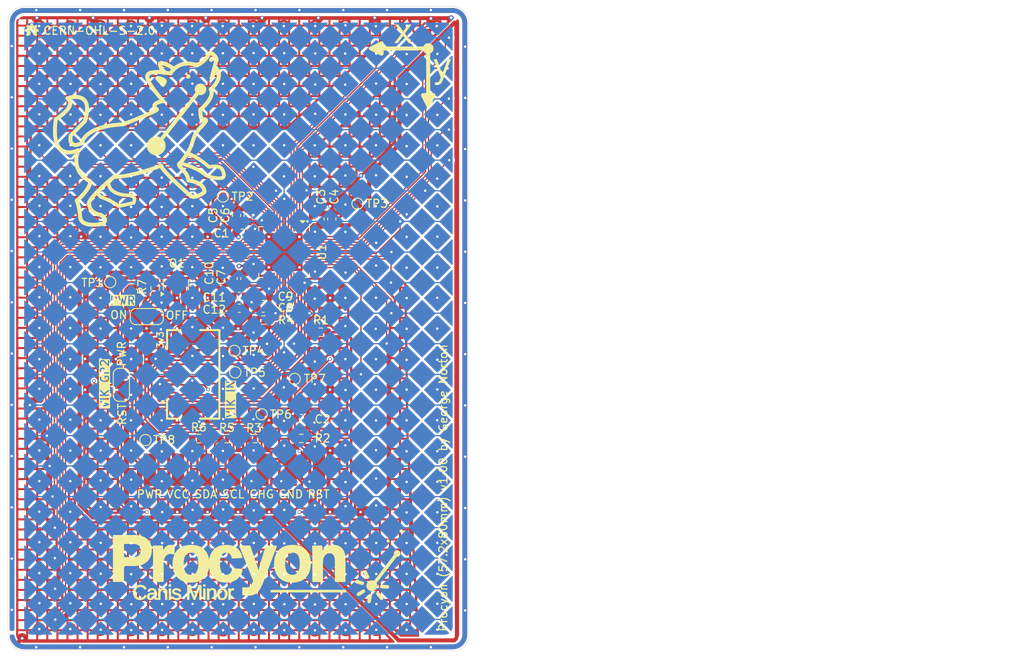
<source format=kicad_pcb>
(kicad_pcb (version 20240108) (generator "pcbnew") (generator_version "8.0")
  (title_block (title "Procyon") (date "2024-10-12") (rev "1") (company "George Norton"))
  (layers (0 "F.Cu" signal) (1 "In1.Cu" signal) (2 "In2.Cu" signal) (31 "B.Cu" signal) (34 "B.Paste" user) (35 "F.Paste" user) (36 "B.SilkS" user "B.Silkscreen") (37 "F.SilkS" user "F.Silkscreen") (38 "B.Mask" user) (39 "F.Mask" user) (44 "Edge.Cuts" user))
  (net 0 "")
  (net 1 "GND")
  (net 2 "/RESET")
  (net 3 "+3V3 IN")
  (net 4 "+3.3V")
  (net 5 "/DBG_DATA")
  (net 6 "/POWER_CONTROL")
  (net 7 "/CHANGE")
  (net 8 "/DBG_CLK")
  (net 9 "/SCL")
  (net 10 "/SDA")
  (net 11 "/X8")
  (net 12 "/Y9")
  (net 13 "/DBG_SS")
  (net 14 "/Y2")
  (net 16 "/Y4")
  (net 18 "/Y10")
  (net 19 "/Y11")
  (net 20 "/Y1")
  (net 21 "/X6")
  (net 22 "/X0")
  (net 23 "/X2")
  (net 24 "/Y6")
  (net 25 "/X5")
  (net 26 "/Y8")
  (net 27 "/X7")
  (net 28 "/X4")
  (net 29 "/Y7")
  (net 30 "/X9")
  (net 31 "/X12")
  (net 33 "/Guard")
  (net 34 "/X3")
  (net 35 "/Y0")
  (net 38 "/Y14")
  (net 39 "/Y19")
  (net 40 "/Y16")
  (net 41 "/Y15")
  (net 42 "/Y5")
  (net 43 "/Y12")
  (net 44 "/X1")
  (net 45 "/X13")
  (net 46 "/Y17")
  (net 47 "/Y13")
  (net 49 "/X11")
  (net 51 "/X10")
  (net 52 "/Y18")
  (net 53 "Net-(U1-EXCAP0)")
  (net 54 "Net-(U1-EXCAP1)")
  (net 55 "/XVDD")
  (net 56 "Net-(U1-VDDCORE)")
  (net 57 "Net-(J2-GPIO_AD2)")
  (net 61 "Net-(U1-TEST)")
  (net 62 "Net-(JP2-C)")
  (net 63 "/Y3")
  (footprint "TestPoint:TestPoint_Pad_D1.0mm" (layer "F.Cu") (at 36.465208 67.284716)
    (property "Reference" "TP1")
    (property "Value" "TestPoint")
  )
  (footprint "Resistor_SMD:R_0603_1608Metric" (layer "F.Cu") (at 55.475208 71.994716)
    (property "Reference" "R4")
    (property "Value" "10k")
  )
  (footprint "TestPoint:TestPoint_Pad_D1.0mm" (layer "F.Cu") (at 40.845883 86.893819)
    (property "Reference" "TP8")
    (property "Value" "TestPoint")
  )
  (footprint "Capacitor_SMD:C_0603_1608Metric" (layer "F.Cu") (at 53.615208 59.004716 90)
    (property "Reference" "C6")
    (property "Value" "1µ")
  )
  (footprint "Capacitor_SMD:C_0603_1608Metric" (layer "F.Cu") (at 63.982982 59.448719 -90)
    (property "Reference" "C4")
    (property "Value" "2.2µ")
  )
  (footprint "TestPoint:TestPoint_Pad_D1.0mm" (layer "F.Cu") (at 55.265208 83.694716)
    (property "Reference" "TP6")
    (property "Value" "TestPoint")
  )
  (footprint "NetTie:NetTie-2_SMD_Pad0.5mm" (layer "F.Cu") (at 25.190221 111.861793 -135)
    (property "Reference" "NT1" (hide yes))
    (property "Value" "NetTie_2" (hide yes))
  )
  (footprint "Capacitor_SMD:C_0603_1608Metric" (layer "F.Cu") (at 51.735208 66.844716 -90)
    (property "Reference" "C10")
    (property "Value" "2.2µ")
  )
  (footprint "TestPoint:TestPoint_Pad_D1.0mm" (layer "F.Cu") (at 67.175208 57.544716)
    (property "Reference" "TP3")
    (property "Value" "TestPoint")
  )
  (footprint "Capacitor_SMD:C_0603_1608Metric" (layer "F.Cu") (at 62.507982 59.448719 -90)
    (property "Reference" "C3")
    (property "Value" "22n")
  )
  (footprint "Capacitor_SMD:C_0603_1608Metric" (layer "F.Cu") (at 52.485208 70.524716)
    (property "Reference" "C12")
    (property "Value" "1µ")
  )
  (footprint "Resistor_SMD:R_0603_1608Metric" (layer "F.Cu") (at 50.957982 86.708819)
    (property "Reference" "R5")
    (property "Value" "3.3k")
  )
  (footprint "TestPoint:TestPoint_Pad_D1.0mm" (layer "F.Cu") (at 51.995208 78.484716)
    (property "Reference" "TP5")
    (property "Value" "TestPoint")
  )
  (footprint "Capacitor_SMD:C_0603_1608Metric" (layer "F.Cu") (at 52.155208 59.004716 90)
    (property "Reference" "C5")
    (property "Value" "22n")
  )
  (footprint "Resistor_SMD:R_0603_1608Metric" (layer "F.Cu") (at 42.045208 68.064716 90)
    (property "Reference" "R7")
    (property "Value" "2M")
  )
  (footprint "Package_TO_SOT_SMD:SOT-23" (layer "F.Cu") (at 44.625208 67.604716 90)
    (property "Reference" "Q1")
    (property "Value" "AO3401A")
  )
  (footprint "Jumper:SolderJumper-3_P1.3mm_Bridged12_RoundedPad1.0x1.5mm_NumberLabels" (layer "F.Cu") (at 41.015208 71.564716)
    (property "Reference" "JP2")
    (property "Value" "PWR")
  )
  (footprint "Capacitor_SMD:C_0603_1608Metric" (layer "F.Cu") (at 52.485208 69.054716)
    (property "Reference" "C11")
    (property "Value" "22n")
  )
  (footprint "Resistor_SMD:R_0603_1608Metric" (layer "F.Cu") (at 60.195208 86.694716 180)
    (property "Reference" "R2")
    (property "Value" "10k")
  )
  (footprint "TestPoint:TestPoint_Pad_D1.0mm" (layer "F.Cu") (at 59.375208 79.304716)
    (property "Reference" "TP7")
    (property "Value" "TestPoint")
  )
  (footprint "Resistor_SMD:R_0603_1608Metric" (layer "F.Cu") (at 54.457982 86.708819)
    (property "Reference" "R3")
    (property "Value" "10k")
  )
  (footprint "Capacitor_SMD:C_0603_1608Metric" (layer "F.Cu") (at 52.865208 61.224716 180)
    (property "Reference" "C1")
    (property "Value" "2.2nF")
  )
  (footprint "TestPoint:TestPoint_Pad_D1.0mm" (layer "F.Cu") (at 50.475208 56.654716)
    (property "Reference" "TP2")
    (property "Value" "TestPoint")
  )
  (footprint "Capacitor_SMD:C_0603_1608Metric" (layer "F.Cu") (at 53.195208 66.844716 -90)
    (property "Reference" "C7")
    (property "Value" "22n")
  )
  (footprint "vik:vik-module-connector-horizontal" (layer "F.Cu") (at 45.728803 78.73882 90)
    (property "Reference" "J2" (hide yes))
    (property "Value" "~")
  )
  (footprint "Capacitor_SMD:C_0603_1608Metric" (layer "F.Cu") (at 55.468782 69.048719)
    (property "Reference" "C9")
    (property "Value" "22n")
  )
  (footprint "TestPoint:TestPoint_Pad_D1.0mm" (layer "F.Cu") (at 51.895208 75.824716)
    (property "Reference" "TP4")
    (property "Value" "TestPoint")
  )
  (footprint "Capacitor_SMD:C_0603_1608Metric" (layer "F.Cu") (at 60.215208 84.230613)
    (property "Reference" "C2")
    (property "Value" "10nF")
  )
  (footprint "MaxTouch:QFN-56_EP_6x6_Pitch0.35mm" (layer "F.Cu") (at 58.063782 63.553718 -90)
    (property "Reference" "U1")
    (property "Value" "mXT336UD-MAU002")
  )
  (footprint "Test Pads:Test Pads" (layer "F.Cu") (at 51.882982 90.583839)
    (property "Reference" "J1" (hide yes))
    (property "Value" "Conn_01x07_Pin")
  )
  (footprint "Jumper:SolderJumper-3_P1.3mm_Bridged12_RoundedPad1.0x1.5mm_NumberLabels" (layer "F.Cu") (at 37.857982 80.033839 -90)
    (property "Reference" "JP1")
    (property "Value" "VIK GP2")
  )
  (footprint "Resistor_SMD:R_0603_1608Metric" (layer "F.Cu") (at 47.482982 86.708819)
    (property "Reference" "R6")
    (property "Value" "3.3k")
  )
  (footprint "Capacitor_SMD:C_0603_1608Metric" (layer "F.Cu") (at 55.465208 70.514716)
    (property "Reference" "C8")
    (property "Value" "2.2µ")
  )
  (footprint "Resistor_SMD:R_0603_1608Metric" (layer "F.Cu") (at 62.632982 73.508839 180)
    (property "Reference" "R1")
    (property "Value" "10k")
  )
  (gr_line (start 34.774625 58.795238) (end 34.897043 58.84181) (stroke (width 0.479999)) (layer "F.SilkS"))
  (gr_line (start 49.049426 41.969675) (end 49.652325 40.728032) (stroke (width 0.479999)) (layer "F.SilkS"))
  (gr_line (start 44.238356 40.711912) (end 44.346427 40.796869) (stroke (width 0.479999)) (layer "F.SilkS"))
  (gr_poly (pts (xy 47.773836 106.696201) (xy 47.558379 106.696207) (xy 47.558379 105.518729) (xy 47.559083 105.421963) (xy 47.561197 105.327076) (xy 47.564719 105.234067) (xy 47.569652 105.142935) (xy 47.539744 105.24894) (xy 47.511403 105.342731) (xy 47.49782 105.385047) (xy 47.484628 105.424309) (xy 47.471828 105.460518) (xy 47.459419 105.493674) (xy 47.003459 106.696201) (xy 46.835606 106.696201) (xy 46.373384 105.493674) (xy 46.303236 105.280728) (xy 46.2619 105.142935) (xy 46.26566 105.28198) (xy 46.270671 105.518729) (xy 46.270671 106.696207) (xy 46.057723 106.696207) (xy 46.057723 104.931241) (xy 46.372133 104.931241) (xy 46.841872 106.155069) (xy 46.854242 106.192725) (xy 46.866298 106.23179) (xy 46.878042 106.272266) (xy 46.889473 106.314151) (xy 46.900355 106.353218) (xy 46.909202 106.386491) (xy 46.916014 106.41397) (xy 46.92079 106.435654) (xy 46.923628 106.422325) (xy 46.927131 106.407391) (xy 46.9313 106.390853) (xy 46.936134 106.37271) (xy 46.941634 106.352962) (xy 46.947799 106.331608) (xy 46.95463 106.30865) (xy 46.962126 106.284085) (xy 46.97708 106.237503) (xy 46.989371 106.200472) (xy 46.999 106.172991) (xy 47.002816 106.162833) (xy 47.005968 106.155063) (xy 47.466939 104.931235) (xy 47.773836 104.931235)) (stroke (width 0.079999)) (fill solid) (layer "F.SilkS"))
  (gr_line (start 42.808812 40.715721) (end 42.749472 40.600216) (stroke (width 0.479999)) (layer "F.SilkS"))
  (gr_line (start 29.658231 47.567911) (end 29.719446 47.061636) (stroke (width 0.479999)) (layer "F.SilkS"))
  (gr_line (start 43.497493 40.283478) (end 43.620094 40.33909) (stroke (width 0.479999)) (layer "F.SilkS"))
  (gr_line (start 41.984648 43.512191) (end 41.7926 43.248308) (stroke (width 0.479999)) (layer "F.SilkS"))
  (gr_line (start 43.137244 41.275183) (end 43.105787 41.21618) (stroke (width 0.479999)) (layer "F.SilkS"))
  (gr_line (start 46.309736 51.402185) (end 46.199609 51.368342) (stroke (width 0.439999)) (layer "F.SilkS"))
  (gr_line (start 41.237849 42.335944) (end 41.184713 42.216734) (stroke (width 0.479999)) (layer "F.SilkS"))
  (gr_line (start 33.964124 57.170289) (end 33.90828 57.27312) (stroke (width 0.479999)) (layer "F.SilkS"))
  (gr_line (start 33.287409 44.727246) (end 33.376972 44.848968) (stroke (width 0.479999)) (layer "F.SilkS"))
  (gr_line (start 31.823532 50.170856) (end 31.889032 50.202668) (stroke (width 0.479999)) (layer "F.SilkS"))
  (gr_line (start 35.648197 59.939325) (end 35.588746 59.995131) (stroke (width 0.479999)) (layer "F.SilkS"))
  (gr_line (start 47.03919 40.306504) (end 47.251518 40.380382) (stroke (width 0.479999)) (layer "F.SilkS"))
  (gr_line (start 48.362718 47.247208) (end 48.351522 47.275323) (stroke (width 0.479999)) (layer "F.SilkS"))
  (gr_line (start 50.136838 53.062005) (end 50.087845 53.034999) (stroke (width 0.439999)) (layer "F.SilkS"))
  (gr_line (start 39.734096 53.804202) (end 39.246227 53.921646) (stroke (width 0.479999)) (layer "F.SilkS"))
  (gr_line (start 47.952915 39.917809) (end 48.070521 39.818587) (stroke (width 0.479999)) (layer "F.SilkS"))
  (gr_line (start 33.930218 57.977309) (end 33.956357 58.04365) (stroke (width 0.479999)) (layer "F.SilkS"))
  (gr_line (start 41.34715 41.352202) (end 41.431954 41.316125) (stroke (width 0.479999)) (layer "F.SilkS"))
  (gr_line (start 47.202666 54.919604) (end 47.386789 55.003097) (stroke (width 0.479999)) (layer "F.SilkS"))
  (gr_line (start 38.809667 47.414529) (end 40.391026 46.772039) (stroke (width 0.479999)) (layer "F.SilkS"))
  (gr_line (start 35.588746 59.995131) (end 35.51936 60.051686) (stroke (width 0.479999)) (layer "F.SilkS"))
  (gr_line (start 35.59759 59.141047) (end 35.630254 59.171641) (stroke (width 0.479999)) (layer "F.SilkS"))
  (gr_line (start 34.066361 58.24658) (end 34.114898 58.314167) (stroke (width 0.479999)) (layer "F.SilkS"))
  (gr_line (start 48.599192 39.153345) (end 48.627485 39.084788) (stroke (width 0.479999)) (layer "F.SilkS"))
  (gr_line (start 49.135452 38.921335) (end 49.185368 38.953041) (stroke (width 0.479999)) (layer "F.SilkS"))
  (gr_line (start 34.301732 58.511063) (end 34.379088 58.573383) (stroke (width 0.479999)) (layer "F.SilkS"))
  (gr_line (start 48.088962 47.253912) (end 48.134847 47.242746) (stroke (width 0.479999)) (layer "F.SilkS"))
  (gr_line (start 42.873503 40.830977) (end 42.808812 40.715721) (stroke (width 0.479999)) (layer "F.SilkS"))
  (gr_line (start 33.08857 49.635514) (end 33.139522 49.549973) (stroke (width 0.479999)) (layer "F.SilkS"))
  (gr_line (start 31.279861 51.17438) (end 31.128818 51.161887) (stroke (width 0.479999)) (layer "F.SilkS"))
  (gr_line (start 33.952508 54.810808) (end 33.927833 54.7392) (stroke (width 0.479999)) (layer "F.SilkS"))
  (gr_line (start 46.353312 56.493082) (end 45.798912 56.000235) (stroke (width 0.479999)) (layer "F.SilkS"))
  (gr_line (start 33.399048 54.415408) (end 33.217354 54.266636) (stroke (width 0.479999)) (layer "F.SilkS"))
  (gr_line (start 70.169624 105.079599) (end 70.885566 105.120334) (stroke (width 0.445256)) (layer "F.SilkS"))
  (gr_line (start 46.610513 56.651749) (end 46.542405 56.624529) (stroke (width 0.479999)) (layer "F.SilkS"))
  (gr_line (start 47.346766 53.339241) (end 47.629521 53.498762) (stroke (width 0.439999)) (layer "F.SilkS"))
  (gr_line (start 42.819765 40.092907) (end 42.878554 40.096328) (stroke (width 0.479999)) (layer "F.SilkS"))
  (gr_line (start 29.825504 50.037374) (end 29.747989 49.787933) (stroke (width 0.479999)) (layer "F.SilkS"))
  (gr_line (start 49.535731 39.325617) (end 49.56799 39.379191) (stroke (width 0.479999)) (layer "F.SilkS"))
  (gr_line (start 45.995354 54.027332) (end 46.04156 54.124261) (stroke (width 0.479999)) (layer "F.SilkS"))
  (gr_line (start 48.760805 38.893567) (end 48.801866 38.870185) (stroke (width 0.479999)) (layer "F.SilkS"))
  (gr_line (start 35.272183 55.671693) (end 35.005504 55.933007) (stroke (width 0.479999)) (layer "F.SilkS"))
  (gr_line (start 35.411136 60.072796) (end 35.123634 60.117462) (stroke (width 0.479999)) (layer "F.SilkS"))
  (gr_line (start 45.207565 52.548458) (end 45.446985 52.605895) (stroke (width 0.439999)) (layer "F.SilkS"))
  (gr_line (start 46.680624 56.671465) (end 46.610513 56.651749) (stroke (width 0.479999)) (layer "F.SilkS"))
  (gr_line (start 48.801866 38.870185) (end 48.845297 38.855523) (stroke (width 0.479999)) (layer "F.SilkS"))
  (gr_poly (pts (xy 51.715954 105.316001) (xy 51.727286 105.316588) (xy 51.738658 105.317566) (xy 51.750069 105.318936) (xy 51.761519 105.320696) (xy 51.773008 105.322848) (xy 51.784536 105.32539) (xy 51.796104 105.328324) (xy 51.796104 105.535007) (xy 51.790349 105.533491) (xy 51.78436 105.532074) (xy 51.778136 105.530753) (xy 51.771677 105.529531) (xy 51.758055 105.527379) (xy 51.743493 105.525619) (xy 51.727991 105.52425) (xy 51.71155 105.523271) (xy 51.694169 105.522684) (xy 51.675849 105.522489) (xy 51.658572 105.522963) (xy 51.641813 105.524387) (xy 51.625573 105.52676) (xy 51.609851 105.530083) (xy 51.594648 105.534355) (xy 51.579964 105.539576) (xy 51.565799 105.545746) (xy 51.552152 105.552866) (xy 51.539024 105.560935) (xy 51.526414 105.569953) (xy 51.514324 105.579921) (xy 51.502751 105.590837) (xy 51.491698 105.602703) (xy 51.481163 105.615519) (xy 51.471147 105.629283) (xy 51.461649 105.643997) (xy 51.4527 105.65944) (xy 51.444328 105.675705) (xy 51.436533 105.692792) (xy 51.429316 105.710701) (xy 51.422676 105.729431) (xy 51.416613 105.748984) (xy 51.411128 105.769359) (xy 51.406221 105.790556) (xy 51.40189 105.812575) (xy 51.398138 105.835416) (xy 51.394962 105.859079) (xy 51.392364 105.883564) (xy 51.390343 105.908871) (xy 51.3889 105.935) (xy 51.388034 105.961952) (xy 51.387745 105.989725) (xy 51.387745 106.696207) (xy 51.162272 106.696207) (xy 51.162272 105.656522) (xy 51.161802 105.583244) (xy 51.160393 105.506208) (xy 51.158044 105.425412) (xy 51.154755 105.34086) (xy 51.367704 105.34086) (xy 51.375219 105.525311) (xy 51.377097 105.58301) (xy 51.377723 105.617691) (xy 51.382734 105.617691) (xy 51.396455 105.575885) (xy 51.403506 105.556273) (xy 51.410684 105.537523) (xy 51.417989 105.519634) (xy 51.425422 105.502606) (xy 51.432982 105.486439) (xy 51.440669 105.471134) (xy 51.448483 105.456689) (xy 51.456425 105.443106) (xy 51.464493 105.430384) (xy 51.472689 105.418523) (xy 51.481012 105.407523) (xy 51.489463 105.397385) (xy 51.49804 105.388107) (xy 51.506745 105.379691) (xy 51.515739 105.371955) (xy 51.525183 105.364718) (xy 51.535076 105.35798) (xy 51.54542 105.351741) (xy 51.556215 105.346001) (xy 51.567459 105.340761) (xy 51.579154 105.336019) (xy 51.591298 105.331777) (xy 51.603893 105.328033) (xy 51.616938 105.324789) (xy 51.630433 105.322044) (xy 51.644379 105.319798) (xy 51.658774 105.318051) (xy 51.673619 105.316803) (xy 51.688915 105.316055) (xy 51.704661 105.315805)) (stroke (width 0.079999)) (fill solid) (layer "F.SilkS"))
  (gr_line (start 42.399844 44.980207) (end 42.501931 44.941341) (stroke (width 0.479999)) (layer "F.SilkS"))
  (gr_line (start 47.65862 46.137204) (end 47.677545 46.386422) (stroke (width 0.479999)) (layer "F.SilkS"))
  (gr_line (start 48.566431 39.220787) (end 48.599192 39.153345) (stroke (width 0.479999)) (layer "F.SilkS"))
  (gr_line (start 42.252515 45.838943) (end 42.20458 45.833018) (stroke (width 0.479999)) (layer "F.SilkS"))
  (gr_line (start 42.221972 45.915314) (end 42.259323 45.880774) (stroke (width 0.479999)) (layer "F.SilkS"))
  (gr_line (start 42.858289 41.234217) (end 43.104314 41.259378) (stroke (width 0.479999)) (layer "F.SilkS"))
  (gr_line (start 34.955383 48.247599) (end 35.211475 48.158944) (stroke (width 0.479999)) (layer "F.SilkS"))
  (gr_line (start 32.702917 44.362406) (end 32.833074 44.406831) (stroke (width 0.479999)) (layer "F.SilkS"))
  (gr_line (start 31.537571 49.602485) (end 31.543326 49.668252) (stroke (width 0.479999)) (layer "F.SilkS"))
  (gr_poly (pts (xy 47.718857 42.640344) (xy 47.755253 42.643113) (xy 47.791123 42.64767) (xy 47.826419 42.653973) (xy 47.861094 42.661976) (xy 47.895106 42.671634) (xy 47.928408 42.682902) (xy 47.960956 42.695735) (xy 47.992703 42.710088) (xy 48.023608 42.725916) (xy 48.053621 42.743174) (xy 48.082702 42.761816) (xy 48.1108 42.7818) (xy 48.137877 42.803076) (xy 48.163883 42.825603) (xy 48.188774 42.849335) (xy 48.212505 42.874226) (xy 48.235032 42.900232) (xy 48.256309 42.927309) (xy 48.276291 42.955409) (xy 48.294936 42.984488) (xy 48.312192 43.014502) (xy 48.328021 43.045406) (xy 48.342373 43.077154) (xy 48.355207 43.109701) (xy 48.366474 43.143003) (xy 48.376131 43.177014) (xy 48.384136 43.21169) (xy 48.390438 43.246985) (xy 48.394996 43.282854) (xy 48.397765 43.319253) (xy 48.398698 43.356135) (xy 48.397765 43.393018) (xy 48.394996 43.429416) (xy 48.390438 43.465285) (xy 48.384136 43.50058) (xy 48.376131 43.535257) (xy 48.366474 43.569268) (xy 48.355207 43.602569) (xy 48.342373 43.635116) (xy 48.328021 43.666864) (xy 48.312192 43.697768) (xy 48.294936 43.727782) (xy 48.276291 43.756862) (xy 48.25631 43.784962) (xy 48.235032 43.812038) (xy 48.212505 43.838044) (xy 48.188774 43.862935) (xy 48.163883 43.886668) (xy 48.137877 43.909195) (xy 48.110801 43.930471) (xy 48.082702 43.950454) (xy 48.053621 43.969096) (xy 48.023608 43.986354) (xy 47.992703 44.002183) (xy 47.960956 44.016535) (xy 47.928408 44.029368) (xy 47.895106 44.040636) (xy 47.861094 44.050294) (xy 47.826419 44.058297) (xy 47.791123 44.0646) (xy 47.755253 44.069158) (xy 47.718857 44.071926) (xy 47.681974 44.072859) (xy 47.64509 44.071927) (xy 47.608691 44.069158) (xy 47.572823 44.0646) (xy 47.537529 44.058297) (xy 47.502852 44.050294) (xy 47.468841 44.040636) (xy 47.435539 44.029369) (xy 47.402991 44.016535) (xy 47.371244 44.002182) (xy 47.340339 43.986355) (xy 47.310325 43.969096) (xy 47.281246 43.950454) (xy 47.253145 43.930471) (xy 47.22607 43.909194) (xy 47.200064 43.886667) (xy 47.175171 43.862936) (xy 47.151442 43.838045) (xy 47.128915 43.812039) (xy 47.107636 43.784962) (xy 47.087653 43.756862) (xy 47.069011 43.727783) (xy 47.051754 43.697768) (xy 47.035926 43.666865) (xy 47.021573 43.635116) (xy 47.00874 43.60257) (xy 46.997473 43.569267) (xy 46.987813 43.535257) (xy 46.979812 43.50058) (xy 46.973507 43.465286) (xy 46.96895 43.429416) (xy 46.966182 43.393019) (xy 46.96525 43.356135) (xy 46.966182 43.319252) (xy 46.96895 43.282854) (xy 46.973507 43.246985) (xy 46.979812 43.21169) (xy 46.987813 43.177014) (xy 46.997473 43.143003) (xy 47.00874 43.109701) (xy 47.021574 43.077155) (xy 47.035926 43.045406) (xy 47.051754 43.014502) (xy 47.069011 42.984488) (xy 47.087653 42.955409) (xy 47.107636 42.927308) (xy 47.128914 42.900232) (xy 47.151441 42.874226) (xy 47.175171 42.849335) (xy 47.200064 42.825604) (xy 47.22607 42.803077) (xy 47.253145 42.781799) (xy 47.281246 42.761816) (xy 47.310324 42.743175) (xy 47.340339 42.725916) (xy 47.371244 42.710088) (xy 47.402991 42.695736) (xy 47.435539 42.682902) (xy 47.468841 42.671635) (xy 47.502852 42.661976) (xy 47.537529 42.653973) (xy 47.572823 42.64767) (xy 47.608691 42.643113) (xy 47.64509 42.640344) (xy 47.681974 42.639411)) (stroke (width -0.000001)) (fill solid) (layer "F.SilkS"))
  (gr_line (start 34.23383 60.165492) (end 33.986453 60.148484) (stroke (width 0.479999)) (layer "F.SilkS"))
  (gr_line (start 50.266953 54.363015) (end 50.342037 54.341756) (stroke (width 0.439999)) (layer "F.SilkS"))
  (gr_poly (pts (xy 77.701018 41.415779) (xy 78.376944 39.605036) (xy 78.780021 39.605036) (xy 78.170237 41.176) (xy 78.044146 41.500528) (xy 78.02916 41.537734) (xy 78.017276 41.566673) (xy 78.012754 41.578946) (xy 78.007457 41.593027) (xy 78.001386 41.608918) (xy 77.99454 41.626618) (xy 77.978003 41.675192) (xy 77.9532 41.746507) (xy 77.928397 41.812653) (xy 77.888605 41.921819) (xy 77.849848 42.02401) (xy 77.812124 42.119223) (xy 77.775435 42.207461) (xy 77.758189 42.249028) (xy 77.741588 42.287947) (xy 77.725633 42.324217) (xy 77.710324 42.357839) (xy 77.695661 42.388813) (xy 77.681644 42.417138) (xy 77.668273 42.442815) (xy 77.655547 42.465843) (xy 77.643724 42.486445) (xy 77.631509 42.506393) (xy 77.618903 42.525687) (xy 77.605905 42.544327) (xy 77.592516 42.562313) (xy 77.578735 42.579644) (xy 77.564562 42.596322) (xy 77.549998 42.612346) (xy 77.535042 42.627715) (xy 77.519695 42.642431) (xy 77.503956 42.656493) (xy 77.487825 42.6699) (xy 77.471303 42.682654) (xy 77.454389 42.694753) (xy 77.437083 42.706199) (xy 77.419386 42.71699) (xy 77.401298 42.727128) (xy 77.382817 42.736611) (xy 77.363945 42.745441) (xy 77.344682 42.753616) (xy 77.325027 42.761137) (xy 77.30498 42.768005) (xy 77.284541 42.774218) (xy 77.263711 42.779777) (xy 77.24249 42.784682) (xy 77.220876 42.788934) (xy 77.198871 42.792531) (xy 77.176475 42.795474) (xy 77.153687 42.797763) (xy 77.130507 42.799398) (xy 77.082972 42.800706) (xy 76.777049 42.800706) (xy 76.777045 42.48238) (xy 77.002353 42.48238) (xy 77.022983 42.482009) (xy 77.043016 42.480894) (xy 77.062451 42.479037) (xy 77.081288 42.476437) (xy 77.099528 42.473095) (xy 77.117171 42.469009) (xy 77.134216 42.46418) (xy 77.150663 42.458609) (xy 77.166513 42.452295) (xy 77.181766 42.445238) (xy 77.196421 42.437438) (xy 77.210478 42.428895) (xy 77.223938 42.41961) (xy 77.236801 42.409581) (xy 77.249066 42.39881) (xy 77.260734 42.387296) (xy 77.273564 42.372972) (xy 77.286733 42.356355) (xy 77.300242 42.337444) (xy 77.314089 42.316241) (xy 77.328276 42.292744) (xy 77.342802 42.266954) (xy 77.357667 42.238871) (xy 77.372871 42.208495) (xy 77.388415 42.175826) (xy 77.404297 42.140864) (xy 77.420519 42.103608) (xy 77.437079 42.06406) (xy 77.453979 42.022218) (xy 77.471218 41.978083) (xy 77.488796 41.931655) (xy 77.506713 41.882934) (xy 76.611678 39.605036) (xy 77.014754 39.605036)) (stroke (width -0.000001)) (fill solid) (layer "F.SilkS"))
  (gr_line (start 41.207199 41.443044) (end 41.271919 41.394393) (stroke (width 0.479999)) (layer "F.SilkS"))
  (gr_line (start 50.342037 54.341756) (end 50.409297 54.31372) (stroke (width 0.439999)) (layer "F.SilkS"))
  (gr_line (start 45.121211 52.530518) (end 45.077154 52.562489) (stroke (width 0.479999)) (layer "F.SilkS"))
  (gr_line (start 34.719086 48.340892) (end 34.955383 48.247599) (stroke (width 0.479999)) (layer "F.SilkS"))
  (gr_line (start 33.516853 45.150668) (end 33.564187 45.333022) (stroke (width 0.479999)) (layer "F.SilkS"))
  (gr_line (start 37.207989 47.766259) (end 37.624783 47.730998) (stroke (width 0.479999)) (layer "F.SilkS"))
  (gr_line (start 33.400614 60.01691) (end 33.296004 59.971831) (stroke (width 0.479999)) (layer "F.SilkS"))
  (gr_line (start 45.610618 40.194974) (end 45.763483 40.170228) (stroke (width 0.479999)) (layer "F.SilkS"))
  (gr_line (start 49.942574 41.38068) (end 49.952829 41.465533) (stroke (width 0.479999)) (layer "F.SilkS"))
  (gr_line (start 49.652325 40.728032) (end 49.693408 40.777927) (stroke (width 0.479999)) (layer "F.SilkS"))
  (gr_line (start 33.076478 44.53612) (end 33.186747 44.623359) (stroke (width 0.479999)) (layer "F.SilkS"))
  (gr_line (start 31.716583 50.087425) (end 31.766214 50.132185) (stroke (width 0.479999)) (layer "F.SilkS"))
  (gr_line (start 50.226738 53.126957) (end 50.1831 53.092607) (stroke (width 0.439999)) (layer "F.SilkS"))
  (gr_line (start 30.522148 46.487651) (end 30.729881 46.308739) (stroke (width 0.479999)) (layer "F.SilkS"))
  (gr_line (start 32.309252 52.69765) (end 32.282176 52.510297) (stroke (width 0.479999)) (layer "F.SilkS"))
  (gr_line (start 47.7218 40.091456) (end 47.835738 40.008949) (stroke (width 0.479999)) (layer "F.SilkS"))
  (gr_line (start 32.392076 57.326404) (end 32.338665 57.189371) (stroke (width 0.479999)) (layer "F.SilkS"))
  (gr_line (start 43.620094 40.33909) (end 43.735414 40.396732) (stroke (width 0.479999)) (layer "F.SilkS"))
  (gr_poly (pts (xy 43.136391 105.316265) (xy 43.162853 105.317572) (xy 43.188376 105.319749) (xy 43.212959 105.322798) (xy 43.236602 105.326717) (xy 43.259306 105.331508) (xy 43.281071 105.33717) (xy 43.301896 105.343702) (xy 43.321782 105.351106) (xy 43.340728 105.35938) (xy 43.358734 105.368526) (xy 43.375801 105.378542) (xy 43.391929 105.389429) (xy 43.407117 105.401187) (xy 43.421366 105.413816) (xy 43.434676 105.427317) (xy 43.447265 105.441663) (xy 43.459043 105.457144) (xy 43.470008 105.473761) (xy 43.480161 105.491513) (xy 43.489502 105.510401) (xy 43.498031 105.530423) (xy 43.505747 105.551581) (xy 43.512651 105.573874) (xy 43.518743 105.597302) (xy 43.524023 105.621866) (xy 43.52849 105.647565) (xy 43.532145 105.674399) (xy 43.534988 105.702368) (xy 43.537018 105.731473) (xy 43.538237 105.761713) (xy 43.538643 105.793088) (xy 43.538643 106.696237) (xy 43.311882 106.696207) (xy 43.311882 105.836899) (xy 43.311471 105.80433) (xy 43.310238 105.773641) (xy 43.308183 105.74483) (xy 43.305306 105.717899) (xy 43.301607 105.692847) (xy 43.297087 105.669673) (xy 43.291744 105.648379) (xy 43.288764 105.638437) (xy 43.285579 105.628964) (xy 43.282169 105.619887) (xy 43.278514 105.611133) (xy 43.274614 105.602702) (xy 43.27047 105.594593) (xy 43.266081 105.586808) (xy 43.261447 105.579346) (xy 43.256569 105.572207) (xy 43.251446 105.56539) (xy 43.246078 105.558897) (xy 43.240466 105.552727) (xy 43.234609 105.54688) (xy 43.228507 105.541355) (xy 43.22216 105.536154) (xy 43.215569 105.531276) (xy 43.208733 105.526721) (xy 43.201653 105.522489) (xy 43.19424 105.518545) (xy 43.186407 105.514856) (xy 43.178152 105.511422) (xy 43.169477 105.508242) (xy 43.160381 105.505316) (xy 43.150864 105.502645) (xy 43.140926 105.500228) (xy 43.130567 105.498066) (xy 43.119787 105.496158) (xy 43.108587 105.494505) (xy 43.096965 105.493106) (xy 43.084923 105.491961) (xy 43.07246 105.491071) (xy 43.059576 105.490435) (xy 43.046272 105.490054) (xy 43.032546 105.489926) (xy 43.01246 105.490362) (xy 42.992912 105.491668) (xy 42.973903 105.493846) (xy 42.955431 105.496895) (xy 42.937498 105.500814) (xy 42.920103 105.505605) (xy 42.903246 105.511266) (xy 42.886927 105.517799) (xy 42.871147 105.525202) (xy 42.855905 105.533477) (xy 42.841201 105.542622) (xy 42.827035 105.552639) (xy 42.813408 105.563526) (xy 42.800319 105.575284) (xy 42.787768 105.587913) (xy 42.775756 105.601413) (xy 42.764379 105.615686) (xy 42.753737 105.630635) (xy 42.743828 105.646259) (xy 42.734654 105.662558) (xy 42.726213 105.679532) (xy 42.718506 105.697182) (xy 42.711534 105.715507) (xy 42.705295 105.734507) (xy 42.69979 105.754183) (xy 42.695019 105.774534) (xy 42.690982 105.79556) (xy 42.687679 105.817261) (xy 42.68511 105.839638) (xy 42.683275 105.862689) (xy 42.682174 105.886416) (xy 42.681807 105.910819) (xy 42.681807 106.696219) (xy 42.456334 106.696219) (xy 42.456334 105.630228) (xy 42.455865 105.523363) (xy 42.454455 105.439514) (xy 42.452106 105.378682) (xy 42.45058 105.356897) (xy 42.448818 105.340866) (xy 42.661766 105.340866) (xy 42.662077 105.342769) (xy 42.662389 105.345336) (xy 42.662702 105.348569) (xy 42.663017 105.352466) (xy 42.663332 105.357028) (xy 42.663649 105.362255) (xy 42.663968 105.368147) (xy 42.664287 105.374704) (xy 42.665537 105.404454) (xy 42.666808 105.43859) (xy 42.668067 105.460123) (xy 42.669322 105.48964) (xy 42.670572 105.52714) (xy 42.671819 105.572623) (xy 42.675579 105.572623) (xy 42.68538 105.555409) (xy 42.695367 105.538841) (xy 42.705539 105.522919) (xy 42.715898 105.507642) (xy 42.726443 105.493012) (xy 42.737173 105.479027) (xy 42.74809 105.465688) (xy 42.759192 105.452996) (xy 42.77048 105.440949) (xy 42.781954 105.429547) (xy 42.793615 105.418792) (xy 42.805461 105.408683) (xy 42.817493 105.399219) (xy 42.829711 105.390402) (xy 42.842115 105.38223) (xy 42.854705 105.374704) (xy 42.867735 105.367575) (xy 42.881147 105.360905) (xy 42.894941 105.354695) (xy 42.909116 105.348946) (xy 42.923673 105.343656) (xy 42.938612 105.338827) (xy 42.953932 105.334457) (xy 42.969634 105.330548) (xy 42.985717 105.327098) (xy 43.002183 105.324108) (xy 43.01903 105.321579) (xy 43.036258 105.319509) (xy 43.053868 105.317899) (xy 43.07186 105.31675) (xy 43.090234 105.31606) (xy 43.108989 105.31583)) (stroke (width 0.079999)) (fill solid) (layer "F.SilkS"))
  (gr_line (start 47.770306 53.584984) (end 47.910079 53.675627) (stroke (width 0.439999)) (layer "F.SilkS"))
  (gr_line (start 32.528632 57.810879) (end 32.486982 57.64036) (stroke (width 0.479999)) (layer "F.SilkS"))
  (gr_line (start 44.550305 40.69842) (end 44.640783 40.627723) (stroke (width 0.479999)) (layer "F.SilkS"))
  (gr_line (start 49.337468 52.931367) (end 49.152773 52.941323) (stroke (width 0.439999)) (layer "F.SilkS"))
  (gr_line (start 43.233032 40.183571) (end 43.368258 40.231201) (stroke (width 0.479999)) (layer "F.SilkS"))
  (gr_line (start 42.679236 40.434523) (end 42.662831 40.383142) (stroke (width 0.479999)) (layer "F.SilkS"))
  (gr_line (start 48.318742 53.974921) (end 48.449878 54.084092) (stroke (width 0.439999)) (layer "F.SilkS"))
  (gr_line (start 49.950292 41.746584) (end 49.93602 41.848704) (stroke (width 0.479999)) (layer "F.SilkS"))
  (gr_line (start 46.655326 49.96393) (end 46.573414 50.206229) (stroke (width 0.479999)) (layer "F.SilkS"))
  (gr_line (start 29.613927 48.843029) (end 29.606932 48.456924) (stroke (width 0.479999)) (layer "F.SilkS"))
  (gr_line (start 49.181991 54.286626) (end 49.387594 54.328431) (stroke (width 0.439999)) (layer "F.SilkS"))
  (gr_line (start 47.200694 56.639383) (end 47.125498 56.658855) (stroke (width 0.479999)) (layer "F.SilkS"))
  (gr_line (start 30.021017 50.448069) (end 29.917001 50.256859) (stroke (width 0.479999)) (layer "F.SilkS"))
  (gr_line (start 38.755862 54.025065) (end 38.270655 54.110068) (stroke (width 0.479999)) (layer "F.SilkS"))
  (gr_line (start 48.092282 55.686298) (end 48.125466 55.782847) (stroke (width 0.479999)) (layer "F.SilkS"))
  (gr_line (start 33.908676 57.912295) (end 33.930218 57.977309) (stroke (width 0.479999)) (layer "F.SilkS"))
  (gr_line (start 35.786207 47.998533) (end 36.106424 47.928275) (stroke (width 0.479999)) (layer "F.SilkS"))
  (gr_line (start 45.652372 53.520997) (end 45.775161 53.676111) (stroke (width 0.479999)) (layer "F.SilkS"))
  (gr_line (start 42.270131 45.855089) (end 42.252515 45.838943) (stroke (width 0.479999)) (layer "F.SilkS"))
  (gr_line (start 31.250859 44.552075) (end 31.136712 44.46164) (stroke (width 0.479999)) (layer "F.SilkS"))
  (gr_line (start 42.190221 50.371793) (end 47.697826 43.331545) (stroke (width 0.479999)) (layer "F.SilkS"))
  (gr_poly (pts (xy 46.634874 100.00925) (xy 46.761351 100.01604) (xy 46.883894 100.027358) (xy 47.002503 100.043202) (xy 47.117179 100.063574) (xy 47.22792 100.088473) (xy 47.334728 100.117898) (xy 47.437601 100.151851) (xy 47.536541 100.190331) (xy 47.631547 100.233338) (xy 47.722619 100.280872) (xy 47.809757 100.332933) (xy 47.892961 100.389521) (xy 47.972232 100.450636) (xy 48.047569 100.516278) (xy 48.118971 100.586448) (xy 48.186721 100.660365) (xy 48.2501 100.738246) (xy 48.309108 100.820093) (xy 48.363745 100.905904) (xy 48.414011 100.995681) (xy 48.459906 101.089422) (xy 48.50143 101.187129) (xy 48.538583 101.2888) (xy 48.571365 101.394436) (xy 48.599776 101.504038) (xy 48.623816 101.617605) (xy 48.643486 101.735136) (xy 48.658784 101.856633) (xy 48.669711 101.982095) (xy 48.676268 102.111521) (xy 48.678453 102.244913) (xy 48.678456 102.244919) (xy 48.676177 102.374534) (xy 48.66934 102.50062) (xy 48.657944 102.623178) (xy 48.64199 102.742209) (xy 48.621477 102.857711) (xy 48.596406 102.969686) (xy 48.566777 103.078132) (xy 48.53259 103.183051) (xy 48.493845 103.284442) (xy 48.450541 103.382305) (xy 48.402679 103.47664) (xy 48.350258 103.567447) (xy 48.293279 103.654726) (xy 48.231742 103.738477) (xy 48.165647 103.8187) (xy 48.094994 103.895396) (xy 48.020313 103.967501) (xy 47.942135 104.034954) (xy 47.86046 104.097755) (xy 47.775289 104.155904) (xy 47.686621 104.209401) (xy 47.594456 104.258247) (xy 47.498795 104.30244) (xy 47.399637 104.341981) (xy 47.296981 104.37687) (xy 47.19083 104.407108) (xy 47.081181 104.432693) (xy 46.968035 104.453627) (xy 46.851393 104.469908) (xy 46.731254 104.481538) (xy 46.607618 104.488516) (xy 46.480486 104.490842) (xy 46.355804 104.4885) (xy 46.234525 104.481476) (xy 46.116649 104.469768) (xy 46.002177 104.453376) (xy 45.891108 104.432302) (xy 45.783441 104.406545) (xy 45.679178 104.376104) (xy 45.578318 104.34098) (xy 45.480861 104.301173) (xy 45.386807 104.256683) (xy 45.296157 104.20751) (xy 45.208909 104.153654) (xy 45.125065 104.095114) (xy 45.044623 104.031892) (xy 44.967585 103.963986) (xy 44.89395 103.891398) (xy 44.824264 103.814718) (xy 44.759075 103.734542) (xy 44.698381 103.650868) (xy 44.642183 103.563699) (xy 44.590481 103.473032) (xy 44.543274 103.378869) (xy 44.500564 103.281209) (xy 44.462349 103.180052) (xy 44.428631 103.075399) (xy 44.399408 102.967249) (xy 44.374681 102.855602) (xy 44.35445 102.740459) (xy 44.338714 102.621819) (xy 44.327475 102.499682) (xy 44.320731 102.374049) (xy 44.318483 102.244919) (xy 45.497395 102.244919) (xy 45.498363 102.333993) (xy 45.501267 102.420382) (xy 45.506106 102.504086) (xy 45.512881 102.585105) (xy 45.521592 102.663439) (xy 45.532238 102.739088) (xy 45.54482 102.812052) (xy 45.559338 102.882331) (xy 45.575792 102.949925) (xy 45.594181 103.014833) (xy 45.614506 103.077057) (xy 45.636767 103.136596) (xy 45.660963 103.193449) (xy 45.687096 103.247617) (xy 45.715164 103.2991) (xy 45.745168 103.347898) (xy 45.777497 103.393387) (xy 45.811543 103.435941) (xy 45.847307 103.475561) (xy 45.865833 103.49427) (xy 45.884788 103.512245) (xy 45.904172 103.529487) (xy 45.923986 103.545995) (xy 45.944229 103.56177) (xy 45.964901 103.576811) (xy 45.986003 103.591118) (xy 46.007533 103.604691) (xy 46.029494 103.617531) (xy 46.051883 103.629637) (xy 46.074702 103.641009) (xy 46.09795 103.651648) (xy 46.121627 103.661553) (xy 46.145734 103.670724) (xy 46.17027 103.679162) (xy 46.195235 103.686866) (xy 46.246453 103.700072) (xy 46.299389 103.710344) (xy 46.354041 103.717681) (xy 46.410411 103.722084) (xy 46.468498 103.723551) (xy 46.532178 103.722107) (xy 46.593836 103.717775) (xy 46.653472 103.710555) (xy 46.711087 103.700447) (xy 46.76668 103.687452) (xy 46.820252 103.671568) (xy 46.871802 103.652796) (xy 46.92133 103.631136) (xy 46.968837 103.606589) (xy 47.014322 103.579153) (xy 47.057786 103.54883) (xy 47.099228 103.515618) (xy 47.138649 103.479519) (xy 47.176048 103.440531) (xy 47.211425 103.398656) (xy 47.244781 103.353892) (xy 47.276115 103.306241) (xy 47.305428 103.255702) (xy 47.332719 103.202274) (xy 47.357989 103.145959) (xy 47.381237 103.086756) (xy 47.402463 103.024665) (xy 47.421668 102.959685) (xy 47.438852 102.891818) (xy 47.454013 102.821063) (xy 47.467153 102.74742) (xy 47.478272 102.670889) (xy 47.487369 102.59147) (xy 47.494445 102.509163) (xy 47.499498 102.423967) (xy 47.502531 102.335884) (xy 47.503542 102.244916) (xy 47.502558 102.150163) (xy 47.499608 102.058717) (xy 47.49469 101.970579) (xy 47.487806 101.885751) (xy 47.478955 101.804233) (xy 47.468137 101.726023) (xy 47.455352 101.651124) (xy 47.440599 101.579533) (xy 47.423881 101.511252) (xy 47.405195 101.446281) (xy 47.384542 101.384619) (xy 47.361922 101.326266) (xy 47.337336 101.271223) (xy 47.310782 101.219489) (xy 47.282262 101.171065) (xy 47.251775 101.12595) (xy 47.219414 101.083849) (xy 47.185274 101.044464) (xy 47.149354 101.007796) (xy 47.111655 100.973843) (xy 47.072176 100.942607) (xy 47.030917 100.914087) (xy 46.987879 100.888283) (xy 46.943061 100.865195) (xy 46.896464 100.844823) (xy 46.848086 100.827168) (xy 46.79793 100.812228) (xy 46.745993 100.800005) (xy 46.692277 100.790498) (xy 46.636782 100.783708) (xy 46.579506 100.779633) (xy 46.520451 100.778275) (xy 46.45751 100.779708) (xy 46.396566 100.784004) (xy 46.33762 100.791166) (xy 46.280673 100.801192) (xy 46.225723 100.814082) (xy 46.172772 100.829837) (xy 46.121819 100.848456) (xy 46.072864 100.86994) (xy 46.025908 100.894289) (xy 45.980949 100.921502) (xy 45.937989 100.951579) (xy 45.897027 100.984522) (xy 45.858063 101.020328) (xy 45.821097 101.058999) (xy 45.786129 101.100535) (xy 45.753159 101.144936) (xy 45.722188 101.1922) (xy 45.693215 101.24233) (xy 45.66624 101.295324) (xy 45.641263 101.351182) (xy 45.618284 101.409905) (xy 45.597303 101.471493) (xy 45.578321 101.535945) (xy 45.561336 101.603262) (xy 45.54635 101.673443) (xy 45.533362 101.746489) (xy 45.522372 101.822399) (xy 45.513381 101.901174) (xy 45.506387 101.982814) (xy 45.501392 102.067318) (xy 45.498394 102.154686) (xy 45.497395 102.244919) (xy 44.318483 102.244919) (xy 44.320731 102.116289) (xy 44.327475 101.991154) (xy 44.338714 101.869517) (xy 44.35445 101.751376) (xy 44.374681 101.636732) (xy 44.399408 101.525584) (xy 44.428631 101.417933) (xy 44.462349 101.313779) (xy 44.500564 101.213122) (xy 44.543274 101.115961) (xy 44.590481 101.022298) (xy 44.642183 100.932131) (xy 44.698381 100.84546) (xy 44.759075 100.762287) (xy 44.824264 100.682611) (xy 44.89395 100.606431) (xy 44.967679 100.533842) (xy 45.044998 100.465937) (xy 45.125908 100.402714) (xy 45.210408 100.344175) (xy 45.298498 100.290318) (xy 45.390179 100.241145) (xy 45.485451 100.196655) (xy 45.584313 100.156848) (xy 45.686765 100.121724) (xy 45.792808 100.091284) (xy 45.902441 100.065526) (xy 46.015664 100.044452) (xy 46.132478 100.028061) (xy 46.252883 100.016353) (xy 46.376878 100.009328) (xy 46.504463 100.006986)) (stroke (width 0.199999)) (fill solid) (layer "F.SilkS"))
  (gr_line (start 33.376972 44.848968) (end 33.453949 44.989712) (stroke (width 0.479999)) (layer "F.SilkS"))
  (gr_line (start 43.049333 44.801476) (end 42.711452 44.417065) (stroke (width 0.479999)) (layer "F.SilkS"))
  (gr_line (start 47.773251 52.214409) (end 47.561771 52.06694) (stroke (width 0.439999)) (layer "F.SilkS"))
  (gr_line (start 48.048382 53.770774) (end 48.184756 53.87051) (stroke (width 0.439999)) (layer "F.SilkS"))
  (gr_line (start 43.146232 41.296569) (end 43.137244 41.275183) (stroke (width 0.479999)) (layer "F.SilkS"))
  (gr_line (start 32.242642 50.24593) (end 32.356397 50.231901) (stroke (width 0.479999)) (layer "F.SilkS"))
  (gr_poly (pts (xy 48.275526 105.05275) (xy 48.050053 105.05275) (xy 48.050053 104.837296) (xy 48.275526 104.837296)) (stroke (width 0.079999)) (fill solid) (layer "F.SilkS"))
  (gr_poly (pts (xy 42.245725 49.19782) (xy 42.305077 49.202333) (xy 42.363565 49.209765) (xy 42.421116 49.220042) (xy 42.477659 49.233092) (xy 42.533116 49.248841) (xy 42.587419 49.267215) (xy 42.640491 49.28814) (xy 42.692259 49.311545) (xy 42.742651 49.337353) (xy 42.791592 49.365494) (xy 42.839009 49.395893) (xy 42.88483 49.428476) (xy 42.928979 49.463171) (xy 42.971385 49.499903) (xy 43.011973 49.5386) (xy 43.05067 49.579188) (xy 43.087402 49.621594) (xy 43.122097 49.665743) (xy 43.15468 49.711564) (xy 43.185077 49.758981) (xy 43.213219 49.807922) (xy 43.239029 49.858314) (xy 43.262431 49.910082) (xy 43.283359 49.963154) (xy 43.301732 50.017457) (xy 43.31748 50.072915) (xy 43.33053 50.129457) (xy 43.340808 50.187009) (xy 43.348239 50.245497) (xy 43.352753 50.304848) (xy 43.354275 50.364989) (xy 43.352754 50.42513) (xy 43.348239 50.484481) (xy 43.340808 50.542969) (xy 43.330531 50.600521) (xy 43.31748 50.657063) (xy 43.301732 50.712522) (xy 43.283357 50.766824) (xy 43.262433 50.819896) (xy 43.239027 50.871665) (xy 43.213219 50.922058) (xy 43.185077 50.970999) (xy 43.15468 51.018416) (xy 43.122095 51.064235) (xy 43.087402 51.108385) (xy 43.050668 51.15079) (xy 43.011972 51.191378) (xy 42.971383 51.230075) (xy 42.928979 51.266808) (xy 42.884829 51.301502) (xy 42.839009 51.334087) (xy 42.791592 51.364485) (xy 42.742651 51.392626) (xy 42.692259 51.418434) (xy 42.640491 51.441838) (xy 42.587419 51.462764) (xy 42.533116 51.481138) (xy 42.477657 51.496886) (xy 42.421116 51.509937) (xy 42.363564 51.520215) (xy 42.305077 51.527646) (xy 42.245725 51.532159) (xy 42.185585 51.53368) (xy 42.125442 51.532159) (xy 42.066091 51.527645) (xy 42.007605 51.520214) (xy 41.950052 51.509936) (xy 41.893509 51.496886) (xy 41.838052 51.481138) (xy 41.783749 51.462764) (xy 41.730678 51.441838) (xy 41.678909 51.418434) (xy 41.628518 51.392625) (xy 41.579576 51.364485) (xy 41.532159 51.334087) (xy 41.486339 51.301502) (xy 41.442188 51.266808) (xy 41.399783 51.230075) (xy 41.359195 51.191378) (xy 41.320498 51.15079) (xy 41.283766 51.108385) (xy 41.249071 51.064235) (xy 41.216486 51.018416) (xy 41.186089 50.970999) (xy 41.157949 50.922058) (xy 41.132138 50.871666) (xy 41.108735 50.819896) (xy 41.08781 50.766824) (xy 41.069436 50.712523) (xy 41.053686 50.657063) (xy 41.040637 50.600521) (xy 41.03036 50.542969) (xy 41.022927 50.484481) (xy 41.018414 50.42513) (xy 41.016894 50.364989) (xy 41.018414 50.304849) (xy 41.022927 50.245498) (xy 41.030358 50.187009) (xy 41.040637 50.129457) (xy 41.053686 50.072915) (xy 41.069436 50.017457) (xy 41.087809 49.963154) (xy 41.108735 49.910082) (xy 41.132138 49.858314) (xy 41.157947 49.807922) (xy 41.186089 49.758981) (xy 41.216486 49.711564) (xy 41.249071 49.665743) (xy 41.283766 49.621594) (xy 41.320498 49.579188) (xy 41.359195 49.5386) (xy 41.399783 49.499903) (xy 41.442188 49.463171) (xy 41.486337 49.428476) (xy 41.532157 49.395893) (xy 41.579576 49.365494) (xy 41.628517 49.337352) (xy 41.678907 49.311545) (xy 41.730677 49.28814) (xy 41.783749 49.267216) (xy 41.838052 49.248841) (xy 41.893511 49.233092) (xy 41.950052 49.220042) (xy 42.007605 49.209765) (xy 42.066091 49.202333) (xy 42.125442 49.197821) (xy 42.185585 49.196299)) (stroke (width -0.000001)) (fill solid) (layer "F.SilkS"))
  (gr_line (start 45.479444 52.102236) (end 45.308803 52.311248) (stroke (width 0.479999)) (layer "F.SilkS"))
  (gr_line (start 47.629089 56.461652) (end 47.492761 56.529317) (stroke (width 0.479999)) (layer "F.SilkS"))
  (gr_line (start 33.352613 49.265846) (end 33.446359 49.164462) (stroke (width 0.479999)) (layer "F.SilkS"))
  (gr_line (start 47.968561 56.253852) (end 47.869546 56.320109) (stroke (width 0.479999)) (layer "F.SilkS"))
  (gr_line (start 33.964742 54.887676) (end 33.952508 54.810808) (stroke (width 0.479999)) (layer "F.SilkS"))
  (gr_line (start 42.65585 40.175751) (end 42.672962 40.147383) (stroke (width 0.479999)) (layer "F.SilkS"))
  (gr_poly (pts (xy 49.023319 39.430045) (xy 49.036524 39.431049) (xy 49.049535 39.432702) (xy 49.062339 39.434989) (xy 49.074916 39.437892) (xy 49.087255 39.441395) (xy 49.099337 39.445483) (xy 49.111143 39.450138) (xy 49.122661 39.455345) (xy 49.133871 39.461087) (xy 49.144759 39.467348) (xy 49.155307 39.47411) (xy 49.165502 39.481359) (xy 49.175325 39.489079) (xy 49.184757 39.497249) (xy 49.193787 39.505858) (xy 49.202396 39.514889) (xy 49.210568 39.524322) (xy 49.218286 39.534145) (xy 49.225536 39.544339) (xy 49.232298 39.554887) (xy 49.238558 39.565776) (xy 49.244301 39.576985) (xy 49.249509 39.588502) (xy 49.254163 39.600309) (xy 49.258251 39.612391) (xy 49.261754 39.624728) (xy 49.264658 39.637307) (xy 49.266945 39.650111) (xy 49.268598 39.663124) (xy 49.269603 39.676327) (xy 49.269941 39.689707) (xy 49.269603 39.703087) (xy 49.268598 39.71629) (xy 49.266945 39.729302) (xy 49.264658 39.742105) (xy 49.261754 39.754685) (xy 49.258251 39.767022) (xy 49.254164 39.779103) (xy 49.249509 39.79091) (xy 49.244302 39.802427) (xy 49.238558 39.813638) (xy 49.2323 39.824526) (xy 49.225536 39.835076) (xy 49.218286 39.845269) (xy 49.210568 39.85509) (xy 49.202396 39.864525) (xy 49.193787 39.873554) (xy 49.184757 39.882162) (xy 49.175323 39.890335) (xy 49.165502 39.898053) (xy 49.155309 39.905302) (xy 49.144759 39.912066) (xy 49.133871 39.918326) (xy 49.122659 39.924067) (xy 49.111143 39.929274) (xy 49.099335 39.933929) (xy 49.087257 39.938017) (xy 49.074918 39.941521) (xy 49.062339 39.944424) (xy 49.049535 39.94671) (xy 49.036524 39.948364) (xy 49.023319 39.949368) (xy 49.009939 39.949706) (xy 48.996561 39.949368) (xy 48.983356 39.948364) (xy 48.970345 39.94671) (xy 48.957539 39.944425) (xy 48.944961 39.941521) (xy 48.932624 39.938017) (xy 48.920543 39.933929) (xy 48.908736 39.929274) (xy 48.897219 39.924067) (xy 48.886008 39.918326) (xy 48.87512 39.912065) (xy 48.86457 39.905302) (xy 48.854377 39.898054) (xy 48.844554 39.890335) (xy 48.835121 39.882163) (xy 48.82609 39.873554) (xy 48.817481 39.864525) (xy 48.809309 39.85509) (xy 48.801593 39.845269) (xy 48.794343 39.835075) (xy 48.787581 39.824526) (xy 48.78132 39.813638) (xy 48.775579 39.802427) (xy 48.770372 39.79091) (xy 48.765715 39.779103) (xy 48.761628 39.767022) (xy 48.758124 39.754684) (xy 48.755221 39.742105) (xy 48.752934 39.729302) (xy 48.751281 39.71629) (xy 48.750276 39.703087) (xy 48.749938 39.689707) (xy 48.750276 39.676327) (xy 48.751281 39.663123) (xy 48.752934 39.650111) (xy 48.755222 39.637307) (xy 48.758125 39.624728) (xy 48.761628 39.61239) (xy 48.765715 39.600309) (xy 48.770372 39.588502) (xy 48.775577 39.576985) (xy 48.781318 39.565775) (xy 48.787581 39.554887) (xy 48.794343 39.544338) (xy 48.801593 39.534145) (xy 48.809311 39.524322) (xy 48.817481 39.514889) (xy 48.826092 39.505858) (xy 48.835121 39.497249) (xy 48.844556 39.489079) (xy 48.854377 39.48136) (xy 48.86457 39.47411) (xy 48.87512 39.467347) (xy 48.886008 39.461088) (xy 48.897217 39.455345) (xy 48.908736 39.450138) (xy 48.920541 39.445483) (xy 48.932622 39.441395) (xy 48.944961 39.437892) (xy 48.957539 39.43499) (xy 48.970344 39.432702) (xy 48.983356 39.431049) (xy 48.99656 39.430046) (xy 49.009939 39.429706)) (stroke (width -0.000001)) (fill solid) (layer "F.SilkS"))
  (gr_line (start 36.500156 54.564416) (end 36.058954 54.947937) (stroke (width 0.479999)) (layer "F.SilkS"))
  (gr_line (start 41.626574 41.260928) (end 41.848349 41.226035) (stroke (width 0.479999)) (layer "F.SilkS"))
  (gr_line (start 50.409297 54.31372) (end 50.467835 54.278425) (stroke (width 0.439999)) (layer "F.SilkS"))
  (gr_line (start 48.361426 47.173823) (end 48.36934 47.185581) (stroke (width 0.479999)) (layer "F.SilkS"))
  (gr_poly (pts (xy 70.16919 37.392806) (xy 70.185476 37.394052) (xy 70.201667 37.396322) (xy 70.217711 37.399614) (xy 70.233559 37.403924) (xy 70.249161 37.409251) (xy 70.264467 37.415593) (xy 70.279427 37.422947) (xy 70.29399 37.43131) (xy 70.301076 37.43585) (xy 70.307984 37.440596) (xy 70.31471 37.445544) (xy 70.321251 37.450687) (xy 70.327605 37.456022) (xy 70.333768 37.461541) (xy 70.339738 37.46724) (xy 70.34551 37.473114) (xy 70.356453 37.485361) (xy 70.366572 37.498239) (xy 70.375843 37.511705) (xy 70.384242 37.525714) (xy 70.391743 37.540223) (xy 70.398324 37.555189) (xy 70.403959 37.570567) (xy 70.408624 37.586315) (xy 70.410585 37.594313) (xy 70.412295 37.602387) (xy 70.41375 37.610531) (xy 70.414947 37.618741) (xy 70.415883 37.62701) (xy 70.416556 37.635332) (xy 70.416962 37.643704) (xy 70.417098 37.652118) (xy 70.417094 38.912118) (xy 70.416553 38.928904) (xy 70.414944 38.945495) (xy 70.412293 38.961849) (xy 70.408622 38.977921) (xy 70.403958 38.993668) (xy 70.398323 39.009047) (xy 70.391743 39.024012) (xy 70.384241 39.038522) (xy 70.375843 39.052531) (xy 70.366572 39.065997) (xy 70.356453 39.078875) (xy 70.34551 39.091122) (xy 70.333768 39.102694) (xy 70.321251 39.113548) (xy 70.307984 39.12364) (xy 70.29399 39.132925) (xy 70.279427 39.141289) (xy 70.264467 39.148643) (xy 70.249161 39.154985) (xy 70.233559 39.160312) (xy 70.217711 39.164622) (xy 70.201667 39.167913) (xy 70.185477 39.170184) (xy 70.16919 39.17143) (xy 70.152858 39.171651) (xy 70.136529 39.170844) (xy 70.120254 39.169007) (xy 70.104083 39.166137) (xy 70.088066 39.162233) (xy 70.072253 39.157291) (xy 70.056694 39.15131) (xy 70.041438 39.144288) (xy 70.041434 39.144289) (xy 68.692752 38.469948) (xy 68.686159 38.466505) (xy 68.679724 38.46285) (xy 68.673449 38.458989) (xy 68.667338 38.454927) (xy 68.661394 38.450669) (xy 68.65562 38.446221) (xy 68.650021 38.441589) (xy 68.6446 38.436778) (xy 68.639359 38.431794) (xy 68.634303 38.426643) (xy 68.629434 38.421329) (xy 68.624757 38.415858) (xy 68.620275 38.410237) (xy 68.615991 38.40447) (xy 68.611908 38.398563) (xy 68.60803 38.392522) (xy 68.604361 38.386352) (xy 68.600904 38.380059) (xy 68.597661 38.373648) (xy 68.594638 38.367125) (xy 68.591837 38.360495) (xy 68.589261 38.353764) (xy 68.586915 38.346938) (xy 68.5848 38.340022) (xy 68.582922 38.333021) (xy 68.581283 38.325942) (xy 68.579887 38.318789) (xy 68.578737 38.311568) (xy 68.577836 38.304285) (xy 68.577189 38.296946) (xy 68.576798 38.289555) (xy 68.576667 38.282119) (xy 68.577189 38.267292) (xy 68.578737 38.25267) (xy 68.581283 38.238296) (xy 68.5848 38.224216) (xy 68.589261 38.210473) (xy 68.594638 38.197113) (xy 68.600904 38.184179) (xy 68.60803 38.171715) (xy 68.615991 38.159767) (xy 68.624757 38.148379) (xy 68.634303 38.137595) (xy 68.6446 38.127459) (xy 68.65562 38.118016) (xy 68.667338 38.10931) (xy 68.679724 38.101387) (xy 68.692752 38.094289) (xy 70.041434 37.419948) (xy 70.05669 37.412926) (xy 70.07225 37.406945) (xy 70.088064 37.402003) (xy 70.104082 37.398099) (xy 70.120253 37.395229) (xy 70.136528 37.393392) (xy 70.152857 37.392585)) (stroke (width -0.000001)) (fill solid) (layer "F.SilkS"))
  (gr_line (start 47.778282 46.926916) (end 47.798747 46.985791) (stroke (width 0.479999)) (layer "F.SilkS"))
  (gr_line (start 50.582116 54.124198) (end 50.596771 54.055075) (stroke (width 0.439999)) (layer "F.SilkS"))
  (gr_line (start 33.863815 60.133221) (end 33.743042 60.11287) (stroke (width 0.479999)) (layer "F.SilkS"))
  (gr_line (start 49.085379 38.894682) (end 49.135452 38.921335) (stroke (width 0.479999)) (layer "F.SilkS"))
  (gr_line (start 46.090952 40.149648) (end 46.265674 40.155515) (stroke (width 0.479999)) (layer "F.SilkS"))
  (gr_poly (pts (xy 44.733765 105.319861) (xy 44.760706 105.320786) (xy 44.786923 105.322327) (xy 44.812416 105.324485) (xy 44.837185 105.32726) (xy 44.86123 105.330651) (xy 44.884551 105.334658) (xy 44.907147 105.339282) (xy 44.929019 105.344523) (xy 44.950167 105.35038) (xy 44.970591 105.356854) (xy 44.990291 105.363944) (xy 45.009266 105.371651) (xy 45.027518 105.379975) (xy 45.045045 105.388915) (xy 45.061849 105.398471) (xy 45.078064 105.408708) (xy 45.093517 105.419688) (xy 45.108206 105.431412) (xy 45.122131 105.44388) (xy 45.135294 105.457092) (xy 45.147693 105.471047) (xy 45.159329 105.485746) (xy 45.170201 105.501189) (xy 45.18031 105.517375) (xy 45.189656 105.534306) (xy 45.198239 105.551979) (xy 45.206058 105.570397) (xy 45.213114 105.589558) (xy 45.219406 105.609463) (xy 45.224935 105.630112) (xy 45.229701 105.651505) (xy 45.026775 105.676547) (xy 45.024177 105.66544) (xy 45.02108 105.654666) (xy 45.017483 105.644224) (xy 45.013388 105.634114) (xy 45.008793 105.624337) (xy 45.0037 105.614893) (xy 44.998107 105.605782) (xy 44.992015 105.597003) (xy 44.985424 105.588558) (xy 44.978333 105.580444) (xy 44.970744 105.572664) (xy 44.962655 105.565216) (xy 44.954068 105.558102) (xy 44.944981 105.55132) (xy 44.935395 105.544871) (xy 44.92531 105.538755) (xy 44.914912 105.532839) (xy 44.904074 105.527305) (xy 44.892795 105.522152) (xy 44.881076 105.517382) (xy 44.868917 105.512992) (xy 44.856317 105.508985) (xy 44.843277 105.505359) (xy 44.829797 105.502115) (xy 44.815876 105.499253) (xy 44.801515 105.496772) (xy 44.786713 105.494673) (xy 44.771471 105.492955) (xy 44.755789 105.491619) (xy 44.739666 105.490665) (xy 44.723103 105.490093) (xy 44.706099 105.489902) (xy 44.687309 105.490083) (xy 44.669146 105.490626) (xy 44.651608 105.491531) (xy 44.634698 105.492799) (xy 44.618413 105.494428) (xy 44.602755 105.496419) (xy 44.587723 105.498773) (xy 44.573318 105.501489) (xy 44.559539 105.504567) (xy 44.546386 105.508007) (xy 44.53386 105.511809) (xy 44.52196 105.515973) (xy 44.510686 105.5205) (xy 44.500039 105.525388) (xy 44.490018 105.530639) (xy 44.480623 105.536252) (xy 44.476153 105.539196) (xy 44.471825 105.542232) (xy 44.467639 105.545362) (xy 44.463595 105.548584) (xy 44.459693 105.551899) (xy 44.455933 105.555308) (xy 44.452314 105.558809) (xy 44.448838 105.562403) (xy 44.445503 105.56609) (xy 44.44231 105.56987) (xy 44.439259 105.573743) (xy 44.43635 105.577709) (xy 44.433583 105.581768) (xy 44.430958 105.58592) (xy 44.428475 105.590165) (xy 44.426133 105.594503) (xy 44.423934 105.598933) (xy 44.421876 105.603457) (xy 44.419961 105.608073) (xy 44.418187 105.612783) (xy 44.416555 105.617585) (xy 44.415065 105.622481) (xy 44.413717 105.627469) (xy 44.412511 105.632551) (xy 44.411446 105.637725) (xy 44.410524 105.642992) (xy 44.409105 105.653805) (xy 44.408254 105.664991) (xy 44.40797 105.676547) (xy 44.408087 105.683671) (xy 44.40844 105.690638) (xy 44.409027 105.697449) (xy 44.409849 105.704104) (xy 44.410906 105.710602) (xy 44.412198 105.716943) (xy 44.413724 105.723128) (xy 44.415486 105.729157) (xy 44.417482 105.735029) (xy 44.419713 105.740744) (xy 44.42218 105.746303) (xy 44.424881 105.751706) (xy 44.427816 105.756952) (xy 44.430987 105.762041) (xy 44.434392 105.766974) (xy 44.438033 105.77175) (xy 44.441903 105.776406) (xy 44.445998 105.780973) (xy 44.450319 105.785453) (xy 44.454864 105.789843) (xy 44.459635 105.794145) (xy 44.464631 105.798359) (xy 44.469852 105.802485) (xy 44.475298 105.806522) (xy 44.48097 105.81047) (xy 44.486866 105.814331) (xy 44.492987 105.818103) (xy 44.499334 105.821786) (xy 44.505905 105.825381) (xy 44.512702 105.828888) (xy 44.519723 105.832306) (xy 44.52697 105.835636) (xy 44.543724 105.842528) (xy 44.564549 105.850046) (xy 44.589445 105.858189) (xy 44.618412 105.866957) (xy 44.651451 105.876351) (xy 44.68856 105.88637) (xy 44.729741 105.897015) (xy 44.774992 105.908286) (xy 44.818208 105.919463) (xy 44.858293 105.930444) (xy 44.895246 105.941229) (xy 44.929067 105.951818) (xy 44.959757 105.962212) (xy 44.987315 105.972409) (xy 45.011742 105.98241) (xy 45.033037 105.992215) (xy 45.052237 106.001744) (xy 45.070381 106.011547) (xy 45.079056 106.016551) (xy 45.087467 106.021625) (xy 45.095614 106.026767) (xy 45.103497 106.031978) (xy 45.111116 106.037258) (xy 45.118471 106.042607) (xy 45.125561 106.048024) (xy 45.132387 106.05351) (xy 45.138948 106.059066) (xy 45.145246 106.06469) (xy 45.151279 106.070383) (xy 45.157048 106.076145) (xy 45.162758 106.081996) (xy 45.168302 106.087966) (xy 45.17368 106.094052) (xy 45.178891 106.100256) (xy 45.183936 106.106578) (xy 45.188814 106.113017) (xy 45.193526 106.119574) (xy 45.198071 106.126248) (xy 45.202451 106.133039) (xy 45.206663 106.139948) (xy 45.21071 106.146975) (xy 45.21459 106.154119) (xy 45.218304 106.161381) (xy 45.221851 106.16876) (xy 45.225232 106.176257) (xy 45.228447 106.183872) (xy 45.231481 106.191456) (xy 45.234319 106.199177) (xy 45.236961 106.207035) (xy 45.239408 106.21503) (xy 45.241658 106.223163) (xy 45.243713 106.231432) (xy 45.245573 106.239839) (xy 45.247236 106.248383) (xy 45.248704 106.257064) (xy 45.249976 106.265881) (xy 45.251053 106.274836) (xy 45.251933 106.283928) (xy 45.252618 106.293157) (xy 45.253108 106.302522) (xy 45.253401 106.312025) (xy 45.253499 106.321665) (xy 45.253499 106.321671) (xy 45.252931 106.345284) (xy 45.251229 106.368213) (xy 45.248391 106.390456) (xy 45.244417 106.412015) (xy 45.239309 106.432889) (xy 45.233065 106.453077) (xy 45.225687 106.472581) (xy 45.217173 106.4914) (xy 45.207523 106.509533) (xy 45.196739 106.526982) (xy 45.184819 106.543746) (xy 45.171764 106.559824) (xy 45.157574 106.575218) (xy 45.142249 106.589926) (xy 45.125788 106.60395) (xy 45.108193 106.617288) (xy 45.089731 106.629879) (xy 45.070359 106.641658) (xy 45.050077 106.652624) (xy 45.028885 106.662778) (xy 45.006783 106.672119) (xy 44.98377 106.680648) (xy 44.959848 106.688365) (xy 44.935016 106.695269) (xy 44.909273 106.701361) (xy 44.88262 106.706641) (xy 44.855057 106.711109) (xy 44.826584 106.714764) (xy 44.797201 106.717607) (xy 44.766908 106.719637) (xy 44.735704 106.720856) (xy 44.70359 106.721262) (xy 44.672411 106.720939) (xy 44.642133 106.71997) (xy 44.612755 106.718355) (xy 44.584277 106.716095) (xy 44.556699 106.713188) (xy 44.530022 106.709636) (xy 44.504245 106.705437) (xy 44.479368 106.700593) (xy 44.455392 106.695103) (xy 44.432316 106.688967) (xy 44.41014 106.682184) (xy 44.388865 106.674756) (xy 44.36849 106.666682) (xy 44.349016 106.657962) (xy 44.330441 106.648596) (xy 44.312767 106.638584) (xy 44.296072 106.627731) (xy 44.28012 106.616154) (xy 44.264912 106.603852) (xy 44.250448 106.590826) (xy 44.236728 106.577077) (xy 44.223751 106.562603) (xy 44.211519 106.547404) (xy 44.200029 106.531482) (xy 44.189284 106.514836) (xy 44.179283 106.497465) (xy 44.170025 106.479371) (xy 44.161511 106.460552) (xy 44.15374 106.441009) (xy 44.146714 106.420742) (xy 44.140431 106.399752) (xy 44.134892 106.378037) (xy 44.334062 106.339194) (xy 44.337903 106.352591) (xy 44.342224 106.365538) (xy 44.347024 106.378034) (xy 44.352304 106.390081) (xy 44.358063 106.401678) (xy 44.364302 106.412824) (xy 44.37102 106.42352) (xy 44.378218 106.433766) (xy 44.385895 106.443562) (xy 44.394052 106.452908) (xy 44.402688 106.461804) (xy 44.411804 106.470249) (xy 44.4214 106.478244) (xy 44.431474 106.485789) (xy 44.442029 106.492883) (xy 44.453063 106.499527) (xy 44.46461 106.505595) (xy 44.476706 106.511271) (xy 44.489349 106.516556) (xy 44.502541 106.521449) (xy 44.516281 106.525951) (xy 44.530569 106.530062) (xy 44.545404 106.533781) (xy 44.560788 106.537109) (xy 44.57672 106.540045) (xy 44.5932 106.54259) (xy 44.610229 106.544743) (xy 44.627805 106.546505) (xy 44.645929 106.547875) (xy 44.664601 106.548854) (xy 44.683822 106.549441) (xy 44.70359 106.549637) (xy 44.72468 106.549432) (xy 44.745045 106.548815) (xy 44.764686 106.547788) (xy 44.783603 106.546349) (xy 44.801796 106.5445) (xy 44.819264 106.542239) (xy 44.836009 106.539567) (xy 44.852029 106.536485) (xy 44.867325 106.532991) (xy 44.881897 106.529086) (xy 44.895744 106.52477) (xy 44.908867 106.520044) (xy 44.921267 106.514905) (xy 44.932941 106.509356) (xy 44.943892 106.503396) (xy 44.954118 106.497025) (xy 44.963826 106.490242) (xy 44.968445 106.486697) (xy 44.972908 106.483049) (xy 44.977214 106.479299) (xy 44.981363 106.475445) (xy 44.985356 106.471489) (xy 44.989192 106.46743) (xy 44.992872 106.463269) (xy 44.996395 106.459004) (xy 44.999761 106.454637) (xy 45.002971 106.450167) (xy 45.006025 106.445595) (xy 45.008921 106.44092) (xy 45.011662 106.436142) (xy 45.014245 106.431261) (xy 45.016672 106.426277) (xy 45.018943 106.421191) (xy 45.021057 106.416002) (xy 45.023014 106.41071) (xy 45.024815 106.405316) (xy 45.026459 106.399819) (xy 45.027946 106.394219) (xy 45.029277 106.388516) (xy 45.03147 106.376802) (xy 45.033035 106.364677) (xy 45.033975 106.352141) (xy 45.034288 106.339194) (xy 45.034073 106.32929) (xy 45.033427 106.319621) (xy 45.03235 106.310187) (xy 45.030843 106.300988) (xy 45.028906 106.292024) (xy 45.026538 106.283294) (xy 45.023739 106.2748) (xy 45.020509 106.266541) (xy 45.016849 106.258516) (xy 45.012759 106.250727) (xy 45.008238 106.243172) (xy 45.003286 106.235852) (xy 44.997904 106.228767) (xy 44.992091 106.221917) (xy 44.985847 106.215301) (xy 44.979173 106.208921) (xy 44.97202 106.202726) (xy 44.964338 106.196668) (xy 44.956127 106.190747) (xy 44.947388 106.184963) (xy 44.93812 106.179317) (xy 44.928324 106.173807) (xy 44.918 106.168435) (xy 44.907147 106.163199) (xy 44.895765 106.158101) (xy 44.883856 106.153139) (xy 44.871417 106.148315) (xy 44.85845 106.143627) (xy 44.844955 106.139077) (xy 44.830931 106.134664) (xy 44.816379 106.130388) (xy 44.801299 106.126248) (xy 44.639708 106.083658) (xy 44.59291 106.071171) (xy 44.549596 106.058761) (xy 44.509766 106.046431) (xy 44.47342 106.034178) (xy 44.440558 106.022004) (xy 44.41118 106.009909) (xy 44.385285 105.997892) (xy 44.362874 105.985953) (xy 44.352833 105.979768) (xy 44.343066 105.973427) (xy 44.333574 105.966928) (xy 44.324355 105.960274) (xy 44.315411 105.953462) (xy 44.30674 105.946494) (xy 44.298344 105.93937) (xy 44.290221 105.932089) (xy 44.282373 105.924651) (xy 44.274799 105.917057) (xy 44.267498 105.909306) (xy 44.260472 105.901399) (xy 44.253719 105.893335) (xy 44.247241 105.885114) (xy 44.241037 105.876737) (xy 44.235106 105.868204) (xy 44.229493 105.85947) (xy 44.224243 105.850491) (xy 44.219355 105.841268) (xy 44.214829 105.831799) (xy 44.210665 105.822086) (xy 44.206863 105.812129) (xy 44.203423 105.801927) (xy 44.200345 105.79148) (xy 44.19763 105.780788) (xy 44.195276 105.769852) (xy 44.193285 105.758671) (xy 44.191655 105.747246) (xy 44.190388 105.735576) (xy 44.189483 105.723662) (xy 44.18894 105.711503) (xy 44.188759 105.6991) (xy 44.189273 105.676273) (xy 44.190814 105.654141) (xy 44.193383 105.632704) (xy 44.196979 105.611962) (xy 44.201603 105.591915) (xy 44.207255 105.572563) (xy 44.213934 105.553906) (xy 44.22164 105.535943) (xy 44.230375 105.518675) (xy 44.240136 105.502103) (xy 44.250926 105.486225) (xy 44.262743 105.471042) (xy 44.275587 105.456554) (xy 44.28946 105.44276) (xy 44.304359 105.429662) (xy 44.320287 105.417258) (xy 44.337354 105.405426) (xy 44.35536 105.394358) (xy 44.374306 105.384053) (xy 44.394192 105.374512) (xy 44.415017 105.365734) (xy 44.436782 105.357719) (xy 44.459486 105.350467) (xy 44.483129 105.343979) (xy 44.507712 105.338254) (xy 44.533235 105.333293) (xy 44.559697 105.329094) (xy 44.587098 105.325659) (xy 44.615439 105.322988) (xy 44.64472 105.321079) (xy 44.67494 105.319935) (xy 44.706099 105.319553)) (stroke (width 0.079999)) (fill solid) (layer "F.SilkS"))
  (gr_line (start 47.902477 47.173917) (end 47.934386 47.205867) (stroke (width 0.479999)) (layer "F.SilkS"))
  (gr_line (start 50.096915 54.387113) (end 50.184947 54.377973) (stroke (width 0.439999)) (layer "F.SilkS"))
  (gr_line (start 44.952627 40.429275) (end 45.070244 40.370503) (stroke (width 0.479999)) (layer "F.SilkS"))
  (gr_line (start 42.064585 45.18818) (end 42.110511 45.145415) (stroke (width 0.479999)) (layer "F.SilkS"))
  (gr_line (start 29.640742 49.192443) (end 29.613927 48.843029) (stroke (width 0.479999)) (layer "F.SilkS"))
  (gr_line (start 42.602245 41.215538) (end 42.858289 41.234217) (stroke (width 0.479999)) (layer "F.SilkS"))
  (gr_line (start 50.494514 53.555116) (end 50.467931 53.485255) (stroke (width 0.439999)) (layer "F.SilkS"))
  (gr_line (start 42.08984 41.208682) (end 42.343617 41.206106) (stroke (width 0.479999)) (layer "F.SilkS"))
  (gr_line (start 48.046074 47.25516) (end 48.088962 47.253912) (stroke (width 0.479999)) (layer "F.SilkS"))
  (gr_line (start 46.825583 56.690291) (end 46.75242 56.684155) (stroke (width 0.479999)) (layer "F.SilkS"))
  (gr_line (start 33.419445 56.040596) (end 33.571028 55.837008) (stroke (width 0.479999)) (layer "F.SilkS"))
  (gr_line (start 45.614901 52.651123) (end 45.810047 52.708263) (stroke (width 0.439999)) (layer "F.SilkS"))
  (gr_line (start 42.883483 53.046547) (end 42.834487 52.959154) (stroke (width 0.479999)) (layer "F.SilkS"))
  (gr_line (start 49.888262 41.15428) (end 49.909594 41.224934) (stroke (width 0.479999)) (layer "F.SilkS"))
  (gr_line (start 49.864631 41.088593) (end 49.888262 41.15428) (stroke (width 0.479999)) (layer "F.SilkS"))
  (gr_line (start 49.330566 39.073223) (end 49.376246 39.11989) (stroke (width 0.479999)) (layer "F.SilkS"))
  (gr_line (start 48.295755 39.598134) (end 48.347931 39.538843) (stroke (width 0.479999)) (layer "F.SilkS"))
  (gr_line (start 31.428832 51.175433) (end 31.279861 51.17438) (stroke (width 0.479999)) (layer "F.SilkS"))
  (gr_line (start 49.024127 44.071269) (end 49.00008 44.158001) (stroke (width 0.479999)) (layer "F.SilkS"))
  (gr_line (start 48.722474 38.926194) (end 48.760805 38.893567) (stroke (width 0.479999)) (layer "F.SilkS"))
  (gr_line (start 43.104314 41.259378) (end 43.536569 41.318077) (stroke (width 0.479999)) (layer "F.SilkS"))
  (gr_line (start 31.543326 49.668252) (end 31.55285 49.734086) (stroke (width 0.479999)) (layer "F.SilkS"))
  (gr_line (start 49.862378 52.95986) (end 49.798093 52.948531) (stroke (width 0.439999)) (layer "F.SilkS"))
  (gr_line (start 33.571028 55.837008) (end 33.706486 55.632724) (stroke (width 0.479999)) (layer "F.SilkS"))
  (gr_line (start 50.467835 54.278425) (end 50.516749 54.235394) (stroke (width 0.439999)) (layer "F.SilkS"))
  (gr_line (start 47.755536 56.390646) (end 47.629089 56.461652) (stroke (width 0.479999)) (layer "F.SilkS"))
  (gr_line (start 46.838784 54.795381) (end 47.018025 54.850799) (stroke (width 0.479999)) (layer "F.SilkS"))
  (gr_line (start 47.649038 55.15871) (end 47.729779 55.219331) (stroke (width 0.479999)) (layer "F.SilkS"))
  (gr_line (start 49.813264 40.972606) (end 49.8394 41.027997) (stroke (width 0.479999)) (layer "F.SilkS"))
  (gr_line (start 47.99961 55.509896) (end 48.050084 55.595368) (stroke (width 0.479999)) (layer "F.SilkS"))
  (gr_line (start 49.736398 40.83887) (end 49.786922 40.922543) (stroke (width 0.479999)) (layer "F.SilkS"))
  (gr_line (start 43.842808 40.455094) (end 43.941631 40.512869) (stroke (width 0.479999)) (layer "F.SilkS"))
  (gr_line (start 41.071071 41.796819) (end 41.071587 41.709709) (stroke (width 0.479999)) (layer "F.SilkS"))
  (gr_line (start 47.421691 56.560707) (end 47.34911 56.589832) (stroke (width 0.479999)) (layer "F.SilkS"))
  (gr_line (start 35.327201 58.953675) (end 35.36806 58.975959) (stroke (width 0.479999)) (layer "F.SilkS"))
  (gr_line (start 47.125498 56.658855) (end 47.050069 56.67416) (stroke (width 0.479999)) (layer "F.SilkS"))
  (gr_line (start 50.439598 53.42037) (end 50.409406 53.360307) (stroke (width 0.439999)) (layer "F.SilkS"))
  (gr_line (start 67.766218 104.668662) (end 67.077406 104.469223) (stroke (width 0.445256)) (layer "F.SilkS"))
  (gr_line (start 42.803595 52.884495) (end 42.792103 52.823597) (stroke (width 0.479999)) (layer "F.SilkS"))
  (gr_line (start 47.340535 51.921525) (end 47.112734 51.78225) (stroke (width 0.439999)) (layer "F.SilkS"))
  (gr_line (start 33.568093 46.300184) (end 33.515263 46.607351) (stroke (width 0.479999)) (layer "F.SilkS"))
  (gr_line (start 33.123919 54.180893) (end 33.030173 54.087406) (stroke (width 0.479999)) (layer "F.SilkS"))
  (gr_line (start 41.194341 46.428511) (end 41.844942 46.128373) (stroke (width 0.479999)) (layer "F.SilkS"))
  (gr_line (start 49.640715 39.53667) (end 49.655739 39.586335) (stroke (width 0.479999)) (layer "F.SilkS"))
  (gr_line (start 30.677854 51.038928) (end 30.533118 50.963838) (stroke (width 0.479999)) (layer "F.SilkS"))
  (gr_line (start 45.32633 40.269128) (end 45.464918 40.228224) (stroke (width 0.479999)) (layer "F.SilkS"))
  (gr_line (start 37.624783 47.730998) (end 38.067695 47.706357) (stroke (width 0.479999)) (layer "F.SilkS"))
  (gr_line (start 35.698219 59.884336) (end 35.648197 59.939325) (stroke (width 0.479999)) (layer "F.SilkS"))
  (gr_line (start 50.00376 54.390912) (end 50.096915 54.387113) (stroke (width 0.439999)) (layer "F.SilkS"))
  (gr_line (start 47.934386 47.205867) (end 47.968887 47.23049) (stroke (width 0.479999)) (layer "F.SilkS"))
  (gr_line (start 45.02437 52.784001) (end 45.045144 52.826805) (stroke (width 0.479999)) (layer "F.SilkS"))
  (gr_line (start 49.59648 39.432574) (end 49.620844 39.485242) (stroke (width 0.479999)) (layer "F.SilkS"))
  (gr_line (start 42.617254 44.903841) (end 42.746482 44.8679) (stroke (width 0.479999)) (layer "F.SilkS"))
  (gr_line (start 33.956357 58.04365) (end 33.987491 58.110914) (stroke (width 0.479999)) (layer "F.SilkS"))
  (gr_line (start 45.021702 52.630269) (end 45.009085 52.666281) (stroke (width 0.479999)) (layer "F.SilkS"))
  (gr_line (start 48.044119 47.714346) (end 47.972581 47.797643) (stroke (width 0.479999)) (layer "F.SilkS"))
  (gr_line (start 48.006083 47.247136) (end 48.046074 47.25516) (stroke (width 0.479999)) (layer "F.SilkS"))
  (gr_line (start 33.853613 57.488912) (end 33.853454 57.572938) (stroke (width 0.479999)) (layer "F.SilkS"))
  (gr_line (start 46.650181 51.538481) (end 46.535419 51.487765) (stroke (width 0.439999)) (layer "F.SilkS"))
  (gr_line (start 48.183833 47.221013) (end 48.230622 47.197312) (stroke (width 0.479999)) (layer "F.SilkS"))
  (gr_line (start 46.522085 52.957934) (end 46.789367 53.069505) (stroke (width 0.439999)) (layer "F.SilkS"))
  (gr_line (start 42.167863 45.802341) (end 42.129991 45.766338) (stroke (width 0.479999)) (layer "F.SilkS"))
  (gr_line (start 34.379088 58.573383) (end 34.464655 58.633367) (stroke (width 0.479999)) (layer "F.SilkS"))
  (gr_line (start 45.072743 52.871554) (end 45.106554 52.918352) (stroke (width 0.479999)) (layer "F.SilkS"))
  (gr_line (start 32.786675 59.428064) (end 32.756215 59.312531) (stroke (width 0.479999)) (layer "F.SilkS"))
  (gr_line (start 35.721366 59.275058) (end 35.747754 59.313179) (stroke (width 0.479999)) (layer "F.SilkS"))
  (gr_line (start 41.959393 45.442034) (end 41.959987 45.401026) (stroke (width 0.479999)) (layer "F.SilkS"))
  (gr_line (start 48.969031 44.249659) (end 48.930369 44.34624) (stroke (width 0.479999)) (layer "F.SilkS"))
  (gr_line (start 49.668095 39.7195) (end 49.660106 39.756865) (stroke (width 0.479999)) (layer "F.SilkS"))
  (gr_line (start 48.627485 39.084788) (end 48.655453 39.02128) (stroke (width 0.479999)) (layer "F.SilkS"))
  (gr_line (start 45.070244 40.370503) (end 45.194791 40.316838) (stroke (width 0.479999)) (layer "F.SilkS"))
  (gr_line (start 48.976449 43.393539) (end 49.000555 43.443297) (stroke (width 0.479999)) (layer "F.SilkS"))
  (gr_line (start 34.748661 56.19621) (end 34.508874 56.456425) (stroke (width 0.479999)) (layer "F.SilkS"))
  (gr_poly (pts (xy 40.235166 104.905384) (xy 40.26931 104.906676) (xy 40.30273 104.908828) (xy 40.335426 104.911843) (xy 40.367398 104.915718) (xy 40.398645 104.920454) (xy 40.429168 104.926052) (xy 40.458967 104.932511) (xy 40.488042 104.939831) (xy 40.516393 104.948012) (xy 40.544019 104.957054) (xy 40.570921 104.966957) (xy 40.597099 104.977722) (xy 40.622553 104.989348) (xy 40.647283 105.001835) (xy 40.671288 105.015183) (xy 40.69454 105.029377) (xy 40.717009 105.044404) (xy 40.738695 105.060262) (xy 40.759599 105.076952) (xy 40.779719 105.094474) (xy 40.799057 105.112828) (xy 40.817611 105.132014) (xy 40.835383 105.152031) (xy 40.852372 105.172881) (xy 40.868578 105.194562) (xy 40.884001 105.217075) (xy 40.898641 105.24042) (xy 40.912498 105.264596) (xy 40.925573 105.289605) (xy 40.937865 105.315445) (xy 40.949373 105.342118) (xy 40.722646 105.417276) (xy 40.71468 105.398301) (xy 40.706126 105.379893) (xy 40.696986 105.362052) (xy 40.687258 105.344779) (xy 40.676943 105.328074) (xy 40.666041 105.311936) (xy 40.654552 105.296366) (xy 40.642476 105.281363) (xy 40.629812 105.266928) (xy 40.616562 105.253061) (xy 40.602724 105.239761) (xy 40.588299 105.227029) (xy 40.573287 105.214865) (xy 40.557688 105.203268) (xy 40.541502 105.192239) (xy 40.524729 105.181778) (xy 40.507618 105.171919) (xy 40.490105 105.162696) (xy 40.472191 105.154109) (xy 40.453876 105.146157) (xy 40.43516 105.138842) (xy 40.416043 105.132163) (xy 40.396524 105.12612) (xy 40.376605 105.120713) (xy 40.356283 105.115942) (xy 40.335561 105.111808) (xy 40.314438 105.108309) (xy 40.292913 105.105446) (xy 40.270987 105.10322) (xy 40.24866 105.10163) (xy 40.225932 105.100675) (xy 40.202805 105.100357) (xy 40.166676 105.101096) (xy 40.131563 105.103313) (xy 40.097468 105.107007) (xy 40.06439 105.112179) (xy 40.03233 105.118829) (xy 40.001288 105.126956) (xy 39.971264 105.136561) (xy 39.942258 105.147644) (xy 39.914269 105.160205) (xy 39.887298 105.174243) (xy 39.861345 105.189759) (xy 39.83641 105.206753) (xy 39.812493 105.225224) (xy 39.789593 105.245174) (xy 39.767711 105.266601) (xy 39.746847 105.289505) (xy 39.727127 105.31354) (xy 39.70868 105.338671) (xy 39.691506 105.364898) (xy 39.675603 105.392221) (xy 39.660972 105.42064) (xy 39.647614 105.450155) (xy 39.635528 105.480766) (xy 39.624714 105.512473) (xy 39.615173 105.545276) (xy 39.606903 105.579175) (xy 39.599906 105.614171) (xy 39.594181 105.650262) (xy 39.589728 105.687449) (xy 39.586548 105.725733) (xy 39.584639 105.765112) (xy 39.584003 105.805588) (xy 39.584664 105.845648) (xy 39.586646 105.88472) (xy 39.589948 105.922803) (xy 39.594572 105.959898) (xy 39.600518 105.996004) (xy 39.607784 106.031122) (xy 39.616371 106.065252) (xy 39.62628 106.098393) (xy 39.63751 106.130545) (xy 39.65006 106.16171) (xy 39.663932 106.191885) (xy 39.679125 106.221073) (xy 39.69564 106.249272) (xy 39.713475 106.276483) (xy 39.732631 106.302705) (xy 39.753109 106.327939) (xy 39.774869 106.351754) (xy 39.797558 106.374032) (xy 39.821177 106.394774) (xy 39.845726 106.413979) (xy 39.871204 106.431648) (xy 39.897612 106.447781) (xy 39.92495 106.462376) (xy 39.953218 106.475436) (xy 39.982415 106.486959) (xy 40.012542 106.496945) (xy 40.043599 106.505396) (xy 40.075585 106.512309) (xy 40.108501 106.517687) (xy 40.142347 106.521528) (xy 40.177122 106.523832) (xy 40.212827 106.5246) (xy 40.258455 106.523167) (xy 40.302645 106.518866) (xy 40.345396 106.511697) (xy 40.386709 106.501662) (xy 40.426583 106.488759) (xy 40.465018 106.472988) (xy 40.502015 106.454351) (xy 40.537573 106.432846) (xy 40.571693 106.408473) (xy 40.604374 106.381233) (xy 40.635616 106.351126) (xy 40.66542 106.318151) (xy 40.693786 106.282309) (xy 40.720712 106.243599) (xy 40.746201 106.202022) (xy 40.77025 106.157578) (xy 40.965661 106.255283) (xy 40.951691 106.283354) (xy 40.937026 106.310574) (xy 40.921667 106.336943) (xy 40.905612 106.36246) (xy 40.888863 106.387126) (xy 40.871419 106.410941) (xy 40.85328 106.433904) (xy 40.834447 106.456016) (xy 40.814918 106.477277) (xy 40.794695 106.497686) (xy 40.773777 106.517244) (xy 40.752164 106.53595) (xy 40.729856 106.553805) (xy 40.706854 106.570809) (xy 40.683156 106.586961) (xy 40.658764 106.602262) (xy 40.633931 106.616673) (xy 40.608599 106.630154) (xy 40.582768 106.642706) (xy 40.556439 106.654328) (xy 40.52961 106.66502) (xy 40.502281 106.674782) (xy 40.474454 106.683614) (xy 40.446128 106.691517) (xy 40.417303 106.69849) (xy 40.387978 106.704533) (xy 40.358155 106.709647) (xy 40.327832 106.71383) (xy 40.29701 106.717084) (xy 40.26569 106.719409) (xy 40.23387 106.720803) (xy 40.201551 106.721268) (xy 40.168478 106.720837) (xy 40.135963 106.719546) (xy 40.104006 106.717393) (xy 40.072607 106.714379) (xy 40.041766 106.710503) (xy 40.011483 106.705767) (xy 39.981757 106.700169) (xy 39.952589 106.693711) (xy 39.923979 106.686391) (xy 39.895927 106.67821) (xy 39.868432 106.669167) (xy 39.841496 106.659264) (xy 39.815117 106.648499) (xy 39.789296 106.636873) (xy 39.764033 106.624387) (xy 39.739327 106.611038) (xy 39.715415 106.596736) (xy 39.692216 106.5817) (xy 39.669732 106.565929) (xy 39.647963 106.549425) (xy 39.626908 106.532186) (xy 39.606567 106.514214) (xy 39.586941 106.495507) (xy 39.568029 106.476067) (xy 39.549831 106.455892) (xy 39.532348 106.434984) (xy 39.51558 106.413342) (xy 39.499525 106.390965) (xy 39.484185 106.367855) (xy 39.46956 106.34401) (xy 39.455649 106.319432) (xy 39.442452 106.294119) (xy 39.430166 106.267991) (xy 39.418672 106.241275) (xy 39.40797 106.213972) (xy 39.398062 106.186082) (xy 39.388946 106.157604) (xy 39.380623 106.128539) (xy 39.373092 106.098887) (xy 39.366355 106.068648) (xy 39.36041 106.037822) (xy 39.355257 106.006408) (xy 39.350897 105.974407) (xy 39.34733 105.941819) (xy 39.344556 105.908644) (xy 39.342574 105.874881) (xy 39.341385 105.840531) (xy 39.340989 105.805594) (xy 39.341879 105.753541) (xy 39.344551 105.702917) (xy 39.349004 105.653722) (xy 39.355238 105.605955) (xy 39.363252 105.559618) (xy 39.373048 105.514709) (xy 39.384626 105.471229) (xy 39.397984 105.429178) (xy 39.413123 105.388556) (xy 39.430044 105.349362) (xy 39.448745 105.311598) (xy 39.469228 105.275262) (xy 39.491491 105.240354) (xy 39.515536 105.206876) (xy 39.541362 105.174826) (xy 39.568969 105.144205) (xy 39.598151 105.115233) (xy 39.628704 105.08813) (xy 39.660627 105.062896) (xy 39.693919 105.039531) (xy 39.728582 105.018036) (xy 39.764615 104.99841) (xy 39.802018 104.980653) (xy 39.840791 104.964765) (xy 39.880934 104.950747) (xy 39.922447 104.938597) (xy 39.965331 104.928317) (xy 40.009584 104.919906) (xy 40.055207 104.913364) (xy 40.102201 104.908691) (xy 40.150564 104.905888) (xy 40.200298 104.904953)) (stroke (width 0.079999)) (fill solid) (layer "F.SilkS"))
  (gr_line (start 45.798912 56.000235) (end 45.230347 55.48299) (stroke (width 0.479999)) (layer "F.SilkS"))
  (gr_line (start 46.294304 54.681613) (end 46.520202 54.719514) (stroke (width 0.479999)) (layer "F.SilkS"))
  (gr_line (start 33.186747 44.623359) (end 33.287409 44.727246) (stroke (width 0.479999)) (layer "F.SilkS"))
  (gr_poly (pts (xy 36.270569 54.947495) (xy 36.282531 55.101921) (xy 36.309061 55.24587) (xy 36.349147 55.379707) (xy 36.401772 55.503803) (xy 36.46592 55.618521) (xy 36.540579 55.724229) (xy 36.624737 55.821296) (xy 36.717375 55.910088) (xy 36.817482 55.990973) (xy 36.924041 56.064317) (xy 37.036039 56.130487) (xy 37.152464 56.189851) (xy 37.272296 56.242776) (xy 37.394525 56.289629) (xy 37.518138 56.330775) (xy 37.765445 56.397422) (xy 38.006108 56.445654) (xy 38.232011 56.478411) (xy 38.435037 56.498623) (xy 38.740002 56.513174) (xy 38.856083 56.512804) (xy 38.943685 56.524044) (xy 39.023209 56.539363) (xy 39.095003 56.558472) (xy 39.159414 56.58108) (xy 39.216786 56.606894) (xy 39.26747 56.635625) (xy 39.311812 56.666982) (xy 39.350159 56.700673) (xy 39.38286 56.736406) (xy 39.410261 56.773892) (xy 39.432711 56.81284) (xy 39.450556 56.852958) (xy 39.464144 56.893956) (xy 39.47382 56.935542) (xy 39.479937 56.977425) (xy 39.482837 57.019316) (xy 39.482871 57.06092) (xy 39.480386 57.10195) (xy 39.475725 57.142115) (xy 39.46924 57.181121) (xy 39.452186 57.254496) (xy 39.432001 57.319753) (xy 39.411461 57.374558) (xy 39.393351 57.416587) (xy 39.375525 57.453004) (xy 37.516752 57.852531) (xy 37.332726 57.716727) (xy 37.143626 57.588968) (xy 36.951792 57.469354) (xy 36.759558 57.357983) (xy 36.569267 57.254955) (xy 36.383254 57.160367) (xy 36.203861 57.074319) (xy 36.033421 56.996909) (xy 35.874278 56.928237) (xy 35.728766 56.868401) (xy 35.487994 56.775629) (xy 35.272929 56.700465) (xy 34.801238 56.161927) (xy 36.27419 54.782224)) (stroke (width 0.439999)) (fill none) (layer "F.SilkS"))
  (gr_line (start 67.905079 105.661411) (end 67.297456 106.042209) (stroke (width 0.445256)) (layer "F.SilkS"))
  (gr_line (start 33.711985 54.625787) (end 33.566756 54.534776) (stroke (width 0.479999)) (layer "F.SilkS"))
  (gr_line (start 46.890678 49.28071) (end 46.805869 49.505304) (stroke (width 0.479999)) (layer "F.SilkS"))
  (gr_line (start 41.999746 45.274097) (end 42.027887 45.231138) (stroke (width 0.479999)) (layer "F.SilkS"))
  (gr_line (start 48.601602 44.902886) (end 48.504496 45.028941) (stroke (width 0.479999)) (layer "F.SilkS"))
  (gr_line (start 33.022981 59.79119) (end 32.948478 59.714382) (stroke (width 0.479999)) (layer "F.SilkS"))
  (gr_line (start 45.891113 53.844622) (end 45.945003 53.934152) (stroke (width 0.479999)) (layer "F.SilkS"))
  (gr_line (start 29.917001 50.256859) (end 29.825504 50.037374) (stroke (width 0.479999)) (layer "F.SilkS"))
  (gr_line (start 34.501788 48.438075) (end 34.719086 48.340892) (stroke (width 0.479999)) (layer "F.SilkS"))
  (gr_line (start 31.71472 51.149948) (end 31.574269 51.166729) (stroke (width 0.479999)) (layer "F.SilkS"))
  (gr_line (start 47.34911 56.589832) (end 47.275338 56.616215) (stroke (width 0.479999)) (layer "F.SilkS"))
  (gr_line (start 33.90828 57.27312) (end 33.864829 57.369709) (stroke (width 0.479999)) (layer "F.SilkS"))
  (gr_line (start 49.177572 43.140937) (end 49.106068 43.211185) (stroke (width 0.479999)) (layer "F.SilkS"))
  (gr_line (start 35.005504 55.933007) (end 34.748661 56.19621) (stroke (width 0.479999)) (layer "F.SilkS"))
  (gr_line (start 47.427601 40.281583) (end 47.51492 40.228328) (stroke (width 0.479999)) (layer "F.SilkS"))
  (gr_line (start 41.979496 45.316861) (end 41.999746 45.274097) (stroke (width 0.479999)) (layer "F.SilkS"))
  (gr_line (start 44.737957 40.558734) (end 44.841884 40.492302) (stroke (width 0.479999)) (layer "F.SilkS"))
  (gr_line (start 32.481277 50.206395) (end 32.617767 50.16864) (stroke (width 0.479999)) (layer "F.SilkS"))
  (gr_line (start 42.16633 45.10304) (end 42.232713 45.061252) (stroke (width 0.479999)) (layer "F.SilkS"))
  (gr_line (start 41.986227 45.558433) (end 41.973183 45.520933) (stroke (width 0.479999)) (layer "F.SilkS"))
  (gr_line (start 31.608937 49.924303) (end 31.638437 49.982714) (stroke (width 0.479999)) (layer "F.SilkS"))
  (gr_line (start 46.476623 56.589329) (end 46.413486 56.545672) (stroke (width 0.479999)) (layer "F.SilkS"))
  (gr_line (start 47.564468 55.102572) (end 47.649038 55.15871) (stroke (width 0.479999)) (layer "F.SilkS"))
  (gr_line (start 45.945003 53.934152) (end 45.995354 54.027332) (stroke (width 0.479999)) (layer "F.SilkS"))
  (gr_line (start 34.464655 58.633367) (end 34.558833 58.690609) (stroke (width 0.479999)) (layer "F.SilkS"))
  (gr_line (start 49.909594 41.224934) (end 49.92793 41.300441) (stroke (width 0.479999)) (layer "F.SilkS"))
  (gr_line (start 46.199609 51.368342) (end 46.091829 51.341145) (stroke (width 0.439999)) (layer "F.SilkS"))
  (gr_line (start 29.685917 49.506849) (end 29.640742 49.192443) (stroke (width 0.479999)) (layer "F.SilkS"))
  (gr_line (start 31.346158 45.590955) (end 31.403369 45.482571) (stroke (width 0.479999)) (layer "F.SilkS"))
  (gr_line (start 30.826356 51.095844) (end 30.677854 51.038928) (stroke (width 0.479999)) (layer "F.SilkS"))
  (gr_line (start 44.466467 40.769974) (end 44.550305 40.69842) (stroke (width 0.479999)) (layer "F.SilkS"))
  (gr_line (start 46.63739 40.203804) (end 46.834499 40.247928) (stroke (width 0.479999)) (layer "F.SilkS"))
  (gr_line (start 35.772015 59.777084) (end 35.739324 59.830233) (stroke (width 0.479999)) (layer "F.SilkS"))
  (gr_line (start 35.469007 59.039881) (end 35.531872 59.086083) (stroke (width 0.479999)) (layer "F.SilkS"))
  (gr_line (start 31.963202 50.226851) (end 32.046533 50.242635) (stroke (width 0.479999)) (layer "F.SilkS"))
  (gr_line (start 31.889032 50.202668) (end 31.963202 50.226851) (stroke (width 0.479999)) (layer "F.SilkS"))
  (gr_poly (pts (xy 76.597008 43.815786) (xy 76.613599 43.817395) (xy 76.629953 43.820047) (xy 76.646025 43.823718) (xy 76.661772 43.828383) (xy 76.67715 43.834018) (xy 76.692116 43.840599) (xy 76.706625 43.8481) (xy 76.720635 43.856499) (xy 76.7341 43.86577) (xy 76.746979 43.875889) (xy 76.759226 43.886832) (xy 76.770798 43.898574) (xy 76.781652 43.91109) (xy 76.791743 43.924358) (xy 76.801028 43.938352) (xy 76.809392 43.952915) (xy 76.816745 43.967875) (xy 76.823087 43.983181) (xy 76.828414 43.998782) (xy 76.832725 44.01463) (xy 76.836016 44.030674) (xy 76.838286 44.046864) (xy 76.839533 44.063151) (xy 76.839754 44.079483) (xy 76.838948 44.095812) (xy 76.837111 44.112087) (xy 76.834241 44.128258) (xy 76.830337 44.144275) (xy 76.825395 44.160088) (xy 76.819414 44.175648) (xy 76.812392 44.190904) (xy 76.138053 45.539584) (xy 76.13461 45.546177) (xy 76.130955 45.552612) (xy 76.127093 45.558888) (xy 76.12303 45.564999) (xy 76.118772 45.570943) (xy 76.114325 45.576716) (xy 76.109692 45.582315) (xy 76.104881 45.587737) (xy 76.099897 45.592978) (xy 76.094746 45.598034) (xy 76.089432 45.602902) (xy 76.083961 45.60758) (xy 76.07834 45.612062) (xy 76.072573 45.616346) (xy 76.066666 45.620429) (xy 76.060625 45.624307) (xy 76.054455 45.627976) (xy 76.048162 45.631433) (xy 76.041751 45.634676) (xy 76.035228 45.637699) (xy 76.028598 45.6405) (xy 76.021867 45.643076) (xy 76.015041 45.645422) (xy 76.008125 45.647537) (xy 76.001124 45.649415) (xy 75.994044 45.651054) (xy 75.986891 45.65245) (xy 75.979671 45.6536) (xy 75.972388 45.654501) (xy 75.965048 45.655148) (xy 75.957657 45.655539) (xy 75.950221 45.65567) (xy 75.935394 45.655148) (xy 75.920771 45.6536) (xy 75.906398 45.651054) (xy 75.892318 45.647537) (xy 75.878575 45.643076) (xy 75.865214 45.637699) (xy 75.852281 45.631433) (xy 75.839817 45.624307) (xy 75.82787 45.616346) (xy 75.816482 45.60758) (xy 75.805698 45.598034) (xy 75.795562 45.587737) (xy 75.78612 45.576716) (xy 75.777414 45.564999) (xy 75.769491 45.552612) (xy 75.762393 45.539584) (xy 75.088054 44.190904) (xy 75.081031 44.175648) (xy 75.075051 44.160088) (xy 75.070109 44.144275) (xy 75.066205 44.128258) (xy 75.063335 44.112087) (xy 75.061498 44.095812) (xy 75.060691 44.079483) (xy 75.060913 44.063151) (xy 75.062159 44.046864) (xy 75.06443 44.030674) (xy 75.067721 44.01463) (xy 75.072032 43.998782) (xy 75.077359 43.983181) (xy 75.0837 43.967875) (xy 75.091054 43.952915) (xy 75.099418 43.938352) (xy 75.103957 43.931266) (xy 75.108703 43.924358) (xy 75.113651 43.917632) (xy 75.118794 43.91109) (xy 75.124129 43.904737) (xy 75.129648 43.898574) (xy 75.135347 43.892604) (xy 75.14122 43.886832) (xy 75.153467 43.875889) (xy 75.166345 43.86577) (xy 75.179811 43.856499) (xy 75.19382 43.8481) (xy 75.20833 43.840599) (xy 75.223295 43.834018) (xy 75.238674 43.828383) (xy 75.254421 43.823718) (xy 75.262419 43.821757) (xy 75.270493 43.820047) (xy 75.278638 43.818592) (xy 75.286847 43.817395) (xy 75.295116 43.816458) (xy 75.303438 43.815786) (xy 75.31181 43.81538) (xy 75.320224 43.815244) (xy 76.580222 43.815244)) (stroke (width -0.000001)) (fill solid) (layer "F.SilkS"))
  (gr_line (start 48.951317 43.353703) (end 48.976449 43.393539) (stroke (width 0.479999)) (layer "F.SilkS"))
  (gr_line (start 31.766214 50.132185) (end 31.823532 50.170856) (stroke (width 0.479999)) (layer "F.SilkS"))
  (gr_line (start 45.045144 52.826805) (end 45.072743 52.871554) (stroke (width 0.479999)) (layer "F.SilkS"))
  (gr_line (start 32.658304 58.508519) (end 32.600701 58.162989) (stroke (width 0.479999)) (layer "F.SilkS"))
  (gr_line (start 31.118229 45.910814) (end 31.202333 45.80551) (stroke (width 0.479999)) (layer "F.SilkS"))
  (gr_line (start 43.536569 41.318077) (end 43.953745 41.391581) (stroke (width 0.479999)) (layer "F.SilkS"))
  (gr_line (start 43.735414 40.396732) (end 43.842808 40.455094) (stroke (width 0.479999)) (layer "F.SilkS"))
  (gr_line (start 35.692647 59.238716) (end 35.721366 59.275058) (stroke (width 0.479999)) (layer "F.SilkS"))
  (gr_line (start 48.154199 52.499146) (end 47.971789 52.359842) (stroke (width 0.439999)) (layer "F.SilkS"))
  (gr_line (start 48.328373 47.165672) (end 48.347882 47.167065) (stroke (width 0.479999)) (layer "F.SilkS"))
  (gr_line (start 41.071587 41.709709) (end 41.085356 41.631202) (stroke (width 0.479999)) (layer "F.SilkS"))
  (gr_line (start 35.814186 59.673922) (end 35.796799 59.724956) (stroke (width 0.479999)) (layer "F.SilkS"))
  (gr_line (start 42.641635 40.24697) (end 42.645575 40.209098) (stroke (width 0.479999)) (layer "F.SilkS"))
  (gr_line (start 42.697411 40.124457) (end 42.729694 40.107431) (stroke (width 0.479999)) (layer "F.SilkS"))
  (gr_line (start 32.396452 53.044919) (end 32.347696 52.875815) (stroke (width 0.479999)) (layer "F.SilkS"))
  (gr_line (start 46.670868 54.752052) (end 46.838784 54.795381) (stroke (width 0.479999)) (layer "F.SilkS"))
  (gr_line (start 45.077154 52.562489) (end 45.044188 52.595705) (stroke (width 0.479999)) (layer "F.SilkS"))
  (gr_line (start 48.731421 52.977391) (end 48.457876 52.743031) (stroke (width 0.439999)) (layer "F.SilkS"))
  (gr_line (start 48.230622 47.197312) (end 48.270082 47.180431) (stroke (width 0.479999)) (layer "F.SilkS"))
  (gr_line (start 48.114925 47.62775) (end 48.044119 47.714346) (stroke (width 0.479999)) (layer "F.SilkS"))
  (gr_line (start 44.254185 40.981282) (end 44.389207 40.841535) (stroke (width 0.479999)) (layer "F.SilkS"))
  (gr_line (start 42.075205 46.008228) (end 42.221972 45.915314) (stroke (width 0.479999)) (layer "F.SilkS"))
  (gr_line (start 47.971789 52.359842) (end 47.773251 52.214409) (stroke (width 0.439999)) (layer "F.SilkS"))
  (gr_line (start 49.037456 43.555163) (end 49.047517 43.602367) (stroke (width 0.479999)) (layer "F.SilkS"))
  (gr_line (start 48.937829 38.850266) (end 48.986205 38.858623) (stroke (width 0.479999)) (layer "F.SilkS"))
  (gr_line (start 47.805945 55.284599) (end 47.876799 55.354674) (stroke (width 0.479999)) (layer "F.SilkS"))
  (gr_line (start 49.106068 43.211185) (end 49.030678 43.282112) (stroke (width 0.479999)) (layer "F.SilkS"))
  (gr_line (start 42.890285 44.833714) (end 43.049333 44.801476) (stroke (width 0.479999)) (layer "F.SilkS"))
  (gr_line (start 41.848349 41.226035) (end 42.08984 41.208682) (stroke (width 0.479999)) (layer "F.SilkS"))
  (gr_line (start 31.655356 44.335464) (end 31.897446 44.304087) (stroke (width 0.479999)) (layer "F.SilkS"))
  (gr_line (start 33.934446 55.144906) (end 33.954947 55.055219) (stroke (width 0.479999)) (layer "F.SilkS"))
  (gr_line (start 32.417977 51.185834) (end 32.500231 50.930474) (stroke (width 0.479999)) (layer "F.SilkS"))
  (gr_line (start 46.284396 50.883007) (end 46.204063 51.034673) (stroke (width 0.479999)) (layer "F.SilkS"))
  (gr_line (start 42.086236 45.718635) (end 42.041952 45.660793) (stroke (width 0.479999)) (layer "F.SilkS"))
  (gr_line (start 47.018025 54.850799) (end 47.202666 54.919604) (stroke (width 0.479999)) (layer "F.SilkS"))
  (gr_line (start 34.170037 58.381049) (end 34.232181 58.446816) (stroke (width 0.479999)) (layer "F.SilkS"))
  (gr_line (start 49.013365 43.475626) (end 49.025868 43.512916) (stroke (width 0.479999)) (layer "F.SilkS"))
  (gr_line (start 46.75242 56.684155) (end 46.680624 56.671465) (stroke (width 0.479999)) (layer "F.SilkS"))
  (gr_line (start 30.977162 51.13627) (end 30.826356 51.095844) (stroke (width 0.479999)) (layer "F.SilkS"))
  (gr_line (start 42.027887 45.231138) (end 42.064585 45.18818) (stroke (width 0.479999)) (layer "F.SilkS"))
  (gr_line (start 47.798747 46.985791) (end 47.821294 47.040576) (stroke (width 0.479999)) (layer "F.SilkS"))
  (gr_line (start 49.620844 39.485242) (end 49.640715 39.53667) (stroke (width 0.479999)) (layer "F.SilkS"))
  (gr_line (start 45.834295 53.758643) (end 45.891113 53.844622) (stroke (width 0.479999)) (layer "F.SilkS"))
  (gr_line (start 44.110998 40.621417) (end 44.238356 40.711912) (stroke (width 0.479999)) (layer "F.SilkS"))
  (gr_line (start 47.112734 51.78225) (end 46.881554 51.653206) (stroke (width 0.439999)) (layer "F.SilkS"))
  (gr_line (start 47.729779 55.219331) (end 47.805945 55.284599) (stroke (width 0.479999)) (layer "F.SilkS"))
  (gr_line (start 31.446321 44.376412) (end 31.655356 44.335464) (stroke (width 0.479999)) (layer "F.SilkS"))
  (gr_line (start 49.957383 41.648604) (end 49.950292 41.746584) (stroke (width 0.479999)) (layer "F.SilkS"))
  (gr_line (start 45.011029 52.743048) (end 45.02437 52.784001) (stroke (width 0.479999)) (layer "F.SilkS"))
  (gr_line (start 29.606932 48.456924) (end 29.621212 48.032447) (stroke (width 0.479999)) (layer "F.SilkS"))
  (gr_line (start 46.447802 40.173284) (end 46.63739 40.203804) (stroke (width 0.479999)) (layer "F.SilkS"))
  (gr_line (start 48.762637 44.665492) (end 48.687446 44.781735) (stroke (width 0.479999)) (layer "F.SilkS"))
  (gr_line (start 33.891328 57.849019) (end 33.908676 57.912295) (stroke (width 0.479999)) (layer "F.SilkS"))
  (gr_line (start 50.409406 53.360307) (end 50.377246 53.304913) (stroke (width 0.439999)) (layer "F.SilkS"))
  (gr_line (start 34.031458 57.061828) (end 33.964124 57.170289) (stroke (width 0.479999)) (layer "F.SilkS"))
  (gr_line (start 45.194791 40.316838) (end 45.32633 40.269128) (stroke (width 0.479999)) (layer "F.SilkS"))
  (gr_line (start 35.51936 60.051686) (end 35.411136 60.072796) (stroke (width 0.479999)) (layer "F.SilkS"))
  (gr_line (start 46.899791 56.690355) (end 46.825583 56.690291) (stroke (width 0.479999)) (layer "F.SilkS"))
  (gr_poly (pts (xy 75.984263 37.621521) (xy 76.017854 37.624076) (xy 76.050957 37.628282) (xy 76.083529 37.634099) (xy 76.115531 37.641485) (xy 76.146919 37.650399) (xy 76.177653 37.660798) (xy 76.20769 37.672641) (xy 76.23699 37.685888) (xy 76.26551 37.700495) (xy 76.29321 37.716422) (xy 76.320047 37.733628) (xy 76.34598 37.752069) (xy 76.370967 37.771706) (xy 76.394968 37.792496) (xy 76.41794 37.814398) (xy 76.439841 37.83737) (xy 76.460631 37.86137) (xy 76.480267 37.886358) (xy 76.498709 37.912292) (xy 76.515914 37.939129) (xy 76.531841 37.966829) (xy 76.546448 37.99535) (xy 76.559694 38.02465) (xy 76.571537 38.054688) (xy 76.581937 38.085422) (xy 76.59085 38.116811) (xy 76.598236 38.148812) (xy 76.604053 38.181386) (xy 76.608259 38.214489) (xy 76.610814 38.24808) (xy 76.611674 38.282119) (xy 76.611678 38.282119) (xy 76.610817 38.316158) (xy 76.608262 38.349749) (xy 76.604056 38.382853) (xy 76.598238 38.415426) (xy 76.590852 38.447428) (xy 76.581939 38.478817) (xy 76.571539 38.509551) (xy 76.559696 38.539589) (xy 76.546449 38.568889) (xy 76.531842 38.59741) (xy 76.515914 38.62511) (xy 76.498709 38.651947) (xy 76.480267 38.677881) (xy 76.460631 38.702869) (xy 76.439841 38.726869) (xy 76.417939 38.749841) (xy 76.394967 38.771743) (xy 76.370966 38.792533) (xy 76.345979 38.81217) (xy 76.320045 38.830611) (xy 76.293208 38.847816) (xy 76.265508 38.863744) (xy 76.236987 38.878351) (xy 76.207687 38.891597) (xy 76.177649 38.903441) (xy 76.146915 38.91384) (xy 76.115526 38.922754) (xy 76.083524 38.930139) (xy 76.050951 38.935956) (xy 76.017848 38.940163) (xy 75.984256 38.942717) (xy 75.950217 38.943578) (xy 75.916179 38.942717) (xy 75.882588 38.940163) (xy 75.849485 38.935956) (xy 75.816913 38.930139) (xy 75.784911 38.922753) (xy 75.753523 38.91384) (xy 75.722789 38.90344) (xy 75.692752 38.891597) (xy 75.663452 38.87835) (xy 75.634932 38.863743) (xy 75.607232 38.847816) (xy 75.580395 38.830611) (xy 75.554462 38.812169) (xy 75.529475 38.792532) (xy 75.505474 38.771742) (xy 75.482502 38.749841) (xy 75.460601 38.726869) (xy 75.439811 38.702868) (xy 75.420175 38.67788) (xy 75.401733 38.651947) (xy 75.384528 38.625109) (xy 75.368601 38.597409) (xy 75.353994 38.568889) (xy 75.340748 38.539588) (xy 75.328905 38.509551) (xy 75.318505 38.478816) (xy 75.309592 38.447428) (xy 75.302206 38.415426) (xy 75.296389 38.382853) (xy 75.292183 38.349749) (xy 75.289628 38.316158) (xy 75.288768 38.282119) (xy 75.289628 38.24808) (xy 75.292183 38.214489) (xy 75.296389 38.181386) (xy 75.302206 38.148812) (xy 75.309592 38.116811) (xy 75.318505 38.085422) (xy 75.328905 38.054688) (xy 75.340748 38.02465) (xy 75.353994 37.99535) (xy 75.368602 37.966829) (xy 75.384529 37.939129) (xy 75.401734 37.912292) (xy 75.420175 37.886358) (xy 75.439812 37.86137) (xy 75.460602 37.83737) (xy 75.482503 37.814398) (xy 75.505475 37.792496) (xy 75.529476 37.771706) (xy 75.554464 37.752069) (xy 75.580397 37.733628) (xy 75.607234 37.716422) (xy 75.634934 37.700495) (xy 75.663455 37.685888) (xy 75.692755 37.672641) (xy 75.722793 37.660798) (xy 75.753527 37.650399) (xy 75.784916 37.641485) (xy 75.816918 37.634099) (xy 75.849491 37.628282) (xy 75.882594 37.624076) (xy 75.916186 37.621521) (xy 75.950225 37.62066)) (stroke (width -0.000001)) (fill solid) (layer "F.SilkS"))
  (gr_line (start 47.601219 48.181095) (end 47.482213 48.31735) (stroke (width 0.479999)) (layer "F.SilkS"))
  (gr_poly (pts (xy 43.996465 105.05275) (xy 43.770989 105.05275) (xy 43.770989 104.837296) (xy 43.996465 104.837296)) (stroke (width 0.079999)) (fill solid) (layer "F.SilkS"))
  (gr_line (start 31.583957 49.098793) (end 31.568342 49.171179) (stroke (width 0.479999)) (layer "F.SilkS"))
  (gr_line (start 42.041952 45.660793) (end 42.021281 45.628557) (stroke (width 0.479999)) (layer "F.SilkS"))
  (gr_line (start 42.31033 45.020241) (end 42.399844 44.980207) (stroke (width 0.479999)) (layer "F.SilkS"))
  (gr_poly (pts (xy 72.113309 100.566015) (xy 72.134113 100.567597) (xy 72.154614 100.570203) (xy 72.174787 100.573805) (xy 72.194607 100.57838) (xy 72.214046 100.5839) (xy 72.23308 100.59034) (xy 72.251683 100.597675) (xy 72.269829 100.605879) (xy 72.287493 100.614926) (xy 72.304648 100.62479) (xy 72.321269 100.635446) (xy 72.33733 100.646867) (xy 72.352805 100.659028) (xy 72.367669 100.671904) (xy 72.381896 100.685468) (xy 72.39546 100.699695) (xy 72.408336 100.71456) (xy 72.420497 100.730035) (xy 72.431919 100.746096) (xy 72.442574 100.762717) (xy 72.452438 100.779873) (xy 72.461485 100.797536) (xy 72.469688 100.815682) (xy 72.477023 100.834285) (xy 72.483464 100.85332) (xy 72.488984 100.872759) (xy 72.493558 100.892579) (xy 72.497161 100.912752) (xy 72.499766 100.933253) (xy 72.501348 100.954057) (xy 72.501881 100.975138) (xy 72.501348 100.996219) (xy 72.499766 101.017023) (xy 72.497161 101.037524) (xy 72.493558 101.057698) (xy 72.488984 101.077517) (xy 72.483464 101.096957) (xy 72.477023 101.115991) (xy 72.469688 101.134594) (xy 72.461485 101.15274) (xy 72.452438 101.170404) (xy 72.442574 101.187559) (xy 72.431919 101.20418) (xy 72.420497 101.220241) (xy 72.408336 101.235716) (xy 72.39546 101.250581) (xy 72.381896 101.264808) (xy 72.367669 101.278372) (xy 72.352805 101.291248) (xy 72.33733 101.303409) (xy 72.321269 101.314831) (xy 72.304648 101.325486) (xy 72.287493 101.33535) (xy 72.269829 101.344397) (xy 72.251683 101.352601) (xy 72.23308 101.359936) (xy 72.214046 101.366376) (xy 72.194607 101.371897) (xy 72.174787 101.376471) (xy 72.154614 101.380074) (xy 72.134113 101.382679) (xy 72.113309 101.384261) (xy 72.092228 101.384794) (xy 72.071147 101.384261) (xy 72.050343 101.382679) (xy 72.029841 101.380074) (xy 72.009668 101.376471) (xy 71.989848 101.371897) (xy 71.970408 101.366376) (xy 71.951374 101.359936) (xy 71.932771 101.352601) (xy 71.914625 101.344397) (xy 71.896961 101.33535) (xy 71.879806 101.325486) (xy 71.863185 101.314831) (xy 71.847124 101.303409) (xy 71.831648 101.291248) (xy 71.816784 101.278372) (xy 71.802557 101.264808) (xy 71.788993 101.250581) (xy 71.776117 101.235716) (xy 71.763956 101.220241) (xy 71.752535 101.20418) (xy 71.741879 101.187559) (xy 71.732015 101.170404) (xy 71.722968 101.15274) (xy 71.714765 101.134594) (xy 71.70743 101.115991) (xy 71.700989 101.096957) (xy 71.695469 101.077517) (xy 71.690895 101.057698) (xy 71.687292 101.037524) (xy 71.684687 101.017023) (xy 71.683105 100.996219) (xy 71.682572 100.975138) (xy 71.683105 100.954057) (xy 71.684687 100.933253) (xy 71.687292 100.912752) (xy 71.690895 100.892579) (xy 71.695469 100.872759) (xy 71.700989 100.85332) (xy 71.70743 100.834285) (xy 71.714765 100.815682) (xy 71.722968 100.797536) (xy 71.732015 100.779873) (xy 71.741879 100.762717) (xy 71.752535 100.746096) (xy 71.763956 100.730035) (xy 71.776117 100.71456) (xy 71.788993 100.699695) (xy 71.802557 100.685468) (xy 71.816784 100.671904) (xy 71.831648 100.659028) (xy 71.847124 100.646867) (xy 71.863185 100.635446) (xy 71.879806 100.62479) (xy 71.896961 100.614926) (xy 71.914625 100.605879) (xy 71.932771 100.597675) (xy 71.951374 100.59034) (xy 71.970408 100.5839) (xy 71.989848 100.57838) (xy 72.009668 100.573805) (xy 72.029841 100.570203) (xy 72.050343 100.567597) (xy 72.071147 100.566015) (xy 72.092228 100.565482)) (stroke (width -0.000001)) (fill solid) (layer "F.SilkS"))
  (gr_line (start 46.012783 51.358448) (end 45.899812 51.531589) (stroke (width 0.479999)) (layer "F.SilkS"))
  (gr_line (start 33.270754 49.364391) (end 33.352613 49.265846) (stroke (width 0.479999)) (layer "F.SilkS"))
  (gr_line (start 34.508874 56.456425) (end 34.293372 56.708764) (stroke (width 0.479999)) (layer "F.SilkS"))
  (gr_line (start 44.000871 41.312338) (end 44.060488 41.223481) (stroke (width 0.479999)) (layer "F.SilkS"))
  (gr_line (start 37.346315 54.207284) (end 37.130408 54.213224) (stroke (width 0.479999)) (layer "F.SilkS"))
  (gr_line (start 33.819702 55.431696) (end 33.866058 55.333639) (stroke (width 0.479999)) (layer "F.SilkS"))
  (gr_line (start 32.486982 57.64036) (end 32.441489 57.477801) (stroke (width 0.479999)) (layer "F.SilkS"))
  (gr_line (start 41.973183 45.520933) (end 41.964014 45.482068) (stroke (width 0.479999)) (layer "F.SilkS"))
  (gr_line (start 42.129991 45.766338) (end 42.086236 45.718635) (stroke (width 0.479999)) (layer "F.SilkS"))
  (gr_line (start 35.211475 48.158944) (end 35.488153 48.075671) (stroke (width 0.479999)) (layer "F.SilkS"))
  (gr_line (start 45.464918 40.228224) (end 45.610618 40.194974) (stroke (width 0.479999)) (layer "F.SilkS"))
  (gr_line (start 33.597911 46.020356) (end 33.568093 46.300184) (stroke (width 0.479999)) (layer "F.SilkS"))
  (gr_line (start 31.492092 44.946958) (end 31.461574 44.844133) (stroke (width 0.479999)) (layer "F.SilkS"))
  (gr_line (start 42.749472 40.600216) (end 42.699477 40.488135) (stroke (width 0.479999)) (layer "F.SilkS"))
  (gr_line (start 47.743211 46.799489) (end 47.778282 46.926916) (stroke (width 0.479999)) (layer "F.SilkS"))
  (gr_line (start 42.729694 40.107431) (end 42.770312 40.09676) (stroke (width 0.479999)) (layer "F.SilkS"))
  (gr_line (start 30.533118 50.963838) (end 30.393607 50.86889) (stroke (width 0.479999)) (layer "F.SilkS"))
  (gr_line (start 46.765691 51.593798) (end 46.650181 51.538481) (stroke (width 0.439999)) (layer "F.SilkS"))
  (gr_line (start 41.507575 53.281917) (end 40.671738 53.544787) (stroke (width 0.479999)) (layer "F.SilkS"))
  (gr_line (start 46.267318 52.860989) (end 46.522085 52.957934) (stroke (width 0.439999)) (layer "F.SilkS"))
  (gr_line (start 47.119811 48.820294) (end 47.05256 48.938093) (stroke (width 0.479999)) (layer "F.SilkS"))
  (gr_line (start 30.136098 50.612689) (end 30.021017 50.448069) (stroke (width 0.479999)) (layer "F.SilkS"))
  (gr_line (start 49.8394 41.027997) (end 49.864631 41.088593) (stroke (width 0.479999)) (layer "F.SilkS"))
  (gr_line (start 41.7926 43.248308) (end 41.609861 42.980999) (stroke (width 0.479999)) (layer "F.SilkS"))
  (gr_line (start 41.959987 45.401026) (end 41.966464 45.359236) (stroke (width 0.479999)) (layer "F.SilkS"))
  (gr_line (start 46.172722 54.551474) (end 46.189049 54.668654) (stroke (width 0.479999)) (layer "F.SilkS"))
  (gr_line (start 49.309273 43.002535) (end 49.245277 43.071382) (stroke (width 0.479999)) (layer "F.SilkS"))
  (gr_line (start 46.542405 56.624529) (end 46.476623 56.589329) (stroke (width 0.479999)) (layer "F.SilkS"))
  (gr_line (start 33.046341 49.715224) (end 33.08857 49.635514) (stroke (width 0.479999)) (layer "F.SilkS"))
  (gr_line (start 50.555145 54.184144) (end 50.582116 54.124198) (stroke (width 0.439999)) (layer "F.SilkS"))
  (gr_line (start 48.139514 45.436501) (end 47.991269 45.582142) (stroke (width 0.479999)) (layer "F.SilkS"))
  (gr_line (start 36.106424 47.928275) (end 36.449602 47.865645) (stroke (width 0.479999)) (layer "F.SilkS"))
  (gr_line (start 42.343617 41.206106) (end 42.602245 41.215538) (stroke (width 0.479999)) (layer "F.SilkS"))
  (gr_line (start 33.453949 44.989712) (end 33.516853 45.150668) (stroke (width 0.479999)) (layer "F.SilkS"))
  (gr_line (start 42.949288 53.145645) (end 42.883483 53.046547) (stroke (width 0.479999)) (layer "F.SilkS"))
  (gr_line (start 33.672669 48.956166) (end 33.806815 48.85075) (stroke (width 0.479999)) (layer "F.SilkS"))
  (gr_line (start 32.354529 51.431084) (end 32.417977 51.185834) (stroke (width 0.479999)) (layer "F.SilkS"))
  (gr_line (start 47.869546 56.320109) (end 47.755536 56.390646) (stroke (width 0.479999)) (layer "F.SilkS"))
  (gr_line (start 29.747989 49.787933) (end 29.685917 49.506849) (stroke (width 0.479999)) (layer "F.SilkS"))
  (gr_line (start 40.211816 53.67712) (end 39.734096 53.804202) (stroke (width 0.479999)) (layer "F.SilkS"))
  (gr_line (start 48.241572 39.655825) (end 48.295755 39.598134) (stroke (width 0.479999)) (layer "F.SilkS"))
  (gr_line (start 49.655739 39.586335) (end 49.665552 39.63371) (stroke (width 0.479999)) (layer "F.SilkS"))
  (gr_line (start 46.149199 54.438546) (end 46.172722 54.551474) (stroke (width 0.479999)) (layer "F.SilkS"))
  (gr_line (start 50.343009 53.254034) (end 50.306584 53.207517) (stroke (width 0.439999)) (layer "F.SilkS"))
  (gr_line (start 46.204063 51.034673) (end 46.113863 51.19298) (stroke (width 0.479999)) (layer "F.SilkS"))
  (gr_line (start 33.853454 57.572938) (end 33.860435 57.673683) (stroke (width 0.479999)) (layer "F.SilkS"))
  (gr_line (start 46.419498 50.597536) (end 46.355871 50.737467) (stroke (width 0.479999)) (layer "F.SilkS"))
  (gr_line (start 36.922486 54.210721) (end 36.500156 54.564416) (stroke (width 0.479999)) (layer "F.SilkS"))
  (gr_line (start 49.053649 43.912601) (end 49.04178 43.98947) (stroke (width 0.479999)) (layer "F.SilkS"))
  (gr_line (start 49.283286 39.029508) (end 49.330566 39.073223) (stroke (width 0.479999)) (layer "F.SilkS"))
  (gr_line (start 47.821294 47.040576) (end 47.846034 47.090624) (stroke (width 0.479999)) (layer "F.SilkS"))
  (gr_line (start 49.732627 42.41722) (end 49.660661 42.541676) (stroke (width 0.479999)) (layer "F.SilkS"))
  (gr_line (start 30.26078 50.752402) (end 30.136098 50.612689) (stroke (width 0.479999)) (layer "F.SilkS"))
  (gr_line (start 33.51057 60.055151) (end 33.400614 60.01691) (stroke (width 0.479999)) (layer "F.SilkS"))
  (gr_line (start 47.873059 47.135287) (end 47.902477 47.173917) (stroke (width 0.479999)) (layer "F.SilkS"))
  (gr_line (start 47.715271 46.663477) (end 47.743211 46.799489) (stroke (width 0.479999)) (layer "F.SilkS"))
  (gr_line (start 32.282176 52.510297) (end 32.267535 52.313622) (stroke (width 0.479999)) (layer "F.SilkS"))
  (gr_line (start 47.991269 45.582142) (end 47.82872 45.732672) (stroke (width 0.479999)) (layer "F.SilkS"))
  (gr_line (start 32.766362 50.117869) (end 32.927549 50.053311) (stroke (width 0.479999)) (layer "F.SilkS"))
  (gr_line (start 46.47629 50.462698) (end 46.419498 50.597536) (stroke (width 0.479999)) (layer "F.SilkS"))
  (gr_line (start 49.645462 39.789846) (end 49.623801 39.817916) (stroke (width 0.479999)) (layer "F.SilkS"))
  (gr_line (start 41.609861 42.980999) (end 41.443152 42.716086) (stroke (width 0.479999)) (layer "F.SilkS"))
  (gr_line (start 32.70205 58.821852) (end 32.658304 58.508519) (stroke (width 0.479999)) (layer "F.SilkS"))
  (gr_line (start 49.062465 43.773677) (end 49.060341 43.840668) (stroke (width 0.479999)) (layer "F.SilkS"))
  (gr_line (start 31.55285 49.734086) (end 31.566633 49.799219) (stroke (width 0.479999)) (layer "F.SilkS"))
  (gr_line (start 44.389207 40.841535) (end 44.466467 40.769974) (stroke (width 0.479999)) (layer "F.SilkS"))
  (gr_line (start 48.182279 47.540768) (end 48.114925 47.62775) (stroke (width 0.479999)) (layer "F.SilkS"))
  (gr_line (start 41.964014 45.482068) (end 41.959393 45.442034) (stroke (width 0.479999)) (layer "F.SilkS"))
  (gr_line (start 42.645575 40.209098) (end 42.65585 40.175751) (stroke (width 0.479999)) (layer "F.SilkS"))
  (gr_poly (pts (xy 49.20049 105.316265) (xy 49.226952 105.317572) (xy 49.252475 105.319749) (xy 49.277058 105.322798) (xy 49.300701 105.326717) (xy 49.323405 105.331508) (xy 49.34517 105.33717) (xy 49.365995 105.343702) (xy 49.385881 105.351106) (xy 49.404827 105.35938) (xy 49.422833 105.368526) (xy 49.439901 105.378542) (xy 49.456028 105.389429) (xy 49.471217 105.401187) (xy 49.485465 105.413816) (xy 49.498775 105.427317) (xy 49.511365 105.441663) (xy 49.523142 105.457144) (xy 49.534107 105.473761) (xy 49.54426 105.491513) (xy 49.553601 105.510401) (xy 49.56213 105.530423) (xy 49.569846 105.551581) (xy 49.57675 105.573874) (xy 49.582842 105.597302) (xy 49.588122 105.621866) (xy 49.592589 105.647565) (xy 49.596244 105.674399) (xy 49.599087 105.702368) (xy 49.601118 105.731473) (xy 49.602336 105.761713) (xy 49.602742 105.793088) (xy 49.602742 106.696237) (xy 49.375984 106.696207) (xy 49.375984 105.836899) (xy 49.375573 105.80433) (xy 49.37434 105.773641) (xy 49.372285 105.74483) (xy 49.369408 105.717899) (xy 49.36571 105.692847) (xy 49.361189 105.669673) (xy 49.355846 105.648379) (xy 49.352866 105.638437) (xy 49.349681 105.628964) (xy 49.346271 105.619887) (xy 49.342616 105.611133) (xy 49.338716 105.602702) (xy 49.334572 105.594593) (xy 49.330183 105.586808) (xy 49.325549 105.579346) (xy 49.320671 105.572207) (xy 49.315548 105.56539) (xy 49.31018 105.558897) (xy 49.304568 105.552727) (xy 49.298711 105.54688) (xy 49.292609 105.541355) (xy 49.286262 105.536154) (xy 49.279671 105.531276) (xy 49.272835 105.526721) (xy 49.265755 105.522489) (xy 49.258342 105.518545) (xy 49.250508 105.514856) (xy 49.242254 105.511422) (xy 49.233579 105.508242) (xy 49.224482 105.505316) (xy 49.214965 105.502645) (xy 49.205027 105.500228) (xy 49.194669 105.498066) (xy 49.183889 105.496158) (xy 49.172689 105.494505) (xy 49.161067 105.493106) (xy 49.149025 105.491961) (xy 49.136562 105.491071) (xy 49.123678 105.490435) (xy 49.110373 105.490054) (xy 49.096648 105.489926) (xy 49.076562 105.490362) (xy 49.057014 105.491668) (xy 49.038004 105.493846) (xy 49.019533 105.496895) (xy 49.0016 105.500814) (xy 48.984205 105.505605) (xy 48.967348 105.511266) (xy 48.951029 105.517799) (xy 48.935249 105.525202) (xy 48.920007 105.533477) (xy 48.905303 105.542622) (xy 48.891137 105.552639) (xy 48.87751 105.563526) (xy 48.864421 105.575284) (xy 48.85187 105.587913) (xy 48.839858 105.601413) (xy 48.828481 105.615686) (xy 48.817839 105.630635) (xy 48.80793 105.646259) (xy 48.798756 105.662558) (xy 48.790315 105.679532) (xy 48.782608 105.697182) (xy 48.775635 105.715507) (xy 48.769397 105.734507) (xy 48.763892 105.754183) (xy 48.759121 105.774534) (xy 48.755084 105.79556) (xy 48.751781 105.817261) (xy 48.749212 105.839638) (xy 48.747377 105.862689) (xy 48.746276 105.886416) (xy 48.745909 105.910819) (xy 48.745909 106.696219) (xy 48.520433 106.696219) (xy 48.520433 105.630228) (xy 48.519963 105.523363) (xy 48.518554 105.439514) (xy 48.516205 105.378682) (xy 48.514678 105.356897) (xy 48.512917 105.340866) (xy 48.725865 105.340866) (xy 48.726176 105.342769) (xy 48.726488 105.345336) (xy 48.726801 105.348569) (xy 48.727115 105.352466) (xy 48.727431 105.357028) (xy 48.727748 105.362255) (xy 48.728066 105.368147) (xy 48.728386 105.374704) (xy 48.729636 105.404454) (xy 48.730907 105.43859) (xy 48.732166 105.460123) (xy 48.73342 105.48964) (xy 48.734671 105.52714) (xy 48.735918 105.572623) (xy 48.739677 105.572623) (xy 48.749478 105.555409) (xy 48.759465 105.538841) (xy 48.769638 105.522919) (xy 48.779997 105.507642) (xy 48.790541 105.493012) (xy 48.801272 105.479027) (xy 48.812188 105.465688) (xy 48.823291 105.452996) (xy 48.834579 105.440949) (xy 48.846053 105.429547) (xy 48.857713 105.418792) (xy 48.869559 105.408683) (xy 48.881592 105.399219) (xy 48.89381 105.390402) (xy 48.906214 105.38223) (xy 48.918803 105.374704) (xy 48.931834 105.367575) (xy 48.945246 105.360905) (xy 48.95904 105.354695) (xy 48.973215 105.348946) (xy 48.987772 105.343656) (xy 49.002711 105.338827) (xy 49.018031 105.334457) (xy 49.033733 105.330548) (xy 49.049816 105.327098) (xy 49.066281 105.324108) (xy 49.083128 105.321579) (xy 49.100357 105.319509) (xy 49.117967 105.317899) (xy 49.135959 105.31675) (xy 49.154333 105.31606) (xy 49.173088 105.31583)) (stroke (width 0.079999)) (fill solid) (layer "F.SilkS"))
  (gr_line (start 44.841884 40.492302) (end 44.952627 40.429275) (stroke (width 0.479999)) (layer "F.SilkS"))
  (gr_line (start 41.085356 41.631202) (end 41.112986 41.561101) (stroke (width 0.479999)) (layer "F.SilkS"))
  (gr_line (start 48.36934 47.185581) (end 48.371967 47.201972) (stroke (width 0.479999)) (layer "F.SilkS"))
  (gr_line (start 34.114898 58.314167) (end 34.170037 58.381049) (stroke (width 0.479999)) (layer "F.SilkS"))
  (gr_line (start 33.139522 49.549973) (end 33.199986 49.459349) (stroke (width 0.479999)) (layer "F.SilkS"))
  (gr_line (start 47.251518 40.380382) (end 47.299294 40.354939) (stroke (width 0.479999)) (layer "F.SilkS"))
  (gr_line (start 45.190381 53.018493) (end 45.405794 53.247755) (stroke (width 0.479999)) (layer "F.SilkS"))
  (gr_line (start 37.130408 54.213224) (end 36.922486 54.210721) (stroke (width 0.479999)) (layer "F.SilkS"))
  (gr_line (start 48.951047 52.957073) (end 48.731421 52.977391) (stroke (width 0.439999)) (layer "F.SilkS"))
  (gr_line (start 46.208474 54.671288) (end 46.294304 54.681613) (stroke (width 0.479999)) (layer "F.SilkS"))
  (gr_line (start 31.412032 44.743757) (end 31.342213 44.646259) (stroke (width 0.479999)) (layer "F.SilkS"))
  (gr_line (start 32.958092 44.464341) (end 33.076478 44.53612) (stroke (width 0.479999)) (layer "F.SilkS"))
  (gr_line (start 32.948812 49.960814) (end 32.984879 49.854165) (stroke (width 0.479999)) (layer "F.SilkS"))
  (gr_line (start 50.519453 53.630106) (end 50.494514 53.555116) (stroke (width 0.439999)) (layer "F.SilkS"))
  (gr_line (start 45.121218 52.530518) (end 45.207565 52.548458) (stroke (width 0.439999)) (layer "F.SilkS"))
  (gr_line (start 42.259323 45.880774) (end 42.270131 45.855089) (stroke (width 0.479999)) (layer "F.SilkS"))
  (gr_line (start 42.501931 44.941341) (end 42.617254 44.903841) (stroke (width 0.479999)) (layer "F.SilkS"))
  (gr_line (start 49.376246 39.11989) (end 49.419962 39.168987) (stroke (width 0.479999)) (layer "F.SilkS"))
  (gr_line (start 32.673318 53.633379) (end 32.593949 53.499195) (stroke (width 0.479999)) (layer "F.SilkS"))
  (gr_line (start 49.93602 41.848704) (end 49.913878 41.954843) (stroke (width 0.479999)) (layer "F.SilkS"))
  (gr_line (start 47.972581 47.797643) (end 47.903041 47.874729) (stroke (width 0.479999)) (layer "F.SilkS"))
  (gr_line (start 48.185739 39.711843) (end 48.241572 39.655825) (stroke (width 0.479999)) (layer "F.SilkS"))
  (gr_line (start 49.56799 39.379191) (end 49.59648 39.432574) (stroke (width 0.479999)) (layer "F.SilkS"))
  (gr_line (start 29.719446 47.061636) (end 29.835454 46.988598) (stroke (width 0.479999)) (layer "F.SilkS"))
  (gr_poly (pts (xy 68.985041 104.314053) (xy 69.018964 104.316633) (xy 69.052394 104.320881) (xy 69.085288 104.326755) (xy 69.117606 104.334214) (xy 69.149305 104.343216) (xy 69.180342 104.353718) (xy 69.210676 104.365678) (xy 69.240266 104.379055) (xy 69.269068 104.393807) (xy 69.297041 104.409891) (xy 69.324143 104.427266) (xy 69.350333 104.44589) (xy 69.375567 104.46572) (xy 69.399805 104.486715) (xy 69.423004 104.508833) (xy 69.445122 104.532032) (xy 69.466117 104.556269) (xy 69.485947 104.581504) (xy 69.504571 104.607693) (xy 69.521946 104.634795) (xy 69.53803 104.662768) (xy 69.552782 104.69157) (xy 69.566159 104.721159) (xy 69.57812 104.751494) (xy 69.588622 104.782531) (xy 69.597623 104.814229) (xy 69.605082 104.846547) (xy 69.610956 104.879441) (xy 69.615204 104.912871) (xy 69.617784 104.946794) (xy 69.618653 104.981168) (xy 69.618656 104.981165) (xy 69.617835 105.014288) (xy 69.615387 105.047187) (xy 69.611335 105.079806) (xy 69.605702 105.112091) (xy 69.59851 105.143987) (xy 69.589782 105.175439) (xy 69.57954 105.206392) (xy 69.567808 105.236792) (xy 69.554608 105.266584) (xy 69.539962 105.295713) (xy 69.523894 105.324125) (xy 69.506426 105.351764) (xy 69.48758 105.378576) (xy 69.467381 105.404506) (xy 69.445849 105.429499) (xy 69.423008 105.453501) (xy 69.399006 105.476342) (xy 69.374012 105.497874) (xy 69.348082 105.518074) (xy 69.32127 105.53692) (xy 69.293631 105.554388) (xy 69.265219 105.570456) (xy 69.23609 105.585101) (xy 69.206299 105.598302) (xy 69.175899 105.610034) (xy 69.144945 105.620275) (xy 69.113494 105.629003) (xy 69.081598 105.636195) (xy 69.049313 105.641828) (xy 69.016694 105.64588) (xy 68.983796 105.648328) (xy 68.950672 105.649149) (xy 68.91755 105.648328) (xy 68.884652 105.645881) (xy 68.852033 105.64183) (xy 68.819749 105.636197) (xy 68.787854 105.629005) (xy 68.756402 105.620278) (xy 68.725449 105.610036) (xy 68.695049 105.598305) (xy 68.665257 105.585105) (xy 68.636127 105.57046) (xy 68.607716 105.554392) (xy 68.580077 105.536924) (xy 68.553265 105.518079) (xy 68.527335 105.497879) (xy 68.502341 105.476348) (xy 68.478339 105.453507) (xy 68.455498 105.429504) (xy 68.433966 105.404511) (xy 68.413766 105.37858) (xy 68.39492 105.351768) (xy 68.377452 105.324129) (xy 68.361383 105.295717) (xy 68.346737 105.266588) (xy 68.333537 105.236796) (xy 68.321805 105.206395) (xy 68.311563 105.175442) (xy 68.302835 105.14399) (xy 68.295642 105.112094) (xy 68.290009 105.079809) (xy 68.285957 105.04719) (xy 68.283509 105.014291) (xy 68.282688 104.981168) (xy 68.283557 104.946794) (xy 68.286136 104.912871) (xy 68.290384 104.879441) (xy 68.296258 104.846547) (xy 68.303717 104.814229) (xy 68.312718 104.782531) (xy 68.32322 104.751494) (xy 68.33518 104.721159) (xy 68.348557 104.69157) (xy 68.363308 104.662768) (xy 68.379392 104.634795) (xy 68.396767 104.607693) (xy 68.41539 104.581504) (xy 68.43522 104.556269) (xy 68.456215 104.532032) (xy 68.478333 104.508833) (xy 68.501531 104.486715) (xy 68.525769 104.46572) (xy 68.551003 104.44589) (xy 68.577192 104.427266) (xy 68.604294 104.409891) (xy 68.632267 104.393807) (xy 68.661069 104.379055) (xy 68.690658 104.365678) (xy 68.720992 104.353718) (xy 68.752029 104.343216) (xy 68.783728 104.334214) (xy 68.816045 104.326755) (xy 68.848939 104.320881) (xy 68.882369 104.316633) (xy 68.916292 104.314053) (xy 68.950666 104.313184)) (stroke (width -0.000001)) (fill solid) (layer "F.SilkS"))
  (gr_line (start 49.793233 42.29619) (end 49.732627 42.41722) (stroke (width 0.479999)) (layer "F.SilkS"))
  (gr_poly (pts (xy 43.996465 106.696207) (xy 43.770989 106.696207) (xy 43.770989 105.340854) (xy 43.996465 105.340854)) (stroke (width 0.079999)) (fill solid) (layer "F.SilkS"))
  (gr_line (start 49.500066 39.272376) (end 49.535731 39.325617) (stroke (width 0.479999)) (layer "F.SilkS"))
  (gr_line (start 48.161831 55.993454) (end 48.163528 56.107834) (stroke (width 0.479999)) (layer "F.SilkS"))
  (gr_poly (pts (xy 39.561896 98.781957) (xy 39.682799 98.787437) (xy 39.80005 98.796569) (xy 39.913648 98.809354) (xy 40.023594 98.825791) (xy 40.129886 98.845882) (xy 40.232526 98.869625) (xy 40.331512 98.897022) (xy 40.426846 98.928071) (xy 40.518527 98.962773) (xy 40.606555 99.001128) (xy 40.69093 99.043136) (xy 40.771653 99.088797) (xy 40.848722 99.13811) (xy 40.922139 99.191077) (xy 40.991903 99.247697) (xy 41.058201 99.307158) (xy 41.120222 99.369648) (xy 41.177965 99.435166) (xy 41.231431 99.503713) (xy 41.28062 99.575288) (xy 41.325532 99.649891) (xy 41.366166 99.727523) (xy 41.402523 99.808183) (xy 41.434603 99.891871) (xy 41.462406 99.978588) (xy 41.485931 100.068333) (xy 41.505179 100.161107) (xy 41.520149 100.256909) (xy 41.530843 100.355739) (xy 41.537258 100.457598) (xy 41.539397 100.562486) (xy 41.539397 100.562492) (xy 41.538429 100.629976) (xy 41.535526 100.696554) (xy 41.530686 100.762228) (xy 41.523911 100.826995) (xy 41.515201 100.890858) (xy 41.504554 100.953815) (xy 41.491972 101.015867) (xy 41.477454 101.077013) (xy 41.461001 101.137254) (xy 41.442612 101.19659) (xy 41.422286 101.25502) (xy 41.400026 101.312545) (xy 41.375829 101.369165) (xy 41.349697 101.424879) (xy 41.321629 101.479688) (xy 41.291625 101.533591) (xy 41.25981 101.586293) (xy 41.22631 101.637496) (xy 41.191123 101.6872) (xy 41.154251 101.735406) (xy 41.115693 101.782112) (xy 41.075449 101.827321) (xy 41.033519 101.87103) (xy 40.989903 101.913241) (xy 40.944601 101.953954) (xy 40.897613 101.993167) (xy 40.84894 102.030882) (xy 40.79858 102.067099) (xy 40.746534 102.101816) (xy 40.692803 102.135035) (xy 40.637385 102.166755) (xy 40.580282 102.196976) (xy 40.522148 102.225044) (xy 40.46264 102.251301) (xy 40.401759 102.275747) (xy 40.339504 102.298382) (xy 40.275876 102.319207) (xy 40.210873 102.338221) (xy 40.144497 102.355424) (xy 40.076747 102.370816) (xy 40.007624 102.384397) (xy 39.937126 102.396168) (xy 39.865255 102.406128) (xy 39.79201 102.414276) (xy 39.717391 102.420614) (xy 39.641399 102.425142) (xy 39.564033 102.427858) (xy 39.485293 102.428763) (xy 38.086585 102.428763) (xy 38.086585 104.410929) (xy 36.907676 104.410929) (xy 36.907676 101.52158) (xy 38.086587 101.52158) (xy 39.337432 101.52158) (xy 39.397501 101.520643) (xy 39.455822 101.517833) (xy 39.512395 101.51315) (xy 39.567219 101.506593) (xy 39.620295 101.498164) (xy 39.671623 101.487861) (xy 39.721202 101.475684) (xy 39.769033 101.461635) (xy 39.815115 101.445712) (xy 39.85945 101.427915) (xy 39.902035 101.408246) (xy 39.942873 101.386703) (xy 39.981961 101.363286) (xy 40.019302 101.337997) (xy 40.054894 101.310833) (xy 40.088738 101.281797) (xy 40.120677 101.250497) (xy 40.150556 101.217543) (xy 40.178374 101.182934) (xy 40.204131 101.146671) (xy 40.227828 101.108753) (xy 40.249464 101.06918) (xy 40.26904 101.027952) (xy 40.286555 100.98507) (xy 40.302009 100.940533) (xy 40.315403 100.894342) (xy 40.326736 100.846495) (xy 40.336009 100.796994) (xy 40.343221 100.745839) (xy 40.348373 100.693029) (xy 40.351463 100.638564) (xy 40.352494 100.582447) (xy 40.351471 100.527868) (xy 40.348404 100.475018) (xy 40.343291 100.423901) (xy 40.336134 100.374517) (xy 40.326931 100.326865) (xy 40.315684 100.280947) (xy 40.302392 100.236761) (xy 40.287054 100.194308) (xy 40.269672 100.153587) (xy 40.250244 100.1146) (xy 40.228772 100.077345) (xy 40.205255 100.041823) (xy 40.179692 100.008034) (xy 40.152085 99.975978) (xy 40.122433 99.945654) (xy 40.090735 99.917063) (xy 40.056993 99.890205) (xy 40.021206 99.86508) (xy 39.983374 99.841687) (xy 39.943496 99.820028) (xy 39.901574 99.800101) (xy 39.857607 99.781906) (xy 39.811595 99.765445) (xy 39.763537 99.750716) (xy 39.713435 99.737721) (xy 39.661288 99.726458) (xy 39.607096 99.716927) (xy 39.550859 99.70913) (xy 39.492577 99.703065) (xy 39.432249 99.698733) (xy 39.369877 99.696134) (xy 39.30546 99.695268) (xy 38.086587 99.695268) (xy 38.086587 101.52158) (xy 36.907676 101.52158) (xy 36.907676 98.780131) (xy 39.437339 98.780131)) (stroke (width 0.199999)) (fill solid) (layer "F.SilkS"))
  (gr_line (start 47.941601 55.429718) (end 47.99961 55.509896) (stroke (width 0.479999)) (layer "F.SilkS"))
  (gr_line (start 47.903041 47.874729) (end 47.838217 47.942691) (stroke (width 0.479999)) (layer "F.SilkS"))
  (gr_line (start 49.426481 42.867024) (end 49.369645 42.934412) (stroke (width 0.479999)) (layer "F.SilkS"))
  (gr_poly (pts (xy 44.082566 100.003919) (xy 44.132582 100.006729) (xy 44.156606 100.008837) (xy 44.179975 100.011412) (xy 44.202689 100.014456) (xy 44.224746 100.017969) (xy 44.246148 100.021949) (xy 44.266895 100.026398) (xy 44.286986 100.031316) (xy 44.306421 100.036701) (xy 44.3252 100.042555) (xy 44.343324 100.048877) (xy 44.360792 100.055667) (xy 44.377605 100.062925) (xy 44.377605 101.002055) (xy 44.310666 100.988006) (xy 44.245726 100.975831) (xy 44.182784 100.965528) (xy 44.12184 100.957098) (xy 44.062895 100.950542) (xy 44.005948 100.945859) (xy 43.950999 100.943049) (xy 43.898048 100.942112) (xy 43.846315 100.943439) (xy 43.796017 100.94742) (xy 43.747156 100.954054) (xy 43.699731 100.963342) (xy 43.653742 100.975284) (xy 43.609189 100.98988) (xy 43.566073 101.007129) (xy 43.524392 101.027032) (xy 43.484148 101.04959) (xy 43.44534 101.074801) (xy 43.407968 101.102665) (xy 43.372033 101.133184) (xy 43.337534 101.166356) (xy 43.304471 101.202183) (xy 43.272844 101.240663) (xy 43.242653 101.281797) (xy 43.214585 101.325538) (xy 43.188328 101.371839) (xy 43.163881 101.4207) (xy 43.141246 101.472121) (xy 43.120421 101.526103) (xy 43.101408 101.582644) (xy 43.084205 101.641746) (xy 43.068813 101.703408) (xy 43.055231 101.76763) (xy 43.043461 101.834412) (xy 43.033501 101.903755) (xy 43.025353 101.975657) (xy 43.019015 102.05012) (xy 43.014488 102.127144) (xy 43.011772 102.206727) (xy 43.010866 102.288871) (xy 43.010866 104.41091) (xy 41.887902 104.410916) (xy 41.887902 101.101975) (xy 41.887153 100.931632) (xy 41.884905 100.776276) (xy 41.881159 100.635908) (xy 41.875914 100.510526) (xy 41.871669 100.394131) (xy 41.866924 100.28473) (xy 41.861679 100.182324) (xy 41.855935 100.086912) (xy 42.926946 100.086912) (xy 42.930068 100.109516) (xy 42.93344 100.141362) (xy 42.937062 100.182449) (xy 42.940933 100.232777) (xy 42.949426 100.361159) (xy 42.958919 100.526505) (xy 42.967661 100.693102) (xy 42.973904 100.829225) (xy 42.97765 100.934877) (xy 42.978899 101.010056) (xy 42.994884 101.010056) (xy 43.035284 100.900408) (xy 43.07456 100.799252) (xy 43.112712 100.706587) (xy 43.149741 100.622414) (xy 43.185645 100.546734) (xy 43.220425 100.479545) (xy 43.254081 100.420849) (xy 43.286614 100.370646) (xy 43.302786 100.347558) (xy 43.319333 100.32525) (xy 43.336255 100.303723) (xy 43.353551 100.282976) (xy 43.371222 100.26301) (xy 43.389268 100.243825) (xy 43.407688 100.22542) (xy 43.426484 100.207796) (xy 43.445653 100.190952) (xy 43.465198 100.174889) (xy 43.485117 100.159606) (xy 43.505411 100.145104) (xy 43.52608 100.131383) (xy 43.547123 100.118442) (xy 43.568541 100.106281) (xy 43.590334 100.094901) (xy 43.612657 100.083771) (xy 43.635666 100.073358) (xy 43.659363 100.063663) (xy 43.683747 100.054687) (xy 43.708817 100.046428) (xy 43.734574 100.038888) (xy 43.761019 100.032066) (xy 43.78815 100.025962) (xy 43.815968 100.020576) (xy 43.844473 100.015908) (xy 43.873664 100.011959) (xy 43.903543 100.008727) (xy 43.934109 100.006214) (xy 43.965361 100.004419) (xy 43.997301 100.003341) (xy 44.029927 100.002982)) (stroke (width 0.199999)) (fill solid) (layer "F.SilkS"))
  (gr_line (start 42.021281 45.628557) (end 42.002484 45.594373) (stroke (width 0.479999)) (layer "F.SilkS"))
  (gr_line (start 46.091829 51.341145) (end 45.986789 51.321106) (stroke (width 0.439999)) (layer "F.SilkS"))
  (gr_line (start 35.739324 59.830233) (end 35.698219 59.884336) (stroke (width 0.479999)) (layer "F.SilkS"))
  (gr_line (start 49.952829 41.465533) (end 49.957998 41.55488) (stroke (width 0.479999)) (layer "F.SilkS"))
  (gr_line (start 46.04156 54.124261) (end 46.083007 54.225039) (stroke (width 0.479999)) (layer "F.SilkS"))
  (gr_line (start 47.613925 40.164766) (end 47.7218 40.091456) (stroke (width 0.479999)) (layer "F.SilkS"))
  (gr_line (start 35.819881 59.482071) (end 35.82702 59.528053) (stroke (width 0.479999)) (layer "F.SilkS"))
  (gr_line (start 48.444864 39.41573) (end 48.488916 39.35205) (stroke (width 0.479999)) (layer "F.SilkS"))
  (gr_line (start 48.39775 39.478018) (end 48.444864 39.41573) (stroke (width 0.479999)) (layer "F.SilkS"))
  (gr_line (start 31.342213 44.646259) (end 31.250859 44.552075) (stroke (width 0.479999)) (layer "F.SilkS"))
  (gr_line (start 49.030678 43.282112) (end 48.951317 43.353703) (stroke (width 0.479999)) (layer "F.SilkS"))
  (gr_line (start 39.246227 53.921646) (end 38.755862 54.025065) (stroke (width 0.479999)) (layer "F.SilkS"))
  (gr_line (start 49.883163 42.064882) (end 49.843181 42.178704) (stroke (width 0.479999)) (layer "F.SilkS"))
  (gr_line (start 34.109379 56.948347) (end 34.031458 57.061828) (stroke (width 0.479999)) (layer "F.SilkS"))
  (gr_line (start 35.531872 59.086083) (end 35.59759 59.141047) (stroke (width 0.479999)) (layer "F.SilkS"))
  (gr_line (start 50.585513 53.887382) (end 50.564844 53.796085) (stroke (width 0.439999)) (layer "F.SilkS"))
  (gr_line (start 32.633699 56.909751) (end 32.77417 56.768935) (stroke (width 0.479999)) (layer "F.SilkS"))
  (gr_line (start 46.520202 54.719514) (end 46.670868 54.752052) (stroke (width 0.479999)) (layer "F.SilkS"))
  (gr_line (start 32.569111 44.329877) (end 32.702917 44.362406) (stroke (width 0.479999)) (layer "F.SilkS"))
  (gr_line (start 48.687446 44.781735) (end 48.601602 44.902886) (stroke (width 0.479999)) (layer "F.SilkS"))
  (gr_line (start 42.179279 43.76683) (end 41.984648 43.512191) (stroke (width 0.479999)) (layer "F.SilkS"))
  (gr_line (start 36.449602 47.865645) (end 36.816524 47.811391) (stroke (width 0.479999)) (layer "F.SilkS"))
  (gr_line (start 45.009085 52.666281) (end 45.005732 52.70384) (stroke (width 0.479999)) (layer "F.SilkS"))
  (gr_line (start 42.699477 40.488135) (end 42.679236 40.434523) (stroke (width 0.479999)) (layer "F.SilkS"))
  (gr_line (start 34.478208 60.167395) (end 34.23383 60.165492) (stroke (width 0.479999)) (layer "F.SilkS"))
  (gr_line (start 43.354661 53.638484) (end 43.126136 53.374833) (stroke (width 0.479999)) (layer "F.SilkS"))
  (gr_line (start 50.306584 53.207517) (end 50.267863 53.165209) (stroke (width 0.439999)) (layer "F.SilkS"))
  (gr_poly (pts (xy 48.275526 106.696207) (xy 48.050053 106.696207) (xy 48.050053 105.340854) (xy 48.275526 105.340854)) (stroke (width 0.079999)) (fill solid) (layer "F.SilkS"))
  (gr_line (start 48.125466 55.782847) (end 48.148896 55.885179) (stroke (width 0.479999)) (layer "F.SilkS"))
  (gr_line (start 47.050069 56.67416) (end 46.974728 56.684818) (stroke (width 0.479999)) (layer "F.SilkS"))
  (gr_line (start 32.523666 50.908396) (end 32.370885 50.973978) (stroke (width 0.479999)) (layer "F.SilkS"))
  (gr_line (start 42.002484 45.594373) (end 41.986227 45.558433) (stroke (width 0.479999)) (layer "F.SilkS"))
  (gr_line (start 48.3364 47.306618) (end 48.29574 47.377289) (stroke (width 0.479999)) (layer "F.SilkS"))
  (gr_line (start 32.732546 59.077375) (end 32.70205 58.821852) (stroke (width 0.479999)) (layer "F.SilkS"))
  (gr_poly (pts (xy 64.244091 100.004643) (xy 64.326265 100.009607) (xy 64.405942 100.017881) (xy 64.483121 100.029464) (xy 64.557802 100.044357) (xy 64.629985 100.062559) (xy 64.699671 100.08407) (xy 64.766859 100.108891) (xy 64.831549 100.137022) (xy 64.893742 100.168461) (xy 64.953437 100.203211) (xy 65.010634 100.241269) (xy 65.065334 100.282637) (xy 65.117536 100.327314) (xy 65.167241 100.375301) (xy 65.214448 100.426597) (xy 65.258969 100.481077) (xy 65.300618 100.538618) (xy 65.339394 100.599218) (xy 65.375298 100.662877) (xy 65.40833 100.729597) (xy 65.438489 100.799376) (xy 65.465776 100.872215) (xy 65.490191 100.948113) (xy 65.511733 101.027072) (xy 65.530403 101.10909) (xy 65.546201 101.194167) (xy 65.559127 101.282305) (xy 65.56918 101.373502) (xy 65.576361 101.467759) (xy 65.580669 101.565075) (xy 65.582105 101.665452) (xy 65.582105 104.410916) (xy 64.463184 104.41091) (xy 64.463184 101.985148) (xy 64.460172 101.847229) (xy 64.451133 101.718208) (xy 64.436069 101.598085) (xy 64.414979 101.48686) (xy 64.387864 101.384532) (xy 64.354723 101.291103) (xy 64.335893 101.247725) (xy 64.315556 101.206572) (xy 64.293713 101.167643) (xy 64.270364 101.130939) (xy 64.245508 101.096459) (xy 64.219145 101.064203) (xy 64.191277 101.034173) (xy 64.161901 101.006366) (xy 64.13102 100.980784) (xy 64.098632 100.957427) (xy 64.064737 100.936294) (xy 64.029336 100.917386) (xy 63.992429 100.900702) (xy 63.954015 100.886243) (xy 63.914094 100.874008) (xy 63.872667 100.863997) (xy 63.829734 100.856212) (xy 63.785294 100.85065) (xy 63.739348 100.847314) (xy 63.691895 100.846201) (xy 63.641552 100.847575) (xy 63.592425 100.851696) (xy 63.544517 100.858565) (xy 63.497825 100.868181) (xy 63.452352 100.880545) (xy 63.408096 100.895656) (xy 63.365057 100.913514) (xy 63.323236 100.93412) (xy 63.282633 100.957474) (xy 63.243247 100.983575) (xy 63.205079 101.012423) (xy 63.168128 101.04402) (xy 63.132395 101.078363) (xy 63.09788 101.115454) (xy 63.064582 101.155293) (xy 63.032502 101.19788) (xy 63.002499 101.24212) (xy 62.974431 101.287922) (xy 62.9483 101.335284) (xy 62.924104 101.384208) (xy 62.901843 101.434692) (xy 62.881519 101.486738) (xy 62.86313 101.540345) (xy 62.846677 101.595512) (xy 62.832159 101.652241) (xy 62.819578 101.710531) (xy 62.808931 101.770381) (xy 62.800221 101.831793) (xy 62.793446 101.894766) (xy 62.788607 101.9593) (xy 62.785704 102.025396) (xy 62.784736 102.093052) (xy 62.784736 104.41091) (xy 61.661771 104.41091) (xy 61.661771 101.054014) (xy 61.661021 100.888166) (xy 61.658771 100.738304) (xy 61.655021 100.604428) (xy 61.649772 100.48654) (xy 61.645523 100.377641) (xy 61.640773 100.274736) (xy 61.635522 100.177825) (xy 61.629771 100.086906) (xy 62.700782 100.086906) (xy 62.703905 100.109885) (xy 62.707278 100.140858) (xy 62.710899 100.179822) (xy 62.71477 100.226779) (xy 62.723258 100.34467) (xy 62.73274 100.494529) (xy 62.741472 100.645639) (xy 62.747709 100.771274) (xy 62.751451 100.871433) (xy 62.752699 100.946116) (xy 62.768702 100.946116) (xy 62.797629 100.885234) (xy 62.827461 100.826475) (xy 62.858198 100.76984) (xy 62.889841 100.715327) (xy 62.922389 100.662938) (xy 62.955843 100.612672) (xy 62.990202 100.564529) (xy 63.025466 100.518509) (xy 63.061636 100.474612) (xy 63.098711 100.432838) (xy 63.136691 100.393188) (xy 63.175577 100.35566) (xy 63.215368 100.320255) (xy 63.256065 100.286974) (xy 63.297667 100.255815) (xy 63.340174 100.22678) (xy 63.383649 100.19968) (xy 63.428155 100.174329) (xy 63.473691 100.150726) (xy 63.520257 100.128871) (xy 63.567854 100.108765) (xy 63.616481 100.090407) (xy 63.666138 100.073798) (xy 63.716826 100.058936) (xy 63.768544 100.045824) (xy 63.821292 100.034459) (xy 63.875071 100.024843) (xy 63.92988 100.016975) (xy 63.985719 100.010856) (xy 64.042589 100.006485) (xy 64.100488 100.003863) (xy 64.159419 100.002988)) (stroke (width 0.199999)) (fill solid) (layer "F.SilkS"))
  (gr_line (start 33.826238 54.689495) (end 33.711985 54.625787) (stroke (width 0.479999)) (layer "F.SilkS"))
  (gr_poly (pts (xy 26.84017 35.154824) (xy 26.840673 35.15486) (xy 26.841174 35.154923) (xy 26.841671 35.155007) (xy 26.842166 35.155116) (xy 26.842655 35.155244) (xy 26.843139 35.155399) (xy 26.843616 35.15557) (xy 26.844088 35.155765) (xy 26.84455 35.155978) (xy 26.845005 35.156211) (xy 26.845448 35.156462) (xy 26.845883 35.156731) (xy 26.846309 35.157019) (xy 26.846721 35.157323) (xy 26.847122 35.157644) (xy 26.847511 35.157977) (xy 26.847885 35.158327) (xy 26.848245 35.158693) (xy 26.848588 35.159071) (xy 26.848918 35.159462) (xy 26.849228 35.159867) (xy 26.849523 35.160282) (xy 26.8498 35.160709) (xy 26.850057 35.161147) (xy 26.850295 35.161594) (xy 26.850512 35.162052) (xy 26.850708 35.162518) (xy 26.850881 35.162989) (xy 26.851034 35.163472) (xy 26.851162 35.16396) (xy 26.851265 35.164454) (xy 26.893136 35.389389) (xy 26.893242 35.389889) (xy 26.89337 35.390387) (xy 26.893693 35.39139) (xy 26.894097 35.39239) (xy 26.894576 35.393377) (xy 26.895129 35.39435) (xy 26.895745 35.395301) (xy 26.896419 35.396222) (xy 26.89715 35.397107) (xy 26.897928 35.39795) (xy 26.898748 35.398744) (xy 26.899606 35.399483) (xy 26.900494 35.400159) (xy 26.901409 35.400767) (xy 26.902343 35.401301) (xy 26.902816 35.401537) (xy 26.903292 35.401752) (xy 26.90377 35.401945) (xy 26.90425 35.402115) (xy 27.05501 35.463829) (xy 27.055945 35.464242) (xy 27.056939 35.464587) (xy 27.05798 35.464864) (xy 27.059059 35.465075) (xy 27.060171 35.465217) (xy 27.061304 35.465297) (xy 27.062449 35.465311) (xy 27.063599 35.465261) (xy 27.064745 35.465147) (xy 27.065877 35.464969) (xy 27.066986 35.464728) (xy 27.068066 35.464428) (xy 27.069106 35.464063) (xy 27.070099 35.463639) (xy 27.071032 35.463155) (xy 27.071901 35.462613) (xy 27.259823 35.333655) (xy 27.260246 35.333379) (xy 27.260681 35.333124) (xy 27.261129 35.332892) (xy 27.261586 35.33268) (xy 27.262056 35.332489) (xy 27.26253 35.33232) (xy 27.263016 35.332172) (xy 27.263505 35.332045) (xy 27.264004 35.331938) (xy 27.264506 35.331852) (xy 27.26552 35.331743) (xy 27.266541 35.331716) (xy 27.267564 35.331769) (xy 27.268579 35.331904) (xy 27.269579 35.332119) (xy 27.270555 35.332411) (xy 27.271033 35.332588) (xy 27.271505 35.332784) (xy 27.271964 35.333) (xy 27.272413 35.333234) (xy 27.272851 35.333488) (xy 27.273277 35.333761) (xy 27.273689 35.334053) (xy 27.274087 35.334365) (xy 27.274471 35.334695) (xy 27.274839 35.335043) (xy 27.433097 35.493304) (xy 27.433448 35.493672) (xy 27.433777 35.494055) (xy 27.434088 35.494453) (xy 27.43438 35.494866) (xy 27.434651 35.495291) (xy 27.434905 35.495729) (xy 27.435353 35.496641) (xy 27.435725 35.497589) (xy 27.436017 35.498569) (xy 27.436229 35.499569) (xy 27.436362 35.500585) (xy 27.436415 35.501609) (xy 27.436387 35.502633) (xy 27.436278 35.503648) (xy 27.436087 35.504646) (xy 27.435812 35.505623) (xy 27.435643 35.506099) (xy 27.435454 35.506568) (xy 27.435244 35.507026) (xy 27.435012 35.507473) (xy 27.434761 35.50791) (xy 27.434487 35.508333) (xy 27.307778 35.693013) (xy 27.307232 35.693885) (xy 27.30675 35.694821) (xy 27.306328 35.695813) (xy 27.305968 35.696851) (xy 27.305671 35.697926) (xy 27.305439 35.699031) (xy 27.305269 35.700157) (xy 27.305166 35.701296) (xy 27.305125 35.702438) (xy 27.305153 35.703575) (xy 27.305246 35.704699) (xy 27.305405 35.705801) (xy 27.30563 35.706875) (xy 27.305925 35.707908) (xy 27.306289 35.708894) (xy 27.306721 35.709825) (xy 27.373382 35.865349) (xy 27.373762 35.866303) (xy 27.374232 35.867249) (xy 27.37478 35.868182) (xy 27.375401 35.869093) (xy 27.376092 35.869979) (xy 27.376844 35.870834) (xy 27.377649 35.871651) (xy 27.378502 35.872427) (xy 27.379397 35.873154) (xy 27.380326 35.873828) (xy 27.381284 35.874441) (xy 27.382261 35.874991) (xy 27.383254 35.875469) (xy 27.384254 35.87587) (xy 27.385258 35.876189) (xy 27.386253 35.876421) (xy 27.603728 35.916863) (xy 27.60422 35.916969) (xy 27.604708 35.9171) (xy 27.605188 35.917254) (xy 27.60566 35.917429) (xy 27.606126 35.917626) (xy 27.606582 35.917846) (xy 27.607028 35.918085) (xy 27.607465 35.918343) (xy 27.608305 35.918915) (xy 27.609099 35.919557) (xy 27.609841 35.920261) (xy 27.610526 35.921025) (xy 27.611148 35.921839) (xy 27.611704 35.922699) (xy 27.612187 35.923599) (xy 27.612399 35.924062) (xy 27.612593 35.924533) (xy 27.612764 35.925011) (xy 27.612915 35.925494) (xy 27.613045 35.925985) (xy 27.613153 35.926479) (xy 27.613237 35.926979) (xy 27.613299 35.927479) (xy 27.613334 35.927985) (xy 27.613347 35.92849) (xy 27.613318 36.152314) (xy 27.613307 36.152821) (xy 27.613268 36.153326) (xy 27.613206 36.153826) (xy 27.613121 36.154325) (xy 27.613012 36.154818) (xy 27.612884 36.155308) (xy 27.61273 36.155793) (xy 27.612555 36.156272) (xy 27.612363 36.156743) (xy 27.612147 36.157206) (xy 27.611914 36.157662) (xy 27.611663 36.158108) (xy 27.611394 36.158543) (xy 27.611106 36.158968) (xy 27.610801 36.159383) (xy 27.610481 36.159784) (xy 27.610147 36.160174) (xy 27.609795 36.160549) (xy 27.60943 36.160909) (xy 27.609052 36.161254) (xy 27.60866 36.161585) (xy 27.608257 36.161896) (xy 27.607841 36.162191) (xy 27.607413 36.162466) (xy 27.606977 36.162725) (xy 27.60653 36.162963) (xy 27.606074 36.163181) (xy 27.605609 36.163376) (xy 27.605137 36.163549) (xy 27.604654 36.1637) (xy 27.604167 36.163828) (xy 27.603675 36.163931) (xy 27.391545 36.203406) (xy 27.391047 36.203508) (xy 27.390544 36.203633) (xy 27.390044 36.203781) (xy 27.389545 36.203952) (xy 27.388549 36.204353) (xy 27.387565 36.204833) (xy 27.3866 36.205384) (xy 27.385658 36.206002) (xy 27.384745 36.20668) (xy 27.383871 36.207414) (xy 27.38304 36.208198) (xy 27.382259 36.209022) (xy 27.381532 36.209886) (xy 27.380869 36.210782) (xy 27.380274 36.211701) (xy 27.379753 36.212641) (xy 27.379315 36.213597) (xy 27.379128 36.214077) (xy 27.378963 36.214558) (xy 27.312739 36.379989) (xy 27.312329 36.380931) (xy 27.311989 36.381926) (xy 27.311714 36.382971) (xy 27.311507 36.384052) (xy 27.311366 36.385164) (xy 27.311291 36.386295) (xy 27.311279 36.387442) (xy 27.311332 36.388591) (xy 27.311448 36.389733) (xy 27.311628 36.390865) (xy 27.311869 36.391973) (xy 27.312171 36.39305) (xy 27.312536 36.394088) (xy 27.312958 36.395079) (xy 27.313441 36.396015) (xy 27.313982 36.396882) (xy 27.434486 36.572474) (xy 27.434762 36.572897) (xy 27.435016 36.573332) (xy 27.43525 36.573781) (xy 27.435461 36.574239) (xy 27.435652 36.574708) (xy 27.435821 36.575185) (xy 27.435971 36.57567) (xy 27.436096 36.576161) (xy 27.436204 36.576658) (xy 27.436288 36.577161) (xy 27.436398 36.578178) (xy 27.436425 36.579203) (xy 27.436372 36.580229) (xy 27.436239 36.581244) (xy 27.436023 36.582247) (xy 27.43573 36.583227) (xy 27.435554 36.583708) (xy 27.435357 36.584176) (xy 27.435142 36.584637) (xy 27.434907 36.585087) (xy 27.434655 36.585526) (xy 27.434382 36.585953) (xy 27.43409 36.586367) (xy 27.433776 36.586764) (xy 27.433447 36.587148) (xy 27.433098 36.587515) (xy 27.27481 36.745776) (xy 27.274446 36.746122) (xy 27.274066 36.74645) (xy 27.273669 36.746759) (xy 27.273258 36.747051) (xy 27.272834 36.747321) (xy 27.272397 36.747575) (xy 27.271488 36.748021) (xy 27.270542 36.748391) (xy 27.269564 36.748683) (xy 27.268562 36.748896) (xy 27.267547 36.749031) (xy 27.266523 36.749084) (xy 27.265499 36.749057) (xy 27.264483 36.748949) (xy 27.263484 36.74876) (xy 27.262507 36.748487) (xy 27.26203 36.748319) (xy 27.261563 36.74813) (xy 27.261104 36.74792) (xy 27.260656 36.74769) (xy 27.260219 36.747437) (xy 27.259796 36.747165) (xy 27.087302 36.628776) (xy 27.086434 36.628238) (xy 27.085504 36.627764) (xy 27.084522 36.627357) (xy 27.083498 36.627017) (xy 27.082434 36.626745) (xy 27.081342 36.626538) (xy 27.080233 36.626401) (xy 27.079112 36.626331) (xy 27.077989 36.626326) (xy 27.076871 36.626391) (xy 27.075768 36.626524) (xy 27.074687 36.626723) (xy 27.073639 36.626992) (xy 27.072631 36.627328) (xy 27.07167 36.627733) (xy 27.070765 36.628209) (xy 26.994698 36.668821) (xy 26.994242 36.669038) (xy 26.993783 36.669229) (xy 26.993322 36.669393) (xy 26.992858 36.669531) (xy 26.992393 36.669646) (xy 26.991927 36.669733) (xy 26.99146 36.669796) (xy 26.990996 36.669836) (xy 26.990534 36.669852) (xy 26.990072 36.669842) (xy 26.989615 36.669811) (xy 26.989162 36.669755) (xy 26.988716 36.669678) (xy 26.988272 36.669577) (xy 26.987837 36.669453) (xy 26.98741 36.669307) (xy 26.98699 36.66914) (xy 26.986579 36.668951) (xy 26.986176 36.668743) (xy 26.985785 36.668512) (xy 26.985405 36.668261) (xy 26.985036 36.667988) (xy 26.984682 36.667698) (xy 26.984339 36.667387) (xy 26.984013 36.667056) (xy 26.983701 36.666704) (xy 26.983407 36.666335) (xy 26.983127 36.665948) (xy 26.982866 36.665542) (xy 26.982623 36.66512) (xy 26.9824 36.664676) (xy 26.982194 36.664217) (xy 26.825363 36.285229) (xy 26.825182 36.284758) (xy 26.825025 36.28428) (xy 26.824892 36.283793) (xy 26.824781 36.283305) (xy 26.824693 36.282808) (xy 26.824631 36.28231) (xy 26.824588 36.28181) (xy 26.824569 36.281308) (xy 26.82457 36.280804) (xy 26.824594 36.280299) (xy 26.824641 36.279797) (xy 26.824705 36.279296) (xy 26.824793 36.2788) (xy 26.824901 36.278305) (xy 26.825028 36.277815) (xy 26.825175 36.277332) (xy 26.825341 36.276854) (xy 26.825526 36.276382) (xy 26.825732 36.27592) (xy 26.825954 36.275466) (xy 26.826196 36.275024) (xy 26.826457 36.27459) (xy 26.826732 36.274169) (xy 26.827028 36.273761) (xy 26.827337 36.273366) (xy 26.827665 36.272987) (xy 26.82801 36.272622) (xy 26.828371 36.272274) (xy 26.828748 36.271941) (xy 26.829139 36.271629) (xy 26.829545 36.271335) (xy 26.829967 36.271062) (xy 26.849004 36.259406) (xy 26.850374 36.258533) (xy 26.851836 36.257536) (xy 26.853364 36.256438) (xy 26.85493 36.255261) (xy 26.856505 36.254025) (xy 26.858064 36.252753) (xy 26.859576 36.251466) (xy 26.861015 36.250184) (xy 26.873617 36.241559) (xy 26.885645 36.232194) (xy 26.897064 36.222121) (xy 26.907841 36.211374) (xy 26.917947 36.199985) (xy 26.927344 36.187987) (xy 26.936003 36.175411) (xy 26.94389 36.162295) (xy 26.950972 36.148664) (xy 26.957215 36.134555) (xy 26.962591 36.12) (xy 26.967059 36.105033) (xy 26.970595 36.089683) (xy 26.973159 36.073987) (xy 26.974722 36.057974) (xy 26.97525 36.04168) (xy 26.974927 36.028942) (xy 26.973971 36.016371) (xy 26.972398 36.003983) (xy 26.970221 35.991793) (xy 26.967457 35.979816) (xy 26.964121 35.96807) (xy 26.96023 35.95657) (xy 26.955797 35.945328) (xy 26.950841 35.934364) (xy 26.945375 35.923691) (xy 26.939414 35.913325) (xy 26.932977 35.903283) (xy 26.926077 35.893577) (xy 26.918728 35.884226) (xy 26.910948 35.875245) (xy 26.902751 35.866648) (xy 26.894155 35.858452) (xy 26.885175 35.850673) (xy 26.875825 35.843324) (xy 26.866119 35.836422) (xy 26.856078 35.829983) (xy 26.845711 35.824023) (xy 26.835039 35.818559) (xy 26.824075 35.8136) (xy 26.812835 35.809168) (xy 26.801336 35.805276) (xy 26.78959 35.801942) (xy 26.777615 35.799178) (xy 26.765425 35.797) (xy 26.753038 35.795426) (xy 26.74047 35.79447) (xy 26.727732 35.794149) (xy 26.714994 35.79447) (xy 26.702426 35.795426) (xy 26.690039 35.797) (xy 26.677848 35.799178) (xy 26.665873 35.801942) (xy 26.654128 35.805278) (xy 26.642626 35.809168) (xy 26.631386 35.8136) (xy 26.620423 35.818557) (xy 26.60975 35.824023) (xy 26.599382 35.829984) (xy 26.589339 35.836422) (xy 26.579635 35.843324) (xy 26.570283 35.850671) (xy 26.561301 35.858452) (xy 26.552705 35.866648) (xy 26.544508 35.875245) (xy 26.536728 35.884226) (xy 26.529379 35.893576) (xy 26.52248 35.903281) (xy 26.516039 35.913324) (xy 26.510079 35.923691) (xy 26.504611 35.934364) (xy 26.499655 35.945329) (xy 26.495222 35.95657) (xy 26.491331 35.968071) (xy 26.487995 35.979816) (xy 26.485232 35.991792) (xy 26.483054 36.003983) (xy 26.481479 36.01637) (xy 26.480524 36.028942) (xy 26.480201 36.04168) (xy 26.480335 36.04986) (xy 26.480729 36.057974) (xy 26.481385 36.066018) (xy 26.482294 36.073987) (xy 26.483453 36.081877) (xy 26.48486 36.089684) (xy 26.486508 36.097403) (xy 26.488394 36.105032) (xy 26.490514 36.112567) (xy 26.492863 36.12) (xy 26.49544 36.127331) (xy 26.498238 36.134554) (xy 26.501255 36.141666) (xy 26.504484 36.148664) (xy 26.511565 36.162293) (xy 26.519452 36.175411) (xy 26.528113 36.187987) (xy 26.537511 36.199985) (xy 26.547614 36.211374) (xy 26.558391 36.22212) (xy 26.56981 36.232194) (xy 26.581836 36.241558) (xy 26.594436 36.250184) (xy 26.595883 36.251466) (xy 26.597401 36.252753) (xy 26.598963 36.254025) (xy 26.600538 36.255261) (xy 26.602105 36.256439) (xy 26.603635 36.257538) (xy 26.6051 36.258533) (xy 26.606474 36.259406) (xy 26.625512 36.271061) (xy 26.625935 36.271335) (xy 26.626345 36.271628) (xy 26.626736 36.271941) (xy 26.627115 36.272274) (xy 26.627477 36.272622) (xy 26.627823 36.272986) (xy 26.628464 36.273761) (xy 26.629037 36.274592) (xy 26.629539 36.275467) (xy 26.629966 36.276383) (xy 26.630319 36.27733) (xy 26.630591 36.278305) (xy 26.630784 36.279297) (xy 26.630895 36.280299) (xy 26.63092 36.281307) (xy 26.630854 36.28231) (xy 26.63079 36.282809) (xy 26.630701 36.283303) (xy 26.630589 36.283794) (xy 26.630456 36.284278) (xy 26.630297 36.284758) (xy 26.630114 36.285229) (xy 26.473269 36.664205) (xy 26.473066 36.664664) (xy 26.472841 36.665105) (xy 26.472598 36.66553) (xy 26.472337 36.665936) (xy 26.472058 36.666324) (xy 26.471763 36.666693) (xy 26.471449 36.667043) (xy 26.471122 36.667375) (xy 26.47078 36.667686) (xy 26.470425 36.667978) (xy 26.470058 36.668249) (xy 26.469676 36.668502) (xy 26.469286 36.668733) (xy 26.468883 36.668944) (xy 26.46847 36.669132) (xy 26.468049 36.669299) (xy 26.467622 36.669446) (xy 26.467186 36.669569) (xy 26.466744 36.66967) (xy 26.466295 36.669748) (xy 26.465841 36.669804) (xy 26.465385 36.669837) (xy 26.464926 36.669843) (xy 26.464461 36.669828) (xy 26.463998 36.669789) (xy 26.463533 36.669726) (xy 26.463066 36.669635) (xy 26.462602 36.669522) (xy 26.46214 36.669383) (xy 26.461679 36.669217) (xy 26.461221 36.669026) (xy 26.460768 36.668809) (xy 26.384699 36.628195) (xy 26.383797 36.62772) (xy 26.382839 36.627316) (xy 26.381831 36.62698) (xy 26.380781 36.626712) (xy 26.379702 36.626514) (xy 26.378599 36.626381) (xy 26.377481 36.626318) (xy 26.376357 36.626321) (xy 26.375236 36.626393) (xy 26.374125 36.626533) (xy 26.373032 36.626737) (xy 26.371971 36.627009) (xy 26.370942 36.627349) (xy 26.36996 36.627755) (xy 26.369031 36.628226) (xy 26.368164 36.628764) (xy 26.195682 36.747152) (xy 26.195256 36.747425) (xy 26.194819 36.747676) (xy 26.19437 36.747908) (xy 26.193911 36.748118) (xy 26.193443 36.748306) (xy 26.192967 36.748473) (xy 26.192482 36.74862) (xy 26.191988 36.748746) (xy 26.19149 36.748852) (xy 26.190988 36.748937) (xy 26.189972 36.749045) (xy 26.188948 36.749072) (xy 26.187925 36.749016) (xy 26.186908 36.748883) (xy 26.185908 36.748669) (xy 26.18493 36.748377) (xy 26.184451 36.748202) (xy 26.183983 36.748007) (xy 26.183523 36.747793) (xy 26.183072 36.747559) (xy 26.182634 36.747307) (xy 26.182209 36.747037) (xy 26.181798 36.746747) (xy 26.181401 36.746438) (xy 26.181019 36.746109) (xy 26.180652 36.745763) (xy 26.022367 36.587501) (xy 26.022018 36.587134) (xy 26.021688 36.586752) (xy 26.021379 36.586354) (xy 26.021088 36.585941) (xy 26.020815 36.585514) (xy 26.020562 36.585074) (xy 26.020114 36.584164) (xy 26.019743 36.583215) (xy 26.01945 36.582235) (xy 26.019235 36.581231) (xy 26.019102 36.580214) (xy 26.019048 36.579191) (xy 26.019075 36.578165) (xy 26.019184 36.577148) (xy 26.019374 36.576149) (xy 26.019648 36.575171) (xy 26.019818 36.574695) (xy 26.020008 36.574226) (xy 26.020218 36.573768) (xy 26.020449 36.573319) (xy 26.020703 36.572885) (xy 26.020976 36.57246) (xy 26.141468 36.39687) (xy 26.142014 36.396) (xy 26.1425 36.395066) (xy 26.142927 36.394076) (xy 26.143293 36.393038) (xy 26.143596 36.391959) (xy 26.143838 36.390851) (xy 26.144019 36.389721) (xy 26.144135 36.388577) (xy 26.144188 36.387427) (xy 26.144178 36.386283) (xy 26.144101 36.385151) (xy 26.143961 36.384038) (xy 26.143753 36.382956) (xy 26.143478 36.381913) (xy 26.143134 36.380916) (xy 26.142725 36.379977) (xy 26.0765 36.214546) (xy 26.076337 36.214065) (xy 26.07615 36.213582) (xy 26.075712 36.212627) (xy 26.075194 36.211687) (xy 26.074598 36.210767) (xy 26.073932 36.209874) (xy 26.073205 36.20901) (xy 26.072421 36.208184) (xy 26.071586 36.207402) (xy 26.070709 36.206668) (xy 26.069796 36.20599) (xy 26.068853 36.205371) (xy 26.067884 36.204821) (xy 26.066899 36.204341) (xy 26.065903 36.203938) (xy 26.064903 36.203621) (xy 26.064403 36.203496) (xy 26.063905 36.203392) (xy 25.851776 36.163919) (xy 25.851282 36.163816) (xy 25.850793 36.163688) (xy 25.850313 36.163536) (xy 25.84984 36.163363) (xy 25.849373 36.163166) (xy 25.848917 36.162949) (xy 25.848469 36.162712) (xy 25.84803 36.162453) (xy 25.847604 36.162179) (xy 25.847188 36.161882) (xy 25.846395 36.16124) (xy 25.84565 36.160535) (xy 25.844965 36.159772) (xy 25.844341 36.158956) (xy 25.843785 36.158096) (xy 25.843301 36.157193) (xy 25.842894 36.156257) (xy 25.84272 36.155781) (xy 25.842568 36.155296) (xy 25.842437 36.154806) (xy 25.842329 36.154311) (xy 25.842243 36.153812) (xy 25.842181 36.153311) (xy 25.842144 36.152808) (xy 25.842132 36.152302) (xy 25.842119 35.928478) (xy 25.842131 35.927973) (xy 25.842169 35.927469) (xy 25.84223 35.926969) (xy 25.842314 35.92647) (xy 25.842423 35.925977) (xy 25.842552 35.925488) (xy 25.842706 35.925005) (xy 25.842878 35.924528) (xy 25.84307 35.924058) (xy 25.843284 35.923595) (xy 25.843516 35.923141) (xy 25.843768 35.922696) (xy 25.844036 35.922261) (xy 25.844323 35.921837) (xy 25.844626 35.921424) (xy 25.844946 35.921023) (xy 25.845281 35.920635) (xy 25.845632 35.920262) (xy 25.845995 35.919901) (xy 25.846374 35.919556) (xy 25.846765 35.919227) (xy 25.84717 35.918915) (xy 25.847587 35.918619) (xy 25.848012 35.918343) (xy 25.848449 35.918085) (xy 25.848898 35.917846) (xy 25.849356 35.917626) (xy 25.849823 35.917428) (xy 25.850295 35.917253) (xy 25.850777 35.9171) (xy 25.851267 35.916969) (xy 25.851764 35.916862) (xy 26.069223 35.876421) (xy 26.069724 35.876317) (xy 26.070226 35.876191) (xy 26.071231 35.87587) (xy 26.072235 35.875469) (xy 26.073229 35.874991) (xy 26.074208 35.874441) (xy 26.075166 35.873828) (xy 26.076096 35.873154) (xy 26.07699 35.872427) (xy 26.077843 35.871651) (xy 26.078647 35.870834) (xy 26.079397 35.869979) (xy 26.080085 35.869093) (xy 26.080706 35.868183) (xy 26.081252 35.867251) (xy 26.081718 35.866303) (xy 26.081918 35.865827) (xy 26.082097 35.865348) (xy 26.14877 35.709825) (xy 26.149199 35.708894) (xy 26.149561 35.707908) (xy 26.149854 35.706875) (xy 26.150079 35.705803) (xy 26.150237 35.704698) (xy 26.15033 35.703575) (xy 26.150355 35.702436) (xy 26.150316 35.701294) (xy 26.150214 35.700156) (xy 26.150046 35.699031) (xy 26.149815 35.697926) (xy 26.14952 35.696849) (xy 26.149164 35.695813) (xy 26.148746 35.694821) (xy 26.148265 35.693884) (xy 26.147727 35.693011) (xy 26.021003 35.508333) (xy 26.020728 35.50791) (xy 26.020473 35.507473) (xy 26.020241 35.507026) (xy 26.02003 35.506568) (xy 26.019839 35.506099) (xy 26.019671 35.505624) (xy 26.019523 35.505139) (xy 26.019397 35.504646) (xy 26.019291 35.50415) (xy 26.019204 35.503649) (xy 26.019096 35.502633) (xy 26.019069 35.501609) (xy 26.019123 35.500585) (xy 26.019258 35.499569) (xy 26.019474 35.498567) (xy 26.019767 35.497589) (xy 26.019943 35.497111) (xy 26.020139 35.496641) (xy 26.020353 35.496179) (xy 26.020588 35.49573) (xy 26.020841 35.495293) (xy 26.021114 35.494866) (xy 26.021404 35.494453) (xy 26.021716 35.494055) (xy 26.022044 35.493672) (xy 26.022392 35.493304) (xy 26.180666 35.335043) (xy 26.181032 35.334695) (xy 26.181414 35.334364) (xy 26.181813 35.334053) (xy 26.182222 35.333761) (xy 26.182649 35.333488) (xy 26.183086 35.333234) (xy 26.183996 35.332784) (xy 26.184941 35.332411) (xy 26.18592 35.332119) (xy 26.18692 35.331904) (xy 26.187937 35.33177) (xy 26.188962 35.331716) (xy 26.189985 35.331745) (xy 26.191002 35.331852) (xy 26.192003 35.332044) (xy 26.192979 35.332322) (xy 26.193456 35.332489) (xy 26.193924 35.33268) (xy 26.194385 35.332892) (xy 26.194832 35.333124) (xy 26.19527 35.333379) (xy 26.195694 35.333655) (xy 26.383603 35.462612) (xy 26.38447 35.463155) (xy 26.385402 35.46364) (xy 26.386393 35.464063) (xy 26.38743 35.464427) (xy 26.388509 35.464729) (xy 26.389618 35.464969) (xy 26.390749 35.465146) (xy 26.391894 35.465261) (xy 26.393045 35.465311) (xy 26.39419 35.465297) (xy 26.395324 35.465219) (xy 26.396437 35.465075) (xy 26.397518 35.464864) (xy 26.39856 35.464586) (xy 26.399557 35.464242) (xy 26.400495 35.463829) (xy 26.551268 35.402117) (xy 26.552227 35.401751) (xy 26.553178 35.401301) (xy 26.554114 35.400767) (xy 26.555029 35.400159) (xy 26.555918 35.399482) (xy 26.556775 35.398744) (xy 26.557595 35.39795) (xy 26.558373 35.397107) (xy 26.559102 35.396221) (xy 26.559776 35.395301) (xy 26.560393 35.39435) (xy 26.560943 35.393377) (xy 26.561422 35.39239) (xy 26.561824 35.391389) (xy 26.562147 35.390388) (xy 26.56238 35.389389) (xy 26.604238 35.164454) (xy 26.604342 35.16396) (xy 26.60447 35.163472) (xy 26.604621 35.162989) (xy 26.604796 35.162518) (xy 26.604993 35.16205) (xy 26.60521 35.161594) (xy 26.605446 35.161147) (xy 26.605706 35.160708) (xy 26.60598 35.160281) (xy 26.606275 35.159867) (xy 26.606914 35.159071) (xy 26.60762 35.158327) (xy 26.608381 35.157643) (xy 26.609192 35.157019) (xy 26.610052 35.156463) (xy 26.61095 35.155978) (xy 26.611412 35.155765) (xy 26.611883 35.15557) (xy 26.612359 35.155399) (xy 26.612841 35.155244) (xy 26.613329 35.155114) (xy 26.613823 35.155007) (xy 26.61432 35.154923) (xy 26.61482 35.15486) (xy 26.615324 35.154822) (xy 26.615826 35.15481) (xy 26.839664 35.15481)) (stroke (width -0.000001)) (fill solid) (layer "F.SilkS"))
  (gr_line (start 49.060341 43.840668) (end 49.053649 43.912601) (stroke (width 0.479999)) (layer "F.SilkS"))
  (gr_line (start 43.368258 40.231201) (end 43.497493 40.283478) (stroke (width 0.479999)) (layer "F.SilkS"))
  (gr_line (start 32.617767 50.16864) (end 32.766362 50.117869) (stroke (width 0.479999)) (layer "F.SilkS"))
  (gr_line (start 49.57664 42.66944) (end 49.479866 42.80039) (stroke (width 0.479999)) (layer "F.SilkS"))
  (gr_line (start 41.525404 41.285815) (end 41.626574 41.260928) (stroke (width 0.479999)) (layer "F.SilkS"))
  (gr_line (start 43.953745 41.391581) (end 44.000871 41.312338) (stroke (width 0.479999)) (layer "F.SilkS"))
  (gr_line (start 49.00008 44.158001) (end 48.969031 44.249659) (stroke (width 0.479999)) (layer "F.SilkS"))
  (gr_line (start 36.816524 47.811391) (end 37.207989 47.766259) (stroke (width 0.479999)) (layer "F.SilkS"))
  (gr_line (start 45.527627 53.378479) (end 45.652372 53.520997) (stroke (width 0.479999)) (layer "F.SilkS"))
  (gr_line (start 47.195389 48.699837) (end 47.119811 48.820294) (stroke (width 0.479999)) (layer "F.SilkS"))
  (gr_line (start 31.535403 49.474237) (end 31.537571 49.602485) (stroke (width 0.479999)) (layer "F.SilkS"))
  (gr_line (start 47.299294 40.354939) (end 47.427601 40.281583) (stroke (width 0.479999)) (layer "F.SilkS"))
  (gr_line (start 49.234768 38.989274) (end 49.283286 39.029508) (stroke (width 0.479999)) (layer "F.SilkS"))
  (gr_line (start 33.927833 54.7392) (end 33.826238 54.689495) (stroke (width 0.479999)) (layer "F.SilkS"))
  (gr_line (start 33.965299 54.969312) (end 33.964742 54.887676) (stroke (width 0.479999)) (layer "F.SilkS"))
  (gr_line (start 32.347696 52.875815) (end 32.309252 52.69765) (stroke (width 0.479999)) (layer "F.SilkS"))
  (gr_line (start 43.925265 54.236237) (end 43.624495 53.928363) (stroke (width 0.479999)) (layer "F.SilkS"))
  (gr_line (start 41.966464 45.359236) (end 41.979496 45.316861) (stroke (width 0.479999)) (layer "F.SilkS"))
  (gr_line (start 33.446359 49.164462) (end 33.552783 49.060986) (stroke (width 0.479999)) (layer "F.SilkS"))
  (gr_line (start 31.566633 49.799219) (end 31.585167 49.862881) (stroke (width 0.479999)) (layer "F.SilkS"))
  (gr_line (start 46.355871 50.737467) (end 46.284396 50.883007) (stroke (width 0.479999)) (layer "F.SilkS"))
  (gr_line (start 31.128818 51.161887) (end 30.977162 51.13627) (stroke (width 0.479999)) (layer "F.SilkS"))
  (gr_line (start 48.270082 47.180431) (end 48.302551 47.170005) (stroke (width 0.479999)) (layer "F.SilkS"))
  (gr_line (start 32.046533 50.242635) (end 32.139516 50.249252) (stroke (width 0.479999)) (layer "F.SilkS"))
  (gr_line (start 48.988274 54.240727) (end 49.181991 54.286626) (stroke (width 0.439999)) (layer "F.SilkS"))
  (gr_line (start 34.930079 60.13988) (end 34.712614 60.157692) (stroke (width 0.479999)) (layer "F.SilkS"))
  (gr_line (start 33.296004 59.971831) (end 33.197616 59.919475) (stroke (width 0.479999)) (layer "F.SilkS"))
  (gr_line (start 31.504846 45.051793) (end 31.492092 44.946958) (stroke (width 0.479999)) (layer "F.SilkS"))
  (gr_line (start 49.185368 38.953041) (end 49.234768 38.989274) (stroke (width 0.479999)) (layer "F.SilkS"))
  (gr_line (start 32.454453 53.205097) (end 32.396452 53.044919) (stroke (width 0.479999)) (layer "F.SilkS"))
  (gr_line (start 33.594471 45.537963) (end 33.606207 45.766678) (stroke (width 0.479999)) (layer "F.SilkS"))
  (gr_line (start 48.827782 44.554159) (end 48.762637 44.665492) (stroke (width 0.479999)) (layer "F.SilkS"))
  (gr_line (start 43.002941 41.04608) (end 42.873503 40.830977) (stroke (width 0.479999)) (layer "F.SilkS"))
  (gr_line (start 46.113863 51.19298) (end 46.012783 51.358448) (stroke (width 0.479999)) (layer "F.SilkS"))
  (gr_line (start 46.974728 56.684818) (end 46.899791 56.690355) (stroke (width 0.479999)) (layer "F.SilkS"))
  (gr_line (start 38.270655 54.110068) (end 37.798256 54.17227) (stroke (width 0.479999)) (layer "F.SilkS"))
  (gr_line (start 42.64353 40.288907) (end 42.641635 40.24697) (stroke (width 0.479999)) (layer "F.SilkS"))
  (gr_line (start 49.957998 41.55488) (end 49.957383 41.648604) (stroke (width 0.479999)) (layer "F.SilkS"))
  (gr_line (start 35.488153 48.075671) (end 35.786207 47.998533) (stroke (width 0.479999)) (layer "F.SilkS"))
  (gr_poly (pts (xy 76.200221 44.234918) (xy 76.199914 44.247315) (xy 76.198998 44.259627) (xy 76.197481 44.271835) (xy 76.195373 44.283918) (xy 76.192681 44.295855) (xy 76.189414 44.307627) (xy 76.185581 44.319211) (xy 76.18119 44.330589) (xy 76.17625 44.341739) (xy 76.170769 44.35264) (xy 76.164755 44.363274) (xy 76.158218 44.373618) (xy 76.151165 44.383653) (xy 76.143605 44.393357) (xy 76.135546 44.402712) (xy 76.126998 44.411695) (xy 76.118015 44.420243) (xy 76.108661 44.428302) (xy 76.098956 44.435862) (xy 76.088922 44.442915) (xy 76.078578 44.449453) (xy 76.067944 44.455467) (xy 76.057042 44.460948) (xy 76.045892 44.465888) (xy 76.034515 44.470279) (xy 76.02293 44.474112) (xy 76.011159 44.477378) (xy 75.999221 44.48007) (xy 75.987138 44.482178) (xy 75.97493 44.483695) (xy 75.962618 44.484611) (xy 75.950221 44.484918) (xy 75.937824 44.484611) (xy 75.925512 44.483695) (xy 75.913304 44.482178) (xy 75.901221 44.48007) (xy 75.889283 44.477378) (xy 75.877512 44.474112) (xy 75.865927 44.470279) (xy 75.85455 44.465888) (xy 75.8434 44.460948) (xy 75.832498 44.455467) (xy 75.821864 44.449453) (xy 75.81152 44.442915) (xy 75.801486 44.435862) (xy 75.791781 44.428302) (xy 75.782427 44.420243) (xy 75.773444 44.411695) (xy 75.764896 44.402712) (xy 75.756837 44.393357) (xy 75.749277 44.383653) (xy 75.742224 44.373618) (xy 75.735687 44.363274) (xy 75.729673 44.35264) (xy 75.724192 44.341739) (xy 75.719252 44.330589) (xy 75.714861 44.319211) (xy 75.711028 44.307627) (xy 75.707761 44.295855) (xy 75.705069 44.283918) (xy 75.702961 44.271835) (xy 75.701444 44.259627) (xy 75.700528 44.247315) (xy 75.700221 44.234918) (xy 75.700221 38.531793) (xy 69.997096 38.531793) (xy 69.984699 38.531486) (xy 69.972387 38.53057) (xy 69.960179 38.529053) (xy 69.948096 38.526945) (xy 69.936158 38.524253) (xy 69.924387 38.520987) (xy 69.912802 38.517154) (xy 69.901425 38.512763) (xy 69.890275 38.507823) (xy 69.879373 38.502342) (xy 69.868739 38.496328) (xy 69.858395 38.48979) (xy 69.848361 38.482737) (xy 69.838656 38.475177) (xy 69.829302 38.467118) (xy 69.820319 38.45857) (xy 69.811771 38.449587) (xy 69.803712 38.440232) (xy 69.796152 38.430528) (xy 69.789099 38.420493) (xy 69.782562 38.410149) (xy 69.776548 38.399515) (xy 69.771067 38.388614) (xy 69.766127 38.377464) (xy 69.761736 38.366086) (xy 69.757903 38.354502) (xy 69.754636 38.34273) (xy 69.751944 38.330793) (xy 69.749836 38.31871) (xy 69.748319 38.306502) (xy 69.747403 38.29419) (xy 69.747096 38.281793) (xy 69.747403 38.269396) (xy 69.748319 38.257083) (xy 69.749836 38.244875) (xy 69.751944 38.232792) (xy 69.754636 38.220855) (xy 69.757903 38.209084) (xy 69.761736 38.197499) (xy 69.766127 38.186122) (xy 69.771067 38.174972) (xy 69.776548 38.16407) (xy 69.782562 38.153437) (xy 69.789099 38.143093) (xy 69.796152 38.133058) (xy 69.803712 38.123353) (xy 69.811771 38.113999) (xy 69.820319 38.105016) (xy 69.829302 38.096467) (xy 69.838656 38.088409) (xy 69.848361 38.080849) (xy 69.858395 38.073795) (xy 69.868739 38.067258) (xy 69.879373 38.061244) (xy 69.890275 38.055763) (xy 69.901425 38.050823) (xy 69.912802 38.046432) (xy 69.924387 38.042599) (xy 69.936158 38.039332) (xy 69.948096 38.036641) (xy 69.960179 38.034533) (xy 69.972387 38.033016) (xy 69.984699 38.0321) (xy 69.997096 38.031793) (xy 76.200221 38.031793)) (stroke (width -0.000001)) (fill solid) (layer "F.SilkS"))
  (gr_line (start 41.15391 41.498497) (end 41.207199 41.443044) (stroke (width 0.479999)) (layer "F.SilkS"))
  (gr_line (start 36.058954 54.947937) (end 35.541467 55.417155) (stroke (width 0.479999)) (layer "F.SilkS"))
  (gr_line (start 48.163528 56.107834) (end 48.111376 56.149421) (stroke (width 0.479999)) (layer "F.SilkS"))
  (gr_line (start 32.441489 57.477801) (end 32.392076 57.326404) (stroke (width 0.479999)) (layer "F.SilkS"))
  (gr_line (start 32.296503 44.295754) (end 32.433142 44.308055) (stroke (width 0.479999)) (layer "F.SilkS"))
  (gr_line (start 46.789367 53.069505) (end 47.065486 53.196382) (stroke (width 0.439999)) (layer "F.SilkS"))
  (gr_line (start 48.930369 44.34624) (end 48.88349 44.447741) (stroke (width 0.479999)) (layer "F.SilkS"))
  (gr_line (start 31.585167 49.862881) (end 31.608937 49.924303) (stroke (width 0.479999)) (layer "F.SilkS"))
  (gr_line (start 33.706486 55.632724) (end 33.766257 55.531556) (stroke (width 0.479999)) (layer "F.SilkS"))
  (gr_line (start 41.431954 41.316125) (end 41.525404 41.285815) (stroke (width 0.479999)) (layer "F.SilkS"))
  (gr_line (start 43.092456 40.141895) (end 43.233032 40.183571) (stroke (width 0.479999)) (layer "F.SilkS"))
  (gr_line (start 41.184713 42.216734) (end 41.140627 42.102489) (stroke (width 0.479999)) (layer "F.SilkS"))
  (gr_line (start 33.030173 54.087406) (end 32.937175 53.986044) (stroke (width 0.479999)) (layer "F.SilkS"))
  (gr_line (start 69.048594 104.939218) (end 72.101283 100.961085) (stroke (width 0.4288)) (layer "F.SilkS"))
  (gr_line (start 45.923575 40.154836) (end 46.090952 40.149648) (stroke (width 0.479999)) (layer "F.SilkS"))
  (gr_line (start 33.90456 55.237877) (end 33.934446 55.144906) (stroke (width 0.479999)) (layer "F.SilkS"))
  (gr_line (start 34.024027 58.178693) (end 34.066361 58.24658) (stroke (width 0.479999)) (layer "F.SilkS"))
  (gr_line (start 35.824681 59.624047) (end 35.814186 59.673922) (stroke (width 0.479999)) (layer "F.SilkS"))
  (gr_line (start 41.112986 41.561101) (end 41.15391 41.498497) (stroke (width 0.479999)) (layer "F.SilkS"))
  (gr_line (start 31.974807 51.0989) (end 31.71472 51.149948) (stroke (width 0.479999)) (layer "F.SilkS"))
  (gr_line (start 33.806815 48.85075) (end 33.956009 48.745485) (stroke (width 0.479999)) (layer "F.SilkS"))
  (gr_line (start 30.931927 46.115303) (end 31.118229 45.910814) (stroke (width 0.479999)) (layer "F.SilkS"))
  (gr_line (start 49.66979 39.678273) (end 49.668095 39.7195) (stroke (width 0.479999)) (layer "F.SilkS"))
  (gr_line (start 32.279794 51.891784) (end 32.30882 51.666356) (stroke (width 0.479999)) (layer "F.SilkS"))
  (gr_line (start 31.202333 45.80551) (end 31.278728 45.698746) (stroke (width 0.479999)) (layer "F.SilkS"))
  (gr_line (start 46.834499 40.247928) (end 47.03919 40.306504) (stroke (width 0.479999)) (layer "F.SilkS"))
  (gr_line (start 43.126136 53.374833) (end 42.949288 53.145645) (stroke (width 0.479999)) (layer "F.SilkS"))
  (gr_line (start 42.232713 45.061252) (end 42.31033 45.020241) (stroke (width 0.479999)) (layer "F.SilkS"))
  (gr_line (start 47.492761 56.529317) (end 47.421691 56.560707) (stroke (width 0.479999)) (layer "F.SilkS"))
  (gr_line (start 50.377246 53.304913) (end 50.343009 53.254034) (stroke (width 0.439999)) (layer "F.SilkS"))
  (gr_poly (pts (xy 50.97963 100.008491) (xy 51.071951 100.012987) (xy 51.162211 100.02048) (xy 51.250411 100.03097) (xy 51.33655 100.044457) (xy 51.420628 100.060942) (xy 51.502646 100.080424) (xy 51.582604 100.102903) (xy 51.6605 100.128379) (xy 51.736336 100.156853) (xy 51.810112 100.188323) (xy 51.881827 100.222791) (xy 51.951481 100.260256) (xy 52.019075 100.300719) (xy 52.084609 100.344178) (xy 52.148081 100.390635) (xy 52.209072 100.439731) (xy 52.267159 100.491106) (xy 52.322342 100.54476) (xy 52.374622 100.600693) (xy 52.423999 100.658905) (xy 52.470471 100.719395) (xy 52.51404 100.782165) (xy 52.554706 100.847215) (xy 52.592468 100.914543) (xy 52.627326 100.98415) (xy 52.659281 101.056036) (xy 52.688332 101.130202) (xy 52.71448 101.206647) (xy 52.737724 101.28537) (xy 52.758064 101.366374) (xy 52.775501 101.449656) (xy 51.644544 101.505607) (xy 51.637988 101.464676) (xy 51.630308 101.424806) (xy 51.621503 101.385998) (xy 51.611575 101.348252) (xy 51.600523 101.311567) (xy 51.588346 101.275943) (xy 51.575046 101.241381) (xy 51.560622 101.207881) (xy 51.545074 101.175442) (xy 51.528402 101.144065) (xy 51.510606 101.113749) (xy 51.491685 101.084495) (xy 51.471641 101.056302) (xy 51.450473 101.029171) (xy 51.428181 101.003101) (xy 51.404765 100.978092) (xy 51.380163 100.953896) (xy 51.354312 100.931261) (xy 51.327212 100.910186) (xy 51.298863 100.890673) (xy 51.269266 100.872721) (xy 51.238419 100.85633) (xy 51.206324 100.841499) (xy 51.17298 100.82823) (xy 51.138387 100.816522) (xy 51.102545 100.806375) (xy 51.065455 100.797789) (xy 51.027115 100.790764) (xy 50.987527 100.7853) (xy 50.946689 100.781398) (xy 50.904603 100.779056) (xy 50.861268 100.778275) (xy 50.807915 100.779692) (xy 50.756255 100.783942) (xy 50.70629 100.791025) (xy 50.658018 100.800942) (xy 50.61144 100.813692) (xy 50.566555 100.829275) (xy 50.523365 100.847691) (xy 50.481868 100.868941) (xy 50.442065 100.893024) (xy 50.403955 100.919941) (xy 50.36754 100.949691) (xy 50.332818 100.982274) (xy 50.29979 101.01769) (xy 50.268455 101.05594) (xy 50.238815 101.097023) (xy 50.210868 101.140939) (xy 50.184615 101.187689) (xy 50.160055 101.237272) (xy 50.13719 101.289688) (xy 50.116018 101.344938) (xy 50.09654 101.403021) (xy 50.078755 101.463937) (xy 50.062665 101.527687) (xy 50.048268 101.59427) (xy 50.035565 101.663686) (xy 50.024556 101.735936) (xy 50.01524 101.811019) (xy 50.007618 101.888936) (xy 50.00169 101.969685) (xy 49.997456 102.053268) (xy 49.994915 102.139685) (xy 49.994068 102.228934) (xy 49.997518 102.409924) (xy 50.007868 102.579237) (xy 50.025118 102.736873) (xy 50.049267 102.882833) (xy 50.080317 103.017115) (xy 50.118266 103.139721) (xy 50.163115 103.25065) (xy 50.214864 103.349902) (xy 50.243326 103.39515) (xy 50.273513 103.437478) (xy 50.305425 103.476887) (xy 50.339062 103.513376) (xy 50.374424 103.546947) (xy 50.411511 103.577598) (xy 50.450322 103.60533) (xy 50.490859 103.630143) (xy 50.533121 103.652037) (xy 50.577108 103.671012) (xy 50.62282 103.687067) (xy 50.670256 103.700204) (xy 50.719418 103.710421) (xy 50.770305 103.717719) (xy 50.822916 103.722098) (xy 50.877253 103.723557) (xy 50.91681 103.722777) (xy 50.955556 103.720435) (xy 50.99349 103.716532) (xy 51.030612 103.711068) (xy 51.066922 103.704043) (xy 51.102421 103.695457) (xy 51.137107 103.68531) (xy 51.170982 103.673602) (xy 51.204045 103.660333) (xy 51.236296 103.645503) (xy 51.267736 103.629112) (xy 51.298364 103.611159) (xy 51.32818 103.591646) (xy 51.357184 103.570572) (xy 51.385376 103.547936) (xy 51.412757 103.52374) (xy 51.439092 103.497499) (xy 51.464147 103.469727) (xy 51.487922 103.440426) (xy 51.510416 103.409595) (xy 51.531631 103.377234) (xy 51.551566 103.343343) (xy 51.57022 103.307923) (xy 51.587595 103.270972) (xy 51.60369 103.232492) (xy 51.618504 103.192482) (xy 51.632038 103.150943) (xy 51.644293 103.107873) (xy 51.655267 103.063274) (xy 51.664961 103.017145) (xy 51.673375 102.969486) (xy 51.680509 102.920298) (xy 52.807468 102.972251) (xy 52.799195 103.027325) (xy 52.78936 103.08165) (xy 52.777964 103.135226) (xy 52.765008 103.188052) (xy 52.75049 103.240129) (xy 52.734411 103.291457) (xy 52.71677 103.342035) (xy 52.697569 103.391864) (xy 52.676807 103.440943) (xy 52.654484 103.489274) (xy 52.6306 103.536854) (xy 52.605154 103.583686) (xy 52.578148 103.629768) (xy 52.549581 103.6751) (xy 52.519453 103.719683) (xy 52.487763 103.763517) (xy 52.455152 103.806368) (xy 52.421262 103.848002) (xy 52.386091 103.888418) (xy 52.34964 103.927616) (xy 52.311909 103.965597) (xy 52.272898 104.00236) (xy 52.232607 104.037905) (xy 52.191036 104.072233) (xy 52.148185 104.105343) (xy 52.104054 104.137235) (xy 52.058643 104.16791) (xy 52.011952 104.197367) (xy 51.963981 104.225606) (xy 51.91473 104.252628) (xy 51.864199 104.278432) (xy 51.812388 104.303019) (xy 51.75953 104.325763) (xy 51.705861 104.347039) (xy 51.65138 104.366849) (xy 51.596087 104.385191) (xy 51.539983 104.402065) (xy 51.483066 104.417473) (xy 51.425338 104.431413) (xy 51.366799 104.443885) (xy 51.307447 104.454891) (xy 51.247284 104.464429) (xy 51.18631 104.472499) (xy 51.124523 104.479103) (xy 51.061925 104.484239) (xy 50.998515 104.487907) (xy 50.934294 104.490108) (xy 50.86926 104.490842) (xy 50.748122 104.488563) (xy 50.630481 104.481725) (xy 50.516336 104.47033) (xy 50.405688 104.454375) (xy 50.298537 104.433863) (xy 50.194883 104.408793) (xy 50.094726 104.379164) (xy 49.998065 104.344976) (xy 49.904901 104.306231) (xy 49.815234 104.262927) (xy 49.729064 104.215066) (xy 49.64639 104.162645) (xy 49.567213 104.105667) (xy 49.491533 104.044131) (xy 49.41935 103.978036) (xy 49.350664 103.907383) (xy 49.285817 103.832155) (xy 49.225155 103.753338) (xy 49.168676 103.670929) (xy 49.11638 103.584931) (xy 49.068269 103.495342) (xy 49.024341 103.402162) (xy 48.984596 103.305392) (xy 48.949035 103.205032) (xy 48.917658 103.101082) (xy 48.890465 102.993541) (xy 48.867455 102.882409) (xy 48.848629 102.767688) (xy 48.833986 102.649376) (xy 48.823527 102.527473) (xy 48.817251 102.401981) (xy 48.81516 102.272898) (xy 48.817267 102.140879) (xy 48.823589 102.012576) (xy 48.834127 101.887988) (xy 48.848879 101.767115) (xy 48.867845 101.649957) (xy 48.891027 101.536515) (xy 48.918424 101.426789) (xy 48.950035 101.320777) (xy 48.985861 101.218481) (xy 49.025903 101.1199) (xy 49.070159 101.025035) (xy 49.11863 100.933884) (xy 49.171315 100.84645) (xy 49.228216 100.76273) (xy 49.289331 100.682726) (xy 49.354662 100.606437) (xy 49.423863 100.533848) (xy 49.496593 100.465943) (xy 49.572851 100.40272) (xy 49.652636 100.344181) (xy 49.73595 100.290325) (xy 49.822791 100.241151) (xy 49.913161 100.196661) (xy 50.007059 100.156854) (xy 50.104485 100.12173) (xy 50.205438 100.09129) (xy 50.30992 100.065532) (xy 50.41793 100.044458) (xy 50.529467 100.028067) (xy 50.644533 100.016359) (xy 50.763127 100.009334) (xy 50.885249 100.006992)) (stroke (width 0.199999)) (fill solid) (layer "F.SilkS"))
  (gr_line (start 47.28031 48.576205) (end 47.195389 48.699837) (stroke (width 0.479999)) (layer "F.SilkS"))
  (gr_line (start 32.266386 52.107495) (end 32.279794 51.891784) (stroke (width 0.479999)) (layer "F.SilkS"))
  (gr_line (start 40.671738 53.544787) (end 40.211816 53.67712) (stroke (width 0.479999)) (layer "F.SilkS"))
  (gr_line (start 48.29574 47.377289) (end 48.24346 47.456309) (stroke (width 0.479999)) (layer "F.SilkS"))
  (gr_line (start 42.770312 40.09676) (end 42.819765 40.092907) (stroke (width 0.479999)) (layer "F.SilkS"))
  (gr_line (start 48.655453 39.02128) (end 48.687236 38.968591) (stroke (width 0.479999)) (layer "F.SilkS"))
  (gr_line (start 33.987491 58.110914) (end 34.024027 58.178693) (stroke (width 0.479999)) (layer "F.SilkS"))
  (gr_line (start 48.457876 52.743031) (end 48.154199 52.499146) (stroke (width 0.439999)) (layer "F.SilkS"))
  (gr_line (start 45.634154 51.902967) (end 45.479444 52.102236) (stroke (width 0.479999)) (layer "F.SilkS"))
  (gr_line (start 35.123634 60.117462) (end 34.930079 60.13988) (stroke (width 0.479999)) (layer "F.SilkS"))
  (gr_line (start 33.552783 49.060986) (end 33.672669 48.956166) (stroke (width 0.479999)) (layer "F.SilkS"))
  (gr_line (start 32.845995 53.876671) (end 32.757688 53.759161) (stroke (width 0.479999)) (layer "F.SilkS"))
  (gr_line (start 41.106432 41.993936) (end 41.082964 41.891805) (stroke (width 0.479999)) (layer "F.SilkS"))
  (gr_line (start 29.621212 48.032447) (end 29.658231 47.567911) (stroke (width 0.479999)) (layer "F.SilkS"))
  (gr_line (start 34.558833 58.690609) (end 34.662024 58.744701) (stroke (width 0.479999)) (layer "F.SilkS"))
  (gr_line (start 50.267863 53.165209) (end 50.226738 53.126957) (stroke (width 0.439999)) (layer "F.SilkS"))
  (gr_line (start 49.623801 39.817916) (end 49.049426 41.969675) (stroke (width 0.479999)) (layer "F.SilkS"))
  (gr_line (start 46.083007 54.225039) (end 46.11909 54.329768) (stroke (width 0.479999)) (layer "F.SilkS"))
  (gr_line (start 49.913878 41.954843) (end 49.883163 42.064882) (stroke (width 0.479999)) (layer "F.SilkS"))
  (gr_line (start 32.756215 59.312531) (end 32.732546 59.077375) (stroke (width 0.479999)) (layer "F.SilkS"))
  (gr_line (start 50.564844 53.796085) (end 50.54286 53.710378) (stroke (width 0.439999)) (layer "F.SilkS"))
  (gr_line (start 49.055444 43.654522) (end 49.060631 43.711626) (stroke (width 0.479999)) (layer "F.SilkS"))
  (gr_line (start 45.810047 52.708263) (end 46.028745 52.777992) (stroke (width 0.439999)) (layer "F.SilkS"))
  (gr_line (start 31.554711 49.252426) (end 31.542423 49.355497) (stroke (width 0.479999)) (layer "F.SilkS"))
  (gr_line (start 46.413486 56.545672) (end 46.353312 56.493082) (stroke (width 0.479999)) (layer "F.SilkS"))
  (gr_line (start 45.044188 52.595705) (end 45.021702 52.630269) (stroke (width 0.479999)) (layer "F.SilkS"))
  (gr_line (start 35.82702 59.528053) (end 35.82879 59.575401) (stroke (width 0.479999)) (layer "F.SilkS"))
  (gr_line (start 45.405794 53.247755) (end 45.527627 53.378479) (stroke (width 0.479999)) (layer "F.SilkS"))
  (gr_line (start 47.482213 48.31735) (end 47.37558 48.448882) (stroke (width 0.479999)) (layer "F.SilkS"))
  (gr_line (start 48.395517 45.159897) (end 48.27406 45.295751) (stroke (width 0.479999)) (layer "F.SilkS"))
  (gr_line (start 45.763483 40.170228) (end 45.923575 40.154836) (stroke (width 0.479999)) (layer "F.SilkS"))
  (gr_line (start 47.37558 48.448882) (end 47.28031 48.576205) (stroke (width 0.479999)) (layer "F.SilkS"))
  (gr_line (start 32.139516 50.249252) (end 32.242642 50.24593) (stroke (width 0.479999)) (layer "F.SilkS"))
  (gr_poly (pts (xy 65.694819 105.71016) (xy 56.465217 105.71016) (xy 56.465217 105.592362) (xy 65.694965 105.579685)) (stroke (width 0.202905)) (fill solid) (layer "F.SilkS"))
  (gr_line (start 48.347931 39.538843) (end 48.39775 39.478018) (stroke (width 0.479999)) (layer "F.SilkS"))
  (gr_line (start 47.629521 53.498762) (end 47.770306 53.584984) (stroke (width 0.439999)) (layer "F.SilkS"))
  (gr_line (start 46.992629 49.053751) (end 46.939005 49.167786) (stroke (width 0.479999)) (layer "F.SilkS"))
  (gr_line (start 46.573414 50.206229) (end 46.47629 50.462698) (stroke (width 0.479999)) (layer "F.SilkS"))
  (gr_line (start 50.467931 53.485255) (end 50.439598 53.42037) (stroke (width 0.439999)) (layer "F.SilkS"))
  (gr_line (start 47.05256 48.938093) (end 46.992629 49.053751) (stroke (width 0.479999)) (layer "F.SilkS"))
  (gr_line (start 33.33461 47.308451) (end 31.583957 49.098793) (stroke (width 0.479999)) (layer "F.SilkS"))
  (gr_line (start 32.600701 58.162989) (end 32.566511 57.986157) (stroke (width 0.479999)) (layer "F.SilkS"))
  (gr_line (start 47.838217 47.942691) (end 47.780832 47.998618) (stroke (width 0.479999)) (layer "F.SilkS"))
  (gr_line (start 34.293372 56.708764) (end 34.109379 56.948347) (stroke (width 0.479999)) (layer "F.SilkS"))
  (gr_poly (pts (xy 46.178946 41.487227) (xy 46.192586 41.488264) (xy 46.20603 41.489972) (xy 46.219256 41.492335) (xy 46.232251 41.495333) (xy 46.244998 41.498953) (xy 46.257478 41.503176) (xy 46.269674 41.507986) (xy 46.281574 41.513364) (xy 46.293155 41.519296) (xy 46.304403 41.525764) (xy 46.3153 41.532751) (xy 46.325833 41.540238) (xy 46.335978 41.548212) (xy 46.345724 41.556654) (xy 46.355053 41.565548) (xy 46.363947 41.574877) (xy 46.372389 41.584623) (xy 46.380363 41.594769) (xy 46.387852 41.6053) (xy 46.394837 41.616198) (xy 46.401306 41.627445) (xy 46.407238 41.639028) (xy 46.412617 41.650926) (xy 46.417427 41.663124) (xy 46.421649 41.675605) (xy 46.425268 41.68835) (xy 46.428269 41.701346) (xy 46.43063 41.714573) (xy 46.432337 41.728015) (xy 46.433375 41.741655) (xy 46.433725 41.755478) (xy 46.433375 41.7693) (xy 46.432339 41.78294) (xy 46.43063 41.796383) (xy 46.428269 41.809611) (xy 46.425268 41.822605) (xy 46.421649 41.835351) (xy 46.417426 41.847831) (xy 46.412617 41.860029) (xy 46.407239 41.871927) (xy 46.401307 41.883509) (xy 46.394839 41.894757) (xy 46.387852 41.905655) (xy 46.380363 41.916186) (xy 46.372389 41.926332) (xy 46.363947 41.936078) (xy 46.355053 41.945408) (xy 46.345724 41.9543) (xy 46.33598 41.962743) (xy 46.325831 41.970718) (xy 46.3153 41.978204) (xy 46.304403 41.985192) (xy 46.293155 41.991659) (xy 46.281572 41.997591) (xy 46.269676 42.00297) (xy 46.257478 42.007779) (xy 46.244996 42.012002) (xy 46.232251 42.015622) (xy 46.219256 42.018622) (xy 46.206028 42.020983) (xy 46.192586 42.022691) (xy 46.178947 42.023728) (xy 46.165124 42.024078) (xy 46.151302 42.023728) (xy 46.137663 42.022691) (xy 46.12422 42.020983) (xy 46.110993 42.018622) (xy 46.097997 42.015622) (xy 46.085252 42.012002) (xy 46.072771 42.007779) (xy 46.060572 42.00297) (xy 46.048675 41.997591) (xy 46.037094 41.99166) (xy 46.025846 41.985192) (xy 46.014948 41.978205) (xy 46.004417 41.970717) (xy 45.99427 41.962743) (xy 45.984524 41.9543) (xy 45.975196 41.945408) (xy 45.966302 41.936079) (xy 45.957859 41.926332) (xy 45.949885 41.916186) (xy 45.942396 41.905655) (xy 45.935409 41.894758) (xy 45.928944 41.883509) (xy 45.923012 41.871927) (xy 45.917631 41.860029) (xy 45.912822 41.847832) (xy 45.9086 41.835351) (xy 45.904981 41.822605) (xy 45.90198 41.809611) (xy 45.899619 41.796383) (xy 45.897912 41.78294) (xy 45.896874 41.7693) (xy 45.896524 41.755479) (xy 45.896874 41.741655) (xy 45.89791 41.728015) (xy 45.899619 41.714572) (xy 45.901982 41.701346) (xy 45.90498 41.68835) (xy 45.9086 41.675604) (xy 45.912822 41.663124) (xy 45.917631 41.650926) (xy 45.92301 41.639029) (xy 45.928942 41.627446) (xy 45.935409 41.616199) (xy 45.942396 41.6053) (xy 45.949885 41.594769) (xy 45.957859 41.584623) (xy 45.966302 41.574876) (xy 45.975196 41.565548) (xy 45.984524 41.556654) (xy 45.99427 41.548212) (xy 46.004417 41.540238) (xy 46.014948 41.532751) (xy 46.025846 41.525763) (xy 46.037094 41.519297) (xy 46.048675 41.513364) (xy 46.060574 41.507985) (xy 46.072771 41.503177) (xy 46.08525 41.498954) (xy 46.097997 41.495333) (xy 46.110993 41.492335) (xy 46.124219 41.489972) (xy 46.137663 41.488264) (xy 46.151303 41.487227) (xy 46.165124 41.486877)) (stroke (width -0.000001)) (fill solid) (layer "F.SilkS"))
  (gr_line (start 46.028745 52.777992) (end 46.267318 52.860989) (stroke (width 0.439999)) (layer "F.SilkS"))
  (gr_line (start 32.757688 53.759161) (end 32.673318 53.633379) (stroke (width 0.479999)) (layer "F.SilkS"))
  (gr_line (start 31.638437 49.982714) (end 31.674155 50.037345) (stroke (width 0.479999)) (layer "F.SilkS"))
  (gr_line (start 33.437931 46.943043) (end 33.33461 47.308451) (stroke (width 0.479999)) (layer "F.SilkS"))
  (gr_line (start 49.04178 43.98947) (end 49.024127 44.071269) (stroke (width 0.479999)) (layer "F.SilkS"))
  (gr_line (start 32.593949 53.499195) (end 32.520639 53.356478) (stroke (width 0.479999)) (layer "F.SilkS"))
  (gr_line (start 42.110511 45.145415) (end 42.16633 45.10304) (stroke (width 0.479999)) (layer "F.SilkS"))
  (gr_line (start 49.000555 43.443297) (end 49.013365 43.475626) (stroke (width 0.479999)) (layer "F.SilkS"))
  (gr_line (start 45.77394 51.712925) (end 45.634154 51.902967) (stroke (width 0.479999)) (layer "F.SilkS"))
  (gr_line (start 33.092363 56.429873) (end 33.25785 56.239536) (stroke (width 0.479999)) (layer "F.SilkS"))
  (gr_line (start 43.941631 40.512869) (end 44.110998 40.621417) (stroke (width 0.479999)) (layer "F.SilkS"))
  (gr_line (start 31.136712 44.46164) (end 31.28226 44.417425) (stroke (width 0.479999)) (layer "F.SilkS"))
  (gr_line (start 35.82879 59.575401) (end 35.824681 59.624047) (stroke (width 0.479999)) (layer "F.SilkS"))
  (gr_line (start 42.834487 52.959154) (end 42.803595 52.884495) (stroke (width 0.479999)) (layer "F.SilkS"))
  (gr_line (start 31.482092 45.265763) (end 31.501096 45.158205) (stroke (width 0.479999)) (layer "F.SilkS"))
  (gr_line (start 33.217354 54.266636) (end 33.123919 54.180893) (stroke (width 0.479999)) (layer "F.SilkS"))
  (gr_line (start 48.184756 53.87051) (end 48.318742 53.974921) (stroke (width 0.439999)) (layer "F.SilkS"))
  (gr_line (start 44.060488 41.223481) (end 44.144768 41.110863) (stroke (width 0.479999)) (layer "F.SilkS"))
  (gr_line (start 47.835738 40.008949) (end 47.952915 39.917809) (stroke (width 0.479999)) (layer "F.SilkS"))
  (gr_line (start 35.541467 55.417155) (end 35.272183 55.671693) (stroke (width 0.479999)) (layer "F.SilkS"))
  (gr_line (start 33.986453 60.148484) (end 33.863815 60.133221) (stroke (width 0.479999)) (layer "F.SilkS"))
  (gr_line (start 31.449099 45.374029) (end 31.482092 45.265763) (stroke (width 0.479999)) (layer "F.SilkS"))
  (gr_line (start 50.184947 54.377973) (end 50.266953 54.363015) (stroke (width 0.439999)) (layer "F.SilkS"))
  (gr_line (start 47.968887 47.23049) (end 48.006083 47.247136) (stroke (width 0.479999)) (layer "F.SilkS"))
  (gr_line (start 48.347882 47.167065) (end 48.361426 47.173823) (stroke (width 0.479999)) (layer "F.SilkS"))
  (gr_line (start 49.060631 43.711626) (end 49.062465 43.773677) (stroke (width 0.479999)) (layer "F.SilkS"))
  (gr_line (start 43.624495 53.928363) (end 43.354661 53.638484) (stroke (width 0.479999)) (layer "F.SilkS"))
  (gr_line (start 32.927549 50.053311) (end 32.948812 49.960814) (stroke (width 0.479999)) (layer "F.SilkS"))
  (gr_line (start 49.419962 39.168987) (end 49.461356 39.21999) (stroke (width 0.479999)) (layer "F.SilkS"))
  (gr_line (start 41.443152 42.716086) (end 41.299195 42.459391) (stroke (width 0.479999)) (layer "F.SilkS"))
  (gr_line (start 30.729881 46.308739) (end 30.931927 46.115303) (stroke (width 0.479999)) (layer "F.SilkS"))
  (gr_line (start 46.265674 40.155515) (end 46.447802 40.173284) (stroke (width 0.479999)) (layer "F.SilkS"))
  (gr_line (start 48.302551 47.170005) (end 48.328373 47.165672) (stroke (width 0.479999)) (layer "F.SilkS"))
  (gr_line (start 49.92793 41.300441) (end 49.942574 41.38068) (stroke (width 0.479999)) (layer "F.SilkS"))
  (gr_line (start 47.780832 47.998618) (end 47.733612 48.039597) (stroke (width 0.479999)) (layer "F.SilkS"))
  (gr_line (start 48.134847 47.242746) (end 48.183833 47.221013) (stroke (width 0.479999)) (layer "F.SilkS"))
  (gr_line (start 48.845297 38.855523) (end 48.89074 38.849059) (stroke (width 0.479999)) (layer "F.SilkS"))
  (gr_line (start 44.640783 40.627723) (end 44.737957 40.558734) (stroke (width 0.479999)) (layer "F.SilkS"))
  (gr_line (start 42.672962 40.147383) (end 42.697411 40.124457) (stroke (width 0.479999)) (layer "F.SilkS"))
  (gr_line (start 48.986205 38.858623) (end 49.035511 38.873602) (stroke (width 0.479999)) (layer "F.SilkS"))
  (gr_line (start 35.36806 58.975959) (end 35.41305 59.002991) (stroke (width 0.479999)) (layer "F.SilkS"))
  (gr_line (start 49.660661 42.541676) (end 49.57664 42.66944) (stroke (width 0.479999)) (layer "F.SilkS"))
  (gr_line (start 48.369647 47.222637) (end 48.362718 47.247208) (stroke (width 0.479999)) (layer "F.SilkS"))
  (gr_line (start 42.18039 53.050696) (end 41.507575 53.281917) (stroke (width 0.479999)) (layer "F.SilkS"))
  (gr_line (start 49.659257 52.933745) (end 49.584486 52.929981) (stroke (width 0.439999)) (layer "F.SilkS"))
  (gr_line (start 49.693408 40.777927) (end 49.736398 40.83887) (stroke (width 0.479999)) (layer "F.SilkS"))
  (gr_line (start 50.1831 53.092607) (end 50.136838 53.062005) (stroke (width 0.439999)) (layer "F.SilkS"))
  (gr_line (start 41.844942 46.128373) (end 42.075205 46.008228) (stroke (width 0.479999)) (layer "F.SilkS"))
  (gr_line (start 49.152773 52.941323) (end 48.951047 52.957073) (stroke (width 0.439999)) (layer "F.SilkS"))
  (gr_line (start 48.050084 55.595368) (end 48.092282 55.686298) (stroke (width 0.479999)) (layer "F.SilkS"))
  (gr_line (start 47.733612 48.039597) (end 47.601219 48.181095) (stroke (width 0.479999)) (layer "F.SilkS"))
  (gr_line (start 49.730423 52.939877) (end 49.659257 52.933745) (stroke (width 0.439999)) (layer "F.SilkS"))
  (gr_line (start 31.568342 49.171179) (end 31.554711 49.252426) (stroke (width 0.479999)) (layer "F.SilkS"))
  (gr_line (start 47.275338 56.616215) (end 47.200694 56.639383) (stroke (width 0.479999)) (layer "F.SilkS"))
  (gr_line (start 30.318779 46.648566) (end 30.522148 46.487651) (stroke (width 0.479999)) (layer "F.SilkS"))
  (gr_poly (pts (xy 70.994115 99.218955) (xy 71.004272 99.219727) (xy 71.014281 99.220999) (xy 71.02413 99.222758) (xy 71.033806 99.224991) (xy 71.043296 99.227686) (xy 71.052589 99.23083) (xy 71.061671 99.234411) (xy 71.07053 99.238416) (xy 71.079154 99.242833) (xy 71.087529 99.247649) (xy 71.095644 99.252851) (xy 71.103485 99.258427) (xy 71.11104 99.264364) (xy 71.118297 99.27065) (xy 71.125243 99.277272) (xy 71.131865 99.284218) (xy 71.138151 99.291475) (xy 71.144088 99.29903) (xy 71.149664 99.306872) (xy 71.154866 99.314986) (xy 71.159682 99.323361) (xy 71.164099 99.331985) (xy 71.168104 99.340844) (xy 71.171685 99.349926) (xy 71.174829 99.359219) (xy 71.177524 99.36871) (xy 71.179757 99.378386) (xy 71.181516 99.388235) (xy 71.182788 99.398244) (xy 71.18356 99.408401) (xy 71.18382 99.418693) (xy 71.18356 99.428985) (xy 71.182788 99.439142) (xy 71.181516 99.449151) (xy 71.179757 99.459) (xy 71.177524 99.468677) (xy 71.174829 99.478167) (xy 71.171685 99.48746) (xy 71.168104 99.496543) (xy 71.164099 99.505402) (xy 71.159682 99.514025) (xy 71.154866 99.522401) (xy 71.149664 99.530515) (xy 71.144088 99.538357) (xy 71.138151 99.545912) (xy 71.131865 99.553169) (xy 71.125243 99.560115) (xy 71.118297 99.566737) (xy 71.11104 99.573023) (xy 71.103485 99.57896) (xy 71.095644 99.584536) (xy 71.087529 99.589739) (xy 71.079154 99.594554) (xy 71.07053 99.598971) (xy 71.061671 99.602976) (xy 71.052589 99.606557) (xy 71.043296 99.609701) (xy 71.033806 99.612396) (xy 71.02413 99.61463) (xy 71.014281 99.616388) (xy 71.004272 99.61766) (xy 70.994115 99.618433) (xy 70.983823 99.618693) (xy 70.973532 99.618433) (xy 70.963375 99.61766) (xy 70.953366 99.616388) (xy 70.943517 99.61463) (xy 70.933841 99.612396) (xy 70.92435 99.609701) (xy 70.915057 99.606557) (xy 70.905975 99.602976) (xy 70.897116 99.598971) (xy 70.888492 99.594554) (xy 70.880117 99.589739) (xy 70.872002 99.584536) (xy 70.864161 99.57896) (xy 70.856606 99.573023) (xy 70.849349 99.566737) (xy 70.842403 99.560115) (xy 70.83578 99.553169) (xy 70.829494 99.545912) (xy 70.823557 99.538357) (xy 70.817981 99.530515) (xy 70.812779 99.522401) (xy 70.807963 99.514025) (xy 70.803546 99.505402) (xy 70.799541 99.496543) (xy 70.79596 99.48746) (xy 70.792815 99.478167) (xy 70.79012 99.468677) (xy 70.787887 99.459) (xy 70.786128 99.449151) (xy 70.784856 99.439142) (xy 70.784084 99.428985) (xy 70.783823 99.418693) (xy 70.784084 99.408401) (xy 70.784856 99.398244) (xy 70.786128 99.388235) (xy 70.787887 99.378386) (xy 70.79012 99.36871) (xy 70.792815 99.359219) (xy 70.79596 99.349926) (xy 70.799541 99.340844) (xy 70.803546 99.331985) (xy 70.807963 99.323361) (xy 70.812779 99.314986) (xy 70.817981 99.306872) (xy 70.823557 99.29903) (xy 70.829494 99.291475) (xy 70.83578 99.284218) (xy 70.842403 99.277272) (xy 70.849349 99.27065) (xy 70.856606 99.264364) (xy 70.864161 99.258427) (xy 70.872002 99.252851) (xy 70.880117 99.247649) (xy 70.888492 99.242833) (xy 70.897116 99.238416) (xy 70.905975 99.234411) (xy 70.915057 99.23083) (xy 70.92435 99.227686) (xy 70.933841 99.224991) (xy 70.943517 99.222758) (xy 70.953366 99.220999) (xy 70.963375 99.219727) (xy 70.973532 99.218955) (xy 70.983823 99.218694)) (stroke (width -0.000001)) (fill solid) (layer "F.SilkS"))
  (gr_line (start 34.712614 60.157692) (end 34.478208 60.167395) (stroke (width 0.479999)) (layer "F.SilkS"))
  (gr_line (start 49.047517 43.602367) (end 49.055444 43.654522) (stroke (width 0.479999)) (layer "F.SilkS"))
  (gr_line (start 32.948478 59.714382) (end 32.883676 59.628552) (stroke (width 0.479999)) (layer "F.SilkS"))
  (gr_line (start 46.881554 51.653206) (end 46.765691 51.593798) (stroke (width 0.439999)) (layer "F.SilkS"))
  (gr_line (start 42.650763 40.334451) (end 42.64353 40.288907) (stroke (width 0.479999)) (layer "F.SilkS"))
  (gr_line (start 31.28226 44.417425) (end 31.446321 44.376412) (stroke (width 0.479999)) (layer "F.SilkS"))
  (gr_line (start 49.843181 42.178704) (end 49.793233 42.29619) (stroke (width 0.479999)) (layer "F.SilkS"))
  (gr_line (start 48.111376 56.149421) (end 47.968561 56.253852) (stroke (width 0.479999)) (layer "F.SilkS"))
  (gr_line (start 47.386789 55.003097) (end 47.476803 55.050754) (stroke (width 0.479999)) (layer "F.SilkS"))
  (gr_line (start 37.798256 54.17227) (end 37.346315 54.207284) (stroke (width 0.479999)) (layer "F.SilkS"))
  (gr_line (start 47.876799 55.354674) (end 47.941601 55.429718) (stroke (width 0.479999)) (layer "F.SilkS"))
  (gr_line (start 32.520639 53.356478) (end 32.454453 53.205097) (stroke (width 0.479999)) (layer "F.SilkS"))
  (gr_line (start 32.338665 57.189371) (end 32.633699 56.909751) (stroke (width 0.479999)) (layer "F.SilkS"))
  (gr_line (start 33.566756 54.534776) (end 33.399048 54.415408) (stroke (width 0.479999)) (layer "F.SilkS"))
  (gr_poly (pts (xy 72.589519 97.986107) (xy 72.599676 97.98688) (xy 72.609685 97.988151) (xy 72.619534 97.98991) (xy 72.62921 97.992143) (xy 72.638701 97.994839) (xy 72.647994 97.997983) (xy 72.657076 98.001564) (xy 72.665935 98.005569) (xy 72.674559 98.009986) (xy 72.682934 98.014802) (xy 72.691049 98.020004) (xy 72.69889 98.02558) (xy 72.706445 98.031517) (xy 72.713702 98.037803) (xy 72.720648 98.044426) (xy 72.727271 98.051372) (xy 72.733557 98.058628) (xy 72.739494 98.066184) (xy 72.74507 98.074025) (xy 72.750272 98.08214) (xy 72.755088 98.090515) (xy 72.759505 98.099139) (xy 72.76351 98.107998) (xy 72.767091 98.11708) (xy 72.770236 98.126373) (xy 72.772931 98.135864) (xy 72.775164 98.14554) (xy 72.776923 98.155389) (xy 72.778195 98.165398) (xy 72.778967 98.175555) (xy 72.779228 98.185847) (xy 72.778967 98.196139) (xy 72.778195 98.206296) (xy 72.776923 98.216305) (xy 72.775164 98.226154) (xy 72.772931 98.23583) (xy 72.770236 98.245321) (xy 72.767091 98.254613) (xy 72.76351 98.263696) (xy 72.759505 98.272555) (xy 72.755088 98.281178) (xy 72.750272 98.289554) (xy 72.74507 98.297668) (xy 72.739494 98.30551) (xy 72.733557 98.313065) (xy 72.727271 98.320322) (xy 72.720648 98.327267) (xy 72.713702 98.33389) (xy 72.706445 98.340176) (xy 72.69889 98.346113) (xy 72.691049 98.351689) (xy 72.682934 98.356891) (xy 72.674559 98.361707) (xy 72.665935 98.366124) (xy 72.657076 98.370129) (xy 72.647994 98.37371) (xy 72.638701 98.376854) (xy 72.62921 98.379549) (xy 72.619534 98.381782) (xy 72.609685 98.383541) (xy 72.599676 98.384813) (xy 72.589519 98.385585) (xy 72.579228 98.385845) (xy 72.568936 98.385585) (xy 72.558779 98.384813) (xy 72.54877 98.383541) (xy 72.538921 98.381782) (xy 72.529245 98.379549) (xy 72.519754 98.376854) (xy 72.510461 98.37371) (xy 72.501379 98.370129) (xy 72.49252 98.366124) (xy 72.483896 98.361707) (xy 72.475521 98.356891) (xy 72.467406 98.351689) (xy 72.459565 98.346113) (xy 72.45201 98.340176) (xy 72.444753 98.33389) (xy 72.437807 98.327267) (xy 72.431184 98.320322) (xy 72.424898 98.313065) (xy 72.418961 98.30551) (xy 72.413385 98.297668) (xy 72.408183 98.289554) (xy 72.403367 98.281178) (xy 72.39895 98.272555) (xy 72.394945 98.263696) (xy 72.391364 98.254613) (xy 72.388219 98.245321) (xy 72.385524 98.23583) (xy 72.383291 98.226154) (xy 72.381532 98.216305) (xy 72.38026 98.206296) (xy 72.379488 98.196139) (xy 72.379228 98.185847) (xy 72.379488 98.175555) (xy 72.38026 98.165398) (xy 72.381532 98.155389) (xy 72.383291 98.14554) (xy 72.385524 98.135864) (xy 72.388219 98.126373) (xy 72.391364 98.11708) (xy 72.394945 98.107998) (xy 72.39895 98.099139) (xy 72.403367 98.090515) (xy 72.408183 98.08214) (xy 72.413385 98.074025) (xy 72.418961 98.066184) (xy 72.424898 98.058628) (xy 72.431184 98.051372) (xy 72.437807 98.044426) (xy 72.444753 98.037803) (xy 72.45201 98.031517) (xy 72.459565 98.02558) (xy 72.467406 98.020004) (xy 72.475521 98.014802) (xy 72.483896 98.009986) (xy 72.49252 98.005569) (xy 72.501379 98.001564) (xy 72.510461 97.997983) (xy 72.519754 97.994839) (xy 72.529245 97.992143) (xy 72.538921 97.98991) (xy 72.54877 97.988151) (xy 72.558779 97.98688) (xy 72.568936 97.986107) (xy 72.579228 97.985847)) (stroke (width -0.000001)) (fill solid) (layer "F.SilkS"))
  (gr_line (start 49.245277 43.071382) (end 49.177572 43.140937) (stroke (width 0.479999)) (layer "F.SilkS"))
  (gr_line (start 45.106554 52.918352) (end 45.190381 53.018493) (stroke (width 0.479999)) (layer "F.SilkS"))
  (gr_line (start 42.792103 52.823597) (end 42.18039 53.050696) (stroke (width 0.479999)) (layer "F.SilkS"))
  (gr_line (start 31.897446 44.304087) (end 32.160681 44.291783) (stroke (width 0.479999)) (layer "F.SilkS"))
  (gr_line (start 33.860435 57.673683) (end 33.877772 57.787888) (stroke (width 0.479999)) (layer "F.SilkS"))
  (gr_poly (pts (xy 50.982505 106.017282) (xy 50.982505 106.017279) (xy 50.982505 106.017276)) (stroke (width 0.079999)) (fill solid) (layer "F.SilkS"))
  (gr_line (start 46.805869 49.505304) (end 46.655326 49.96393) (stroke (width 0.479999)) (layer "F.SilkS"))
  (gr_line (start 31.542423 49.355497) (end 31.535403 49.474237) (stroke (width 0.479999)) (layer "F.SilkS"))
  (gr_line (start 45.446985 52.605895) (end 45.614901 52.651123) (stroke (width 0.439999)) (layer "F.SilkS"))
  (gr_line (start 48.529554 39.287045) (end 48.566431 39.220787) (stroke (width 0.479999)) (layer "F.SilkS"))
  (gr_line (start 44.578148 54.873032) (end 43.925265 54.236237) (stroke (width 0.479999)) (layer "F.SilkS"))
  (gr_line (start 41.082964 41.891805) (end 41.071071 41.796819) (stroke (width 0.479999)) (layer "F.SilkS"))
  (gr_line (start 32.197421 51.035754) (end 31.974807 51.0989) (stroke (width 0.479999)) (layer "F.SilkS"))
  (gr_line (start 41.271919 41.394393) (end 41.34715 41.352202) (stroke (width 0.479999)) (layer "F.SilkS"))
  (gr_line (start 31.403369 45.482571) (end 31.449099 45.374029) (stroke (width 0.479999)) (layer "F.SilkS"))
  (gr_line (start 33.743042 60.11287) (end 33.625004 60.086992) (stroke (width 0.479999)) (layer "F.SilkS"))
  (gr_line (start 35.029678 58.884012) (end 35.172929 58.921436) (stroke (width 0.479999)) (layer "F.SilkS"))
  (gr_line (start 32.160681 44.291783) (end 32.296503 44.295754) (stroke (width 0.479999)) (layer "F.SilkS"))
  (gr_line (start 44.144768 41.110863) (end 44.254185 40.981282) (stroke (width 0.479999)) (layer "F.SilkS"))
  (gr_line (start 29.835454 46.988598) (end 30.129838 46.788011) (stroke (width 0.479999)) (layer "F.SilkS"))
  (gr_line (start 47.846034 47.090624) (end 47.873059 47.135287) (stroke (width 0.479999)) (layer "F.SilkS"))
  (gr_line (start 42.662831 40.383142) (end 42.650763 40.334451) (stroke (width 0.479999)) (layer "F.SilkS"))
  (gr_line (start 48.148896 55.885179) (end 48.161831 55.993454) (stroke (width 0.479999)) (layer "F.SilkS"))
  (gr_line (start 40.391026 46.772039) (end 41.194341 46.428511) (stroke (width 0.479999)) (layer "F.SilkS"))
  (gr_line (start 33.606207 45.766678) (end 33.597911 46.020356) (stroke (width 0.479999)) (layer "F.SilkS"))
  (gr_line (start 49.981228 52.991158) (end 49.923388 52.974019) (stroke (width 0.439999)) (layer "F.SilkS"))
  (gr_line (start 30.129838 46.788011) (end 30.318779 46.648566) (stroke (width 0.479999)) (layer "F.SilkS"))
  (gr_line (start 32.984879 49.854165) (end 33.046341 49.715224) (stroke (width 0.479999)) (layer "F.SilkS"))
  (gr_line (start 49.665552 39.63371) (end 49.66979 39.678273) (stroke (width 0.479999)) (layer "F.SilkS"))
  (gr_line (start 47.82872 45.732672) (end 47.651256 45.888087) (stroke (width 0.479999)) (layer "F.SilkS"))
  (gr_line (start 49.805674 54.384411) (end 50.00376 54.390912) (stroke (width 0.439999)) (layer "F.SilkS"))
  (gr_line (start 49.025868 43.512916) (end 49.037456 43.555163) (stroke (width 0.479999)) (layer "F.SilkS"))
  (gr_line (start 32.929097 56.607658) (end 33.092363 56.429873) (stroke (width 0.479999)) (layer "F.SilkS"))
  (gr_line (start 48.070521 39.818587) (end 48.185739 39.711843) (stroke (width 0.479999)) (layer "F.SilkS"))
  (gr_poly (pts (xy 54.47476 102.113022) (xy 54.516034 102.229165) (xy 54.559931 102.359795) (xy 54.60645 102.504911) (xy 54.655592 102.664513) (xy 54.707357 102.838602) (xy 54.761745 103.027178) (xy 54.878388 103.447788) (xy 54.978297 103.068137) (xy 55.238056 102.129008) (xy 55.877464 100.086894) (xy 57.052378 100.086894) (xy 55.341959 104.638687) (xy 55.255601 104.838503) (xy 55.212094 104.932417) (xy 55.168369 105.022333) (xy 55.124425 105.108254) (xy 55.080263 105.190178) (xy 55.035882 105.268106) (xy 54.991282 105.342037) (xy 54.946464 105.411973) (xy 54.901428 105.477911) (xy 54.856173 105.539854) (xy 54.810699 105.5978) (xy 54.765007 105.65175) (xy 54.719096 105.701703) (xy 54.672966 105.74766) (xy 54.626618 105.789621) (xy 54.579818 105.828336) (xy 54.531331 105.864553) (xy 54.481158 105.898273) (xy 54.4293 105.929494) (xy 54.375755 105.958218) (xy 54.320525 105.984444) (xy 54.263609 106.008173) (xy 54.205006 106.029403) (xy 54.144718 106.048136) (xy 54.082744 106.064371) (xy 54.019084 106.078108) (xy 53.953738 106.089348) (xy 53.886706 106.09809) (xy 53.817989 106.104334) (xy 53.747585 106.108081) (xy 53.675495 106.109329) (xy 53.675495 106.109348) (xy 53.57615 106.108536) (xy 53.479927 106.106101) (xy 53.386826 106.102042) (xy 53.296847 106.09636) (xy 53.20999 106.089054) (xy 53.126254 106.080125) (xy 53.045641 106.069572) (xy 52.96815 106.057395) (xy 52.96815 105.258133) (xy 53.020538 105.265624) (xy 53.071803 105.272116) (xy 53.121944 105.277608) (xy 53.170962 105.282102) (xy 53.218855 105.285598) (xy 53.265625 105.288094) (xy 53.311271 105.289592) (xy 53.355793 105.290091) (xy 53.385438 105.289795) (xy 53.414427 105.288905) (xy 53.44276 105.287422) (xy 53.470438 105.285345) (xy 53.49746 105.282676) (xy 53.523826 105.279413) (xy 53.549536 105.275557) (xy 53.574591 105.271108) (xy 53.59899 105.266065) (xy 53.622734 105.26043) (xy 53.645822 105.254201) (xy 53.668254 105.247378) (xy 53.69003 105.239963) (xy 53.711151 105.231954) (xy 53.731616 105.223352) (xy 53.751426 105.214157) (xy 53.771267 105.204276) (xy 53.790827 105.193615) (xy 53.810106 105.182173) (xy 53.829104 105.16995) (xy 53.847821 105.156947) (xy 53.866257 105.143162) (xy 53.884412 105.128598) (xy 53.902286 105.113253) (xy 53.919879 105.097127) (xy 53.937191 105.08022) (xy 53.954223 105.062533) (xy 53.970973 105.044065) (xy 53.987442 105.024816) (xy 54.00363 105.004787) (xy 54.019537 104.983978) (xy 54.035163 104.962387) (xy 54.051258 104.939456) (xy 54.067571 104.914619) (xy 54.084102 104.887879) (xy 54.100852 104.859234) (xy 54.117821 104.828684) (xy 54.135008 104.79623) (xy 54.152414 104.761871) (xy 54.170038 104.725608) (xy 54.205943 104.647369) (xy 54.242721 104.561511) (xy 54.280374 104.468035) (xy 54.3189 104.366941) (xy 52.608482 100.086894) (xy 53.795387 100.086894)) (stroke (width 0.199999)) (fill solid) (layer "F.SilkS"))
  (gr_line (start 33.625004 60.086992) (end 33.51057 60.055151) (stroke (width 0.479999)) (layer "F.SilkS"))
  (gr_line (start 68.414027 103.903696) (end 68.103852 103.257163) (stroke (width 0.445256)) (layer "F.SilkS"))
  (gr_line (start 32.267535 52.313622) (end 32.266386 52.107495) (stroke (width 0.479999)) (layer "F.SilkS"))
  (gr_line (start 33.857703 57.424859) (end 33.853613 57.488912) (stroke (width 0.479999)) (layer "F.SilkS"))
  (gr_line (start 35.791518 59.39448) (end 35.807878 59.437524) (stroke (width 0.479999)) (layer "F.SilkS"))
  (gr_line (start 35.747754 59.313179) (end 35.771307 59.35301) (stroke (width 0.479999)) (layer "F.SilkS"))
  (gr_line (start 31.674155 50.037345) (end 31.716583 50.087425) (stroke (width 0.479999)) (layer "F.SilkS"))
  (gr_line (start 69.708796 105.969809) (end 70.155396 106.530844) (stroke (width 0.445256)) (layer "F.SilkS"))
  (gr_line (start 33.106317 59.859408) (end 33.022981 59.79119) (stroke (width 0.479999)) (layer "F.SilkS"))
  (gr_line (start 48.813642 54.194569) (end 48.988274 54.240727) (stroke (width 0.439999)) (layer "F.SilkS"))
  (gr_line (start 33.956009 48.745485) (end 34.12104 48.64112) (stroke (width 0.479999)) (layer "F.SilkS"))
  (gr_line (start 68.73794 106.219248) (end 68.617078 106.926096) (stroke (width 0.445256)) (layer "F.SilkS"))
  (gr_line (start 34.12104 48.64112) (end 34.302705 48.538401) (stroke (width 0.479999)) (layer "F.SilkS"))
  (gr_poly (pts (xy 72.847567 36.142714) (xy 73.457351 35.305556) (xy 73.88523 35.305556) (xy 73.056338 36.413499) (xy 73.965842 37.62066) (xy 73.525557 37.62066) (xy 72.847564 36.692551) (xy 72.171637 37.62066) (xy 71.731357 37.62066) (xy 72.64086 36.413499) (xy 71.811969 35.305556) (xy 72.233649 35.305556)) (stroke (width -0.000001)) (fill solid) (layer "F.SilkS"))
  (gr_line (start 49.923388 52.974019) (end 49.862378 52.95986) (stroke (width 0.439999)) (layer "F.SilkS"))
  (gr_poly (pts (xy 50.416927 105.316476) (xy 50.453835 105.318487) (xy 50.489462 105.321838) (xy 50.523807 105.326531) (xy 50.556869 105.332564) (xy 50.58865 105.339938) (xy 50.619149 105.348652) (xy 50.648365 105.358708) (xy 50.6763 105.370104) (xy 50.702953 105.382841) (xy 50.728324 105.396918) (xy 50.752413 105.412336) (xy 50.775219 105.429096) (xy 50.796744 105.447196) (xy 50.816987 105.466636) (xy 50.835947 105.487418) (xy 50.853695 105.509451) (xy 50.870297 105.532962) (xy 50.885754 105.55795) (xy 50.900066 105.584417) (xy 50.913234 105.612361) (xy 50.925256 105.641783) (xy 50.936133 105.672683) (xy 50.945866 105.705061) (xy 50.954453 105.738916) (xy 50.961895 105.77425) (xy 50.968193 105.811061) (xy 50.973345 105.84935) (xy 50.977353 105.889116) (xy 50.980215 105.93036) (xy 50.981933 105.973083) (xy 50.982505 106.017279) (xy 50.981893 106.061035) (xy 50.980059 106.103375) (xy 50.977 106.144296) (xy 50.972719 106.183798) (xy 50.967214 106.221881) (xy 50.960486 106.258545) (xy 50.952534 106.29379) (xy 50.94336 106.327616) (xy 50.932962 106.360023) (xy 50.921341 106.391012) (xy 50.908496 106.420581) (xy 50.894429 106.448731) (xy 50.879138 106.475462) (xy 50.862624 106.500774) (xy 50.844886 106.524667) (xy 50.825926 106.547141) (xy 50.8058 106.568226) (xy 50.784569 106.587951) (xy 50.762232 106.606315) (xy 50.73879 106.62332) (xy 50.714241 106.638963) (xy 50.688587 106.653247) (xy 50.661826 106.66617) (xy 50.63396 106.677732) (xy 50.604988 106.687935) (xy 50.57491 106.696777) (xy 50.543726 106.704258) (xy 50.511437 106.71038) (xy 50.478041 106.715141) (xy 50.44354 106.718541) (xy 50.407933 106.720582) (xy 50.37122 106.721262) (xy 50.334678 106.720557) (xy 50.299272 106.718443) (xy 50.265 106.71492) (xy 50.231864 106.709988) (xy 50.199864 106.703647) (xy 50.168998 106.695896) (xy 50.139267 106.686737) (xy 50.110672 106.676168) (xy 50.083212 106.664189) (xy 50.056887 106.650802) (xy 50.031697 106.636005) (xy 50.007643 106.6198) (xy 49.984723 106.602185) (xy 49.962939 106.583161) (xy 49.94229 106.562727) (xy 49.922776 106.540885) (xy 49.904422 106.517554) (xy 49.887252 106.492971) (xy 49.871266 106.467136) (xy 49.856464 106.440047) (xy 49.842847 106.411706) (xy 49.830414 106.382113) (xy 49.819164 106.351266) (xy 49.809099 106.319168) (xy 49.800218 106.285816) (xy 49.792522 106.251212) (xy 49.786009 106.215355) (xy 49.78068 106.178246) (xy 49.776536 106.139884) (xy 49.773576 106.100269) (xy 49.7718 106.059402) (xy 49.771207 106.017282) (xy 49.771208 106.01727) (xy 50.007957 106.01727) (xy 50.008294 106.05026) (xy 50.009307 106.082212) (xy 50.010995 106.113127) (xy 50.013359 106.143004) (xy 50.016398 106.171844) (xy 50.020112 106.199647) (xy 50.024501 106.226412) (xy 50.029565 106.25214) (xy 50.035305 106.276831) (xy 50.04172 106.300484) (xy 50.04881 106.3231) (xy 50.056575 106.344679) (xy 50.065016 106.36522) (xy 50.074131 106.384725) (xy 50.083922 106.403191) (xy 50.094389 106.420621) (xy 50.099966 106.428867) (xy 50.105736 106.436852) (xy 50.111699 106.444574) (xy 50.117856 106.452035) (xy 50.124206 106.459234) (xy 50.130749 106.466171) (xy 50.137486 106.472847) (xy 50.144416 106.47926) (xy 50.151539 106.485412) (xy 50.158856 106.491303) (xy 50.166365 106.496931) (xy 50.174068 106.502297) (xy 50.181965 106.507402) (xy 50.190054 106.512245) (xy 50.198337 106.516826) (xy 50.206813 106.521146) (xy 50.215483 106.525204) (xy 50.224345 106.528999) (xy 50.233401 106.532533) (xy 50.24265 106.535806) (xy 50.252093 106.538816) (xy 50.261729 106.541565) (xy 50.28158 106.546277) (xy 50.302205 106.549942) (xy 50.323603 106.55256) (xy 50.345773 106.554131) (xy 50.368717 106.554654) (xy 50.393628 106.554145) (xy 50.417629 106.552619) (xy 50.440719 106.550074) (xy 50.4629 106.546512) (xy 50.48417 106.541932) (xy 50.50453 106.536334) (xy 50.523981 106.529718) (xy 50.542521 106.522085) (xy 50.56015 106.513434) (xy 50.57687 106.503765) (xy 50.59268 106.493079) (xy 50.607579 106.481375) (xy 50.621569 106.468653) (xy 50.634648 106.454913) (xy 50.646817 106.440156) (xy 50.658076 106.424381) (xy 50.668694 106.407524) (xy 50.678627 106.389523) (xy 50.687875 106.370376) (xy 50.696438 106.350085) (xy 50.704315 106.328648) (xy 50.711508 106.306066) (xy 50.718016 106.282339) (xy 50.723838 106.257467) (xy 50.728976 106.23145) (xy 50.733429 106.204288) (xy 50.737196 106.175981) (xy 50.740279 106.146529) (xy 50.742676 106.115932) (xy 50.744389 106.084189) (xy 50.745416 106.051302) (xy 50.745759 106.01727) (xy 50.745756 106.017276) (xy 50.745428 105.982804) (xy 50.744444 105.949536) (xy 50.742805 105.917471) (xy 50.74051 105.88661) (xy 50.73756 105.856953) (xy 50.733954 105.828499) (xy 50.729692 105.801249) (xy 50.724774 105.775202) (xy 50.719201 105.75036) (xy 50.712972 105.726721) (xy 50.706088 105.704286) (xy 50.698547 105.683054) (xy 50.690351 105.663026) (xy 50.6815 105.644202) (xy 50.671992 105.626582) (xy 50.661829 105.610166) (xy 50.656551 105.602305) (xy 50.65105 105.594693) (xy 50.645326 105.587332) (xy 50.639379 105.580219) (xy 50.63321 105.573357) (xy 50.626818 105.566743) (xy 50.620204 105.56038) (xy 50.613367 105.554266) (xy 50.606308 105.548401) (xy 50.599025 105.542786) (xy 50.59152 105.537421) (xy 50.583793 105.532305) (xy 50.575843 105.527439) (xy 50.56767 105.522822) (xy 50.559275 105.518455) (xy 50.550657 105.514337) (xy 50.541816 105.510469) (xy 50.532753 105.506851) (xy 50.523467 105.503482) (xy 50.513959 105.500362) (xy 50.504228 105.497493) (xy 50.494274 105.494872) (xy 50.473699 105.49038) (xy 50.452233 105.486887) (xy 50.429877 105.484391) (xy 50.40663 105.482894) (xy 50.382493 105.482395) (xy 50.358179 105.482904) (xy 50.334717 105.48443) (xy 50.312106 105.486975) (xy 50.290347 105.490537) (xy 50.269439 105.495117) (xy 50.249382 105.500715) (xy 50.230177 105.50733) (xy 50.211823 105.514964) (xy 50.19432 105.523615) (xy 50.177669 105.533284) (xy 50.161869 105.54397) (xy 50.14692 105.555674) (xy 50.132823 105.568396) (xy 50.119577 105.582136) (xy 50.107183 105.596893) (xy 50.09564 105.612668) (xy 50.085022 105.629369) (xy 50.075089 105.647214) (xy 50.065841 105.666204) (xy 50.057278 105.68634) (xy 50.0494 105.70762) (xy 50.042208 105.730045) (xy 50.0357 105.753615) (xy 50.029877 105.77833) (xy 50.02474 105.80419) (xy 50.020287 105.831195) (xy 50.016519 105.859345) (xy 50.013437 105.888639) (xy 50.011039 105.91908) (xy 50.009327 105.950665) (xy 50.008299 105.983395) (xy 50.007957 106.01727) (xy 49.771208 106.01727) (xy 49.773581 105.932338) (xy 49.7807 105.852874) (xy 49.792566 105.77889) (xy 49.800279 105.743953) (xy 49.809178 105.710386) (xy 49.819264 105.678189) (xy 49.830536 105.647363) (xy 49.842995 105.617906) (xy 49.856641 105.58982) (xy 49.871473 105.563103) (xy 49.887492 105.537757) (xy 49.904697 105.513781) (xy 49.923089 105.491175) (xy 49.942668 105.469938) (xy 49.963433 105.450072) (xy 49.985385 105.431576) (xy 50.008523 105.414451) (xy 50.032848 105.398695) (xy 50.058359 105.384309) (xy 50.085057 105.371293) (xy 50.112942 105.359648) (xy 50.142013 105.349372) (xy 50.172271 105.340467) (xy 50.203715 105.332931) (xy 50.236346 105.326766) (xy 50.270164 105.321971) (xy 50.305168 105.318545) (xy 50.341359 105.31649) (xy 50.378736 105.315805)) (stroke (width 0.079999)) (fill solid) (layer "F.SilkS"))
  (gr_line (start 49.798093 52.948531) (end 49.730423 52.939877) (stroke (width 0.439999)) (layer "F.SilkS"))
  (gr_line (start 47.065486 53.196382) (end 47.346766 53.339241) (stroke (width 0.439999)) (layer "F.SilkS"))
  (gr_line (start 46.535419 51.487765) (end 46.421803 51.442164) (stroke (width 0.439999)) (layer "F.SilkS"))
  (gr_line (start 32.566511 57.986157) (end 32.528632 57.810879) (stroke (width 0.479999)) (layer "F.SilkS"))
  (gr_line (start 33.199986 49.459349) (end 33.270754 49.364391) (stroke (width 0.479999)) (layer "F.SilkS"))
  (gr_line (start 32.937175 53.986044) (end 32.845995 53.876671) (stroke (width 0.479999)) (layer "F.SilkS"))
  (gr_line (start 50.516749 54.235394) (end 50.555145 54.184144) (stroke (width 0.439999)) (layer "F.SilkS"))
  (gr_line (start 45.230347 55.48299) (end 44.578148 54.873032) (stroke (width 0.479999)) (layer "F.SilkS"))
  (gr_line (start 41.140627 42.102489) (end 41.106432 41.993936) (stroke (width 0.479999)) (layer "F.SilkS"))
  (gr_poly (pts (xy 59.229728 100.009244) (xy 59.356205 100.016034) (xy 59.478748 100.027352) (xy 59.597357 100.043196) (xy 59.712033 100.063568) (xy 59.822774 100.088466) (xy 59.929581 100.117892) (xy 60.032455 100.151845) (xy 60.131395 100.190325) (xy 60.226401 100.233332) (xy 60.317473 100.280865) (xy 60.404611 100.332927) (xy 60.487815 100.389515) (xy 60.567086 100.45063) (xy 60.642422 100.516272) (xy 60.713825 100.586442) (xy 60.781575 100.660358) (xy 60.844954 100.73824) (xy 60.903962 100.820087) (xy 60.9586 100.905898) (xy 61.008866 100.995674) (xy 61.054761 101.089416) (xy 61.096285 101.187122) (xy 61.133439 101.288794) (xy 61.166221 101.39443) (xy 61.194632 101.504032) (xy 61.218673 101.617598) (xy 61.238342 101.73513) (xy 61.253641 101.856627) (xy 61.264568 101.982089) (xy 61.271125 102.111515) (xy 61.27331 102.244907) (xy 61.273307 102.244913) (xy 61.271028 102.374528) (xy 61.264191 102.500614) (xy 61.252795 102.623172) (xy 61.236841 102.742203) (xy 61.216329 102.857705) (xy 61.191258 102.96968) (xy 61.16163 103.078126) (xy 61.127443 103.183045) (xy 61.088697 103.284436) (xy 61.045394 103.382299) (xy 60.997532 103.476634) (xy 60.945112 103.567441) (xy 60.888133 103.65472) (xy 60.826596 103.738471) (xy 60.760501 103.818694) (xy 60.689848 103.895389) (xy 60.615167 103.967495) (xy 60.536989 104.034948) (xy 60.455314 104.097749) (xy 60.370143 104.155898) (xy 60.281474 104.209395) (xy 60.189309 104.258241) (xy 60.093648 104.302434) (xy 59.994489 104.341975) (xy 59.891834 104.376864) (xy 59.785681 104.407102) (xy 59.676033 104.432687) (xy 59.562887 104.453621) (xy 59.446244 104.469902) (xy 59.326105 104.481532) (xy 59.202469 104.48851) (xy 59.075337 104.490836) (xy 58.950655 104.488494) (xy 58.829377 104.481469) (xy 58.711502 104.469761) (xy 58.59703 104.45337) (xy 58.485961 104.432296) (xy 58.378295 104.406539) (xy 58.274032 104.376098) (xy 58.173172 104.340974) (xy 58.075715 104.301167) (xy 57.981661 104.256677) (xy 57.891011 104.207504) (xy 57.803763 104.153648) (xy 57.719919 104.095108) (xy 57.639477 104.031886) (xy 57.562439 103.96398) (xy 57.488804 103.891392) (xy 57.419118 103.814712) (xy 57.353929 103.734535) (xy 57.293235 103.650862) (xy 57.237037 103.563692) (xy 57.185335 103.473026) (xy 57.138128 103.378863) (xy 57.095418 103.281203) (xy 57.057203 103.180046) (xy 57.023485 103.075393) (xy 56.994262 102.967243) (xy 56.969535 102.855596) (xy 56.949304 102.740453) (xy 56.933568 102.621813) (xy 56.922329 102.499676) (xy 56.915585 102.374043) (xy 56.913337 102.244913) (xy 58.092249 102.244913) (xy 58.093217 102.333987) (xy 58.096121 102.420376) (xy 58.10096 102.50408) (xy 58.107735 102.585099) (xy 58.116446 102.663433) (xy 58.127092 102.739082) (xy 58.139674 102.812046) (xy 58.154192 102.882325) (xy 58.170645 102.949919) (xy 58.189034 103.014827) (xy 58.209359 103.077051) (xy 58.23162 103.136589) (xy 58.255816 103.193443) (xy 58.281948 103.247611) (xy 58.310015 103.299094) (xy 58.340019 103.347892) (xy 58.372348 103.393381) (xy 58.406394 103.435935) (xy 58.442158 103.475554) (xy 58.460684 103.494264) (xy 58.479639 103.512239) (xy 58.499023 103.529481) (xy 58.518837 103.545989) (xy 58.53908 103.561764) (xy 58.559752 103.576805) (xy 58.580854 103.591112) (xy 58.602384 103.604685) (xy 58.624344 103.617525) (xy 58.646734 103.629631) (xy 58.669553 103.641003) (xy 58.692801 103.651642) (xy 58.716478 103.661547) (xy 58.740585 103.670718) (xy 58.765121 103.679156) (xy 58.790086 103.68686) (xy 58.841304 103.700066) (xy 58.89424 103.710338) (xy 58.948892 103.717675) (xy 59.005262 103.722078) (xy 59.063349 103.723545) (xy 59.127029 103.722101) (xy 59.188687 103.717769) (xy 59.248323 103.710549) (xy 59.305938 103.700441) (xy 59.361531 103.687445) (xy 59.415103 103.671562) (xy 59.466653 103.65279) (xy 59.516181 103.63113) (xy 59.563688 103.606583) (xy 59.609173 103.579147) (xy 59.652637 103.548824) (xy 59.694079 103.515612) (xy 59.7335 103.479513) (xy 59.770899 103.440525) (xy 59.806276 103.39865) (xy 59.839632 103.353886) (xy 59.870966 103.306235) (xy 59.900279 103.255696) (xy 59.92757 103.202268) (xy 59.95284 103.145953) (xy 59.976088 103.08675) (xy 59.997314 103.024658) (xy 60.016519 102.959679) (xy 60.033702 102.891812) (xy 60.048864 102.821057) (xy 60.062004 102.747414) (xy 60.073123 102.670883) (xy 60.08222 102.591464) (xy 60.089296 102.509156) (xy 60.094349 102.423961) (xy 60.097382 102.335878) (xy 60.098393 102.24491) (xy 60.097409 102.150157) (xy 60.094459 102.058711) (xy 60.089541 101.970573) (xy 60.082657 101.885745) (xy 60.073806 101.804227) (xy 60.062988 101.726017) (xy 60.050202 101.651118) (xy 60.03545 101.579527) (xy 60.018731 101.511246) (xy 60.000046 101.446275) (xy 59.979393 101.384613) (xy 59.956773 101.32626) (xy 59.932187 101.271217) (xy 59.905633 101.219483) (xy 59.877113 101.171059) (xy 59.846626 101.125944) (xy 59.814265 101.083843) (xy 59.780125 101.044458) (xy 59.744205 101.00779) (xy 59.706506 100.973837) (xy 59.667027 100.942601) (xy 59.625768 100.914081) (xy 59.58273 100.888276) (xy 59.537912 100.865189) (xy 59.491315 100.844817) (xy 59.442937 100.827162) (xy 59.392781 100.812222) (xy 59.340844 100.799999) (xy 59.287128 100.790492) (xy 59.231633 100.783702) (xy 59.174357 100.779627) (xy 59.115302 100.778269) (xy 59.052361 100.779702) (xy 58.991417 100.783998) (xy 58.932472 100.79116) (xy 58.875525 100.801185) (xy 58.820576 100.814076) (xy 58.767625 100.829831) (xy 58.716672 100.84845) (xy 58.667717 100.869934) (xy 58.620761 100.894283) (xy 58.575802 100.921496) (xy 58.532842 100.951573) (xy 58.49188 100.984516) (xy 58.452916 101.020322) (xy 58.41595 101.058993) (xy 58.380983 101.100529) (xy 58.348013 101.144929) (xy 58.317042 101.192194) (xy 58.288068 101.242324) (xy 58.261093 101.295318) (xy 58.236116 101.351176) (xy 58.213138 101.409899) (xy 58.192157 101.471487) (xy 58.173175 101.535939) (xy 58.15619 101.603256) (xy 58.141204 101.673437) (xy 58.128216 101.746483) (xy 58.117226 101.822393) (xy 58.108235 101.901168) (xy 58.101241 101.982808) (xy 58.096246 102.067312) (xy 58.093248 102.15468) (xy 58.092249 102.244913) (xy 56.913337 102.244913) (xy 56.915585 102.116283) (xy 56.922329 101.991148) (xy 56.933568 101.869511) (xy 56.949304 101.75137) (xy 56.969535 101.636726) (xy 56.994262 101.525578) (xy 57.023485 101.417927) (xy 57.057203 101.313773) (xy 57.095418 101.213116) (xy 57.138128 101.115955) (xy 57.185335 101.022292) (xy 57.237037 100.932125) (xy 57.293235 100.845454) (xy 57.353929 100.762281) (xy 57.419118 100.682604) (xy 57.488804 100.606425) (xy 57.562533 100.533836) (xy 57.639852 100.465931) (xy 57.720762 100.402708) (xy 57.805262 100.344169) (xy 57.893352 100.290312) (xy 57.985033 100.241139) (xy 58.080305 100.196649) (xy 58.179166 100.156842) (xy 58.281619 100.121718) (xy 58.387662 100.091278) (xy 58.497295 100.06552) (xy 58.610518 100.044446) (xy 58.727332 100.028055) (xy 58.847737 100.016347) (xy 58.971732 100.009322) (xy 59.099317 100.00698)) (stroke (width 0.199999)) (fill solid) (layer "F.SilkS"))
  (gr_line (start 47.476803 55.050754) (end 47.564468 55.102572) (stroke (width 0.479999)) (layer "F.SilkS"))
  (gr_line (start 35.630254 59.171641) (end 35.662107 59.204222) (stroke (width 0.479999)) (layer "F.SilkS"))
  (gr_line (start 49.584486 52.929981) (end 49.506005 52.928433) (stroke (width 0.439999)) (layer "F.SilkS"))
  (gr_line (start 32.833074 44.406831) (end 32.958092 44.464341) (stroke (width 0.479999)) (layer "F.SilkS"))
  (gr_line (start 43.105787 41.21618) (end 43.002941 41.04608) (stroke (width 0.479999)) (layer "F.SilkS"))
  (gr_line (start 42.878554 40.096328) (end 42.947178 40.107482) (stroke (width 0.479999)) (layer "F.SilkS"))
  (gr_line (start 49.597887 54.362305) (end 49.805674 54.384411) (stroke (width 0.439999)) (layer "F.SilkS"))
  (gr_line (start 32.370885 50.973978) (end 32.197421 51.035754) (stroke (width 0.479999)) (layer "F.SilkS"))
  (gr_line (start 33.25785 56.239536) (end 33.419445 56.040596) (stroke (width 0.479999)) (layer "F.SilkS"))
  (gr_line (start 33.877772 57.787888) (end 33.891328 57.849019) (stroke (width 0.479999)) (layer "F.SilkS"))
  (gr_line (start 41.299195 42.459391) (end 41.237849 42.335944) (stroke (width 0.479999)) (layer "F.SilkS"))
  (gr_line (start 35.172929 58.921436) (end 35.327201 58.953675) (stroke (width 0.479999)) (layer "F.SilkS"))
  (gr_line (start 49.506005 52.928433) (end 49.337468 52.931367) (stroke (width 0.439999)) (layer "F.SilkS"))
  (gr_line (start 47.677545 46.386422) (end 47.693652 46.524061) (stroke (width 0.479999)) (layer "F.SilkS"))
  (gr_line (start 32.883676 59.628552) (end 32.829453 59.533258) (stroke (width 0.479999)) (layer "F.SilkS"))
  (gr_line (start 49.786922 40.922543) (end 49.813264 40.972606) (stroke (width 0.479999)) (layer "F.SilkS"))
  (gr_line (start 38.067695 47.706357) (end 38.809667 47.414529) (stroke (width 0.479999)) (layer "F.SilkS"))
  (gr_line (start 31.278728 45.698746) (end 31.346158 45.590955) (stroke (width 0.479999)) (layer "F.SilkS"))
  (gr_line (start 49.035511 38.873602) (end 49.085379 38.894682) (stroke (width 0.479999)) (layer "F.SilkS"))
  (gr_line (start 42.746482 44.8679) (end 42.890285 44.833714) (stroke (width 0.479999)) (layer "F.SilkS"))
  (gr_line (start 32.829453 59.533258) (end 32.786675 59.428064) (stroke (width 0.479999)) (layer "F.SilkS"))
  (gr_line (start 34.662024 58.744701) (end 34.774625 58.795238) (stroke (width 0.479999)) (layer "F.SilkS"))
  (gr_line (start 47.910079 53.675627) (end 48.048382 53.770774) (stroke (width 0.439999)) (layer "F.SilkS"))
  (gr_line (start 49.369645 42.934412) (end 49.309273 43.002535) (stroke (width 0.479999)) (layer "F.SilkS"))
  (gr_line (start 42.947178 40.107482) (end 43.092456 40.141895) (stroke (width 0.479999)) (layer "F.SilkS"))
  (gr_line (start 47.693652 46.524061) (end 47.715271 46.663477) (stroke (width 0.479999)) (layer "F.SilkS"))
  (gr_line (start 47.561771 52.06694) (end 47.340535 51.921525) (stroke (width 0.439999)) (layer "F.SilkS"))
  (gr_line (start 47.51492 40.228328) (end 47.613925 40.164766) (stroke (width 0.479999)) (layer "F.SilkS"))
  (gr_line (start 47.651256 45.888087) (end 47.65862 46.137204) (stroke (width 0.479999)) (layer "F.SilkS"))
  (gr_line (start 32.77417 56.768935) (end 32.929097 56.607658) (stroke (width 0.479999)) (layer "F.SilkS"))
  (gr_line (start 33.766257 55.531556) (end 33.819702 55.431696) (stroke (width 0.479999)) (layer "F.SilkS"))
  (gr_line (start 50.54286 53.710378) (end 50.519453 53.630106) (stroke (width 0.439999)) (layer "F.SilkS"))
  (gr_line (start 35.41305 59.002991) (end 35.469007 59.039881) (stroke (width 0.479999)) (layer "F.SilkS"))
  (gr_line (start 30.393607 50.86889) (end 30.26078 50.752402) (stroke (width 0.479999)) (layer "F.SilkS"))
  (gr_line (start 45.308803 52.311248) (end 45.121211 52.530518) (stroke (width 0.479999)) (layer "F.SilkS"))
  (gr_line (start 34.232181 58.446816) (end 34.301732 58.511063) (stroke (width 0.479999)) (layer "F.SilkS"))
  (gr_poly (pts (xy 42.488287 41.94493) (xy 42.577412 41.961204) (xy 42.676303 41.986609) (xy 42.780368 42.020094) (xy 42.885017 42.060609) (xy 42.985658 42.107103) (xy 43.077705 42.158526) (xy 43.11907 42.185757) (xy 43.156565 42.213828) (xy 43.189616 42.242603) (xy 43.217649 42.271955) (xy 43.240091 42.301751) (xy 43.256369 42.33186) (xy 43.265905 42.362152) (xy 43.268131 42.392492) (xy 43.262469 42.422752) (xy 43.248349 42.4528) (xy 43.028445 42.807372) (xy 42.349757 42.037288) (xy 42.331109 42.012856) (xy 42.321216 41.992152) (xy 42.319499 41.975042) (xy 42.325387 41.961396) (xy 42.338306 41.951086) (xy 42.357683 41.943976) (xy 42.382942 41.939937) (xy 42.413514 41.938837)) (stroke (width 0.479999)) (fill solid) (layer "F.SilkS"))
  (gr_line (start 48.89074 38.849059) (end 48.937829 38.850266) (stroke (width 0.479999)) (layer "F.SilkS"))
  (gr_line (start 49.461356 39.21999) (end 49.500066 39.272376) (stroke (width 0.479999)) (layer "F.SilkS"))
  (gr_line (start 35.807878 59.437524) (end 35.819881 59.482071) (stroke (width 0.479999)) (layer "F.SilkS"))
  (gr_line (start 33.866058 55.333639) (end 33.90456 55.237877) (stroke (width 0.479999)) (layer "F.SilkS"))
  (gr_line (start 48.449878 54.084092) (end 48.813642 54.194569) (stroke (width 0.439999)) (layer "F.SilkS"))
  (gr_line (start 35.796799 59.724956) (end 35.772015 59.777084) (stroke (width 0.479999)) (layer "F.SilkS"))
  (gr_line (start 34.897043 58.84181) (end 35.029678 58.884012) (stroke (width 0.479999)) (layer "F.SilkS"))
  (gr_line (start 46.11909 54.329768) (end 46.149199 54.438546) (stroke (width 0.479999)) (layer "F.SilkS"))
  (gr_line (start 43.150059 41.311933) (end 43.146232 41.296569) (stroke (width 0.479999)) (layer "F.SilkS"))
  (gr_line (start 48.88349 44.447741) (end 48.827782 44.554159) (stroke (width 0.479999)) (layer "F.SilkS"))
  (gr_line (start 49.479866 42.80039) (end 49.426481 42.867024) (stroke (width 0.479999)) (layer "F.SilkS"))
  (gr_line (start 32.30882 51.666356) (end 32.354529 51.431084) (stroke (width 0.479999)) (layer "F.SilkS"))
  (gr_line (start 50.087845 53.034999) (end 50.036013 53.011434) (stroke (width 0.439999)) (layer "F.SilkS"))
  (gr_line (start 31.501096 45.158205) (end 31.504846 45.051793) (stroke (width 0.479999)) (layer "F.SilkS"))
  (gr_poly (pts (xy 41.701732 105.316296) (xy 41.732191 105.317676) (xy 41.761663 105.319976) (xy 41.790145 105.323195) (xy 41.81764 105.327335) (xy 41.844146 105.332395) (xy 41.869663 105.338374) (xy 41.894192 105.345274) (xy 41.917733 105.353093) (xy 41.940285 105.361832) (xy 41.961849 105.371492) (xy 41.982424 105.38207) (xy 42.002011 105.393569) (xy 42.02061 105.405988) (xy 42.03822 105.419326) (xy 42.054842 105.433585) (xy 42.070466 105.448558) (xy 42.085081 105.464354) (xy 42.098689 105.480972) (xy 42.111289 105.498411) (xy 42.122881 105.516673) (xy 42.133465 105.535756) (xy 42.14304 105.555661) (xy 42.151608 105.576389) (xy 42.159168 105.597938) (xy 42.16572 105.62031) (xy 42.171264 105.643503) (xy 42.1758 105.667518) (xy 42.179328 105.692355) (xy 42.181848 105.718015) (xy 42.18336 105.744496) (xy 42.183864 105.771799) (xy 42.183864 106.355527) (xy 42.184275 106.379817) (xy 42.185508 106.40258) (xy 42.186433 106.41339) (xy 42.187563 106.423817) (xy 42.188899 106.433863) (xy 42.19044 106.443527) (xy 42.192187 106.452809) (xy 42.194139 106.461709) (xy 42.196297 106.470228) (xy 42.19866 106.478365) (xy 42.201228 106.486121) (xy 42.204003 106.493494) (xy 42.206982 106.500486) (xy 42.210167 106.507096) (xy 42.211858 106.510178) (xy 42.213641 106.513163) (xy 42.215518 106.51605) (xy 42.217487 106.518839) (xy 42.219549 106.521531) (xy 42.221705 106.524124) (xy 42.223953 106.52662) (xy 42.226294 106.529018) (xy 42.228729 106.531318) (xy 42.231256 106.53352) (xy 42.233876 106.535624) (xy 42.236589 106.53763) (xy 42.239396 106.539539) (xy 42.242295 106.54135) (xy 42.245287 106.543062) (xy 42.248372 106.544677) (xy 42.25155 106.546194) (xy 42.254821 106.547613) (xy 42.258185 106.548935) (xy 42.261642 106.550158) (xy 42.265192 106.551284) (xy 42.268835 106.552311) (xy 42.272571 106.553241) (xy 42.2764 106.554073) (xy 42.280322 106.554807) (xy 42.284337 106.555444) (xy 42.288444 106.555982) (xy 42.292645 106.556422) (xy 42.296939 106.556765) (xy 42.301326 106.55701) (xy 42.310378 106.557205) (xy 42.318657 106.557069) (xy 42.327211 106.556658) (xy 42.336038 106.555974) (xy 42.345139 106.555017) (xy 42.354514 106.553785) (xy 42.364162 106.55228) (xy 42.374085 106.5505) (xy 42.384282 106.548447) (xy 42.384282 106.688736) (xy 42.362929 106.693433) (xy 42.341457 106.697504) (xy 42.319869 106.700948) (xy 42.298163 106.703765) (xy 42.27634 106.705957) (xy 42.2544 106.707522) (xy 42.232342 106.708461) (xy 42.210167 106.708774) (xy 42.194773 106.70852) (xy 42.179908 106.707756) (xy 42.16557 106.706484) (xy 42.151762 106.704703) (xy 42.138482 106.702413) (xy 42.12573 106.699615) (xy 42.113507 106.696307) (xy 42.101812 106.692491) (xy 42.090646 106.688165) (xy 42.080009 106.683331) (xy 42.0699 106.677988) (xy 42.060319 106.672136) (xy 42.051267 106.665774) (xy 42.042743 106.658904) (xy 42.034748 106.651525) (xy 42.027282 106.643637) (xy 42.020426 106.635049) (xy 42.013953 106.625884) (xy 42.007861 106.616141) (xy 42.00215 106.605821) (xy 41.996822 106.594924) (xy 41.991875 106.583449) (xy 41.987309 106.571397) (xy 41.983126 106.558768) (xy 41.979324 106.545561) (xy 41.975903 106.531777) (xy 41.972865 106.517416) (xy 41.970208 106.502477) (xy 41.967932 106.486961) (xy 41.966039 106.470867) (xy 41.964527 106.454196) (xy 41.963396 106.436948) (xy 41.95588 106.436948) (xy 41.944963 106.456012) (xy 41.933822 106.474371) (xy 41.922455 106.492025) (xy 41.910863 106.508975) (xy 41.899046 106.52522) (xy 41.887004 106.54076) (xy 41.874737 106.555596) (xy 41.862245 106.569728) (xy 41.849528 106.583154) (xy 41.836585 106.595876) (xy 41.823418 106.607894) (xy 41.810025 106.619207) (xy 41.796407 106.629815) (xy 41.782565 106.639719) (xy 41.768497 106.648918) (xy 41.754204 106.657413) (xy 41.73976 106.665149) (xy 41.724924 106.672386) (xy 41.709697 106.679124) (xy 41.694078 106.685363) (xy 41.678068 106.691103) (xy 41.661666 106.696343) (xy 41.644873 106.701085) (xy 41.627688 106.705327) (xy 41.610112 106.70907) (xy 41.592145 106.712315) (xy 41.573785 106.71506) (xy 41.555035 106.717306) (xy 41.535893 106.719052) (xy 41.51636 106.7203) (xy 41.496435 106.721049) (xy 41.476119 106.721298) (xy 41.476128 106.721268) (xy 41.451002 106.720847) (xy 41.426668 106.719585) (xy 41.403127 106.717481) (xy 41.380379 106.714535) (xy 41.358424 106.710748) (xy 41.337261 106.706119) (xy 41.316891 106.700649) (xy 41.297314 106.694337) (xy 41.278529 106.687183) (xy 41.260537 106.679188) (xy 41.243338 106.670351) (xy 41.226931 106.660672) (xy 41.211317 106.650152) (xy 41.196496 106.63879) (xy 41.182467 106.626586) (xy 41.169231 106.613541) (xy 41.156793 106.599761) (xy 41.145157 106.585356) (xy 41.134323 106.570324) (xy 41.124292 106.554666) (xy 41.115064 106.538381) (xy 41.106638 106.52147) (xy 41.099015 106.503933) (xy 41.092194 106.48577) (xy 41.086175 106.46698) (xy 41.080959 106.447564) (xy 41.076546 106.427522) (xy 41.072935 106.406854) (xy 41.070126 106.385559) (xy 41.06812 106.363638) (xy 41.066916 106.341091) (xy 41.06658 106.321652) (xy 41.298256 106.321652) (xy 41.298486 106.335235) (xy 41.299176 106.348427) (xy 41.300326 106.361227) (xy 41.301936 106.373636) (xy 41.304006 106.385653) (xy 41.306536 106.397279) (xy 41.309526 106.408514) (xy 41.312975 106.419357) (xy 41.316885 106.429808) (xy 41.321255 106.439868) (xy 41.326084 106.449537) (xy 41.331374 106.458814) (xy 41.337123 106.4677) (xy 41.343332 106.476194) (xy 41.350002 106.484297) (xy 41.357131 106.492008) (xy 41.364842 106.499288) (xy 41.372945 106.506099) (xy 41.38144 106.51244) (xy 41.390326 106.518312) (xy 41.399603 106.523714) (xy 41.409272 106.528646) (xy 41.419332 106.533108) (xy 41.429783 106.537101) (xy 41.440626 106.540624) (xy 41.451861 106.543678) (xy 41.463487 106.546261) (xy 41.475504 106.548375) (xy 41.487913 106.550019) (xy 41.500714 106.551194) (xy 41.513906 106.551899) (xy 41.527489 106.552133) (xy 41.527486 106.552158) (xy 41.54288 106.551938) (xy 41.558059 106.551277) (xy 41.573022 106.550176) (xy 41.58777 106.548635) (xy 41.602302 106.546654) (xy 41.616619 106.544232) (xy 41.630721 106.54137) (xy 41.644608 106.538067) (xy 41.658279 106.534324) (xy 41.671735 106.530141) (xy 41.684976 106.525517) (xy 41.698002 106.520453) (xy 41.710812 106.514948) (xy 41.723407 106.509003) (xy 41.735787 106.502618) (xy 41.747951 106.495792) (xy 41.759847 106.488584) (xy 41.771419 106.481054) (xy 41.782668 106.4732) (xy 41.793595 106.465024) (xy 41.804198 106.456525) (xy 41.814479 106.447703) (xy 41.824436 106.438558) (xy 41.834071 106.42909) (xy 41.843382 106.419298) (xy 41.852371 106.409184) (xy 41.861036 106.398747) (xy 41.869379 106.387987) (xy 41.877399 106.376903) (xy 41.885095 106.365497) (xy 41.892469 106.353767) (xy 41.89952 106.341715) (xy 41.906346 106.329325) (xy 41.912731 106.316897) (xy 41.918676 106.304429) (xy 41.924181 106.291923) (xy 41.929246 106.279377) (xy 41.93387 106.266792) (xy 41.938053 106.254168) (xy 41.941797 106.241505) (xy 41.945099 106.228803) (xy 41.947962 106.216061) (xy 41.950384 106.203281) (xy 41.952366 106.190461) (xy 41.953907 106.177603) (xy 41.955008 106.164705) (xy 41.955669 106.151767) (xy 41.955889 106.138791) (xy 41.955889 106.027304) (xy 41.709121 106.032303) (xy 41.670543 106.033337) (xy 41.634353 106.035237) (xy 41.600552 106.038006) (xy 41.569138 106.041642) (xy 41.540112 106.046146) (xy 41.513474 106.051518) (xy 41.489223 106.057758) (xy 41.477993 106.061203) (xy 41.46736 106.064865) (xy 41.457329 106.068752) (xy 41.447592 106.072893) (xy 41.438148 106.077288) (xy 41.428998 106.081937) (xy 41.420142 106.086841) (xy 41.411579 106.091999) (xy 41.403309 106.097411) (xy 41.395334 106.103078) (xy 41.387651 106.108999) (xy 41.380263 106.115173) (xy 41.373168 106.121602) (xy 41.366367 106.128286) (xy 41.359859 106.135223) (xy 41.353645 106.142414) (xy 41.347725 106.14986) (xy 41.342098 106.157559) (xy 41.336789 106.16554) (xy 41.331823 106.173824) (xy 41.327199 106.182411) (xy 41.322918 106.191302) (xy 41.318979 106.200496) (xy 41.315382 106.209994) (xy 41.312129 106.219795) (xy 41.309217 106.229899) (xy 41.306648 106.240307) (xy 41.304422 106.251018) (xy 41.302538 106.262032) (xy 41.300997 106.273349) (xy 41.299798 106.28497) (xy 41.298941 106.296894) (xy 41.298428 106.309122) (xy 41.298256 106.321652) (xy 41.06658 106.321652) (xy 41.066515 106.317917) (xy 41.067053 106.291994) (xy 41.068668 106.266835) (xy 41.071359 106.242439) (xy 41.075127 106.218806) (xy 41.079971 106.195936) (xy 41.085891 106.173829) (xy 41.092889 106.152485) (xy 41.100962 106.131905) (xy 41.110112 106.112088) (xy 41.120339 106.093034) (xy 41.131642 106.074743) (xy 41.144021 106.057215) (xy 41.157478 106.04045) (xy 41.17201 106.024449) (xy 41.187619 106.009211) (xy 41.204305 105.994736) (xy 41.222346 105.981055) (xy 41.241709 105.968196) (xy 41.262392 105.956159) (xy 41.284396 105.944944) (xy 41.307722 105.934551) (xy 41.332369 105.92498) (xy 41.358337 105.916231) (xy 41.385626 105.908305) (xy 41.414236 105.9012) (xy 41.444167 105.894918) (xy 41.475419 105.889457) (xy 41.507992 105.884819) (xy 41.541887 105.881002) (xy 41.577103 105.878008) (xy 41.613639 105.875835) (xy 41.651497 105.874484) (xy 41.955889 105.869486) (xy 41.955889 105.795584) (xy 41.955615 105.775282) (xy 41.954793 105.755714) (xy 41.953423 105.73688) (xy 41.951505 105.718781) (xy 41.949038 105.701415) (xy 41.946024 105.684783) (xy 41.942462 105.668885) (xy 41.938352 105.653722) (xy 41.933694 105.639292) (xy 41.928487 105.625597) (xy 41.922733 105.612635) (xy 41.916431 105.600407) (xy 41.90958 105.588913) (xy 41.902182 105.578153) (xy 41.894236 105.568127) (xy 41.885741 105.558835) (xy 41.876659 105.550189) (xy 41.866951 105.5421) (xy 41.856617 105.53457) (xy 41.845657 105.527597) (xy 41.83407 105.521182) (xy 41.821856 105.515325) (xy 41.809017 105.510026) (xy 41.795551 105.505285) (xy 41.781458 105.501102) (xy 41.76674 105.497476) (xy 41.751395 105.494408) (xy 41.735424 105.491898) (xy 41.718826 105.489946) (xy 41.701602 105.488552) (xy 41.683752 105.487715) (xy 41.665276 105.487436) (xy 41.646653 105.487637) (xy 41.628675 105.488239) (xy 41.611344 105.489242) (xy 41.594658 105.490646) (xy 41.578619 105.492452) (xy 41.563225 105.494658) (xy 41.548477 105.497266) (xy 41.534375 105.500276) (xy 41.520919 105.503686) (xy 41.508109 105.507498) (xy 41.495945 105.51171) (xy 41.484426 105.516324) (xy 41.473554 105.521339) (xy 41.463327 105.526755) (xy 41.453746 105.532573) (xy 41.444811 105.538791) (xy 41.436415 105.545451) (xy 41.428449 105.55259) (xy 41.420914 105.560209) (xy 41.413809 105.568308) (xy 41.407135 105.576885) (xy 41.400891 105.585943) (xy 41.395078 105.59548) (xy 41.389696 105.605496) (xy 41.384744 105.615991) (xy 41.380223 105.626966) (xy 41.376132 105.638421) (xy 41.372472 105.650355) (xy 41.369242 105.662768) (xy 41.366443 105.675661) (xy 41.364074 105.689033) (xy 41.362136 105.702884) (xy 41.126641 105.681601) (xy 41.13066 105.659098) (xy 41.135517 105.63731) (xy 41.14121 105.616235) (xy 41.147739 105.595876) (xy 41.155106 105.57623) (xy 41.163309 105.557299) (xy 41.172349 105.539082) (xy 41.182226 105.52158) (xy 41.192939 105.504792) (xy 41.204489 105.488718) (xy 41.216876 105.473359) (xy 41.2301 105.458714) (xy 41.24416 105.444783) (xy 41.259057 105.431567) (xy 41.274791 105.419065) (xy 41.291362 105.407278) (xy 41.308769 105.396205) (xy 41.327013 105.385846) (xy 41.346094 105.376202) (xy 41.366011 105.367272) (xy 41.386765 105.359057) (xy 41.408356 105.351555) (xy 41.430784 105.344769) (xy 41.454048 105.338696) (xy 41.478149 105.333338) (xy 41.503087 105.328695) (xy 41.528861 105.324766) (xy 41.555472 105.321551) (xy 41.58292 105.319051) (xy 41.611205 105.317265) (xy 41.640326 105.316193) (xy 41.670284 105.315836)) (stroke (width 0.079999)) (fill solid) (layer "F.SilkS"))
  (gr_line (start 45.005732 52.70384) (end 45.011029 52.743048) (stroke (width 0.479999)) (layer "F.SilkS"))
  (gr_line (start 48.687236 38.968591) (end 48.722474 38.926194) (stroke (width 0.479999)) (layer "F.SilkS"))
  (gr_line (start 35.771307 59.35301) (end 35.791518 59.39448) (stroke (width 0.479999)) (layer "F.SilkS"))
  (gr_line (start 32.433142 44.308055) (end 32.569111 44.329877) (stroke (width 0.479999)) (layer "F.SilkS"))
  (gr_line (start 48.504496 45.028941) (end 48.395517 45.159897) (stroke (width 0.479999)) (layer "F.SilkS"))
  (gr_line (start 48.24346 47.456309) (end 48.182279 47.540768) (stroke (width 0.479999)) (layer "F.SilkS"))
  (gr_line (start 48.351522 47.275323) (end 48.3364 47.306618) (stroke (width 0.479999)) (layer "F.SilkS"))
  (gr_line (start 42.20458 45.833018) (end 42.167863 45.802341) (stroke (width 0.479999)) (layer "F.SilkS"))
  (gr_line (start 31.461574 44.844133) (end 31.412032 44.743757) (stroke (width 0.479999)) (layer "F.SilkS"))
  (gr_line (start 31.574269 51.166729) (end 31.428832 51.175433) (stroke (width 0.479999)) (layer "F.SilkS"))
  (gr_line (start 48.488916 39.35205) (end 48.529554 39.287045) (stroke (width 0.479999)) (layer "F.SilkS"))
  (gr_line (start 33.564187 45.333022) (end 33.594471 45.537963) (stroke (width 0.479999)) (layer "F.SilkS"))
  (gr_line (start 50.036013 53.011434) (end 49.981228 52.991158) (stroke (width 0.439999)) (layer "F.SilkS"))
  (gr_line (start 45.775161 53.676111) (end 45.834295 53.758643) (stroke (width 0.479999)) (layer "F.SilkS"))
  (gr_line (start 42.711452 44.417065) (end 42.369773 44.006403) (stroke (width 0.479999)) (layer "F.SilkS"))
  (gr_line (start 49.660106 39.756865) (end 49.645462 39.789846) (stroke (width 0.479999)) (layer "F.SilkS"))
  (gr_line (start 33.197616 59.919475) (end 33.106317 59.859408) (stroke (width 0.479999)) (layer "F.SilkS"))
  (gr_line (start 48.27406 45.295751) (end 48.139514 45.436501) (stroke (width 0.479999)) (layer "F.SilkS"))
  (gr_line (start 32.356397 50.231901) (end 32.481277 50.206395) (stroke (width 0.479999)) (layer "F.SilkS"))
  (gr_line (start 46.939005 49.167786) (end 46.890678 49.28071) (stroke (width 0.479999)) (layer "F.SilkS"))
  (gr_line (start 50.598202 53.976296) (end 50.585513 53.887382) (stroke (width 0.439999)) (layer "F.SilkS"))
  (gr_line (start 46.421803 51.442164) (end 46.309736 51.402185) (stroke (width 0.439999)) (layer "F.SilkS"))
  (gr_line (start 33.515263 46.607351) (end 33.437931 46.943043) (stroke (width 0.479999)) (layer "F.SilkS"))
  (gr_line (start 33.954947 55.055219) (end 33.965299 54.969312) (stroke (width 0.479999)) (layer "F.SilkS"))
  (gr_line (start 49.387594 54.328431) (end 49.597887 54.362305) (stroke (width 0.439999)) (layer "F.SilkS"))
  (gr_line (start 48.371967 47.201972) (end 48.369647 47.222637) (stroke (width 0.479999)) (layer "F.SilkS"))
  (gr_line (start 35.662107 59.204222) (end 35.692647 59.238716) (stroke (width 0.479999)) (layer "F.SilkS"))
  (gr_line (start 50.596771 54.055075) (end 50.598202 53.976296) (stroke (width 0.439999)) (layer "F.SilkS"))
  (gr_line (start 42.369773 44.006403) (end 42.179279 43.76683) (stroke (width 0.479999)) (layer "F.SilkS"))
  (gr_line (start 33.864829 57.369709) (end 33.857703 57.424859) (stroke (width 0.479999)) (layer "F.SilkS"))
  (gr_line (start 45.899812 51.531589) (end 45.77394 51.712925) (stroke (width 0.479999)) (layer "F.SilkS"))
  (gr_line (start 34.302705 48.538401) (end 34.501788 48.438075) (stroke (width 0.479999)) (layer "F.SilkS"))
  (gr_line (start 80.990221 35.061793) (end 80.990221 111.061793) (stroke (width 0.05)) (layer "Edge.Cuts"))
  (gr_arc (start 25.790221 113.061793) (mid 24.376007 112.476007) (end 23.790221 111.061793) (stroke (width 0.05)) (layer "Edge.Cuts"))
  (gr_arc (start 78.990221 33.061793) (mid 80.404423 33.647586) (end 80.990221 35.061793) (stroke (width 0.05)) (layer "Edge.Cuts"))
  (gr_arc (start 80.990221 111.061793) (mid 80.404435 112.476007) (end 78.990221 113.061793) (stroke (width 0.05)) (layer "Edge.Cuts"))
  (gr_arc (start 23.790221 35.061793) (mid 24.376007 33.647579) (end 25.790221 33.061793) (stroke (width 0.05)) (layer "Edge.Cuts"))
  (gr_line (start 78.990221 113.061793) (end 25.790221 113.061793) (stroke (width 0.05)) (layer "Edge.Cuts"))
  (gr_line (start 23.790221 111.061793) (end 23.790221 35.061793) (stroke (width 0.05)) (layer "Edge.Cuts"))
  (gr_line (start 25.790221 33.061793) (end 78.990221 33.061793) (stroke (width 0.05)) (layer "Edge.Cuts"))
  (gr_text "PWR" (at 39.682982 94.208839 0) (layer "F.SilkS") (effects (font (size 1 1)) (justify left bottom)))
  (gr_text "SCL" (at 50.263932 94.208839 0) (layer "F.SilkS") (effects (font (size 1 1)) (justify left bottom)))
  (gr_text "VCC" (at 43.375045 94.208839 0) (layer "F.SilkS") (effects (font (size 1 1)) (justify left bottom)))
  (gr_text "SDA\n" (at 46.838536 94.208839 0) (layer "F.SilkS") (effects (font (size 1 1)) (justify left bottom)))
  (gr_text "CHG" (at 53.651233 94.208839 0) (layer "F.SilkS") (effects (font (size 1 1)) (justify left bottom)))
  (gr_text "PWR" (at 36.325208 70.174716 0) (layer "F.SilkS" knockout) (effects (font (size 1 1)) (justify left bottom)))
  (gr_text "RST" (at 60.882982 94.208839 0) (layer "F.SilkS") (effects (font (size 1 1)) (justify left bottom)))
  (gr_text "GND" (at 57.267105 94.208839 0) (layer "F.SilkS") (effects (font (size 1 1)) (justify left bottom)))
  (gr_text "CERN-OHL-S-2.0" (at 28.069677 36.658502 0) (layer "F.SilkS") (effects (font (size 1 1)) (justify left bottom)))
  (gr_text "Procyon (57.2x80mm) v1.00 by George Norton" (at 78.400221 110.771793 90) (layer "F.SilkS") (effects (font (size 1 1)) (justify left bottom)))
  (gr_text "VIK GP2" (at 36.395208 82.984716 90) (layer "F.SilkS" knockout) (effects (font (size 1 1)) (justify left bottom)))
  (segment (start 54.693782 69.048719) (end 54.693782 70.511142) (width 0.3) (layer "F.Cu") (net 1))
  (segment (start 78.990221 34.461793) (end 78.890221 34.561793) (width 0.3) (layer "F.Cu") (net 1))
  (segment (start 52.355208 73.044716) (end 52.355208 72.874716) (width 0.3) (layer "F.Cu") (net 1))
  (segment (start 71.790221 49.913265) (end 71.790221 41.661793) (width 0.3) (layer "F.Cu") (net 1))
  (segment (start 52.355208 72.874716) (end 54.690208 70.539716) (width 0.3) (layer "F.Cu") (net 1))
  (segment (start 63.838733 57.848719) (end 67.590221 54.097231) (width 0.3) (layer "F.Cu") (net 1))
  (segment (start 48.568782 69.248719) (end 50.434211 69.248719) (width 0.3) (layer "F.Cu") (net 1))
  (segment (start 67.590221 54.097231) (end 67.590221 54.061793) (width 0.3) (layer "F.Cu") (net 1))
  (segment (start 42.615142 76.48882) (end 42.349083 76.222761) (width 0.3) (layer "F.Cu") (net 1))
  (segment (start 78.790221 34.661793) (end 78.790221 34.461793) (width 0.3) (layer "F.Cu") (net 1))
  (segment (start 52.170208 58.214716) (end 52.155208 58.229716) (width 0.5) (layer "F.Cu") (net 1))
  (segment (start 63.768782 57.848719) (end 63.982982 58.062919) (width 0.3) (layer "F.Cu") (net 1))
  (segment (start 45.274702 73.048719) (end 46.414803 74.18882) (width 0.3) (layer "F.Cu") (net 1))
  (segment (start 41.61906 76.222761) (end 40.982982 76.858839) (width 0.3) (layer "F.Cu") (net 1))
  (segment (start 69.02377 52.679716) (end 71.790221 49.913265) (width 0.3) (layer "F.Cu") (net 1))
  (segment (start 54.693782 70.511142) (end 54.690208 70.514716) (width 0.3) (layer "F.Cu") (net 1))
  (segment (start 71.790221 41.661793) (end 78.790221 34.661793) (width 0.3) (layer "F.Cu") (net 1))
  (segment (start 63.982982 58.062919) (end 63.982982 58.673719) (width 0.3) (layer "F.Cu") (net 1))
  (segment (start 51.710208 69.054716) (end 51.710208 70.524716) (width 0.3) (layer "F.Cu") (net 1))
  (segment (start 67.590221 54.061793) (end 67.625659 54.061793) (width 0.3) (layer "F.Cu") (net 1))
  (segment (start 67.625659 54.061793) (end 69.007736 52.679716) (width 0.3) (layer "F.Cu") (net 1))
  (segment (start 63.982982 58.673719) (end 62.507982 58.673719) (width 0.3) (layer "F.Cu") (net 1))
  (segment (start 52.355208 73.044716) (end 52.355208 71.169716) (width 0.3) (layer "F.Cu") (net 1))
  (segment (start 43.690803 76.48882) (end 45.314803 76.48882) (width 0.3) (layer "F.Cu") (net 1))
  (segment (start 45.314803 76.48882) (end 46.414803 75.38882) (width 0.3) (layer "F.Cu") (net 1))
  (segment (start 47.403001 74.18882) (end 48.557982 73.033839) (width 0.3) (layer "F.Cu") (net 1))
  (segment (start 42.349083 76.222761) (end 41.61906 76.222761) (width 0.3) (layer "F.Cu") (net 1))
  (segment (start 63.768782 57.848719) (end 63.838733 57.848719) (width 0.3) (layer "F.Cu") (net 1))
  (segment (start 78.790221 34.461793) (end 78.990221 34.461793) (width 0.3) (layer "F.Cu") (net 1))
  (segment (start 46.414803 75.38882) (end 46.414803 74.18882) (width 0.3) (layer "F.Cu") (net 1))
  (segment (start 43.690803 76.48882) (end 42.615142 76.48882) (width 0.3) (layer "F.Cu") (net 1))
  (segment (start 44.768782 73.048719) (end 45.274702 73.048719) (width 0.3) (layer "F.Cu") (net 1))
  (segment (start 52.355208 71.169716) (end 51.710208 70.524716) (width 0.3) (layer "F.Cu") (net 1))
  (segment (start 54.690208 70.539716) (end 54.690208 70.514716) (width 0.3) (layer "F.Cu") (net 1))
  (segment (start 69.007736 52.679716) (end 69.02377 52.679716) (width 0.3) (layer "F.Cu") (net 1))
  (segment (start 53.600208 58.214716) (end 52.170208 58.214716) (width 0.5) (layer "F.Cu") (net 1))
  (segment (start 46.414803 74.18882) (end 47.403001 74.18882) (width 0.3) (layer "F.Cu") (net 1))
  (segment (start 53.615208 58.229716) (end 53.600208 58.214716) (width 0.5) (layer "F.Cu") (net 1))
  (segment (start 53.195208 66.069716) (end 51.735208 66.069716) (width 0.3) (layer "F.Cu") (net 1))
  (segment (start 50.434211 69.248719) (end 51.710208 70.524716) (width 0.3) (layer "F.Cu") (net 1))
  (via (at 63.757982 80.633839) (size 0.45) (drill 0.3) (layers "F.Cu" "B.Cu") (net 1))
  (via (at 59.975208 88.244716) (size 0.45) (drill 0.3) (layers "F.Cu" "B.Cu") (net 1))
  (via (at 44.768782 69.248719) (size 0.45) (drill 0.3) (layers "F.Cu" "B.Cu") (net 1))
  (via (at 55.319951 34.461793) (size 0.45) (drill 0.3) (layers "F.Cu" "B.Cu") (net 1))
  (via (at 44.765208 84.444716) (size 0.45) (drill 0.3) (layers "F.Cu" "B.Cu") (net 1))
  (via (at 48.329863 34.461793) (size 0.45) (drill 0.3) (layers "F.Cu" "B.Cu") (net 1))
  (via (at 33.347959 76.808839) (size 0.45) (drill 0.3) (layers "F.Cu" "B.Cu") (net 1))
  (via (at 48.568782 69.248719) (size 0.45) (drill 0.3) (layers "F.Cu" "B.Cu") (net 1))
  (via (at 40.982982 73.033839) (size 0.45) (drill 0.3) (layers "F.Cu" "B.Cu") (net 1))
  (via (at 41.339775 34.461793) (size 0.45) (drill 0.3) (layers "F.Cu" "B.Cu") (net 1))
  (via (at 32.855208 61.644716) (size 0.45) (drill 0.3) (layers "F.Cu" "B.Cu") (net 1))
  (via (at 52.355208 73.044716) (size 0.45) (drill 0.3) (layers "F.Cu" "B.Cu") (net 1))
  (via (at 76.290221 34.561793) (size 0.45) (drill 0.3) (layers "F.Cu" "B.Cu") (net 1))
  (via (at 63.775208 69.254716) (size 0.45) (drill 0.3) (layers "F.Cu" "B.Cu") (net 1))
  (via (at 56.195208 95.833839) (size 0.45) (drill 0.3) (layers "F.Cu" "B.Cu") (net 1))
  (via (at 40.982982 76.858839) (size 0.45) (drill 0.3) (layers "F.Cu" "B.Cu") (net 1))
  (via (at 63.755208 95.833839) (size 0.45) (drill 0.3) (layers "F.Cu" "B.Cu") (net 1))
  (via (at 69.300127 34.461793) (size 0.45) (drill 0.3) (layers "F.Cu" "B.Cu") (net 1))
  (via (at 63.768782 88.198719) (size 0.45) (drill 0.3) (layers "F.Cu" "B.Cu") (net 1))
  (via (at 44.768782 73.048719) (size 0.45) (drill 0.3) (layers "F.Cu" "B.Cu") (net 1))
  (via (at 62.310039 34.461793) (size 0.45) (drill 0.3) (layers "F.Cu" "B.Cu") (net 1))
  (via (at 34.349687 34.461793) (size 0.45) (drill 0.3) (layers "F.Cu" "B.Cu") (net 1))
  (via (at 33.347959 80.644716) (size 0.45) (drill 0.3) (layers "F.Cu" "B.Cu") (net 1))
  (via (at 48.557982 73.033839) (size 0.45) (drill 0.3) (layers "F.Cu" "B.Cu") (net 1))
  (via (at 63.768782 57.848719) (size 0.45) (drill 0.3) (layers "F.Cu" "B.Cu") (net 1))
  (via (at 67.557982 95.833839) (size 0.45) (drill 0.3) (layers "F.Cu" "B.Cu") (net 1))
  (via (at 67.590221 54.061793) (size 0.6) (drill 0.3) (layers "F.Cu" "B.Cu") (net 1))
  (via (at 48.568782 61.648719) (size 0.45) (drill 0.3) (layers "F.Cu" "B.Cu") (net 1))
  (via (at 27.359599 34.461793) (size 0.45) (drill 0.3) (layers "F.Cu" "B.Cu") (net 1))
  (via (at 78.790221 34.461793) (size 0.6) (drill 0.3) (layers "F.Cu" "B.Cu") (net 1))
  (via (at 37.182982 76.833839) (size 0.45) (drill 0.3) (layers "F.Cu" "B.Cu") (net 1))
  (via (at 56.168782 84.448719) (size 0.45) (drill 0.3) (layers "F.Cu" "B.Cu") (net 1))
  (via (at 25.543773 111.50824) (size 0.45) (drill 0.3) (layers "F.Cu" "B.Cu") (net 1))
  (via (at 48.54503 95.833839) (size 0.45) (drill 0.3) (layers "F.Cu" "B.Cu") (net 1))
  (via (at 52.355208 95.833839) (size 0.45) (drill 0.3) (layers "F.Cu" "B.Cu") (net 1))
  (via (at 44.805208 95.833839) (size 0.45) (drill 0.3) (layers "F.Cu" "B.Cu") (net 1))
  (segment (start 59.038782 70.178719) (end 59.038782 68.859049) (width 0.15) (layer "F.Cu") (net 2))
  (segment (start 38.744331 95.833839) (end 37.857982 94.94749) (width 0.2) (layer "F.Cu") (net 2))
  (segment (start 62.407982 90.608839) (end 62.382982 90.583839) (width 0.2) (layer "F.Cu") (net 2))
  (segment (start 60.192671 87.719716) (end 62.382982 89.910027) (width 0.2) (layer "F.Cu") (net 2))
  (segment (start 63.743102 76.848719) (end 63.768782 76.848719) (width 0.2) (layer "F.Cu") (net 2))
  (segment (start 61.946085 95.833839) (end 62.407982 95.371942) (width 0.2) (layer "F.Cu") (net 2))
  (segment (start 59.405208 84.195613) (end 59.405208 81.186613) (width 0.2) (layer "F.Cu") (net 2))
  (segment (start 62.407982 95.371942) (end 62.407982 90.608839) (width 0.2) (layer "F.Cu") (net 2))
  (segment (start 62.382982 89.910027) (end 62.382982 90.583839) (width 0.2) (layer "F.Cu") (net 2))
  (segment (start 37.857982 94.94749) (end 37.857982 81.333839) (width 0.2) (layer "F.Cu") (net 2))
  (segment (start 59.405208 81.186613) (end 63.743102 76.848719) (width 0.2) (layer "F.Cu") (net 2))
  (segment (start 59.955208 95.833839) (end 61.946085 95.833839) (width 0.2) (layer "F.Cu") (net 2))
  (segment (start 58.238782 68.059049) (end 58.238782 66.508718) (width 0.15) (layer "F.Cu") (net 2))
  (segment (start 60.190208 87.719716) (end 60.192671 87.719716) (width 0.2) (layer "F.Cu") (net 2))
  (segment (start 59.440208 84.230613) (end 59.405208 84.195613) (width 0.2) (layer "F.Cu") (net 2))
  (segment (start 59.038782 68.859049) (end 58.238782 68.059049) (width 0.15) (layer "F.Cu") (net 2))
  (segment (start 59.370208 86.694716) (end 59.370208 86.899716) (width 0.2) (layer "F.Cu") (net 2))
  (segment (start 58.768782 70.448719) (end 59.038782 70.178719) (width 0.15) (layer "F.Cu") (net 2))
  (segment (start 59.440208 84.230613) (end 59.405208 84.265613) (width 0.2) (layer "F.Cu") (net 2))
  (segment (start 59.370208 86.899716) (end 60.190208 87.719716) (width 0.2) (layer "F.Cu") (net 2))
  (segment (start 59.405208 84.265613) (end 59.405208 86.659716) (width 0.2) (layer "F.Cu") (net 2))
  (segment (start 41.005208 95.833839) (end 38.744331 95.833839) (width 0.2) (layer "F.Cu") (net 2))
  (segment (start 59.405208 86.659716) (end 59.370208 86.694716) (width 0.2) (layer "F.Cu") (net 2))
  (via (at 59.955208 95.833839) (size 0.45) (drill 0.3) (layers "F.Cu" "B.Cu") (net 2))
  (via (at 58.768782 70.448719) (size 0.45) (drill 0.3) (layers "F.Cu" "B.Cu") (net 2))
  (via (at 41.005208 95.833839) (size 0.45) (drill 0.3) (layers "F.Cu" "B.Cu") (net 2))
  (via (at 63.768782 76.848719) (size 0.45) (drill 0.3) (layers "F.Cu" "B.Cu") (net 2))
  (segment (start 43.690803 73.172103) (end 43.690803 74.408839) (width 0.5) (layer "F.Cu") (net 3))
  (segment (start 40.895624 85.2243) (end 41.400624 85.7293) (width 0.5) (layer "F.Cu") (net 3))
  (segment (start 42.354501 71.564716) (end 42.315208 71.564716) (width 0.5) (layer "F.Cu") (net 3))
  (segment (start 45.582982 68.54999) (end 45.582982 71.279924) (width 0.5) (layer "F.Cu") (net 3))
  (segment (start 45.582982 71.279924) (end 43.690803 73.172103) (width 0.5) (layer "F.Cu") (net 3))
  (segment (start 44.882982 89.211657) (end 44.882982 90.583839) (width 0.5) (layer "F.Cu") (net 3))
  (segment (start 45.575208 68.542216) (end 45.582982 68.54999) (width 0.5) (layer "F.Cu") (net 3))
  (segment (start 40.232982 84.561657) (end 41.400624 85.7293) (width 0.5) (layer "F.Cu") (net 3))
  (segment (start 43.690803 74.408839) (end 41.357982 74.408839) (width 0.5) (layer "F.Cu") (net 3))
  (segment (start 40.845883 86.893819) (end 40.845883 85.274041) (width 0.5) (layer "F.Cu") (net 3))
  (segment (start 43.690803 73.172103) (end 43.690803 72.901018) (width 0.5) (layer "F.Cu") (net 3))
  (segment (start 43.690803 72.901018) (end 42.354501 71.564716) (width 0.5) (layer "F.Cu") (net 3))
  (segment (start 41.400624 85.7293) (end 44.882982 89.211657) (width 0.5) (layer "F.Cu") (net 3))
  (segment (start 43.690803 74.408839) (end 43.690803 75.701018) (width 0.5) (layer "F.Cu") (net 3))
  (segment (start 41.357982 74.408839) (end 40.232982 75.533839) (width 0.5) (layer "F.Cu") (net 3))
  (segment (start 40.232982 75.533839) (end 40.232982 84.561657) (width 0.5) (layer "F.Cu") (net 3))
  (segment (start 40.845883 85.274041) (end 40.895624 85.2243) (width 0.5) (layer "F.Cu") (net 3))
  (segment (start 32.672959 94.872467) (end 34.309331 96.508839) (width 0.5) (layer "F.Cu") (net 4))
  (segment (start 45.132982 96.508839) (end 48.707982 96.508839) (width 0.5) (layer "F.Cu") (net 4))
  (segment (start 56.243782 68.973719) (end 56.763782 68.453719) (width 0.3) (layer "F.Cu") (net 4))
  (segment (start 61.063782 61.233719) (end 61.018782 61.278719) (width 0.15) (layer "F.Cu") (net 4))
  (segment (start 49.232982 72.76249) (end 49.232982 72.754244) (width 0.5) (layer "F.Cu") (net 4))
  (segment (start 79.208749 35.091793) (end 79.520221 35.091793) (width 0.5) (layer "F.Cu") (net 4))
  (segment (start 56.130208 70.514716) (end 56.240208 70.514716) (width 0.5) (layer "F.Cu") (net 4))
  (segment (start 51.735208 67.619716) (end 50.620208 67.619716) (width 0.5) (layer "F.Cu") (net 4))
  (segment (start 63.462105 73.504716) (end 65.625208 73.504716) (width 0.3) (layer "F.Cu") (net 4))
  (segment (start 46.082982 95.558839) (end 45.132982 96.508839) (width 0.2) (layer "F.Cu") (net 4))
  (segment (start 48.829331 72.358839) (end 47.893782 71.42329) (width 0.5) (layer "F.Cu") (net 4))
  (segment (start 68.308782 58.058719) (end 68.630221 57.73728) (width 0.5) (layer "F.Cu") (net 4))
  (segment (start 48.837577 72.358839) (end 48.829331 72.358839) (width 0.5) (layer "F.Cu") (net 4))
  (segment (start 66.143782 60.223719) (end 63.982982 60.223719) (width 0.5) (layer "F.Cu") (net 4))
  (segment (start 56.243782 69.048719) (end 56.243782 68.973719) (width 0.3) (layer "F.Cu") (net 4))
  (segment (start 34.876205 66.123719) (end 32.672959 68.326965) (width 0.5) (layer "F.Cu") (net 4))
  (segment (start 56.838782 67.773719) (end 56.838782 66.508718) (width 0.15) (layer "F.Cu") (net 4))
  (segment (start 49.179211 66.178719) (end 45.113704 66.178719) (width 0.5) (layer "F.Cu") (net 4))
  (segment (start 53.299211 67.723719) (end 53.195208 67.619716) (width 0.3) (layer "F.Cu") (net 4))
  (segment (start 46.657982 86.708819) (end 46.082982 87.283819) (width 0.2) (layer "F.Cu") (net 4))
  (segment (start 52.925208 73.719716) (end 50.190208 73.719716) (width 0.5) (layer "F.Cu") (net 4))
  (segment (start 54.650208 71.994716) (end 52.925208 73.719716) (width 0.5) (layer "F.Cu") (net 4))
  (segment (start 47.893782 71.42329) (end 47.893782 66.91329) (width 0.5) (layer "F.Cu") (net 4))
  (segment (start 45.113704 66.178719) (end 44.625208 66.667215) (width 0.5) (layer "F.Cu") (net 4))
  (segment (start 69.272298 53.279716) (end 72.390221 50.161793) (width 0.5) (layer "F.Cu") (net 4))
  (segment (start 69.256264 53.279716) (end 69.272298 53.279716) (width 0.5) (layer "F.Cu") (net 4))
  (segment (start 47.893782 66.91329) (end 47.159211 66.178719) (width 0.5) (layer "F.Cu") (net 4))
  (segment (start 48.707982 96.508839) (end 52.957982 96.508839) (width 0.5) (layer "F.Cu") (net 4))
  (segment (start 55.510221 67.264694) (end 55.566197 67.208718) (width 0.15) (layer "F.Cu") (net 4))
  (segment (start 68.630221 53.905759) (end 69.256264 53.279716) (width 0.5) (layer "F.Cu") (net 4))
  (segment (start 61.040208 86.674716) (end 66.092105 86.674716) (width 0.2) (layer "F.Cu") (net 4))
  (segment (start 44.081712 66.123719) (end 34.876205 66.123719) (width 0.5) (layer "F.Cu") (net 4))
  (segment (start 56.138783 67.003693) (end 56.138782 66.508718) (width 0.15) (layer "F.Cu") (net 4))
  (segment (start 57.037267 96.508839) (end 65.443175 96.508839) (width 0.3) (layer "F.Cu") (net 4))
  (segment (start 61.756623 60.223719) (end 61.063782 60.91656) (width 0.5) (layer "F.Cu") (net 4))
  (segment (start 56.243782 69.048719) (end 56.240208 69.052293) (width 0.5) (layer "F.Cu") (net 4))
  (segment (start 72.390221 50.161793) (end 72.390221 41.910321) (width 0.5) (layer "F.Cu") (net 4))
  (segment (start 49.457992 87.383809) (end 49.457992 95.758829) (width 0.2) (layer "F.Cu") (net 4))
  (segment (start 79.190221 111.761793) (end 79.390221 111.561793) (width 0.5) (layer "F.Cu") (net 4))
  (segment (start 65.625208 73.504716) (end 66.382982 74.26249) (width 0.3) (layer "F.Cu") (net 4))
  (segment (start 47.159211 66.178719) (end 46.807982 66.178719) (width 0.5) (layer "F.Cu") (net 4))
  (segment (start 63.982982 60.223719) (end 62.507982 60.223719) (width 0.5) (layer "F.Cu") (net 4))
  (segment (start 55.051196 67.723719) (end 53.299211 67.723719) (width 0.3) (layer "F.Cu") (net 4))
  (segment (start 55.510221 67.264694) (end 55.051196 67.723719) (width 0.3) (layer "F.Cu") (net 4))
  (segment (start 53.195208 67.619716) (end 51.735208 67.619716) (width 0.5) (layer "F.Cu") (net 4))
  (segment (start 53.407982 96.058839) (end 52.957982 96.508839) (width 0.2) (layer "F.Cu") (net 4))
  (segment (start 50.190208 73.719716) (end 49.232982 72.76249) (width 0.5) (layer "F.Cu") (net 4))
  (segment (start 66.092105 86.674716) (end 66.382982 86.383839) (width 0.2) (layer "F.Cu") (net 4))
  (segment (start 55.566197 67.208718) (end 55.933758 67.208718) (width 0.15) (layer "F.Cu") (net 4))
  (segment (start 56.763782 68.453719) (end 56.763782 67.848719) (width 0.3) (layer "F.Cu") (net 4))
  (segment (start 52.957982 96.508839) (end 57.037267 96.508839) (width 0.5) (layer "F.Cu") (net 4))
  (segment (start 53.632982 86.733839) (end 53.607962 86.733839) (width 0.2) (layer "F.Cu") (net 4))
  (segment (start 55.933758 67.208718) (end 56.138783 67.003693) (width 0.15) (layer "F.Cu") (net 4))
  (segment (start 61.063782 61.053718) (end 61.063782 61.233719) (width 0.15) (layer "F.Cu") (net 4))
  (segment (start 50.620208 67.619716) (end 49.179211 66.178719) (width 0.5) (layer "F.Cu") (net 4))
  (segment (start 62.507982 60.223719) (end 61.756623 60.223719) (width 0.5) (layer "F.Cu") (net 4))
  (segment (start 46.082982 87.283819) (end 46.082982 95.558839) (width 0.2) (layer "F.Cu") (net 4))
  (segment (start 32.672959 68.326965) (end 32.672959 94.872467) (width 0.5) (layer "F.Cu") (net 4))
  (segment (start 72.390221 41.910321) (end 79.208749 35.091793) (width 0.5) (layer "F.Cu") (net 4))
  (segment (start 56.240208 69.052293) (end 56.240208 70.514716) (width 0.5) (layer "F.Cu") (net 4))
  (segment (start 67.175208 57.544716) (end 67.689211 58.058719) (width 0.5) (layer "F.Cu") (net 4))
  (segment (start 34.309331 96.508839) (end 45.132982 96.508839) (width 0.5) (layer "F.Cu") (net 4))
  (segment (start 66.382982 74.26249) (end 66.382982 86.383839) (width 0.3) (layer "F.Cu") (net 4))
  (segment (start 61.020208 86.694716) (end 61.040208 86.674716) (width 0.2) (layer "F.Cu") (net 4))
  (segment (start 68.308782 58.058719) (end 66.143782 60.223719) (width 0.5) (layer "F.Cu") (net 4))
  (segment (start 72.290221 111.761793) (end 79.190221 111.761793) (width 0.5) (layer "F.Cu") (net 4))
  (segment (start 61.063782 60.91656) (end 61.063782 61.053718) (width 0.5) (layer "F.Cu") (net 4))
  (segment (start 67.689211 58.058719) (end 68.308782 58.058719) (width 0.5) (layer "F.Cu") (net 4))
  (segment (start 44.625208 66.667215) (end 44.081712 66.123719) (width 0.5) (layer "F.Cu") (net 4))
  (segment (start 57.037267 96.508839) (end 72.290221 111.761793) (width 0.5) (layer "F.Cu") (net 4))
  (segment (start 54.650208 71.994716) (end 56.130208 70.514716) (width 0.5) (layer "F.Cu") (net 4))
  (segment (start 68.630221 57.73728) (end 68.630221 53.905759) (width 0.5) (layer "F.Cu") (net 4))
  (segment (start 65.443175 96.508839) (end 66.382982 95.569032) (width 0.3) (layer "F.Cu") (net 4))
  (segment (start 50.132982 86.708819) (end 49.457992 87.383809) (width 0.2) (layer "F.Cu") (net 4))
  (segment (start 49.457992 95.758829) (end 48.707982 96.508839) (width 0.2) (layer "F.Cu") (net 4))
  (segment (start 53.407982 86.933819) (end 53.407982 96.058839) (width 0.2) (layer "F.Cu") (net 4))
  (segment (start 36.465208 67.284716) (end 37.615208 66.134716) (width 0.5) (layer "F.Cu") (net 4))
  (segment (start 49.232982 72.754244) (end 48.837577 72.358839) (width 0.5) (layer "F.Cu") (net 4))
  (segment (start 56.763782 67.848719) (end 56.838782 67.773719) (width 0.15) (layer "F.Cu") (net 4))
  (segment (start 37.615208 66.134716) (end 37.615208 66.123719) (width 0.5) (layer "F.Cu") (net 4))
  (segment (start 53.607962 86.733839) (end 53.407982 86.933819) (width 0.2) (layer "F.Cu") (net 4))
  (segment (start 66.382982 95.569032) (end 66.382982 86.383839) (width 0.3) (layer "F.Cu") (net 4))
  (segment (start 63.457982 73.508839) (end 63.462105 73.504716) (width 0.3) (layer "F.Cu") (net 4))
  (segment (start 59.188782 67.888719) (end 59.188782 67.913033) (width 0.2) (layer "F.Cu") (net 5))
  (segment (start 59.188782 67.913033) (end 59.813782 68.538033) (width 0.2) (layer "F.Cu") (net 5))
  (segment (start 56.675208 79.893344) (end 55.279732 81.28882) (width 0.2) (layer "F.Cu") (net 5))
  (segment (start 59.183782 67.888719) (end 58.938782 67.643719) (width 0.15) (layer "F.Cu") (net 5))
  (segment (start 59.188782 67.888719) (end 59.183782 67.888719) (width 0.15) (layer "F.Cu") (net 5))
  (segment (start 44.855803 81.28882) (end 44.555803 80.98882) (width 0.2) (layer "F.Cu") (net 5))
  (segment (start 57.493836 77.354716) (end 56.675208 78.173344) (width 0.2) (layer "F.Cu") (net 5))
  (segment (start 58.575208 77.354716) (end 57.493836 77.354716) (width 0.2) (layer "F.Cu") (net 5))
  (segment (start 44.555803 80.98882) (end 43.690803 80.98882) (width 0.2) (layer "F.Cu") (net 5))
  (segment (start 59.813782 76.116142) (end 58.575208 77.354716) (width 0.2) (layer "F.Cu") (net 5))
  (segment (start 59.813782 68.538033) (end 59.813782 76.116142) (width 0.2) (layer "F.Cu") (net 5))
  (segment (start 56.675208 78.173344) (end 56.675208 79.893344) (width 0.2) (layer "F.Cu") (net 5))
  (segment (start 55.279732 81.28882) (end 44.855803 81.28882) (width 0.2) (layer "F.Cu") (net 5))
  (segment (start 58.938782 67.643719) (end 58.938782 66.508718) (width 0.15) (layer "F.Cu") (net 5))
  (segment (start 39.657982 88.858839) (end 39.657982 79.258839) (width 0.2) (layer "F.Cu") (net 6))
  (segment (start 39.132982 78.733839) (end 37.857982 78.733839) (width 0.2) (layer "F.Cu") (net 6))
  (segment (start 37.857982 78.733839) (end 37.907982 78.683839) (width 0.2) (layer "F.Cu") (net 6))
  (segment (start 42.372708 67.239716) (end 43.675208 68.542216) (width 0.2) (layer "F.Cu") (net 6))
  (segment (start 42.045208 67.239716) (end 42.372708 67.239716) (width 0.2) (layer "F.Cu") (net 6))
  (segment (start 41.382982 90.583839) (end 39.657982 88.858839) (width 0.2) (layer "F.Cu") (net 6))
  (segment (start 37.907982 78.683839) (end 37.907982 68.041942) (width 0.2) (layer "F.Cu") (net 6))
  (segment (start 37.907982 68.041942) (end 38.685208 67.264716) (width 0.2) (layer "F.Cu") (net 6))
  (segment (start 38.685208 67.264716) (end 42.020208 67.264716) (width 0.2) (layer "F.Cu") (net 6))
  (segment (start 42.020208 67.264716) (end 42.045208 67.239716) (width 0.2) (layer "F.Cu") (net 6))
  (segment (start 39.657982 79.258839) (end 39.132982 78.733839) (width 0.2) (layer "F.Cu") (net 6))
  (segment (start 59.413782 68.703719) (end 59.413782 72.606142) (width 0.2) (layer "F.Cu") (net 7))
  (segment (start 58.588783 67.87872) (end 58.588783 66.508718) (width 0.15) (layer "F.Cu") (net 7))
  (segment (start 57.435208 76.847658) (end 56.275208 78.007658) (width 0.2) (layer "F.Cu") (net 7))
  (segment (start 54.864331 85.133839) (end 55.282982 85.55249) (width 0.2) (layer "F.Cu") (net 7))
  (segment (start 43.690803 78.98882) (end 41.903001 78.98882) (width 0.2) (layer "F.Cu") (net 7))
  (segment (start 53.708002 85.133839) (end 54.956085 85.133839) (width 0.2) (layer "F.Cu") (net 7))
  (segment (start 56.275208 79.244716) (end 55.635208 79.884716) (width 0.2) (layer "F.Cu") (net 7))
  (segment (start 56.275208 78.007658) (end 56.275208 79.244716) (width 0.2) (layer "F.Cu") (net 7))
  (segment (start 55.265208 84.824716) (end 55.265208 83.694716) (width 0.2) (layer "F.Cu") (net 7))
  (segment (start 55.282982 85.55249) (end 55.282982 86.708819) (width 0.2) (layer "F.Cu") (net 7))
  (segment (start 41.903001 78.98882) (end 41.632982 79.258839) (width 0.2) (layer "F.Cu") (net 7))
  (segment (start 41.632982 84.018153) (end 42.748668 85.133839) (width 0.2) (layer "F.Cu") (net 7))
  (segment (start 41.632982 79.258839) (end 41.632982 84.018153) (width 0.2) (layer "F.Cu") (net 7))
  (segment (start 55.282982 90.483839) (end 55.382982 90.583839) (width 0.2) (layer "F.Cu") (net 7))
  (segment (start 55.635208 79.884716) (end 48.535208 79.884716) (width 0.2) (layer "F.Cu") (net 7))
  (segment (start 48.535208 79.884716) (end 47.639312 78.98882) (width 0.2) (layer "F.Cu") (net 7))
  (segment (start 53.708002 85.133839) (end 54.864331 85.133839) (width 0.2) (layer "F.Cu") (net 7))
  (segment (start 57.435208 74.584716) (end 57.435208 76.847658) (width 0.2) (layer "F.Cu") (net 7))
  (segment (start 59.413782 72.606142) (end 57.435208 74.584716) (width 0.2) (layer "F.Cu") (net 7))
  (segment (start 42.748668 85.133839) (end 53.708002 85.133839) (width 0.2) (layer "F.Cu") (net 7))
  (segment (start 55.282982 86.708819) (end 55.282982 90.483839) (width 0.2) (layer "F.Cu") (net 7))
  (segment (start 47.639312 78.98882) (end 43.690803 78.98882) (width 0.2) (layer "F.Cu") (net 7))
  (segment (start 58.668782 67.958719) (end 58.588783 67.87872) (width 0.15) (layer "F.Cu") (net 7))
  (segment (start 54.956085 85.133839) (end 55.265208 84.824716) (width 0.2) (layer "F.Cu") (net 7))
  (segment (start 58.668782 67.958719) (end 59.413782 68.703719) (width 0.2) (layer "F.Cu") (net 7))
  (segment (start 57.075208 80.05903) (end 55.445418 81.68882) (width 0.2) (layer "F.Cu") (net 8))
  (segment (start 57.075208 78.33903) (end 57.075208 80.05903) (width 0.2) (layer "F.Cu") (net 8))
  (segment (start 55.445418 81.68882) (end 43.890803 81.68882) (width 0.2) (layer "F.Cu") (net 8))
  (segment (start 59.288782 67.438719) (end 59.288782 66.508718) (width 0.15) (layer "F.Cu") (net 8))
  (segment (start 59.588782 67.738719) (end 59.288782 67.438719) (width 0.15) (layer "F.Cu") (net 8))
  (segment (start 43.890803 81.68882) (end 43.690803 81.48882) (width 0.2) (layer "F.Cu") (net 8))
  (segment (start 57.659522 77.754716) (end 57.075208 78.33903) (width 0.2) (layer "F.Cu") (net 8))
  (segment (start 60.213782 68.363719) (end 60.213782 76.281828) (width 0.2) (layer "F.Cu") (net 8))
  (segment (start 59.588782 67.738719) (end 60.213782 68.363719) (width 0.2) (layer "F.Cu") (net 8))
  (segment (start 58.740894 77.754716) (end 57.659522 77.754716) (width 0.2) (layer "F.Cu") (net 8))
  (segment (start 60.213782 76.281828) (end 58.740894 77.754716) (width 0.2) (layer "F.Cu") (net 8))
  (segment (start 58.268782 72.021142) (end 58.195208 71.947568) (width 0.15) (layer "F.Cu") (net 9))
  (segment (start 51.344331 85.533839) (end 51.782982 85.97249) (width 0.2) (layer "F.Cu") (net 9))
  (segment (start 41.207982 84.158839) (end 42.582982 85.533839) (width 0.2) (layer "F.Cu") (net 9))
  (segment (start 42.582982 85.533839) (end 51.344331 85.533839) (width 0.2) (layer "F.Cu") (net 9))
  (segment (start 51.995208 78.484716) (end 51.995208 78.294716) (width 0.2) (layer "F.Cu") (net 9))
  (segment (start 58.195208 70.168038) (end 57.888782 69.861612) (width 0.15) (layer "F.Cu") (net 9))
  (segment (start 56.228361 77.48882) (end 52.801104 77.48882) (width 0.2) (layer "F.Cu") (net 9))
  (segment (start 42.728001 77.48882) (end 41.207982 79.008839) (width 0.2) (layer "F.Cu") (net 9))
  (segment (start 52.801104 77.48882) (end 43.690803 77.48882) (width 0.2) (layer "F.Cu") (net 9))
  (segment (start 58.268782 72.021142) (end 58.268782 73.185456) (width 0.2) (layer "F.Cu") (net 9))
  (segment (start 58.268782 73.185456) (end 57.035208 74.41903) (width 0.2) (layer "F.Cu") (net 9))
  (segment (start 58.195208 71.947568) (end 58.195208 70.168038) (width 0.15) (layer "F.Cu") (net 9))
  (segment (start 51.782982 90.483839) (end 51.882982 90.583839) (width 0.2) (layer "F.Cu") (net 9))
  (segment (start 41.207982 79.008839) (end 41.207982 84.158839) (width 0.2) (layer "F.Cu") (net 9))
  (segment (start 51.782982 85.97249) (end 51.782982 90.483839) (width 0.2) (layer "F.Cu") (net 9))
  (segment (start 57.888782 69.861612) (end 57.888782 66.508718) (width 0.15) (layer "F.Cu") (net 9))
  (segment (start 57.035208 74.41903) (end 57.035208 76.681973) (width 0.2) (layer "F.Cu") (net 9))
  (segment (start 57.035208 76.681973) (end 56.228361 77.48882) (width 0.2) (layer "F.Cu") (net 9))
  (segment (start 51.995208 78.294716) (end 52.801104 77.48882) (width 0.2) (layer "F.Cu") (net 9))
  (segment (start 43.690803 77.48882) (end 42.728001 77.48882) (width 0.2) (layer "F.Cu") (net 9))
  (segment (start 48.382982 86.19249) (end 48.382982 90.583839) (width 0.2) (layer "F.Cu") (net 10))
  (segment (start 42.382982 85.933839) (end 48.124331 85.933839) (width 0.2) (layer "F.Cu") (net 10))
  (segment (start 57.845208 70.313013) (end 57.538781 70.006586) (width 0.15) (layer "F.Cu") (net 10))
  (segment (start 52.736998 76.994716) (end 52.731103 76.988821) (width 0.2) (layer "F.Cu") (net 10))
  (segment (start 40.807982 84.358839) (end 42.382982 85.933839) (width 0.2) (layer "F.Cu") (net 10))
  (segment (start 56.635208 76.516287) (end 56.156779 76.994716) (width 0.2) (layer "F.Cu") (net 10))
  (segment (start 52.731103 76.988821) (end 52.719313 76.988821) (width 0.2) (layer "F.Cu") (net 10))
  (segment (start 42.662314 76.988821) (end 40.807982 78.843153) (width 0.2) (layer "F.Cu") (net 10))
  (segment (start 40.807982 78.843153) (end 40.807982 84.358839) (width 0.2) (layer "F.Cu") (net 10))
  (segment (start 56.156779 76.994716) (end 52.736998 76.994716) (width 0.2) (layer "F.Cu") (net 10))
  (segment (start 57.855208 72.174716) (end 57.855208 73.033344) (width 0.2) (layer "F.Cu") (net 10))
  (segment (start 52.719313 76.988821) (end 51.895208 76.164716) (width 0.2) (layer "F.Cu") (net 10))
  (segment (start 52.731103 76.988821) (end 43.690803 76.988821) (width 0.2) (layer "F.Cu") (net 10))
  (segment (start 57.845208 72.164716) (end 57.845208 70.313013) (width 0.15) (layer "F.Cu") (net 10))
  (segment (start 57.855208 73.033344) (end 56.635208 74.253344) (width 0.2) (layer "F.Cu") (net 10))
  (segment (start 57.855208 72.174716) (end 57.845208 72.164716) (width 0.15) (layer "F.Cu") (net 10))
  (segment (start 43.690803 76.988821) (end 42.662314 76.988821) (width 0.2) (layer "F.Cu") (net 10))
  (segment (start 48.124331 85.933839) (end 48.382982 86.19249) (width 0.2) (layer "F.Cu") (net 10))
  (segment (start 57.538781 70.006586) (end 57.538781 66.508718) (width 0.15) (layer "F.Cu") (net 10))
  (segment (start 56.635208 74.253344) (end 56.635208 76.516287) (width 0.2) (layer "F.Cu") (net 10))
  (segment (start 51.895208 76.164716) (end 51.895208 75.824716) (width 0.2) (layer "F.Cu") (net 10))
  (segment (start 57.538782 60.103743) (end 57.538782 58.170352) (width 0.15) (layer "F.Cu") (net 11))
  (segment (start 47.630575 51.261793) (end 46.668782 50.3) (width 0.15) (layer "F.Cu") (net 11))
  (segment (start 50.630223 51.261793) (end 47.630575 51.261793) (width 0.15) (layer "F.Cu") (net 11))
  (segment (start 57.538781 60.598718) (end 57.538782 60.103743) (width 0.15) (layer "F.Cu") (net 11))
  (segment (start 57.538782 58.170352) (end 50.630223 51.261793) (width 0.15) (layer "F.Cu") (net 11))
  (via (at 47.535208 84.608839) (size 0.45) (drill 0.3) (layers "F.Cu" "B.Cu") (net 11))
  (via (at 46.668782 72.863818) (size 0.45) (drill 0.3) (layers "F.Cu" "B.Cu") (net 11))
  (via (at 46.668782 88.258839) (size 0.45) (drill 0.3) (layers "F.Cu" "B.Cu") (net 11))
  (via (at 46.700221 110.446793) (size 0.6) (drill 0.3) (layers "F.Cu" "B.Cu") (net 11))
  (via (at 46.670221 46.481793) (size 0.6) (drill 0.3) (layers "F.Cu" "B.Cu") (net 11))
  (via (at 46.668782 50.3) (size 0.45) (drill 0.3) (layers "F.Cu" "B.Cu") (net 11))
  (via (at 46.668782 69.248719) (size 0.45) (drill 0.3) (layers "F.Cu" "B.Cu") (net 11))
  (via (at 46.682982 91.933839) (size 0.45) (drill 0.3) (layers "F.Cu" "B.Cu") (net 11))
  (via (at 46.668782 57.848719) (size 0.45) (drill 0.3) (layers "F.Cu" "B.Cu") (net 11))
  (via (at 46.670221 42.651793) (size 0.6) (drill 0.3) (layers "F.Cu" "B.Cu") (net 11))
  (via (at 46.668782 61.648719) (size 0.45) (drill 0.3) (layers "F.Cu" "B.Cu") (net 11))
  (via (at 46.700221 95.561793) (size 0.45) (drill 0.3) (layers "F.Cu" "B.Cu") (net 11))
  (via (at 46.668782 76.444716) (size 0.45) (drill 0.3) (layers "F.Cu" "B.Cu") (net 11))
  (via (at 46.638681 35.5) (size 0.6) (drill 0.3) (layers "F.Cu" "B.Cu") (net 11))
  (via (at 46.700221 103.506793) (size 0.6) (drill 0.3) (layers "F.Cu" "B.Cu") (net 11))
  (via (at 46.668782 65.428719) (size 0.45) (drill 0.3) (layers "F.Cu" "B.Cu") (net 11))
  (via (at 46.660221 38.871793) (size 0.6) (drill 0.3) (layers "F.Cu" "B.Cu") (net 11))
  (via (at 46.700221 99.666793) (size 0.6) (drill 0.3) (layers "F.Cu" "B.Cu") (net 11))
  (via (at 46.710221 107.236793) (size 0.6) (drill 0.3) (layers "F.Cu" "B.Cu") (net 11))
  (via (at 46.668782 54.323719) (size 0.45) (drill 0.3) (layers "F.Cu" "B.Cu") (net 11))
  (via (at 46.668782 79.51382) (size 0.45) (drill 0.3) (layers "F.Cu" "B.Cu") (net 11))
  (segment (start 61.018782 64.778718) (end 66.669263 64.778718) (width 0.15) (layer "F.Cu") (net 12))
  (segment (start 66.669263 64.778718) (end 71.380221 69.489676) (width 0.15) (layer "F.Cu") (net 12))
  (segment (start 71.380221 69.489676) (end 71.370221 71.131793) (width 0.15) (layer "F.Cu") (net 12))
  (via (at 71.370221 71.131793) (size 0.6) (drill 0.3) (layers "F.Cu" "B.Cu") (net 12))
  (via (at 56.995208 71.148719) (size 0.45) (drill 0.3) (layers "F.Cu" "B.Cu") (net 12))
  (via (at 61.213782 71.148719) (size 0.45) (drill 0.3) (layers "F.Cu" "B.Cu") (net 12))
  (segment (start 56.995208 71.148719) (end 26.603295 71.148719) (width 0.15) (layer "B.Cu") (net 12))
  (segment (start 78.513295 71.148719) (end 61.213782 71.148719) (width 0.15) (layer "B.Cu") (net 12))
  (segment (start 26.603295 71.148719) (end 26.580221 71.171793) (width 0.15) (layer "B.Cu") (net 12))
  (segment (start 78.550221 71.111793) (end 78.513295 71.148719) (width 0.15) (layer "B.Cu") (net 12))
  (segment (start 59.988782 67.573033) (end 60.613782 68.198033) (width 0.2) (layer "F.Cu") (net 13))
  (segment (start 57.475208 78.504716) (end 57.475208 80.224716) (width 0.2) (layer "F.Cu") (net 13))
  (segment (start 60.613782 73.078039) (end 60.613782 76.447514) (width 0.2) (layer "F.Cu") (net 13))
  (segment (start 59.988782 67.248719) (end 59.988782 66.508718) (width 0.15) (layer "F.Cu") (net 13))
  (segment (start 58.90658 78.154716) (end 57.825208 78.154716) (width 0.2) (layer "F.Cu") (net 13))
  (segment (start 60.613782 76.447514) (end 58.90658 78.154716) (width 0.2) (layer "F.Cu") (net 13))
  (segment (start 42.579312 82.08882) (end 42.435208 81.944716) (width 0.2) (layer "F.Cu") (net 13))
  (segment (start 57.475208 80.224716) (end 55.611104 82.08882) (width 0.2) (layer "F.Cu") (net 13))
  (segment (start 61.044582 73.508839) (end 61.807982 73.508839) (width 0.2) (layer "F.Cu") (net 13))
  (segment (start 42.435208 80.634716) (end 42.581105 80.488819) (width 0.2) (layer "F.Cu") (net 13))
  (segment (start 55.611104 82.08882) (end 42.579312 82.08882) (width 0.2) (layer "F.Cu") (net 13))
  (segment (start 60.613782 73.078039) (end 61.044582 73.508839) (width 0.2) (layer "F.Cu") (net 13))
  (segment (start 59.988782 67.248719) (end 59.988782 67.573033) (width 0.2) (layer "F.Cu") (net 13))
  (segment (start 57.825208 78.154716) (end 57.475208 78.504716) (width 0.2) (layer "F.Cu") (net 13))
  (segment (start 42.435208 81.944716) (end 42.435208 80.634716) (width 0.2) (layer "F.Cu") (net 13))
  (segment (start 42.581105 80.488819) (end 43.690803 80.488819) (width 0.2) (layer "F.Cu") (net 13))
  (segment (start 60.613782 68.198033) (end 60.613782 73.078039) (width 0.2) (layer "F.Cu") (net 13))
  (segment (start 61.018782 62.328718) (end 67.378732 62.328718) (width 0.15) (layer "F.Cu") (net 14))
  (segment (start 75.980221 46.81862) (end 78.297048 44.501793) (width 0.15) (layer "F.Cu") (net 14))
  (segment (start 67.378732 62.328718) (end 75.980221 53.727229) (width 0.15) (layer "F.Cu") (net 14))
  (segment (start 78.297048 44.501793) (end 78.520221 44.501793) (width 0.15) (layer "F.Cu") (net 14))
  (segment (start 75.980221 53.727229) (end 75.980221 46.81862) (width 0.15) (layer "F.Cu") (net 14))
  (via (at 78.520221 44.501793) (size 0.6) (drill 0.3) (layers "F.Cu" "B.Cu") (net 14))
  (segment (start 78.440221 44.541793) (end 78.400221 44.541793) (width 0.15) (layer "B.Cu") (net 14))
  (segment (start 78.520221 44.501793) (end 78.480221 44.541793) (width 0.15) (layer "B.Cu") (net 14))
  (segment (start 78.400221 44.541793) (end 78.520221 44.501793) (width 0.15) (layer "B.Cu") (net 14))
  (segment (start 78.480221 44.541793) (end 26.706129 44.541793) (width 0.15) (layer "B.Cu") (net 14))
  (segment (start 78.555607 52.141793) (end 67.668683 63.028717) (width 0.15) (layer "F.Cu") (net 16))
  (segment (start 67.668683 63.028717) (end 61.018782 63.028717) (width 0.15) (layer "F.Cu") (net 16))
  (segment (start 78.570221 52.141793) (end 78.555607 52.141793) (width 0.15) (layer "F.Cu") (net 16))
  (via (at 78.570221 52.141793) (size 0.6) (drill 0.3) (layers "F.Cu" "B.Cu") (net 16))
  (segment (start 78.570221 52.141793) (end 60.970221 52.148719) (width 0.15) (layer "B.Cu") (net 16))
  (segment (start 78.580221 52.151793) (end 78.577147 52.148719) (width 0.15) (layer "B.Cu") (net 16))
  (segment (start 56.230221 52.148719) (end 26.543295 52.148719) (width 0.15) (layer "B.Cu") (net 16))
  (segment (start 78.577147 52.148719) (end 78.570221 52.141793) (width 0.15) (layer "B.Cu") (net 16))
  (segment (start 56.230221 52.148719) (end 60.970221 52.148719) (width 0.15) (layer "B.Cu") (net 16))
  (segment (start 70.780221 74.891793) (end 70.780221 69.38465) (width 0.15) (layer "F.Cu") (net 18))
  (segment (start 70.780221 69.38465) (end 66.524289 65.128718) (width 0.15) (layer "F.Cu") (net 18))
  (segment (start 66.524289 65.128718) (end 61.018782 65.128718) (width 0.15) (layer "F.Cu") (net 18))
  (via (at 59.288782 74.923719) (size 0.45) (drill 0.3) (layers "F.Cu" "B.Cu") (net 18))
  (via (at 70.790221 74.911793) (size 0.6) (drill 0.3) (layers "F.Cu" "B.Cu") (net 18))
  (via (at 55.935208 74.948719) (size 0.45) (drill 0.3) (layers "F.Cu" "B.Cu") (net 18))
  (segment (start 55.935208 74.948719) (end 26.437147 74.948719) (width 0.15) (layer "B.Cu") (net 18))
  (segment (start 78.550221 74.901793) (end 78.528295 74.923719) (width 0.15) (layer "B.Cu") (net 18))
  (segment (start 34.022862 74.948719) (end 33.982982 74.908839) (width 0.15) (layer "B.Cu") (net 18))
  (segment (start 70.778295 74.923719) (end 59.288782 74.923719) (width 0.15) (layer "B.Cu") (net 18))
  (segment (start 78.528295 74.923719) (end 70.802147 74.923719) (width 0.15) (layer "B.Cu") (net 18))
  (segment (start 26.437147 74.948719) (end 26.430221 74.941793) (width 0.15) (layer "B.Cu") (net 18))
  (segment (start 70.802147 74.923719) (end 70.790221 74.911793) (width 0.15) (layer "B.Cu") (net 18))
  (segment (start 70.790221 74.911793) (end 70.778295 74.923719) (width 0.15) (layer "B.Cu") (net 18))
  (segment (start 67.600221 66.699624) (end 66.379315 65.478718) (width 0.15) (layer "F.Cu") (net 19))
  (segment (start 67.600221 78.621793) (end 67.600221 66.699624) (width 0.15) (layer "F.Cu") (net 19))
  (segment (start 66.379315 65.478718) (end 61.018782 65.478718) (width 0.15) (layer "F.Cu") (net 19))
  (via (at 67.600221 78.731793) (size 0.6) (drill 0.3) (layers "F.Cu" "B.Cu") (net 19))
  (segment (start 67.583295 78.748719) (end 26.253295 78.748719) (width 0.15) (layer "B.Cu") (net 19))
  (segment (start 67.617147 78.748719) (end 67.600221 78.731793) (width 0.15) (layer "B.Cu") (net 19))
  (segment (start 67.600221 78.731793) (end 67.583295 78.748719) (width 0.15) (layer "B.Cu") (net 19))
  (segment (start 78.360221 78.741793) (end 78.353295 78.748719) (width 0.15) (layer "B.Cu") (net 19))
  (segment (start 34.022862 78.748719) (end 33.982982 78.708839) (width 0.15) (layer "B.Cu") (net 19))
  (segment (start 78.353295 78.748719) (end 67.617147 78.748719) (width 0.15) (layer "B.Cu") (net 19))
  (segment (start 76.785195 40.741793) (end 75.630221 41.896767) (width 0.15) (layer "F.Cu") (net 20))
  (segment (start 78.360221 40.741793) (end 76.785195 40.741793) (width 0.15) (layer "F.Cu") (net 20))
  (segment (start 75.630221 41.896767) (end 75.630221 53.582254) (width 0.15) (layer "F.Cu") (net 20))
  (segment (start 67.233757 61.978718) (end 61.018782 61.978718) (width 0.15) (layer "F.Cu") (net 20))
  (segment (start 75.630221 53.582254) (end 67.233757 61.978718) (width 0.15) (layer "F.Cu") (net 20))
  (via (at 78.360221 40.741793) (size 0.6) (drill 0.3) (layers "F.Cu" "B.Cu") (net 20))
  (segment (start 78.280221 40.741793) (end 78.360221 40.741793) (width 0.15) (layer "B.Cu") (net 20))
  (segment (start 78.360221 40.741793) (end 26.546129 40.741793) (width 0.15) (layer "B.Cu") (net 20))
  (segment (start 58.238782 60.598718) (end 58.238782 57.820354) (width 0.15) (layer "F.Cu") (net 21))
  (segment (start 54.270221 52.976353) (end 54.268782 52.974914) (width 0.15) (layer "F.Cu") (net 21))
  (segment (start 54.270221 53.851793) (end 54.270221 52.976353) (width 0.15) (layer "F.Cu") (net 21))
  (segment (start 58.238782 57.820354) (end 54.270221 53.851793) (width 0.15) (layer "F.Cu") (net 21))
  (via (at 54.270221 46.461793) (size 0.6) (drill 0.3) (layers "F.Cu" "B.Cu") (net 21))
  (via (at 54.270221 38.851793) (size 0.6) (drill 0.3) (layers "F.Cu" "B.Cu") (net 21))
  (via (at 54.007982 91.983839) (size 0.45) (drill 0.3) (layers "F.Cu" "B.Cu") (net 21))
  (via (at 54.310221 107.236793) (size 0.6) (drill 0.3) (layers "F.Cu" "B.Cu") (net 21))
  (via (at 54.268782 73.544716) (size 0.45) (drill 0.3) (layers "F.Cu" "B.Cu") (net 21))
  (via (at 54.282982 80.483839) (size 0.45) (drill 0.3) (layers "F.Cu" "B.Cu") (net 21))
  (via (at 54.255685 52.961817) (size 0.45) (drill 0.3) (layers "F.Cu" "B.Cu") (net 21))
  (via (at 54.024947 69.779237) (size 0.45) (drill 0.3) (layers "F.Cu" "B.Cu") (net 21))
  (via (at 54.234065 35.5) (size 0.6) (drill 0.3) (layers "F.Cu" "B.Cu") (net 21))
  (via (at 54.268782 50.3) (size 0.45) (drill 0.3) (layers "F.Cu" "B.Cu") (net 21))
  (via (at 54.300221 103.506793) (size 0.6) (drill 0.3) (layers "F.Cu" "B.Cu") (net 21))
  (via (at 54.300221 110.446793) (size 0.6) (drill 0.3) (layers "F.Cu" "B.Cu") (net 21))
  (via (at 54.267713 65.03464) (size 0.45) (drill 0.3) (layers "F.Cu" "B.Cu") (net 21))
  (via (at 54.259399 58.973075) (size 0.45) (drill 0.3) (layers "F.Cu" "B.Cu") (net 21))
  (via (at 54.268782 76.314716) (size 0.45) (drill 0.3) (layers "F.Cu" "B.Cu") (net 21))
  (via (at 54.446884 60.677343) (size 0.45) (drill 0.3) (layers "F.Cu" "B.Cu") (net 21))
  (via (at 54.300221 95.621793) (size 0.45) (drill 0.3) (layers "F.Cu" "B.Cu") (net 21))
  (via (at 54.270221 42.681793) (size 0.6) (drill 0.3) (layers "F.Cu" "B.Cu") (net 21))
  (via (at 54.257982 84.308839) (size 0.45) (drill 0.3) (layers "F.Cu" "B.Cu") (net 21))
  (via (at 54.268782 88.183839) (size 0.45) (drill 0.3) (layers "F.Cu" "B.Cu") (net 21))
  (via (at 54.300221 99.666793) (size 0.6) (drill 0.3) (layers "F.Cu" "B.Cu") (net 21))
  (segment (start 75.680221 35.551793) (end 60.338781 50.893233) (width 0.15) (layer "F.Cu") (net 22))
  (segment (start 77.000221 35.551793) (end 75.680221 35.551793) (width 0.15) (layer "F.Cu") (net 22))
  (segment (start 60.338781 50.893233) (end 60.338781 60.598718) (width 0.15) (layer "F.Cu") (net 22))
  (via (at 77.080221 76.921793) (size 0.6) (drill 0.3) (layers "F.Cu" "B.Cu") (net 22))
  (via (at 77.020221 35.5) (size 0.6) (drill 0.3) (layers "F.Cu" "B.Cu") (net 22))
  (via (at 77.090221 42.671793) (size 0.6) (drill 0.3) (layers "F.Cu" "B.Cu") (net 22))
  (via (at 77.080221 110.431793) (size 0.6) (drill 0.3) (layers "F.Cu" "B.Cu") (net 22))
  (via (at 77.080221 84.431793) (size 0.6) (drill 0.3) (layers "F.Cu" "B.Cu") (net 22))
  (via (at 77.080221 69.241793) (size 0.6) (drill 0.3) (layers "F.Cu" "B.Cu") (net 22))
  (via (at 77.069501 54.441073) (size 0.6) (drill 0.3) (layers "F.Cu" "B.Cu") (net 22))
  (via (at 77.090221 38.951793) (size 0.6) (drill 0.3) (layers "F.Cu" "B.Cu") (net 22))
  (via (at 77.090221 57.881793) (size 0.6) (drill 0.3) (layers "F.Cu" "B.Cu") (net 22))
  (via (at 77.090221 50.311793) (size 0.6) (drill 0.3) (layers "F.Cu" "B.Cu") (net 22))
  (via (at 77.080221 99.651793) (size 0.6) (drill 0.3) (layers "F.Cu" "B.Cu") (net 22))
  (via (at 77.080221 95.861793) (size 0.6) (drill 0.3) (layers "F.Cu" "B.Cu") (net 22))
  (via (at 77.080221 88.271793) (size 0.6) (drill 0.3) (layers "F.Cu" "B.Cu") (net 22))
  (via (at 77.090221 107.221793) (size 0.6) (drill 0.3) (layers "F.Cu" "B.Cu") (net 22))
  (via (at 77.090221 61.651793) (size 0.6) (drill 0.3) (layers "F.Cu" "B.Cu") (net 22))
  (via (at 77.080221 80.611793) (size 0.6) (drill 0.3) (layers "F.Cu" "B.Cu") (net 22))
  (via (at 77.080221 65.481793) (size 0.6) (drill 0.3) (layers "F.Cu" "B.Cu") (net 22))
  (via (at 77.080221 103.491793) (size 0.6) (drill 0.3) (layers "F.Cu" "B.Cu") (net 22))
  (via (at 77.090221 46.521793) (size 0.6) (drill 0.3) (layers "F.Cu" "B.Cu") (net 22))
  (via (at 77.080221 73.061793) (size 0.6) (drill 0.3) (layers "F.Cu" "B.Cu") (net 22))
  (via (at 77.080221 92.071793) (size 0.6) (drill 0.3) (layers "F.Cu" "B.Cu") (net 22))
  (segment (start 69.480221 40.761844) (end 59.638782 50.603283) (width 0.15) (layer "F.Cu") (net 23))
  (segment (start 69.490221 38.911793) (end 69.480221 38.921793) (width 0.15) (layer "F.Cu") (net 23))
  (segment (start 59.638782 50.603283) (end 59.638782 60.598718) (width 0.15) (layer "F.Cu") (net 23))
  (segment (start 69.480221 38.921793) (end 69.480221 40.761844) (width 0.15) (layer "F.Cu") (net 23))
  (via (at 69.468782 84.448719) (size 0.45) (drill 0.3) (layers "F.Cu" "B.Cu") (net 23))
  (via (at 69.468782 88.144716) (size 0.45) (drill 0.3) (layers "F.Cu" "B.Cu") (net 23))
  (via (at 69.470221 76.851793) (size 0.45) (drill 0.3) (layers "F.Cu" "B.Cu") (net 23))
  (via (at 69.510221 107.241793) (size 0.6) (drill 0.3) (layers "F.Cu" "B.Cu") (net 23))
  (via (at 69.483372 91.665772) (size 0.45) (drill 0.3) (layers "F.Cu" "B.Cu") (net 23))
  (via (at 69.500221 99.671793) (size 0.6) (drill 0.3) (layers "F.Cu" "B.Cu") (net 23))
  (via (at 69.490221 65.221793) (size 0.45) (drill 0.3) (layers "F.Cu" "B.Cu") (net 23))
  (via (at 69.468782 54.021793) (size 0.45) (drill 0.3) (layers "F.Cu" "B.Cu") (net 23))
  (via (at 69.430221 73.091793) (size 0.45) (drill 0.3) (layers "F.Cu" "B.Cu") (net 23))
  (via (at 69.500221 103.511793) (size 0.6) (drill 0.3) (layers "F.Cu" "B.Cu") (net 23))
  (via (at 69.470221 50.3) (size 0.45) (drill 0.3) (layers "F.Cu" "B.Cu") (net 23))
  (via (at 69.490221 38.911793) (size 0.6) (drill 0.3) (layers "F.Cu" "B.Cu") (net 23))
  (via (at 69.490221 42.631793) (size 0.6) (drill 0.3) (layers "F.Cu" "B.Cu") (net 23))
  (via (at 69.450221 35.511793) (size 0.6) (drill 0.3) (layers "F.Cu" "B.Cu") (net 23))
  (via (at 69.493955 62.405527) (size 0.45) (drill 0.3) (layers "F.Cu" "B.Cu") (net 23))
  (via (at 69.482982 95.008839) (size 0.45) (drill 0.3) (layers "F.Cu" "B.Cu") (net 23))
  (via (at 69.468782 80.648719) (size 0.45) (drill 0.3) (layers "F.Cu" "B.Cu") (net 23))
  (via (at 69.445208 57.864716) (size 0.45) (drill 0.3) (layers "F.Cu" "B.Cu") (net 23))
  (via (at 69.490221 46.501793) (size 0.6) (drill 0.3) (layers "F.Cu" "B.Cu") (net 23))
  (via (at 69.500221 110.451793) (size 0.6) (drill 0.3) (layers "F.Cu" "B.Cu") (net 23))
  (via (at 69.470221 69.231793) (size 0.45) (drill 0.3) (layers "F.Cu" "B.Cu") (net 23))
  (segment (start 61.018782 63.728718) (end 69.493295 63.728719) (width 0.15) (layer "F.Cu") (net 24))
  (segment (start 72.470221 60.751793) (end 72.470221 59.748719) (width 0.15) (layer "F.Cu") (net 24))
  (segment (start 69.493295 63.728719) (end 72.470221 60.751793) (width 0.15) (layer "F.Cu") (net 24))
  (via (at 55.288783 59.609274) (size 0.45) (drill 0.3) (layers "F.Cu" "B.Cu") (net 24))
  (via (at 60.968782 59.748719) (size 0.45) (drill 0.3) (layers "F.Cu" "B.Cu") (net 24))
  (via (at 72.470221 59.748719) (size 0.6) (drill 0.3) (layers "F.Cu" "B.Cu") (net 24))
  (segment (start 78.537147 59.748719) (end 78.560221 59.771793) (width 0.15) (layer "B.Cu") (net 24))
  (segment (start 55.149338 59.748719) (end 26.513295 59.748719) (width 0.15) (layer "B.Cu") (net 24))
  (segment (start 72.470221 59.748719) (end 78.537147 59.748719) (width 0.15) (layer "B.Cu") (net 24))
  (segment (start 55.288783 59.609274) (end 55.149338 59.748719) (width 0.15) (layer "B.Cu") (net 24))
  (segment (start 72.470221 59.748719) (end 60.968782 59.748719) (width 0.15) (layer "B.Cu") (net 24))
  (segment (start 26.513295 59.748719) (end 26.500221 59.761793) (width 0.15) (layer "B.Cu") (net 24))
  (segment (start 58.588782 60.103743) (end 58.588782 57.67538) (width 0.15) (layer "F.Cu") (net 25))
  (segment (start 58.088783 57.175381) (end 58.088783 56.951793) (width 0.15) (layer "F.Cu") (net 25))
  (segment (start 58.588783 60.598718) (end 58.588782 60.103743) (width 0.15) (layer "F.Cu") (net 25))
  (segment (start 58.588782 57.67538) (end 58.088783 57.175381) (width 0.15) (layer "F.Cu") (net 25))
  (via (at 58.080221 103.551793) (size 0.6) (drill 0.3) (layers "F.Cu" "B.Cu") (net 25))
  (via (at 58.082982 87.583839) (size 0.45) (drill 0.3) (layers "F.Cu" "B.Cu") (net 25))
  (via (at 58.068782 50.3) (size 0.45) (drill 0.3) (layers "F.Cu" "B.Cu") (net 25))
  (via (at 58.388782 69.144716) (size 0.45) (drill 0.3) (layers "F.Cu" "B.Cu") (net 25))
  (via (at 58.088783 56.951793) (size 0.45) (drill 0.3) (layers "F.Cu" "B.Cu") (net 25))
  (via (at 58.057982 75.998719) (size 0.45) (drill 0.3) (layers "F.Cu" "B.Cu") (net 25))
  (via (at 58.080221 95.561793) (size 0.45) (drill 0.3) (layers "F.Cu" "B.Cu") (net 25))
  (via (at 58.080221 110.491793) (size 0.6) (drill 0.3) (layers "F.Cu" "B.Cu") (net 25))
  (via (at 58.040221 54.161793) (size 0.6) (drill 0.3) (layers "F.Cu" "B.Cu") (net 25))
  (via (at 58.070221 46.461793) (size 0.6) (drill 0.3) (layers "F.Cu" "B.Cu") (net 25))
  (via (at 58.032982 80.348719) (size 0.45) (drill 0.3) (layers "F.Cu" "B.Cu") (net 25))
  (via (at 57.70798 92.004716) (size 0.45) (drill 0.3) (layers "F.Cu" "B.Cu") (net 25))
  (via (at 58.070221 42.691793) (size 0.6) (drill 0.3) (layers "F.Cu" "B.Cu") (net 25))
  (via (at 58.031757 35.5) (size 0.6) (drill 0.3) (layers "F.Cu" "B.Cu") (net 25))
  (via (at 58.090221 107.281793) (size 0.6) (drill 0.3) (layers "F.Cu" "B.Cu") (net 25))
  (via (at 58.057982 84.508839) (size 0.45) (drill 0.3) (layers "F.Cu" "B.Cu") (net 25))
  (via (at 58.080221 99.711793) (size 0.6) (drill 0.3) (layers "F.Cu" "B.Cu") (net 25))
  (via (at 58.070221 38.851793) (size 0.6) (drill 0.3) (layers "F.Cu" "B.Cu") (net 25))
  (segment (start 58.388782 69.144716) (end 58.057982 69.475516) (width 0.15) (layer "B.Cu") (net 25))
  (segment (start 58.088783 56.951793) (end 58.068782 56.931792) (width 0.15) (layer "B.Cu") (net 25))
  (segment (start 58.088783 56.951793) (end 58.068782 56.971794) (width 0.15) (layer "B.Cu") (net 25))
  (segment (start 58.057982 69.475516) (end 58.057982 75.998719) (width 0.15) (layer "B.Cu") (net 25))
  (segment (start 58.068782 54.190354) (end 58.040221 54.161793) (width 0.15) (layer "B.Cu") (net 25))
  (segment (start 58.068782 56.931792) (end 58.068782 54.190354) (width 0.15) (layer "B.Cu") (net 25))
  (segment (start 58.068782 68.824716) (end 58.068782 66.248719) (width 0.15) (layer "B.Cu") (net 25))
  (segment (start 58.040221 54.161793) (end 58.068782 54.133232) (width 0.15) (layer "B.Cu") (net 25))
  (segment (start 58.388782 69.144716) (end 58.068782 68.824716) (width 0.15) (layer "B.Cu") (net 25))
  (segment (start 58.068782 56.971794) (end 58.068782 61.748719) (width 0.15) (layer "B.Cu") (net 25))
  (segment (start 61.018782 64.428718) (end 70.867146 64.428718) (width 0.15) (layer "F.Cu") (net 26))
  (segment (start 71.333295 64.894867) (end 71.333295 67.348719) (width 0.15) (layer "F.Cu") (net 26))
  (segment (start 70.867146 64.428718) (end 71.333295 64.894867) (width 0.15) (layer "F.Cu") (net 26))
  (via (at 71.333295 67.348719) (size 0.6) (drill 0.3) (layers "F.Cu" "B.Cu") (net 26))
  (via (at 56.188783 68.106411) (size 0.45) (drill 0.3) (layers "F.Cu" "B.Cu") (net 26))
  (via (at 60.610221 67.361793) (size 0.45) (drill 0.3) (layers "F.Cu" "B.Cu") (net 26))
  (segment (start 71.333295 67.348719) (end 60.623295 67.348719) (width 0.15) (layer "B.Cu") (net 26))
  (segment (start 60.623295 67.348719) (end 60.610221 67.361793) (width 0.15) (layer "B.Cu") (net 26))
  (segment (start 55.431091 67.348719) (end 26.547147 67.348719) (width 0.15) (layer "B.Cu") (net 26))
  (segment (start 34.122862 67.348719) (end 34.082982 67.308839) (width 0.15) (layer "B.Cu") (net 26))
  (segment (start 78.393295 67.348719) (end 78.430221 67.311793) (width 0.15) (layer "B.Cu") (net 26))
  (segment (start 56.188783 68.106411) (end 55.431091 67.348719) (width 0.15) (layer "B.Cu") (net 26))
  (segment (start 71.333295 67.348719) (end 78.393295 67.348719) (width 0.15) (layer "B.Cu") (net 26))
  (segment (start 50.468782 50.580354) (end 50.468782 50.3) (width 0.15) (layer "F.Cu") (net 27))
  (segment (start 57.888781 58.000353) (end 50.468782 50.580354) (width 0.15) (layer "F.Cu") (net 27))
  (segment (start 57.888781 60.35123) (end 57.888781 58.000353) (width 0.15) (layer "F.Cu") (net 27))
  (segment (start 57.888782 60.598718) (end 57.888781 60.35123) (width 0.15) (layer "F.Cu") (net 27))
  (via (at 50.468782 54.311793) (size 0.45) (drill 0.3) (layers "F.Cu" "B.Cu") (net 27))
  (via (at 50.490221 99.721793) (size 0.6) (drill 0.3) (layers "F.Cu" "B.Cu") (net 27))
  (via (at 50.440934 65.503719) (size 0.45) (drill 0.3) (layers "F.Cu" "B.Cu") (net 27))
  (via (at 50.468782 61.648719) (size 0.45) (drill 0.3) (layers "F.Cu" "B.Cu") (net 27))
  (via (at 50.470221 46.511793) (size 0.6) (drill 0.3) (layers "F.Cu" "B.Cu") (net 27))
  (via (at 50.468782 76.463821) (size 0.45) (drill 0.3) (layers "F.Cu" "B.Cu") (net 27))
  (via (at 50.468782 50.3) (size 0.45) (drill 0.3) (layers "F.Cu" "B.Cu") (net 27))
  (via (at 50.468782 88.233839) (size 0.45) (drill 0.3) (layers "F.Cu" "B.Cu") (net 27))
  (via (at 50.468782 72.942719) (size 0.45) (drill 0.3) (layers "F.Cu" "B.Cu") (net 27))
  (via (at 50.500221 107.291793) (size 0.6) (drill 0.3) (layers "F.Cu" "B.Cu") (net 27))
  (via (at 50.490221 95.511793) (size 0.45) (drill 0.3) (layers "F.Cu" "B.Cu") (net 27))
  (via (at 50.460221 38.881793) (size 0.6) (drill 0.3) (layers "F.Cu" "B.Cu") (net 27))
  (via (at 50.468782 57.848719) (size 0.45) (drill 0.3) (layers "F.Cu" "B.Cu") (net 27))
  (via (at 50.470221 42.661793) (size 0.6) (drill 0.3) (layers "F.Cu" "B.Cu") (net 27))
  (via (at 50.490221 110.501793) (size 0.6) (drill 0.3) (layers "F.Cu" "B.Cu") (net 27))
  (via (at 50.507982 84.283839) (size 0.45) (drill 0.3) (layers "F.Cu" "B.Cu") (net 27))
  (via (at 50.468782 91.808839) (size 0.45) (drill 0.3) (layers "F.Cu" "B.Cu") (net 27))
  (via (at 50.440934 68.654716) (size 0.45) (drill 0.3) (layers "F.Cu" "B.Cu") (net 27))
  (via (at 50.436373 35.5) (size 0.6) (drill 0.3) (layers "F.Cu" "B.Cu") (net 27))
  (via (at 50.457982 80.544716) (size 0.45) (drill 0.3) (layers "F.Cu" "B.Cu") (net 27))
  (via (at 50.490221 103.561793) (size 0.6) (drill 0.3) (layers "F.Cu" "B.Cu") (net 27))
  (segment (start 61.920221 47.331896) (end 58.938782 50.313335) (width 0.15) (layer "F.Cu") (net 28))
  (segment (start 61.920221 46.391793) (end 61.920221 47.331896) (width 0.15) (layer "F.Cu") (net 28))
  (segment (start 58.938782 50.313335) (end 58.938782 60.598718) (width 0.15) (layer "F.Cu") (net 28))
  (via (at 61.930221 38.901793) (size 0.6) (drill 0.3) (layers "F.Cu" "B.Cu") (net 28))
  (via (at 61.892839 65.978718) (size 0.45) (drill 0.3) (layers "F.Cu" "B.Cu") (net 28))
  (via (at 61.20798 92.058839) (size 0.45) (drill 0.3) (layers "F.Cu" "B.Cu") (net 28))
  (via (at 61.868782 54.148719) (size 0.45) (drill 0.3) (layers "F.Cu" "B.Cu") (net 28))
  (via (at 61.824826 84.718342) (size 0.45) (drill 0.3) (layers "F.Cu" "B.Cu") (net 28))
  (via (at 61.868782 79.948719) (size 0.45) (drill 0.3) (layers "F.Cu" "B.Cu") (net 28))
  (via (at 61.890221 103.576793) (size 0.6) (drill 0.3) (layers "F.Cu" "B.Cu") (net 28))
  (via (at 61.930221 42.751793) (size 0.6) (drill 0.3) (layers "F.Cu" "B.Cu") (net 28))
  (via (at 61.868782 87.683839) (size 0.45) (drill 0.3) (layers "F.Cu" "B.Cu") (net 28))
  (via (at 61.868782 77.148719) (size 0.45) (drill 0.3) (layers "F.Cu" "B.Cu") (net 28))
  (via (at 61.868782 50.3) (size 0.45) (drill 0.3) (layers "F.Cu" "B.Cu") (net 28))
  (via (at 61.930221 35.491793) (size 0.6) (drill 0.3) (layers "F.Cu" "B.Cu") (net 28))
  (via (at 61.900221 107.306793) (size 0.6) (drill 0.3) (layers "F.Cu" "B.Cu") (net 28))
  (via (at 61.920221 46.391793) (size 0.6) (drill 0.3) (layers "F.Cu" "B.Cu") (net 28))
  (via (at 61.868782 72.148719) (size 0.45) (drill 0.3) (layers "F.Cu" "B.Cu") (net 28))
  (via (at 61.890221 110.516793) (size 0.6) (drill 0.3) (layers "F.Cu" "B.Cu") (net 28))
  (via (at 61.882982 95.008839) (size 0.45) (drill 0.3) (layers "F.Cu" "B.Cu") (net 28))
  (via (at 61.868782 69.348719) (size 0.45) (drill 0.3) (layers "F.Cu" "B.Cu") (net 28))
  (via (at 61.890221 99.736793) (size 0.6) (drill 0.3) (layers "F.Cu" "B.Cu") (net 28))
  (via (at 61.868782 57.848719) (size 0.45) (drill 0.3) (layers "F.Cu" "B.Cu") (net 28))
  (via (at 61.892839 61.042098) (size 0.45) (drill 0.3) (layers "F.Cu" "B.Cu") (net 28))
  (segment (start 61.018782 64.078719) (end 70.843295 64.078719) (width 0.15) (layer "F.Cu") (net 29))
  (segment (start 70.843295 64.078719) (end 71.380221 63.541793) (width 0.15) (layer "F.Cu") (net 29))
  (via (at 71.380221 63.541793) (size 0.6) (drill 0.3) (layers "F.Cu" "B.Cu") (net 29))
  (segment (start 71.370221 63.551793) (end 70.624279 63.551793) (width 0.15) (layer "B.Cu") (net 29))
  (segment (start 71.380221 63.541793) (end 71.370221 63.551793) (width 0.15) (layer "B.Cu") (net 29))
  (segment (start 70.624279 63.551793) (end 70.621205 63.548719) (width 0.15) (layer "B.Cu") (net 29))
  (segment (start 71.390221 63.551793) (end 71.380221 63.541793) (width 0.15) (layer "B.Cu") (net 29))
  (segment (start 78.460221 63.551793) (end 71.390221 63.551793) (width 0.15) (layer "B.Cu") (net 29))
  (segment (start 70.621205 63.548719) (end 26.667147 63.548719) (width 0.15) (layer "B.Cu") (net 29))
  (segment (start 50.485248 51.611793) (end 44.180575 51.611793) (width 0.15) (layer "F.Cu") (net 30))
  (segment (start 57.188782 58.315327) (end 50.485248 51.611793) (width 0.15) (layer "F.Cu") (net 30))
  (segment (start 44.180575 51.611793) (end 42.868782 50.3) (width 0.15) (layer "F.Cu") (net 30))
  (segment (start 57.188782 60.598718) (end 57.188782 58.315327) (width 0.15) (layer "F.Cu") (net 30))
  (via (at 42.920221 110.466793) (size 0.6) (drill 0.3) (layers "F.Cu" "B.Cu") (net 30))
  (via (at 42.868782 61.648719) (size 0.45) (drill 0.3) (layers "F.Cu" "B.Cu") (net 30))
  (via (at 42.882982 88.308839) (size 0.45) (drill 0.3) (layers "F.Cu" "B.Cu") (net 30))
  (via (at 42.640801 79.944716) (size 0.45) (drill 0.3) (layers "F.Cu" "B.Cu") (net 30))
  (via (at 42.868782 57.948719) (size 0.45) (drill 0.3) (layers "F.Cu" "B.Cu") (net 30))
  (via (at 42.920221 103.526793) (size 0.6) (drill 0.3) (layers "F.Cu" "B.Cu") (net 30))
  (via (at 42.920221 99.686793) (size 0.6) (drill 0.3) (layers "F.Cu" "B.Cu") (net 30))
  (via (at 42.930221 107.256793) (size 0.6) (drill 0.3) (layers "F.Cu" "B.Cu") (net 30))
  (via (at 42.844113 69.82405) (size 0.45) (drill 0.3) (layers "F.Cu" "B.Cu") (net 30))
  (via (at 42.868782 65.334716) (size 0.45) (drill 0.3) (layers "F.Cu" "B.Cu") (net 30))
  (via (at 42.890221 35.441793) (size 0.6) (drill 0.3) (layers "F.Cu" "B.Cu") (net 30))
  (via (at 42.880221 42.711793) (size 0.6) (drill 0.3) (layers "F.Cu" "B.Cu") (net 30))
  (via (at 42.880221 46.491793) (size 0.6) (drill 0.3) (layers "F.Cu" "B.Cu") (net 30))
  (via (at 42.868782 54.311793) (size 0.45) (drill 0.3) (layers "F.Cu" "B.Cu") (net 30))
  (via (at 42.868782 50.3) (size 0.45) (drill 0.3) (layers "F.Cu" "B.Cu") (net 30))
  (via (at 42.920221 95.833839) (size 0.45) (drill 0.3) (layers "F.Cu" "B.Cu") (net 30))
  (via (at 42.857982 84.448719) (size 0.45) (drill 0.3) (layers "F.Cu" "B.Cu") (net 30))
  (via (at 42.11091 76.797761) (size 0.45) (drill 0.3) (layers "F.Cu" "B.Cu") (net 30))
  (via (at 42.880221 38.901793) (size 0.6) (drill 0.3) (layers "F.Cu" "B.Cu") (net 30))
  (via (at 42.882982 92.008839) (size 0.45) (drill 0.3) (layers "F.Cu" "B.Cu") (net 30))
  (via (at 42.768782 73.148719) (size 0.45) (drill 0.3) (layers "F.Cu" "B.Cu") (net 30))
  (segment (start 34.050221 52.661793) (end 32.440221 51.051793) (width 0.15) (layer "F.Cu") (net 31))
  (segment (start 56.138782 60.598718) (end 56.138783 58.75025) (width 0.15) (layer "F.Cu") (net 31))
  (segment (start 32.440221 51.041793) (end 31.620221 50.221793) (width 0.15) (layer "F.Cu") (net 31))
  (segment (start 31.620221 50.221793) (end 31.490221 50.221793) (width 0.15) (layer "F.Cu") (net 31))
  (segment (start 50.050326 52.661793) (end 34.050221 52.661793) (width 0.15) (layer "F.Cu") (net 31))
  (segment (start 56.138783 58.75025) (end 50.050326 52.661793) (width 0.15) (layer "F.Cu") (net 31))
  (segment (start 32.440221 51.051793) (end 32.440221 51.041793) (width 0.15) (layer "F.Cu") (net 31))
  (via (at 31.510221 88.201793) (size 0.6) (drill 0.3) (layers "F.Cu" "B.Cu") (net 31))
  (via (at 31.550221 38.901793) (size 0.6) (drill 0.3) (layers "F.Cu" "B.Cu") (net 31))
  (via (at 31.510221 92.001793) (size 0.6) (drill 0.3) (layers "F.Cu" "B.Cu") (net 31))
  (via (at 31.510221 76.851793) (size 0.6) (drill 0.3) (layers "F.Cu" "B.Cu") (net 31))
  (via (at 31.510221 110.361793) (size 0.6) (drill 0.3) (layers "F.Cu" "B.Cu") (net 31))
  (via (at 31.520221 107.151793) (size 0.6) (drill 0.3) (layers "F.Cu" "B.Cu") (net 31))
  (via (at 31.510221 69.171793) (size 0.6) (drill 0.3) (layers "F.Cu" "B.Cu") (net 31))
  (via (at 31.510221 95.791793) (size 0.6) (drill 0.3) (layers "F.Cu" "B.Cu") (net 31))
  (via (at 31.510221 84.361793) (size 0.6) (drill 0.3) (layers "F.Cu" "B.Cu") (net 31))
  (via (at 31.550221 42.671793) (size 0.6) (drill 0.3) (layers "F.Cu" "B.Cu") (net 31))
  (via (at 31.550221 50.3) (size 0.6) (drill 0.3) (layers "F.Cu" "B.Cu") (net 31))
  (via (at 31.510221 80.541793) (size 0.6) (drill 0.3) (layers "F.Cu" "B.Cu") (net 31))
  (via (at 31.520221 61.581793) (size 0.6) (drill 0.3) (layers "F.Cu" "B.Cu") (net 31))
  (via (at 31.550221 46.471793) (size 0.6) (drill 0.3) (layers "F.Cu" "B.Cu") (net 31))
  (via (at 31.510221 54.121793) (size 0.6) (drill 0.3) (layers "F.Cu" "B.Cu") (net 31))
  (via (at 31.510221 65.411793) (size 0.6) (drill 0.3) (layers "F.Cu" "B.Cu") (net 31))
  (via (at 31.510221 99.581793) (size 0.6) (drill 0.3) (layers "F.Cu" "B.Cu") (net 31))
  (via (at 31.520221 57.811793) (size 0.6) (drill 0.3) (layers "F.Cu" "B.Cu") (net 31))
  (via (at 31.510221 72.991793) (size 0.6) (drill 0.3) (layers "F.Cu" "B.Cu") (net 31))
  (via (at 31.490221 35.542308) (size 0.6) (drill 0.3) (layers "F.Cu" "B.Cu") (net 31))
  (via (at 31.510221 103.421793) (size 0.6) (drill 0.3) (layers "F.Cu" "B.Cu") (net 31))
  (via (at 24.250221 63.429065) (size 0.45) (drill 0.3) (layers "F.Cu" "B.Cu") (net 33))
  (via (at 24.250221 82.519973) (size 0.45) (drill 0.3) (layers "F.Cu" "B.Cu") (net 33))
  (via (at 32.734665 112.611793) (size 0.45) (drill 0.3) (layers "F.Cu" "B.Cu") (net 33))
  (via (at 49.067997 112.611793) (size 0.45) (drill 0.3) (layers "F.Cu" "B.Cu") (net 33))
  (via (at 80.540221 82.597245) (size 0.45) (drill 0.3) (layers "F.Cu" "B.Cu") (net 33))
  (via (at 24.250221 44.338157) (size 0.45) (drill 0.3) (layers "F.Cu" "B.Cu") (net 33))
  (via (at 49.067997 33.511793) (size 0.45) (drill 0.3) (layers "F.Cu" "B.Cu") (net 33))
  (via (at 24.250221 50.701793) (size 0.45) (drill 0.3) (layers "F.Cu" "B.Cu") (net 33))
  (via (at 59.956885 112.611793) (size 0.45) (drill 0.3) (layers "F.Cu" "B.Cu") (net 33))
  (via (at 43.623553 112.611793) (size 0.45) (drill 0.3) (layers "F.Cu" "B.Cu") (net 33))
  (via (at 76.290221 112.611793) (size 0.45) (drill 0.3) (layers "F.Cu" "B.Cu") (net 33))
  (via (at 43.623553 33.511793) (size 0.45) (drill 0.3) (layers "F.Cu" "B.Cu") (net 33))
  (via (at 24.250221 76.156337) (size 0.45) (drill 0.3) (layers "F.Cu" "B.Cu") (net 33))
  (via (at 38.179109 112.611793) (size 0.45) (drill 0.3) (layers "F.Cu" "B.Cu") (net 33))
  (via (at 54.512441 112.611793) (size 0.45) (drill 0.3) (layers "F.Cu" "B.Cu") (net 33))
  (via (at 24.250221 57.065429) (size 0.45) (drill 0.3) (layers "F.Cu" "B.Cu") (net 33))
  (via (at 70.845773 112.611793) (size 0.45) (drill 0.3) (layers "F.Cu" "B.Cu") (net 33))
  (via (at 65.401329 33.511793) (size 0.45) (drill 0.3) (layers "F.Cu" "B.Cu") (net 33))
  (via (at 80.540221 69.869973) (size 0.45) (drill 0.3) (layers "F.Cu" "B.Cu") (net 33))
  (via (at 80.540221 101.688153) (size 0.45) (drill 0.3) (layers "F.Cu" "B.Cu") (net 33))
  (via (at 27.290221 112.611793) (size 0.45) (drill 0.3) (layers "F.Cu" "B.Cu") (net 33))
  (via (at 80.540221 63.506337) (size 0.45) (drill 0.3) (layers "F.Cu" "B.Cu") (net 33))
  (via (at 24.250221 88.883609) (size 0.45) (drill 0.3) (layers "F.Cu" "B.Cu") (net 33))
  (via (at 80.540221 108.051793) (size 0.45) (drill 0.3) (layers "F.Cu" "B.Cu") (net 33))
  (via (at 24.250221 69.792701) (size 0.45) (drill 0.3) (layers "F.Cu" "B.Cu") (net 33))
  (via (at 27.290221 33.511793) (size 0.45) (drill 0.3) (layers "F.Cu" "B.Cu") (net 33))
  (via (at 80.540221 76.233609) (size 0.45) (drill 0.3) (layers "F.Cu" "B.Cu") (net 33))
  (via (at 80.540221 50.779065) (size 0.45) (drill 0.3) (layers "F.Cu" "B.Cu") (net 33))
  (via (at 32.734665 33.511793) (size 0.45) (drill 0.3) (layers "F.Cu" "B.Cu") (net 33))
  (via (at 24.250221 107.974521) (size 0.45) (drill 0.3) (layers "F.Cu" "B.Cu") (net 33))
  (via (at 80.540221 88.960881) (size 0.45) (drill 0.3) (layers "F.Cu" "B.Cu") (net 33))
  (via (at 65.401329 112.611793) (size 0.45) (drill 0.3) (layers "F.Cu" "B.Cu") (net 33))
  (via (at 76.290221 33.511793) (size 0.45) (drill 0.3) (layers "F.Cu" "B.Cu") (net 33))
  (via (at 80.540221 95.324517) (size 0.45) (drill 0.3) (layers "F.Cu" "B.Cu") (net 33))
  (via (at 24.250221 37.974521) (size 0.45) (drill 0.3) (layers "F.Cu" "B.Cu") (net 33))
  (via (at 24.250221 101.610881) (size 0.45) (drill 0.3) (layers "F.Cu" "B.Cu") (net 33))
  (via (at 54.512441 33.511793) (size 0.45) (drill 0.3) (layers "F.Cu" "B.Cu") (net 33))
  (via (at 80.540221 44.415429) (size 0.45) (drill 0.3) (layers "F.Cu" "B.Cu") (net 33))
  (via (at 80.540221 57.142701) (size 0.45) (drill 0.3) (layers "F.Cu" "B.Cu") (net 33))
  (via (at 70.845773 33.511793) (size 0.45) (drill 0.3) (layers "F.Cu" "B.Cu") (net 33))
  (via (at 59.956885 33.511793) (size 0.45) (drill 0.3) (layers "F.Cu" "B.Cu") (net 33))
  (via (at 38.179109 33.511793) (size 0.45) (drill 0.3) (layers "F.Cu" "B.Cu") (net 33))
  (via (at 24.250221 95.247245) (size 0.45) (drill 0.3) (layers "F.Cu" "B.Cu") (net 33))
  (via (at 80.540221 38.051793) (size 0.45) (drill 0.3) (layers "F.Cu" "B.Cu") (net 33))
  (segment (start 59.493807 50.253283) (end 59.288782 50.458308) (width 0.15) (layer "F.Cu") (net 34))
  (segment (start 65.640221 44.10687) (end 59.493808 50.253283) (width 0.15) (layer "F.Cu") (net 34))
  (segment (start 59.288782 50.458308) (end 59.288782 60.598718) (width 0.15) (layer "F.Cu") (net 34))
  (segment (start 65.640221 42.771793) (end 65.640221 44.10687) (width 0.15) (layer "F.Cu") (net 34))
  (segment (start 59.493808 50.253283) (end 59.493807 50.253283) (width 0.15) (layer "F.Cu") (net 34))
  (via (at 65.640221 42.771793) (size 0.6) (drill 0.3) (layers "F.Cu" "B.Cu") (net 34))
  (via (at 65.682982 95.108839) (size 0.45) (drill 0.3) (layers "F.Cu" "B.Cu") (net 34))
  (via (at 65.682982 80.683839) (size 0.45) (drill 0.3) (layers "F.Cu" "B.Cu") (net 34))
  (via (at 65.668782 72.734716) (size 0.45) (drill 0.3) (layers "F.Cu" "B.Cu") (net 34))
  (via (at 65.640221 38.911793) (size 0.6) (drill 0.3) (layers "F.Cu" "B.Cu") (net 34))
  (via (at 65.668782 87.548719) (size 0.45) (drill 0.3) (layers "F.Cu" "B.Cu") (net 34))
  (via (at 65.690221 99.701793) (size 0.6) (drill 0.3) (layers "F.Cu" "B.Cu") (net 34))
  (via (at 65.689049 66.102772) (size 0.45) (drill 0.3) (layers "F.Cu" "B.Cu") (net 34))
  (via (at 65.680221 35.411793) (size 0.6) (drill 0.3) (layers "F.Cu" "B.Cu") (net 34))
  (via (at 65.668782 50.3) (size 0.45) (drill 0.3) (layers "F.Cu" "B.Cu") (net 34))
  (via (at 65.700221 107.271793) (size 0.6) (drill 0.3) (layers "F.Cu" "B.Cu") (net 34))
  (via (at 65.682982 92.108839) (size 0.45) (drill 0.3) (layers "F.Cu" "B.Cu") (net 34))
  (via (at 65.690221 110.481793) (size 0.6) (drill 0.3) (layers "F.Cu" "B.Cu") (net 34))
  (via (at 65.668782 84.448719) (size 0.45) (drill 0.3) (layers "F.Cu" "B.Cu") (net 34))
  (via (at 65.670221 46.471793) (size 0.6) (drill 0.3) (layers "F.Cu" "B.Cu") (net 34))
  (via (at 65.668782 54.048719) (size 0.45) (drill 0.3) (layers "F.Cu" "B.Cu") (net 34))
  (via (at 65.690221 103.541793) (size 0.6) (drill 0.3) (layers "F.Cu" "B.Cu") (net 34))
  (via (at 65.668782 57.648719) (size 0.45) (drill 0.3) (layers "F.Cu" "B.Cu") (net 34))
  (via (at 65.668782 61.053718) (size 0.45) (drill 0.3) (layers "F.Cu" "B.Cu") (net 34))
  (via (at 65.668782 76.848719) (size 0.45) (drill 0.3) (layers "F.Cu" "B.Cu") (net 34))
  (via (at 65.668782 69.248719) (size 0.45) (drill 0.3) (layers "F.Cu" "B.Cu") (net 34))
  (segment (start 67.088782 61.628718) (end 61.018782 61.628718) (width 0.15) (layer "F.Cu") (net 35))
  (segment (start 78.080221 37.491793) (end 78.080221 38.951793) (width 0.15) (layer "F.Cu") (net 35))
  (segment (start 78.080221 38.951793) (end 75.280221 41.751793) (width 0.15) (layer "F.Cu") (net 35))
  (segment (start 75.280221 41.751793) (end 75.280221 53.437279) (width 0.15) (layer "F.Cu") (net 35))
  (segment (start 78.530221 36.941793) (end 78.530221 37.041793) (width 0.15) (layer "F.Cu") (net 35))
  (segment (start 75.280221 53.437279) (end 67.088782 61.628718) (width 0.15) (layer "F.Cu") (net 35))
  (segment (start 78.500221 36.971793) (end 78.530221 36.941793) (width 0.15) (layer "F.Cu") (net 35))
  (segment (start 78.530221 37.041793) (end 78.080221 37.491793) (width 0.15) (layer "F.Cu") (net 35))
  (via (at 78.530221 36.941793) (size 0.6) (drill 0.3) (layers "F.Cu" "B.Cu") (net 35))
  (segment (start 78.530221 36.941793) (end 26.626129 36.941793) (width 0.15) (layer "B.Cu") (net 35))
  (segment (start 29.185221 89.883839) (end 28.960221 90.108839) (width 0.15) (layer "F.Cu") (net 38))
  (segment (start 29.185221 64.448746) (end 30.678966 62.955) (width 0.15) (layer "F.Cu") (net 38))
  (segment (start 55.108782 62.678718) (end 53.204405 62.678718) (width 0.15) (layer "F.Cu") (net 38))
  (segment (start 53.204405 62.678718) (end 52.928123 62.955) (width 0.15) (layer "F.Cu") (net 38))
  (segment (start 29.185221 64.448746) (end 29.185221 89.883839) (width 0.15) (layer "F.Cu") (net 38))
  (segment (start 52.928123 62.955) (end 30.678966 62.955) (width 0.15) (layer "F.Cu") (net 38))
  (via (at 28.960221 90.108839) (size 0.6) (drill 0.3) (layers "F.Cu" "B.Cu") (net 38))
  (segment (start 26.543175 90.108839) (end 78.500221 90.108839) (width 0.15) (layer "B.Cu") (net 38))
  (segment (start 29.650221 109.191793) (end 29.660221 109.181793) (width 0.15) (layer "F.Cu") (net 39))
  (segment (start 31.403841 64.705) (end 30.935221 65.17362) (width 0.15) (layer "F.Cu") (net 39))
  (segment (start 29.660221 109.181793) (end 29.650221 109.181793) (width 0.15) (layer "F.Cu") (net 39))
  (segment (start 53.652998 64.705) (end 53.929279 64.428718) (width 0.15) (layer "F.Cu") (net 39))
  (segment (start 30.935221 65.17362) (end 30.935221 107.906793) (width 0.15) (layer "F.Cu") (net 39))
  (segment (start 53.652998 64.705) (end 31.403841 64.705) (width 0.15) (layer "F.Cu") (net 39))
  (segment (start 29.650221 109.181793) (end 29.650221 109.191793) (width 0.15) (layer "F.Cu") (net 39))
  (segment (start 55.108782 64.428718) (end 53.929279 64.428718) (width 0.15) (layer "F.Cu") (net 39))
  (segment (start 30.935221 107.906793) (end 29.660221 109.181793) (width 0.15) (layer "F.Cu") (net 39))
  (via (at 29.650221 109.181793) (size 0.6) (drill 0.3) (layers "F.Cu" "B.Cu") (net 39))
  (segment (start 78.290221 109.161793) (end 26.556129 109.161793) (width 0.15) (layer "B.Cu") (net 39))
  (segment (start 30.968916 63.655) (end 29.885221 64.738695) (width 0.15) (layer "F.Cu") (net 40))
  (segment (start 29.885221 64.738695) (end 29.885221 97.481793) (width 0.15) (layer "F.Cu") (net 40))
  (segment (start 53.494355 63.378718) (end 53.218073 63.655) (width 0.15) (layer "F.Cu") (net 40))
  (segment (start 53.218073 63.655) (end 30.968916 63.655) (width 0.15) (layer "F.Cu") (net 40))
  (segment (start 29.885221 97.481793) (end 29.595221 97.771793) (width 0.15) (layer "F.Cu") (net 40))
  (segment (start 55.108782 63.378718) (end 53.494355 63.378718) (width 0.15) (layer "F.Cu") (net 40))
  (via (at 29.595221 97.771793) (size 0.6) (drill 0.3) (layers "F.Cu" "B.Cu") (net 40))
  (segment (start 78.350221 97.771793) (end 26.616129 97.771793) (width 0.15) (layer "B.Cu") (net 40))
  (segment (start 53.073097 63.305) (end 53.34938 63.028717) (width 0.15) (layer "F.Cu") (net 41))
  (segment (start 55.108782 63.028717) (end 53.34938 63.028717) (width 0.15) (layer "F.Cu") (net 41))
  (segment (start 29.535221 64.59372) (end 29.535221 93.683839) (width 0.15) (layer "F.Cu") (net 41))
  (segment (start 53.073097 63.305) (end 30.823941 63.305) (width 0.15) (layer "F.Cu") (net 41))
  (segment (start 30.823941 63.305) (end 29.535221 64.59372) (width 0.15) (layer "F.Cu") (net 41))
  (segment (start 29.535221 93.683839) (end 29.310221 93.908839) (width 0.15) (layer "F.Cu") (net 41))
  (via (at 29.310221 93.908839) (size 0.6) (drill 0.3) (layers "F.Cu" "B.Cu") (net 41))
  (segment (start 78.360221 93.911793) (end 78.357267 93.908839) (width 0.15) (layer "B.Cu") (net 41))
  (segment (start 78.357267 93.908839) (end 26.623175 93.908839) (width 0.15) (layer "B.Cu") (net 41))
  (segment (start 67.813656 63.378718) (end 61.018782 63.378718) (width 0.15) (layer "F.Cu") (net 42))
  (segment (start 75.256301 55.936073) (end 67.813656 63.378718) (width 0.15) (layer "F.Cu") (net 42))
  (segment (start 75.574501 55.936073) (end 75.256301 55.936073) (width 0.15) (layer "F.Cu") (net 42))
  (via (at 57.063775 55.938239) (size 0.45) (drill 0.3) (layers "F.Cu" "B.Cu") (net 42))
  (via (at 60.838781 55.894716) (size 0.45) (drill 0.3) (layers "F.Cu" "B.Cu") (net 42))
  (via (at 75.574501 55.936073) (size 0.6) (drill 0.3) (layers "F.Cu" "B.Cu") (net 42))
  (segment (start 57.053295 55.948719) (end 26.363295 55.948719) (width 0.15) (layer "B.Cu") (net 42))
  (segment (start 78.607147 55.948719) (end 60.892784 55.948719) (width 0.15) (layer "B.Cu") (net 42))
  (segment (start 60.892784 55.948719) (end 60.838781 55.894716) (width 0.15) (layer "B.Cu") (net 42))
  (segment (start 78.630221 55.971793) (end 78.607147 55.948719) (width 0.15) (layer "B.Cu") (net 42))
  (segment (start 57.063775 55.938239) (end 57.053295 55.948719) (width 0.15) (layer "B.Cu") (net 42))
  (segment (start 26.363295 55.948719) (end 26.360221 55.951793) (width 0.15) (layer "B.Cu") (net 42))
  (segment (start 55.108782 61.978718) (end 52.914455 61.978718) (width 0.15) (layer "F.Cu") (net 43))
  (segment (start 52.914455 61.978718) (end 52.638173 62.255) (width 0.15) (layer "F.Cu") (net 43))
  (segment (start 52.638173 62.255) (end 30.389016 62.255) (width 0.15) (layer "F.Cu") (net 43))
  (segment (start 28.485221 82.126793) (end 28.063295 82.548719) (width 0.15) (layer "F.Cu") (net 43))
  (segment (start 28.485221 64.158795) (end 28.485221 82.126793) (width 0.15) (layer "F.Cu") (net 43))
  (segment (start 30.389016 62.255) (end 28.485221 64.158795) (width 0.15) (layer "F.Cu") (net 43))
  (segment (start 28.063295 82.548719) (end 26.500221 82.548719) (width 0.15) (layer "F.Cu") (net 43))
  (via (at 26.500221 82.548719) (size 0.6) (drill 0.3) (layers "F.Cu" "B.Cu") (net 43))
  (segment (start 78.420221 82.548719) (end 26.500221 82.548719) (width 0.15) (layer "B.Cu") (net 43))
  (segment (start 26.500221 82.548719) (end 26.323295 82.548719) (width 0.15) (layer "B.Cu") (net 43))
  (segment (start 59.988781 60.103743) (end 59.988782 60.598718) (width 0.15) (layer "F.Cu") (net 44))
  (segment (start 59.988781 50.748258) (end 59.988781 60.103743) (width 0.15) (layer "F.Cu") (net 44))
  (segment (start 73.290221 35.451793) (end 73.290221 37.446818) (width 0.15) (layer "F.Cu") (net 44))
  (segment (start 73.290221 37.446818) (end 59.988781 50.748258) (width 0.15) (layer "F.Cu") (net 44))
  (via (at 73.270221 110.451793) (size 0.6) (drill 0.3) (layers "F.Cu" "B.Cu") (net 44))
  (via (at 73.280221 58.861793) (size 0.6) (drill 0.3) (layers "F.Cu" "B.Cu") (net 44))
  (via (at 73.280221 61.671793) (size 0.6) (drill 0.3) (layers "F.Cu" "B.Cu") (net 44))
  (via (at 73.280221 38.971793) (size 0.6) (drill 0.3) (layers "F.Cu" "B.Cu") (net 44))
  (via (at 73.270221 88.291793) (size 0.6) (drill 0.3) (layers "F.Cu" "B.Cu") (net 44))
  (via (at 73.270221 50.411793) (size 0.6) (drill 0.3) (layers "F.Cu" "B.Cu") (net 44))
  (via (at 73.270221 84.451793) (size 0.6) (drill 0.3) (layers "F.Cu" "B.Cu") (net 44))
  (via (at 73.270221 80.631793) (size 0.6) (drill 0.3) (layers "F.Cu" "B.Cu") (net 44))
  (via (at 73.280221 107.241793) (size 0.6) (drill 0.3) (layers "F.Cu" "B.Cu") (net 44))
  (via (at 73.270221 54.211793) (size 0.6) (drill 0.3) (layers "F.Cu" "B.Cu") (net 44))
  (via (at 73.270221 76.941793) (size 0.6) (drill 0.3) (layers "F.Cu" "B.Cu") (net 44))
  (via (at 73.270221 65.501793) (size 0.6) (drill 0.3) (layers "F.Cu" "B.Cu") (net 44))
  (via (at 73.280221 42.691793) (size 0.6) (drill 0.3) (layers "F.Cu" "B.Cu") (net 44))
  (via (at 73.290221 35.451793) (size 0.6) (drill 0.3) (layers "F.Cu" "B.Cu") (net 44))
  (via (at 73.270221 69.261793) (size 0.6) (drill 0.3) (layers "F.Cu" "B.Cu") (net 44))
  (via (at 73.270221 99.671793) (size 0.6) (drill 0.3) (layers "F.Cu" "B.Cu") (net 44))
  (via (at 73.270221 103.511793) (size 0.6) (drill 0.3) (layers "F.Cu" "B.Cu") (net 44))
  (via (at 73.280221 46.541793) (size 0.6) (drill 0.3) (layers "F.Cu" "B.Cu") (net 44))
  (via (at 73.270221 73.081793) (size 0.6) (drill 0.3) (layers "F.Cu" "B.Cu") (net 44))
  (via (at 73.270221 92.091793) (size 0.6) (drill 0.3) (layers "F.Cu" "B.Cu") (net 44))
  (via (at 73.270221 95.881793) (size 0.6) (drill 0.3) (layers "F.Cu" "B.Cu") (net 44))
  (segment (start 27.660221 51.221793) (end 29.450221 53.011793) (width 0.15) (layer "F.Cu") (net 45))
  (segment (start 55.788783 58.895224) (end 55.788783 60.598718) (width 0.15) (layer "F.Cu") (net 45))
  (segment (start 27.660221 50.3) (end 27.660221 51.221793) (width 0.15) (layer "F.Cu") (net 45))
  (segment (start 29.450221 53.011793) (end 49.905352 53.011793) (width 0.15) (layer "F.Cu") (net 45))
  (segment (start 49.905352 53.011793) (end 55.788783 58.895224) (width 0.15) (layer "F.Cu") (net 45))
  (via (at 27.670221 110.351793) (size 0.6) (drill 0.3) (layers "F.Cu" "B.Cu") (net 45))
  (via (at 27.680221 57.801793) (size 0.6) (drill 0.3) (layers "F.Cu" "B.Cu") (net 45))
  (via (at 27.670221 99.571793) (size 0.6) (drill 0.3) (layers "F.Cu" "B.Cu") (net 45))
  (via (at 27.680221 61.571793) (size 0.6) (drill 0.3) (layers "F.Cu" "B.Cu") (net 45))
  (via (at 27.670221 80.531793) (size 0.6) (drill 0.3) (layers "F.Cu" "B.Cu") (net 45))
  (via (at 27.670221 69.161793) (size 0.6) (drill 0.3) (layers "F.Cu" "B.Cu") (net 45))
  (via (at 27.670221 54.111793) (size 0.6) (drill 0.3) (layers "F.Cu" "B.Cu") (net 45))
  (via (at 27.670221 88.191793) (size 0.6) (drill 0.3) (layers "F.Cu" "B.Cu") (net 45))
  (via (at 27.660221 38.911793) (size 0.6) (drill 0.3) (layers "F.Cu" "B.Cu") (net 45))
  (via (at 27.660221 50.3) (size 0.6) (drill 0.3) (layers "F.Cu" "B.Cu") (net 45))
  (via (at 27.670221 103.411793) (size 0.6) (drill 0.3) (layers "F.Cu" "B.Cu") (net 45))
  (via (at 27.670221 84.351793) (size 0.6) (drill 0.3) (layers "F.Cu" "B.Cu") (net 45))
  (via (at 27.660221 46.451793) (size 0.6) (drill 0.3) (layers "F.Cu" "B.Cu") (net 45))
  (via (at 27.670221 76.841793) (size 0.6) (drill 0.3) (layers "F.Cu" "B.Cu") (net 45))
  (via (at 27.660221 42.671793) (size 0.6) (drill 0.3) (layers "F.Cu" "B.Cu") (net 45))
  (via (at 27.670221 72.981793) (size 0.6) (drill 0.3) (layers "F.Cu" "B.Cu") (net 45))
  (via (at 27.650221 35.5) (size 0.6) (drill 0.3) (layers "F.Cu" "B.Cu") (net 45))
  (via (at 27.670221 91.991793) (size 0.6) (drill 0.3) (layers "F.Cu" "B.Cu") (net 45))
  (via (at 27.670221 95.781793) (size 0.6) (drill 0.3) (layers "F.Cu" "B.Cu") (net 45))
  (via (at 27.670221 65.401793) (size 0.6) (drill 0.3) (layers "F.Cu" "B.Cu") (net 45))
  (via (at 27.680221 107.141793) (size 0.6) (drill 0.3) (layers "F.Cu" "B.Cu") (net 45))
  (segment (start 55.108782 63.728718) (end 53.639329 63.728718) (width 0.15) (layer "F.Cu") (net 46))
  (segment (start 53.363048 64.005) (end 53.639329 63.728718) (width 0.15) (layer "F.Cu") (net 46))
  (segment (start 30.235221 100.926793) (end 29.610221 101.551793) (width 0.15) (layer "F.Cu") (net 46))
  (segment (start 30.235221 64.88367) (end 30.235221 100.926793) (width 0.15) (layer "F.Cu") (net 46))
  (segment (start 31.113891 64.005) (end 30.235221 64.88367) (width 0.15) (layer "F.Cu") (net 46))
  (segment (start 53.363048 64.005) (end 31.113891 64.005) (width 0.15) (layer "F.Cu") (net 46))
  (via (at 29.610221 101.551793) (size 0.6) (drill 0.3) (layers "F.Cu" "B.Cu") (net 46))
  (segment (start 29.610221 101.551793) (end 26.626129 101.551793) (width 0.15) (layer "B.Cu") (net 46))
  (segment (start 78.360221 101.551793) (end 29.610221 101.551793) (width 0.15) (layer "B.Cu") (net 46))
  (segment (start 28.835221 64.30377) (end 28.835221 86.125717) (width 0.15) (layer "F.Cu") (net 47))
  (segment (start 28.835221 86.125717) (end 28.610221 86.350717) (width 0.15) (layer "F.Cu") (net 47))
  (segment (start 30.533991 62.605) (end 28.835221 64.30377) (width 0.15) (layer "F.Cu") (net 47))
  (segment (start 55.108782 62.328718) (end 53.059429 62.328718) (width 0.15) (layer "F.Cu") (net 47))
  (segment (start 52.783148 62.605) (end 30.533991 62.605) (width 0.15) (layer "F.Cu") (net 47))
  (segment (start 52.783148 62.605) (end 53.059429 62.328718) (width 0.15) (layer "F.Cu") (net 47))
  (via (at 28.610221 86.350717) (size 0.6) (drill 0.3) (layers "F.Cu" "B.Cu") (net 47))
  (segment (start 78.463295 86.348719) (end 35.97748 86.348719) (width 0.15) (layer "B.Cu") (net 47))
  (segment (start 78.480221 86.331793) (end 78.463295 86.348719) (width 0.15) (layer "B.Cu") (net 47))
  (segment (start 35.975482 86.350717) (end 26.501297 86.350717) (width 0.15) (layer "B.Cu") (net 47))
  (segment (start 35.97748 86.348719) (end 35.975482 86.350717) (width 0.15) (layer "B.Cu") (net 47))
  (segment (start 50.1953 52.311793) (end 36.490221 52.311793) (width 0.15) (layer "F.Cu") (net 49))
  (segment (start 56.488782 58.605275) (end 50.1953 52.311793) (width 0.15) (layer "F.Cu") (net 49))
  (segment (start 35.268782 51.090354) (end 35.268782 50.3) (width 0.15) (layer "F.Cu") (net 49))
  (segment (start 36.490221 52.311793) (end 35.268782 51.090354) (width 0.15) (layer "F.Cu") (net 49))
  (segment (start 56.488782 60.598718) (end 56.488782 58.605275) (width 0.15) (layer "F.Cu") (net 49))
  (via (at 35.268782 57.848719) (size 0.45) (drill 0.3) (layers "F.Cu" "B.Cu") (net 49))
  (via (at 35.268782 54.141793) (size 0.45) (drill 0.3) (layers "F.Cu" "B.Cu") (net 49))
  (via (at 35.282982 95.208839) (size 0.45) (drill 0.3) (layers "F.Cu" "B.Cu") (net 49))
  (via (at 35.270221 38.931793) (size 0.6) (drill 0.3) (layers "F.Cu" "B.Cu") (net 49))
  (via (at 35.268782 65.448719) (size 0.45) (drill 0.3) (layers "F.Cu" "B.Cu") (net 49))
  (via (at 35.268782 69.248719) (size 0.45) (drill 0.3) (layers "F.Cu" "B.Cu") (net 49))
  (via (at 35.268782 61.648719) (size 0.45) (drill 0.3) (layers "F.Cu" "B.Cu") (net 49))
  (via (at 35.268782 76.848719) (size 0.45) (drill 0.3) (layers "F.Cu" "B.Cu") (net 49))
  (via (at 35.300221 107.226793) (size 0.6) (drill 0.3) (layers "F.Cu" "B.Cu") (net 49))
  (via (at 35.270221 42.711793) (size 0.6) (drill 0.3) (layers "F.Cu" "B.Cu") (net 49))
  (via (at 35.282982 91.908839) (size 0.45) (drill 0.3) (layers "F.Cu" "B.Cu") (net 49))
  (via (at 35.245605 35.5) (size 0.6) (drill 0.3) (layers "F.Cu" "B.Cu") (net 49))
  (via (at 35.290221 103.496793) (size 0.6) (drill 0.3) (layers "F.Cu" "B.Cu") (net 49))
  (via (at 35.260221 46.511793) (size 0.6) (drill 0.3) (layers "F.Cu" "B.Cu") (net 49))
  (via (at 35.268782 73.058849) (size 0.45) (drill 0.3) (layers "F.Cu" "B.Cu") (net 49))
  (via (at 35.268782 50.3) (size 0.45) (drill 0.3) (layers "F.Cu" "B.Cu") (net 49))
  (via (at 35.268782 84.448719) (size 0.45) (drill 0.3) (layers "F.Cu" "B.Cu") (net 49))
  (via (at 35.290221 110.436793) (size 0.6) (drill 0.3) (layers "F.Cu" "B.Cu") (net 49))
  (via (at 35.290221 99.656793) (size 0.6) (drill 0.3) (layers "F.Cu" "B.Cu") (net 49))
  (via (at 35.282982 88.194716) (size 0.45) (drill 0.3) (layers "F.Cu" "B.Cu") (net 49))
  (via (at 35.262871 81.084023) (size 0.45) (drill 0.3) (layers "F.Cu" "B.Cu") (net 49))
  (segment (start 50.340221 51.961793) (end 39.330221 51.961793) (width 0.15) (layer "F.Cu") (net 51))
  (segment (start 56.838782 60.598718) (end 56.838782 58.460301) (width 0.15) (layer "F.Cu") (net 51))
  (segment (start 56.838782 58.460301) (end 55.070274 56.691793) (width 0.15) (layer "F.Cu") (net 51))
  (segment (start 55.070274 56.691793) (end 55.070221 56.691793) (width 0.15) (layer "F.Cu") (net 51))
  (segment (start 39.068782 51.700354) (end 39.068782 50.3) (width 0.15) (layer "F.Cu") (net 51))
  (segment (start 55.070221 56.691793) (end 50.340221 51.961793) (width 0.15) (layer "F.Cu") (net 51))
  (segment (start 39.330221 51.961793) (end 39.068782 51.700354) (width 0.15) (layer "F.Cu") (net 51))
  (via (at 39.068782 61.748719) (size 0.45) (drill 0.3) (layers "F.Cu" "B.Cu") (net 51))
  (via (at 39.090221 107.271793) (size 0.6) (drill 0.3) (layers "F.Cu" "B.Cu") (net 51))
  (via (at 39.070221 46.471793) (size 0.6) (drill 0.3) (layers "F.Cu" "B.Cu") (net 51))
  (via (at 39.070221 38.921793) (size 0.6) (drill 0.3) (layers "F.Cu" "B.Cu") (net 51))
  (via (at 39.068782 88.194716) (size 0.45) (drill 0.3) (layers "F.Cu" "B.Cu") (net 51))
  (via (at 39.082982 95.108839) (size 0.45) (drill 0.3) (layers "F.Cu" "B.Cu") (net 51))
  (via (at 39.068782 50.3) (size 0.45) (drill 0.3) (layers "F.Cu" "B.Cu") (net 51))
  (via (at 39.068782 81.283839) (size 0.45) (drill 0.3) (layers "F.Cu" "B.Cu") (net 51))
  (via (at 39.080221 110.481793) (size 0.6) (drill 0.3) (layers "F.Cu" "B.Cu") (net 51))
  (via (at 39.070221 42.661793) (size 0.6) (drill 0.3) (layers "F.Cu" "B.Cu") (net 51))
  (via (at 39.068782 76.848719) (size 0.45) (drill 0.3) (layers "F.Cu" "B.Cu") (net 51))
  (via (at 39.04878 84.448719) (size 0.45) (drill 0.3) (layers "F.Cu" "B.Cu") (net 51))
  (via (at 39.068782 57.948719) (size 0.45) (drill 0.3) (layers "F.Cu" "B.Cu") (net 51))
  (via (at 39.080221 103.541793) (size 0.6) (drill 0.3) (layers "F.Cu" "B.Cu") (net 51))
  (via (at 39.080221 99.701793) (size 0.6) (drill 0.3) (layers "F.Cu" "B.Cu") (net 51))
  (via (at 39.068782 73.048719) (size 0.45) (drill 0.3) (layers "F.Cu" "B.Cu") (net 51))
  (via (at 39.068782 65.433839) (size 0.45) (drill 0.3) (layers "F.Cu" "B.Cu") (net 51))
  (via (at 39.082982 91.808839) (size 0.45) (drill 0.3) (layers "F.Cu" "B.Cu") (net 51))
  (via (at 39.043297 35.5) (size 0.6) (drill 0.3) (layers "F.Cu" "B.Cu") (net 51))
  (via (at 39.068782 69.248719) (size 0.45) (drill 0.3) (layers "F.Cu" "B.Cu") (net 51))
  (via (at 39.068782 54.141793) (size 0.45) (drill 0.3) (layers "F.Cu" "B.Cu") (net 51))
  (segment (start 31.258866 64.355) (end 30.585221 65.028645) (width 0.15) (layer "F.Cu") (net 52))
  (segment (start 30.585221 104.456793) (end 29.690221 105.351793) (width 0.15) (layer "F.Cu") (net 52))
  (segment (start 53.784304 64.078719) (end 53.508023 64.355) (width 0.15) (layer "F.Cu") (net 52))
  (segment (start 55.108782 64.078719) (end 53.784304 64.078719) (width 0.15) (layer "F.Cu") (net 52))
  (segment (start 30.585221 65.028645) (end 30.585221 104.456793) (width 0.15) (layer "F.Cu") (net 52))
  (segment (start 29.690221 105.351793) (end 29.630221 105.351793) (width 0.15) (layer "F.Cu") (net 52))
  (segment (start 53.508023 64.355) (end 31.258866 64.355) (width 0.15) (layer "F.Cu") (net 52))
  (via (at 29.630221 105.351793) (size 0.6) (drill 0.3) (layers "F.Cu" "B.Cu") (net 52))
  (segment (start 78.390221 105.351793) (end 29.630221 105.351793) (width 0.15) (layer "B.Cu") (net 52))
  (segment (start 29.630221 105.351793) (end 26.656129 105.351793) (width 0.15) (layer "B.Cu") (net 52))
  (segment (start 52.462979 65.294653) (end 52.489691 65.267941) (width 0.3) (layer "F.Cu") (net 53))
  (segment (start 52.489691 65.267941) (end 53.687841 65.267941) (width 0.3) (layer "F.Cu") (net 53))
  (segment (start 52.4 61.534508) (end 52.090208 61.224716) (width 0.3) (layer "F.Cu") (net 53))
  (segment (start 54.020208 65.952451) (end 54.576475 66.508718) (width 0.3) (layer "F.Cu") (net 53))
  (segment (start 54.576475 66.508718) (end 55.670221 66.508718) (width 0.3) (layer "F.Cu") (net 53))
  (segment (start 53.687841 65.267941) (end 54.020208 65.600308) (width 0.3) (layer "F.Cu") (net 53))
  (segment (start 55.670221 66.508718) (end 55.788783 66.508718) (width 0.15) (layer "F.Cu") (net 53))
  (segment (start 52.4 61.68) (end 52.4 61.534508) (width 0.3) (layer "F.Cu") (net 53))
  (segment (start 54.020208 65.600308) (end 54.020208 65.952451) (width 0.3) (layer "F.Cu") (net 53))
  (via (at 52.4 61.68) (size 0.6) (drill 0.3) (layers "F.Cu" "B.Cu") (net 53))
  (via (at 52.462979 65.294653) (size 0.6) (drill 0.3) (layers "F.Cu" "B.Cu") (net 53))
  (segment (start 54.235208 61.364716) (end 53.780208 61.364716) (width 0.5) (layer "F.Cu") (net 54))
  (segment (start 54.235208 61.364716) (end 54.49921 61.628718) (width 0.15) (layer "F.Cu") (net 54))
  (segment (start 54.49921 61.628718) (end 55.108782 61.628718) (width 0.15) (layer "F.Cu") (net 54))
  (segment (start 53.780208 61.364716) (end 53.640208 61.224716) (width 0.5) (layer "F.Cu") (net 54))
  (segment (start 53.615208 59.779716) (end 52.155208 59.779716) (width 0.5) (layer "F.Cu") (net 55))
  (segment (start 55.175208 60.450292) (end 54.504632 59.779716) (width 0.5) (layer "F.Cu") (net 55))
  (segment (start 55.108782 61.131142) (end 55.108782 61.278719) (width 0.15) (layer "F.Cu") (net 55))
  (segment (start 49.793782 57.336142) (end 50.475208 56.654716) (width 0.5) (layer "F.Cu") (net 55))
  (segment (start 51.209779 59.779716) (end 49.793782 58.363719) (width 0.5) (layer "F.Cu") (net 55))
  (segment (start 55.175208 61.064716) (end 55.108782 61.131142) (width 0.15) (layer "F.Cu") (net 55))
  (segment (start 49.793782 58.363719) (end 49.793782 57.336142) (width 0.5) (layer "F.Cu") (net 55))
  (segment (start 52.155208 59.779716) (end 51.209779 59.779716) (width 0.5) (layer "F.Cu") (net 55))
  (segment (start 54.504632 59.779716) (end 53.615208 59.779716) (width 0.5) (layer "F.Cu") (net 55))
  (segment (start 55.175208 61.064716) (end 55.175208 60.450292) (width 0.5) (layer "F.Cu") (net 55))
  (segment (start 55.808302 67.673719) (end 55.923303 67.558718) (width 0.15) (layer "F.Cu") (net 56))
  (segment (start 55.808302 67.673719) (end 55.258302 68.223719) (width 0.3) (layer "F.Cu") (net 56))
  (segment (start 53.260208 69.054716) (end 53.260208 70.524716) (width 0.5) (layer "F.Cu") (net 56))
  (segment (start 54.082954 68.223719) (end 53.260208 69.046465) (width 0.3) (layer "F.Cu") (net 56))
  (segment (start 55.258302 68.223719) (end 54.082954 68.223719) (width 0.3) (layer "F.Cu") (net 56))
  (segment (start 55.923303 67.558718) (end 56.078733 67.558718) (width 0.15) (layer "F.Cu") (net 56))
  (segment (start 56.488782 67.148669) (end 56.488782 66.508718) (width 0.15) (layer "F.Cu") (net 56))
  (segment (start 53.260208 69.046465) (end 53.260208 69.054716) (width 0.5) (layer "F.Cu") (net 56))
  (segment (start 56.078733 67.558718) (end 56.488782 67.148669) (width 0.15) (layer "F.Cu") (net 56))
  (segment (start 34.457982 79.558839) (end 34.457982 79.79749) (width 0.2) (layer "F.Cu") (net 57))
  (segment (start 48.632982 80.608839) (end 48.062963 80.03882) (width 0.2) (layer "F.Cu") (net 57))
  (segment (start 48.062963 80.03882) (end 43.740803 80.03882) (width 0.2) (layer "F.Cu") (net 57))
  (segment (start 43.740803 80.03882) (end 43.690803 79.98882) (width 0.2) (layer "F.Cu") (net 57))
  (segment (start 34.457982 79.79749) (end 34.694331 80.033839) (width 0.2) (layer "F.Cu") (net 57))
  (segment (start 34.694331 80.033839) (end 37.857982 80.033839) (width 0.2) (layer "F.Cu") (net 57))
  (via (at 48.632982 80.608839) (size 0.45) (drill 0.3) (layers "F.Cu" "B.Cu") (net 57))
  (via (at 34.457982 79.558839) (size 0.45) (drill 0.3) (layers "F.Cu" "B.Cu") (net 57))
  (segment (start 57.188782 70.151562) (end 57.495208 70.457988) (width 0.15) (layer "F.Cu") (net 61))
  (segment (start 57.495208 71.682194) (end 57.182686 71.994716) (width 0.15) (layer "F.Cu") (net 61))
  (segment (start 57.182686 71.994716) (end 56.300208 71.994716) (width 0.15) (layer "F.Cu") (net 61))
  (segment (start 57.188782 66.508718) (end 57.188781 68.483746) (width 0.15) (layer "F.Cu") (net 61))
  (segment (start 57.188781 68.483746) (end 57.188782 70.151562) (width 0.15) (layer "F.Cu") (net 61))
  (segment (start 57.495208 70.457988) (end 57.495208 71.682194) (width 0.15) (layer "F.Cu") (net 61))
  (segment (start 41.015208 69.919716) (end 42.045208 68.889716) (width 0.2) (layer "F.Cu") (net 62))
  (segment (start 41.015208 71.564716) (end 41.015208 69.919716) (width 0.2) (layer "F.Cu") (net 62))
  (segment (start 78.520221 48.351793) (end 78.040221 48.351793) (width 0.15) (layer "F.Cu") (net 63))
  (segment (start 76.330221 53.872204) (end 67.523707 62.678718) (width 0.15) (layer "F.Cu") (net 63))
  (segment (start 76.330221 50.061793) (end 76.330221 53.872204) (width 0.15) (layer "F.Cu") (net 63))
  (segment (start 78.040221 48.351793) (end 76.330221 50.061793) (width 0.15) (layer "F.Cu") (net 63))
  (segment (start 67.523707 62.678718) (end 61.018782 62.678718) (width 0.15) (layer "F.Cu") (net 63))
  (via (at 78.520221 48.351793) (size 0.6) (drill 0.3) (layers "F.Cu" "B.Cu") (net 63))
  (segment (start 78.510221 48.341793) (end 78.520221 48.351793) (width 0.15) (layer "B.Cu") (net 63))
  (segment (start 78.520221 48.351793) (end 26.776129 48.341793) (width 0.15) (layer "B.Cu") (net 63))
  (zone (net 1) (net_name "GND") (layer "F.Cu") (priority 2) (connect_pads (clearance 0.4)) (min_thickness 0.25) (fill yes (thermal_gap 0.5) (thermal_bridge_width 0.5))
    (polygon (pts (xy 23.707898 33.277452) (xy 81.46769 33.077466) (xy 79.090221 34.761793) (xy 23.690221 34.649138)))
  )
  (zone (net 0) (net_name "") (layer "F.Cu") (connect_pads (clearance 0)) (min_thickness 0.25)
    (keepout (tracks allowed) (vias allowed) (pads allowed) (copperpour not_allowed) (footprints allowed))
    (fill (thermal_gap 0.5) (thermal_bridge_width 0.5))
    (polygon (pts (xy 70.805208 95.094716) (xy 68.115208 95.114716) (xy 66.407125 93.479115) (xy 66.285208 90.724716) (xy 66.135208 68.034716) (xy 64.755208 66.744716) (xy 60.355208 66.694716) (xy 59.96904 59.513512) (xy 64.91904 59.513512) (xy 67.26904 57.163512) (xy 67.16904 53.113512) (xy 70.755208 50.794716)))
  )
  (zone (net 0) (net_name "") (layer "F.Cu") (name "Fills away from sense lines") (connect_pads (clearance 0)) (min_thickness 0.25)
    (keepout (tracks allowed) (vias allowed) (pads allowed) (copperpour not_allowed) (footprints allowed))
    (fill (mode hatch) (thermal_gap 0.5) (thermal_bridge_width 0.5) (hatch_thickness 0.25) (hatch_gap 1) (hatch_orientation 0) (hatch_border_algorithm hatch_thickness) (hatch_min_hole_area 0.3))
    (polygon (pts (xy 26.750221 48.691793) (xy 58.450221 48.281793) (xy 73.380221 34.631793) (xy 74.998782 38.598719) (xy 66.930221 46.261793) (xy 61.020221 50.971793) (xy 61.108782 53.968719) (xy 61.158782 61.288719) (xy 66.888782 61.248719) (xy 74.798782 58.388719) (xy 74.808782 39.798719) (xy 79.030221 35.941793) (xy 79.268782 111.498719) (xy 74.838782 111.548719) (xy 73.520221 86.361793) (xy 73.248782 67.468719) (xy 71.058782 65.398719) (xy 61.078782 65.588719) (xy 61.068782 60.448719) (xy 55.288782 60.608719) (xy 55.325208 58.634716) (xy 54.195208 57.354716) (xy 52.605208 57.094716) (xy 49.840221 54.211793) (xy 26.660221 54.171793)))
  )
  (zone (net 4) (net_name "+3.3V") (layer "F.Cu") (connect_pads (clearance 0.4)) (min_thickness 0.25) (fill yes (thermal_gap 0.5) (thermal_bridge_width 0.5))
    (polygon (pts (xy 79.190221 34.761793) (xy 81.384324 33.183044) (xy 81.384324 113.648719) (xy 79.190221 113.661793)))
  )
  (zone (net 1) (net_name "GND") (layers "F.Cu" "In1.Cu") (connect_pads (clearance 0)) (min_thickness 0.25) (fill yes (mode hatch) (thermal_gap 0.5) (thermal_bridge_width 0.5) (hatch_thickness 0.25) (hatch_gap 1) (hatch_orientation 0) (hatch_border_algorithm hatch_thickness) (hatch_min_hole_area 0.3))
    (polygon (pts (arc (start 80.190221 35.271793) (mid 79.777242 34.274772) (end 78.780221 33.861793)) (arc (start 26.000221 33.861793) (mid 25.003204 34.274784) (end 24.590221 35.271793)) (arc (start 24.590221 110.851793) (mid 25.003189 111.848821) (end 26.000221 112.261793)) (arc (start 78.780221 112.261793) (mid 79.777242 111.848814) (end 80.190221 110.851793))))
  )
  (zone (net 33) (net_name "/Guard") (layers "F&B.Cu") (priority 3) (connect_pads (clearance 0)) (min_thickness 0.25) (fill yes (thermal_gap 0.5) (thermal_bridge_width 0.5))
    (polygon (pts (xy 25.790209 32.261793) (xy 78.990229 32.261793) (xy 78.990284 32.261796) (xy 79.068635 32.265645) (xy 79.072502 32.266414) (xy 79.303728 32.279402) (xy 79.613283 32.332) (xy 79.915004 32.418927) (xy 80.205094 32.539089) (xy 80.479907 32.690975) (xy 80.735986 32.872674) (xy 80.970111 33.081903) (xy 81.179338 33.31603) (xy 81.361036 33.57211) (xy 81.51292 33.846924) (xy 81.633079 34.137015) (xy 81.720004 34.438736) (xy 81.7726 34.748292) (xy 81.78558 34.979415) (xy 81.786369 34.983379) (xy 81.790221 35.061793) (xy 81.790221 111.061793) (xy 81.786369 111.140207) (xy 81.7856 111.14407) (xy 81.772616 111.375292) (xy 81.720021 111.684851) (xy 81.633098 111.986575) (xy 81.512938 112.27667) (xy 81.361054 112.551487) (xy 81.179356 112.80757) (xy 80.970128 113.0417) (xy 80.736001 113.250931) (xy 80.47992 113.432634) (xy 80.205105 113.584521) (xy 79.915012 113.704685) (xy 79.613289 113.791613) (xy 79.303731 113.844212) (xy 79.072305 113.85721) (xy 79.068635 113.857941) (xy 78.994259 113.861594) (xy 78.990229 113.861821) (xy 78.990229 113.861793) (xy 78.990226 113.861792) (xy 78.990221 113.861793) (xy 25.790221 113.861793) (xy 25.711807 113.857941) (xy 25.707945 113.857172) (xy 25.476727 113.84419) (xy 25.167166 113.791597) (xy 24.865441 113.704674) (xy 24.575345 113.584514) (xy 24.300527 113.43263) (xy 24.044443 113.250931) (xy 23.810313 113.041701) (xy 23.601082 112.807573) (xy 23.41938 112.55149) (xy 23.267494 112.276673) (xy 23.147333 111.986578) (xy 23.060408 111.684853) (xy 23.007812 111.375293) (xy 22.994822 111.143972) (xy 22.994073 111.140207) (xy 22.990317 111.063759) (xy 22.990207 111.06179) (xy 22.990221 111.06179) (xy 22.990221 35.061782) (xy 22.990225 35.061705) (xy 22.994073 34.983379) (xy 22.994842 34.979511) (xy 23.007831 34.748284) (xy 23.060429 34.438729) (xy 23.147356 34.137009) (xy 23.267518 33.846919) (xy 23.419403 33.572106) (xy 23.601102 33.316027) (xy 23.81033 33.081901) (xy 24.044455 32.872674) (xy 24.300534 32.690974) (xy 24.575347 32.539089) (xy 24.865437 32.418927) (xy 25.167156 32.332) (xy 25.476711 32.279401) (xy 25.707953 32.266411) (xy 25.711807 32.265645) (xy 25.789841 32.261811) (xy 25.790209 32.261791)))
    (polygon (pts (xy 25.69579 33.861792) (xy 25.50923 33.891342) (xy 25.32959 33.949713) (xy 25.161293 34.035466) (xy 25.008482 34.14649) (xy 24.87492 34.280053) (xy 24.763895 34.432864) (xy 24.678142 34.601161) (xy 24.619772 34.780802) (xy 24.590222 34.967361) (xy 24.590221 35.06179) (xy 24.590221 111.061793) (xy 24.590206 111.062078) (xy 24.590206 111.156238) (xy 24.619754 111.342797) (xy 24.678123 111.522438) (xy 24.763875 111.690735) (xy 24.874898 111.843546) (xy 25.008461 111.977107) (xy 25.161272 112.08813) (xy 25.32957 112.173881) (xy 25.509211 112.232248) (xy 25.69577 112.261794) (xy 25.790213 112.261793) (xy 78.990221 112.261793) (xy 78.99079 112.26182) (xy 79.084656 112.26182) (xy 79.271217 112.23227) (xy 79.450858 112.173899) (xy 79.619157 112.088145) (xy 79.771968 111.977119) (xy 79.90553 111.843555) (xy 80.016554 111.690742) (xy 80.102306 111.522442) (xy 80.160674 111.3428) (xy 80.190222 111.156239) (xy 80.190221 111.061796) (xy 80.190221 35.061796) (xy 80.190207 35.061796) (xy 80.190207 34.967354) (xy 80.160659 34.780796) (xy 80.10229 34.601157) (xy 80.016539 34.432861) (xy 79.905517 34.28005) (xy 79.771956 34.146489) (xy 79.619147 34.035465) (xy 79.450851 33.949713) (xy 79.271212 33.891343) (xy 79.084654 33.861794) (xy 78.990213 33.861793) (xy 25.790221 33.861793) (xy 25.79018 33.861791)))
  )
  (zone (net 0) (net_name "") (layers "F&B.Cu" "*.Mask") (connect_pads (clearance 0)) (min_thickness 0.25)
    (keepout (tracks not_allowed) (vias not_allowed) (pads not_allowed) (copperpour not_allowed) (footprints not_allowed))
    (fill (thermal_gap 0.5) (thermal_bridge_width 0.5))
    (polygon (pts (xy 22.79022 111.061793) (xy 22.790221 110.561793) (xy 24.79022 110.561793) (xy 24.79022 111.061793)))
  )
  (zone (net 19) (net_name "/Y11") (layer "B.Cu") (connect_pads yes (clearance 0)) (min_thickness 0.15) (fill yes (thermal_gap 0.15) (thermal_bridge_width 0.15) (island_removal_mode 1) (island_area_min 10))
    (polygon (pts (xy 42.678113 78.761802) (xy 40.990223 80.449702) (xy 39.302323 78.761802) (xy 40.990223 77.073913)))
  )
  (zone (net 27) (net_name "/X7") (layer "B.Cu") (connect_pads yes (clearance 0)) (min_thickness 0.15) (fill yes (thermal_gap 0.15) (thermal_bridge_width 0.15) (island_removal_mode 1) (island_area_min 10))
    (polygon (pts (xy 52.17811 57.861794) (xy 50.490213 59.549695) (xy 48.802312 57.861794) (xy 50.490213 56.173896)))
  )
  (zone (net 20) (net_name "/Y1") (layer "B.Cu") (connect_pads yes (clearance 0)) (min_thickness 0.15) (fill yes (thermal_gap 0.15) (thermal_bridge_width 0.15) (island_removal_mode 1) (island_area_min 10))
    (polygon (pts (xy 69.278121 40.761797) (xy 67.590221 42.449696) (xy 65.90232 40.761797) (xy 67.590221 39.073897)))
  )
  (zone (net 29) (net_name "/Y7") (layer "B.Cu") (connect_pads yes (clearance 0)) (min_thickness 0.15) (fill yes (thermal_gap 0.15) (thermal_bridge_width 0.15) (island_removal_mode 1) (island_area_min 10))
    (polygon (pts (xy 69.278121 63.561826) (xy 67.590221 65.249726) (xy 65.90232 63.561826) (xy 67.590221 61.873895)))
  )
  (zone (net 12) (net_name "/Y9") (layer "B.Cu") (connect_pads yes (clearance 0)) (min_thickness 0.15) (fill yes (thermal_gap 0.15) (thermal_bridge_width 0.15) (island_removal_mode 1) (island_area_min 10))
    (polygon (pts (xy 46.478113 71.161834) (xy 44.790212 72.849727) (xy 43.102323 71.161834) (xy 44.790212 69.473933)))
  )
  (zone (net 63) (net_name "/Y3") (layer "B.Cu") (connect_pads yes (clearance 0)) (min_thickness 0.15) (fill yes (thermal_gap 0.15) (thermal_bridge_width 0.15) (island_removal_mode 1) (island_area_min 10))
    (polygon (pts (xy 65.478118 48.361795) (xy 63.790222 50.049696) (xy 62.102302 48.361795) (xy 63.790222 46.673897)))
  )
  (zone (net 28) (net_name "/X4") (layer "B.Cu") (connect_pads yes (clearance 0)) (min_thickness 0.15) (fill yes (thermal_gap 0.15) (thermal_bridge_width 0.15) (island_removal_mode 1) (island_area_min 10))
    (polygon (pts (xy 63.578121 38.861796) (xy 61.890201 40.549696) (xy 60.202308 38.861796) (xy 61.890201 37.173895)))
  )
  (zone (net 46) (net_name "/Y17") (layer "B.Cu") (connect_pads yes (clearance 0)) (min_thickness 0.15) (fill yes (thermal_gap 0.15) (thermal_bridge_width 0.15) (island_removal_mode 1) (island_area_min 10))
    (polygon (pts (xy 69.278121 101.561789) (xy 67.590221 103.249686) (xy 65.90232 101.561789) (xy 67.590221 99.873893)))
  )
  (zone (net 39) (net_name "/Y19") (layer "B.Cu") (connect_pads yes (clearance 0)) (min_thickness 0.15) (fill yes (thermal_gap 0.15) (thermal_bridge_width 0.15) (island_removal_mode 1) (island_area_min 10))
    (polygon (pts (xy 65.478118 109.161788) (xy 63.790222 110.849692) (xy 62.102302 109.161788) (xy 63.790222 107.473891)))
  )
  (zone (net 25) (net_name "/X5") (layer "B.Cu") (connect_pads yes (clearance 0)) (min_thickness 0.15) (fill yes (thermal_gap 0.15) (thermal_bridge_width 0.15) (island_removal_mode 1) (island_area_min 10))
    (polygon (pts (xy 59.778099 92.061793) (xy 58.090202 93.749694) (xy 56.402303 92.061793) (xy 58.090202 90.373893)))
  )
  (zone (net 38) (net_name "/Y14") (layer "B.Cu") (connect_pads yes (clearance 0)) (min_thickness 0.15) (fill yes (thermal_gap 0.15) (thermal_bridge_width 0.15) (island_removal_mode 1) (island_area_min 10))
    (polygon (pts (xy 35.078124 90.161792) (xy 33.390224 91.849696) (xy 31.702323 90.161792) (xy 33.390224 88.473895)))
  )
  (zone (net 41) (net_name "/Y15") (layer "B.Cu") (connect_pads yes (clearance 0)) (min_thickness 0.15) (fill yes (thermal_gap 0.15) (thermal_bridge_width 0.15) (island_removal_mode 1) (island_area_min 10))
    (polygon (pts (xy 50.278102 93.961795) (xy 48.590202 95.649691) (xy 46.902303 93.961795) (xy 48.590202 92.27389)))
  )
  (zone (net 39) (net_name "/Y19") (layer "B.Cu") (connect_pads yes (clearance 0)) (min_thickness 0.15) (fill yes (thermal_gap 0.15) (thermal_bridge_width 0.15) (island_removal_mode 1) (island_area_min 10))
    (polygon (pts (xy 38.878123 109.161788) (xy 37.190223 110.849692) (xy 35.502324 109.161788) (xy 37.190223 107.473891)))
  )
  (zone (net 16) (net_name "/Y4") (layer "B.Cu") (connect_pads yes (clearance 0)) (min_thickness 0.15) (fill yes (thermal_gap 0.15) (thermal_bridge_width 0.15) (island_removal_mode 1) (island_area_min 10))
    (polygon (pts (xy 61.678093 52.161796) (xy 59.9902 53.849696) (xy 58.302299 52.161796) (xy 59.9902 50.473896)))
  )
  (zone (net 46) (net_name "/Y17") (layer "B.Cu") (connect_pads yes (clearance 0)) (min_thickness 0.15) (fill yes (thermal_gap 0.15) (thermal_bridge_width 0.15) (island_removal_mode 1) (island_area_min 10))
    (polygon (pts (xy 35.078124 101.561789) (xy 33.390224 103.249686) (xy 31.702323 101.561789) (xy 33.390224 99.873893)))
  )
  (zone (net 34) (net_name "/X3") (layer "B.Cu") (connect_pads yes (clearance 0)) (min_thickness 0.15) (fill yes (thermal_gap 0.15) (thermal_bridge_width 0.15) (island_removal_mode 1) (island_area_min 10))
    (polygon (pts (xy 67.37812 38.861796) (xy 65.690219 40.549696) (xy 64.002319 38.861796) (xy 65.690219 37.173895)))
  )
  (zone (net 23) (net_name "/X2") (layer "B.Cu") (connect_pads yes (clearance 0)) (min_thickness 0.15) (fill yes (thermal_gap 0.15) (thermal_bridge_width 0.15) (island_removal_mode 1) (island_area_min 10))
    (polygon (pts (xy 71.178123 103.461791) (xy 69.490219 105.149688) (xy 67.802322 103.461791) (xy 69.490219 101.773887)))
  )
  (zone (net 63) (net_name "/Y3") (layer "B.Cu") (connect_pads yes (clearance 0)) (min_thickness 0.15) (fill yes (thermal_gap 0.15) (thermal_bridge_width 0.15) (island_removal_mode 1) (island_area_min 10))
    (polygon (pts (xy 69.278121 48.361795) (xy 67.590221 50.049696) (xy 65.90232 48.361795) (xy 67.590221 46.673897)))
  )
  (zone (net 39) (net_name "/Y19") (layer "B.Cu") (connect_pads yes (clearance 0)) (min_thickness 0.15) (fill yes (thermal_gap 0.15) (thermal_bridge_width 0.15) (island_removal_mode 1) (island_area_min 10))
    (polygon (pts (xy 73.078121 109.161788) (xy 71.39022 110.849692) (xy 69.70232 109.161788) (xy 71.39022 107.473891)))
  )
  (zone (net 35) (net_name "/Y0") (layer "B.Cu") (connect_pads yes (clearance 0)) (min_thickness 0.15) (fill yes (thermal_gap 0.15) (thermal_bridge_width 0.15) (island_removal_mode 1) (island_area_min 10))
    (polygon (pts (xy 38.878123 36.961798) (xy 37.190223 38.649695) (xy 35.502324 36.961798) (xy 37.190223 35.273898)))
  )
  (zone (net 25) (net_name "/X5") (layer "B.Cu") (connect_pads yes (clearance 0)) (min_thickness 0.15) (fill yes (thermal_gap 0.15) (thermal_bridge_width 0.15) (island_removal_mode 1) (island_area_min 10))
    (polygon (pts (xy 59.778099 99.661788) (xy 58.090202 101.349692) (xy 56.402303 99.661788) (xy 58.090202 97.973895)))
  )
  (zone (net 44) (net_name "/X1") (layer "B.Cu") (connect_pads yes (clearance 0)) (min_thickness 0.15) (fill yes (thermal_gap 0.15) (thermal_bridge_width 0.15) (island_removal_mode 1) (island_area_min 10))
    (polygon (pts (xy 74.978118 65.461816) (xy 73.290222 67.149714) (xy 71.602317 65.461816) (xy 73.290222 63.773925)))
  )
  (zone (net 22) (net_name "/X0") (layer "B.Cu") (connect_pads yes (clearance 0)) (min_thickness 0.15) (fill yes (thermal_gap 0.15) (thermal_bridge_width 0.15) (island_removal_mode 1) (island_area_min 10))
    (polygon (pts (xy 78.778121 65.461816) (xy 77.090221 67.149714) (xy 75.40232 65.461816) (xy 77.090221 63.773925)))
  )
  (zone (net 49) (net_name "/X11") (layer "B.Cu") (connect_pads yes (clearance 0)) (min_thickness 0.15) (fill yes (thermal_gap 0.15) (thermal_bridge_width 0.15) (island_removal_mode 1) (island_area_min 10))
    (polygon (pts (xy 36.978123 54.061795) (xy 35.290223 55.749696) (xy 33.602322 54.061795) (xy 35.290223 52.373895)))
  )
  (zone (net 28) (net_name "/X4") (layer "B.Cu") (connect_pads yes (clearance 0)) (min_thickness 0.15) (fill yes (thermal_gap 0.15) (thermal_bridge_width 0.15) (island_removal_mode 1) (island_area_min 10))
    (polygon (pts (xy 63.578121 84.461795) (xy 61.890201 86.149691) (xy 60.202308 84.461795) (xy 61.890201 82.773902)))
  )
  (zone (net 26) (net_name "/Y8") (layer "B.Cu") (connect_pads yes (clearance 0)) (min_thickness 0.15) (fill yes (thermal_gap 0.15) (thermal_bridge_width 0.15) (island_removal_mode 1) (island_area_min 10))
    (polygon (pts (xy 50.278102 67.361823) (xy 48.590202 69.049723) (xy 46.902303 67.361823) (xy 48.590202 65.673936)))
  )
  (zone (net 46) (net_name "/Y17") (layer "B.Cu") (connect_pads yes (clearance 0)) (min_thickness 0.15) (fill yes (thermal_gap 0.15) (thermal_bridge_width 0.15) (island_removal_mode 1) (island_area_min 10))
    (polygon (pts (xy 57.878089 101.561789) (xy 56.190193 103.249686) (xy 54.502302 101.561789) (xy 56.190193 99.873893)))
  )
  (zone (net 38) (net_name "/Y14") (layer "B.Cu") (connect_pads yes (clearance 0)) (min_thickness 0.15) (fill yes (thermal_gap 0.15) (thermal_bridge_width 0.15) (island_removal_mode 1) (island_area_min 10))
    (polygon (pts (xy 61.678093 90.161792) (xy 59.9902 91.849696) (xy 58.302299 90.161792) (xy 59.9902 88.473895)))
  )
  (zone (net 40) (net_name "/Y16") (layer "B.Cu") (connect_pads yes (clearance 0)) (min_thickness 0.15) (fill yes (thermal_gap 0.15) (thermal_bridge_width 0.15) (island_removal_mode 1) (island_area_min 10))
    (polygon (pts (xy 61.678093 97.761794) (xy 59.9902 99.449691) (xy 58.302299 97.761794) (xy 59.9902 96.073893)))
  )
  (zone (net 16) (net_name "/Y4") (layer "B.Cu") (connect_pads yes (clearance 0)) (min_thickness 0.15) (fill yes (thermal_gap 0.15) (thermal_bridge_width 0.15) (island_removal_mode 1) (island_area_min 10))
    (polygon (pts (xy 46.478113 52.161796) (xy 44.790212 53.849696) (xy 43.102323 52.161796) (xy 44.790212 50.473896)))
  )
  (zone (net 51) (net_name "/X10") (layer "B.Cu") (connect_pads yes (clearance 0)) (min_thickness 0.15) (fill yes (thermal_gap 0.15) (thermal_bridge_width 0.15) (island_removal_mode 1) (island_area_min 10))
    (polygon (pts (xy 40.778123 38.861796) (xy 39.090223 40.549696) (xy 37.402323 38.861796) (xy 39.090223 37.173895)))
  )
  (zone (net 20) (net_name "/Y1") (layer "B.Cu") (connect_pads yes (clearance 0)) (min_thickness 0.15) (fill yes (thermal_gap 0.15) (thermal_bridge_width 0.15) (island_removal_mode 1) (island_area_min 10))
    (polygon (pts (xy 38.878123 40.761797) (xy 37.190223 42.449696) (xy 35.502324 40.761797) (xy 37.190223 39.073897)))
  )
  (zone (net 28) (net_name "/X4") (layer "B.Cu") (connect_pads yes (clearance 0)) (min_thickness 0.15) (fill yes (thermal_gap 0.15) (thermal_bridge_width 0.15) (island_removal_mode 1) (island_area_min 10))
    (polygon (pts (xy 63.578121 99.661788) (xy 61.890201 101.349692) (xy 60.202308 99.661788) (xy 61.890201 97.973895)))
  )
  (zone (net 49) (net_name "/X11") (layer "B.Cu") (connect_pads yes (clearance 0)) (min_thickness 0.15) (fill yes (thermal_gap 0.15) (thermal_bridge_width 0.15) (island_removal_mode 1) (island_area_min 10))
    (polygon (pts (xy 36.978123 107.261786) (xy 35.290223 108.949691) (xy 33.602322 107.261786) (xy 35.290223 105.57389)))
  )
  (zone (net 27) (net_name "/X7") (layer "B.Cu") (connect_pads yes (clearance 0)) (min_thickness 0.15) (fill yes (thermal_gap 0.15) (thermal_bridge_width 0.15) (island_removal_mode 1) (island_area_min 10))
    (polygon (pts (xy 52.17811 103.461791) (xy 50.490213 105.149688) (xy 48.802312 103.461791) (xy 50.490213 101.773887)))
  )
  (zone (net 19) (net_name "/Y11") (layer "B.Cu") (connect_pads yes (clearance 0)) (min_thickness 0.15) (fill yes (thermal_gap 0.15) (thermal_bridge_width 0.15) (island_removal_mode 1) (island_area_min 10))
    (polygon (pts (xy 35.078124 78.761802) (xy 33.390224 80.449702) (xy 31.702323 78.761802) (xy 33.390224 77.073913)))
  )
  (zone (net 51) (net_name "/X10") (layer "B.Cu") (connect_pads yes (clearance 0)) (min_thickness 0.15) (fill yes (thermal_gap 0.15) (thermal_bridge_width 0.15) (island_removal_mode 1) (island_area_min 10))
    (polygon (pts (xy 40.778123 65.461816) (xy 39.090223 67.149714) (xy 37.402323 65.461816) (xy 39.090223 63.773925)))
  )
  (zone (net 27) (net_name "/X7") (layer "B.Cu") (connect_pads yes (clearance 0)) (min_thickness 0.15) (fill yes (thermal_gap 0.15) (thermal_bridge_width 0.15) (island_removal_mode 1) (island_area_min 10))
    (polygon (pts (xy 52.17811 88.261794) (xy 50.490213 89.949694) (xy 48.802312 88.261794) (xy 50.490213 86.573893)))
  )
  (zone (net 29) (net_name "/Y7") (layer "B.Cu") (connect_pads yes (clearance 0)) (min_thickness 0.15) (fill yes (thermal_gap 0.15) (thermal_bridge_width 0.15) (island_removal_mode 1) (island_area_min 10))
    (polygon (pts (xy 27.478124 63.561826) (xy 25.790224 65.249705) (xy 25.790224 61.873895)))
  )
  (zone (net 28) (net_name "/X4") (layer "B.Cu") (connect_pads yes (clearance 0)) (min_thickness 0.15) (fill yes (thermal_gap 0.15) (thermal_bridge_width 0.15) (island_removal_mode 1) (island_area_min 10))
    (polygon (pts (xy 63.578121 107.261786) (xy 61.890201 108.949691) (xy 60.202308 107.261786) (xy 61.890201 105.57389)))
  )
  (zone (net 23) (net_name "/X2") (layer "B.Cu") (connect_pads yes (clearance 0)) (min_thickness 0.15) (fill yes (thermal_gap 0.15) (thermal_bridge_width 0.15) (island_removal_mode 1) (island_area_min 10))
    (polygon (pts (xy 71.178123 76.861792) (xy 69.490219 78.549693) (xy 67.802322 76.861792) (xy 69.490219 75.173903)))
  )
  (zone (net 34) (net_name "/X3") (layer "B.Cu") (connect_pads yes (clearance 0)) (min_thickness 0.15) (fill yes (thermal_gap 0.15) (thermal_bridge_width 0.15) (island_removal_mode 1) (island_area_min 10))
    (polygon (pts (xy 67.37812 54.061795) (xy 65.690219 55.749696) (xy 64.002319 54.061795) (xy 65.690219 52.373895)))
  )
  (zone (net 27) (net_name "/X7") (layer "B.Cu") (connect_pads yes (clearance 0)) (min_thickness 0.15) (fill yes (thermal_gap 0.15) (thermal_bridge_width 0.15) (island_removal_mode 1) (island_area_min 10))
    (polygon (pts (xy 52.17811 42.661797) (xy 50.490213 44.349697) (xy 48.802312 42.661797) (xy 50.490213 40.973898)))
  )
  (zone (net 19) (net_name "/Y11") (layer "B.Cu") (connect_pads yes (clearance 0)) (min_thickness 0.15) (fill yes (thermal_gap 0.15) (thermal_bridge_width 0.15) (island_removal_mode 1) (island_area_min 10))
    (polygon (pts (xy 27.478124 78.761802) (xy 25.790224 80.449683) (xy 25.790224 77.073924)))
  )
  (zone (net 24) (net_name "/Y6") (layer "B.Cu") (connect_pads yes (clearance 0)) (min_thickness 0.15) (fill yes (thermal_gap 0.15) (thermal_bridge_width 0.15) (island_removal_mode 1) (island_area_min 10))
    (polygon (pts (xy 54.078092 59.761796) (xy 52.390207 61.449696) (xy 50.702312 59.761796) (xy 52.390207 58.073895)))
  )
  (zone (net 22) (net_name "/X0") (layer "B.Cu") (connect_pads yes (clearance 0)) (min_thickness 0.15) (fill yes (thermal_gap 0.15) (thermal_bridge_width 0.15) (island_removal_mode 1) (island_area_min 10))
    (polygon (pts (xy 78.778121 84.461795) (xy 77.090221 86.149691) (xy 75.40232 84.461795) (xy 77.090221 82.773902)))
  )
  (zone (net 51) (net_name "/X10") (layer "B.Cu") (connect_pads yes (clearance 0)) (min_thickness 0.15) (fill yes (thermal_gap 0.15) (thermal_bridge_width 0.15) (island_removal_mode 1) (island_area_min 10))
    (polygon (pts (xy 39.090223 36.749697) (xy 37.402323 35.061797) (xy 40.778123 35.061797)))
  )
  (zone (net 11) (net_name "/X8") (layer "B.Cu") (connect_pads yes (clearance 0)) (min_thickness 0.15) (fill yes (thermal_gap 0.15) (thermal_bridge_width 0.15) (island_removal_mode 1) (island_area_min 10))
    (polygon (pts (xy 48.378103 80.661803) (xy 46.690212 82.349692) (xy 45.002313 80.661803) (xy 46.690212 78.973903)))
  )
  (zone (net 45) (net_name "/X13") (layer "B.Cu") (connect_pads yes (clearance 0)) (min_thickness 0.15) (fill yes (thermal_gap 0.15) (thermal_bridge_width 0.15) (island_removal_mode 1) (island_area_min 10))
    (polygon (pts (xy 29.378124 107.261786) (xy 27.690223 108.949691) (xy 26.002325 107.261786) (xy 27.690223 105.57389)))
  )
  (zone (net 46) (net_name "/Y17") (layer "B.Cu") (connect_pads yes (clearance 0)) (min_thickness 0.15) (fill yes (thermal_gap 0.15) (thermal_bridge_width 0.15) (island_removal_mode 1) (island_area_min 10))
    (polygon (pts (xy 38.878123 101.561789) (xy 37.190223 103.249686) (xy 35.502324 101.561789) (xy 37.190223 99.873893)))
  )
  (zone (net 31) (net_name "/X12") (layer "B.Cu") (connect_pads yes (clearance 0)) (min_thickness 0.15) (fill yes (thermal_gap 0.15) (thermal_bridge_width 0.15) (island_removal_mode 1) (island_area_min 10))
    (polygon (pts (xy 33.178124 65.461816) (xy 31.490224 67.149714) (xy 29.802323 65.461816) (xy 31.490224 63.773925)))
  )
  (zone (net 38) (net_name "/Y14") (layer "B.Cu") (connect_pads yes (clearance 0)) (min_thickness 0.15) (fill yes (thermal_gap 0.15) (thermal_bridge_width 0.15) (island_removal_mode 1) (island_area_min 10))
    (polygon (pts (xy 31.278123 90.161792) (xy 29.590224 91.849696) (xy 27.902324 90.161792) (xy 29.590224 88.473895)))
  )
  (zone (net 26) (net_name "/Y8") (layer "B.Cu") (connect_pads yes (clearance 0)) (min_thickness 0.15) (fill yes (thermal_gap 0.15) (thermal_bridge_width 0.15) (island_removal_mode 1) (island_area_min 10))
    (polygon (pts (xy 78.990219 69.049723) (xy 77.302322 67.361823) (xy 78.990219 65.673936)))
  )
  (zone (net 21) (net_name "/X6") (layer "B.Cu") (connect_pads yes (clearance 0)) (min_thickness 0.15) (fill yes (thermal_gap 0.15) (thermal_bridge_width 0.15) (island_removal_mode 1) (island_area_min 10))
    (polygon (pts (xy 55.978101 54.061795) (xy 54.290203 55.749696) (xy 52.602304 54.061795) (xy 54.290203 52.373895)))
  )
  (zone (net 28) (net_name "/X4") (layer "B.Cu") (connect_pads yes (clearance 0)) (min_thickness 0.15) (fill yes (thermal_gap 0.15) (thermal_bridge_width 0.15) (island_removal_mode 1) (island_area_min 10))
    (polygon (pts (xy 63.578121 76.861792) (xy 61.890201 78.549693) (xy 60.202308 76.861792) (xy 61.890201 75.173903)))
  )
  (zone (net 25) (net_name "/X5") (layer "B.Cu") (connect_pads yes (clearance 0)) (min_thickness 0.15) (fill yes (thermal_gap 0.15) (thermal_bridge_width 0.15) (island_removal_mode 1) (island_area_min 10))
    (polygon (pts (xy 59.778099 65.461816) (xy 58.090202 67.149714) (xy 56.402303 65.461816) (xy 58.090202 63.773925)))
  )
  (zone (net 39) (net_name "/Y19") (layer "B.Cu") (connect_pads yes (clearance 0)) (min_thickness 0.15) (fill yes (thermal_gap 0.15) (thermal_bridge_width 0.15) (island_removal_mode 1) (island_area_min 10))
    (polygon (pts (xy 69.278121 109.161788) (xy 67.590221 110.849692) (xy 65.90232 109.161788) (xy 67.590221 107.473891)))
  )
  (zone (net 25) (net_name "/X5") (layer "B.Cu") (connect_pads yes (clearance 0)) (min_thickness 0.15) (fill yes (thermal_gap 0.15) (thermal_bridge_width 0.15) (island_removal_mode 1) (island_area_min 10))
    (polygon (pts (xy 59.778099 46.461796) (xy 58.090202 48.149696) (xy 56.402303 46.461796) (xy 58.090202 44.773895)))
  )
  (zone (net 52) (net_name "/Y18") (layer "B.Cu") (connect_pads yes (clearance 0)) (min_thickness 0.15) (fill yes (thermal_gap 0.15) (thermal_bridge_width 0.15) (island_removal_mode 1) (island_area_min 10))
    (polygon (pts (xy 76.87812 105.361792) (xy 75.190219 107.049689) (xy 73.502319 105.361792) (xy 75.190219 103.673888)))
  )
  (zone (net 27) (net_name "/X7") (layer "B.Cu") (connect_pads yes (clearance 0)) (min_thickness 0.15) (fill yes (thermal_gap 0.15) (thermal_bridge_width 0.15) (island_removal_mode 1) (island_area_min 10))
    (polygon (pts (xy 52.17811 73.061793) (xy 50.490213 74.749694) (xy 48.802312 73.061793) (xy 50.490213 71.373912)))
  )
  (zone (net 25) (net_name "/X5") (layer "B.Cu") (connect_pads yes (clearance 0)) (min_thickness 0.15) (fill yes (thermal_gap 0.15) (thermal_bridge_width 0.15) (island_removal_mode 1) (island_area_min 10))
    (polygon (pts (xy 58.090202 36.749697) (xy 56.402303 35.061797) (xy 59.77808 35.061797)))
  )
  (zone (net 26) (net_name "/Y8") (layer "B.Cu") (connect_pads yes (clearance 0)) (min_thickness 0.15) (fill yes (thermal_gap 0.15) (thermal_bridge_width 0.15) (island_removal_mode 1) (island_area_min 10))
    (polygon (pts (xy 42.678113 67.361823) (xy 40.990223 69.049723) (xy 39.302323 67.361823) (xy 40.990223 65.673936)))
  )
  (zone (net 30) (net_name "/X9") (layer "B.Cu") (connect_pads yes (clearance 0)) (min_thickness 0.15) (fill yes (thermal_gap 0.15) (thermal_bridge_width 0.15) (island_removal_mode 1) (island_area_min 10))
    (polygon (pts (xy 44.578123 103.461791) (xy 42.890222 105.149688) (xy 41.202323 103.461791) (xy 42.890222 101.773887)))
  )
  (zone (net 34) (net_name "/X3") (layer "B.Cu") (connect_pads yes (clearance 0)) (min_thickness 0.15) (fill yes (thermal_gap 0.15) (thermal_bridge_width 0.15) (island_removal_mode 1) (island_area_min 10))
    (polygon (pts (xy 67.37812 107.261786) (xy 65.690219 108.949691) (xy 64.002319 107.261786) (xy 65.690219 105.57389)))
  )
  (zone (net 39) (net_name "/Y19") (layer "B.Cu") (connect_pads yes (clearance 0)) (min_thickness 0.15) (fill yes (thermal_gap 0.15) (thermal_bridge_width 0.15) (island_removal_mode 1) (island_area_min 10))
    (polygon (pts (xy 31.278123 109.161788) (xy 29.590224 110.849692) (xy 27.902324 109.161788) (xy 29.590224 107.473891)))
  )
  (zone (net 39) (net_name "/Y19") (layer "B.Cu") (connect_pads yes (clearance 0)) (min_thickness 0.15) (fill yes (thermal_gap 0.15) (thermal_bridge_width 0.15) (island_removal_mode 1) (island_area_min 10))
    (polygon (pts (xy 42.678113 109.161788) (xy 40.990223 110.849692) (xy 39.302323 109.161788) (xy 40.990223 107.473891)))
  )
  (zone (net 34) (net_name "/X3") (layer "B.Cu") (connect_pads yes (clearance 0)) (min_thickness 0.15) (fill yes (thermal_gap 0.15) (thermal_bridge_width 0.15) (island_removal_mode 1) (island_area_min 10))
    (polygon (pts (xy 67.37812 92.061793) (xy 65.690219 93.749694) (xy 64.002319 92.061793) (xy 65.690219 90.373893)))
  )
  (zone (net 52) (net_name "/Y18") (layer "B.Cu") (connect_pads yes (clearance 0)) (min_thickness 0.15) (fill yes (thermal_gap 0.15) (thermal_bridge_width 0.15) (island_removal_mode 1) (island_area_min 10))
    (polygon (pts (xy 69.278121 105.361792) (xy 67.590221 107.049689) (xy 65.90232 105.361792) (xy 67.590221 103.673888)))
  )
  (zone (net 31) (net_name "/X12") (layer "B.Cu") (connect_pads yes (clearance 0)) (min_thickness 0.15) (fill yes (thermal_gap 0.15) (thermal_bridge_width 0.15) (island_removal_mode 1) (island_area_min 10))
    (polygon (pts (xy 33.178124 103.461791) (xy 31.490224 105.149688) (xy 29.802323 103.461791) (xy 31.490224 101.773887)))
  )
  (zone (net 38) (net_name "/Y14") (layer "B.Cu") (connect_pads yes (clearance 0)) (min_thickness 0.15) (fill yes (thermal_gap 0.15) (thermal_bridge_width 0.15) (island_removal_mode 1) (island_area_min 10))
    (polygon (pts (xy 38.878123 90.161792) (xy 37.190223 91.849696) (xy 35.502324 90.161792) (xy 37.190223 88.473895)))
  )
  (zone (net 49) (net_name "/X11") (layer "B.Cu") (connect_pads yes (clearance 0)) (min_thickness 0.15) (fill yes (thermal_gap 0.15) (thermal_bridge_width 0.15) (island_removal_mode 1) (island_area_min 10))
    (polygon (pts (xy 36.978123 95.861792) (xy 35.290223 97.549693) (xy 33.602322 95.861792) (xy 35.290223 94.173892)))
  )
  (zone (net 12) (net_name "/Y9") (layer "B.Cu") (connect_pads yes (clearance 0)) (min_thickness 0.15) (fill yes (thermal_gap 0.15) (thermal_bridge_width 0.15) (island_removal_mode 1) (island_area_min 10))
    (polygon (pts (xy 65.478118 71.161834) (xy 63.790222 72.849727) (xy 62.102302 71.161834) (xy 63.790222 69.473933)))
  )
  (zone (net 45) (net_name "/X13") (layer "B.Cu") (connect_pads yes (clearance 0)) (min_thickness 0.15) (fill yes (thermal_gap 0.15) (thermal_bridge_width 0.15) (island_removal_mode 1) (island_area_min 10))
    (polygon (pts (xy 29.378124 69.261824) (xy 27.690223 70.949714) (xy 26.002325 69.261824) (xy 27.690223 67.573924)))
  )
  (zone (net 29) (net_name "/Y7") (layer "B.Cu") (connect_pads yes (clearance 0)) (min_thickness 0.15) (fill yes (thermal_gap 0.15) (thermal_bridge_width 0.15) (island_removal_mode 1) (island_area_min 10))
    (polygon (pts (xy 31.278123 63.561826) (xy 29.590224 65.249726) (xy 27.902324 63.561826) (xy 29.590224 61.873895)))
  )
  (zone (net 46) (net_name "/Y17") (layer "B.Cu") (connect_pads yes (clearance 0)) (min_thickness 0.15) (fill yes (thermal_gap 0.15) (thermal_bridge_width 0.15) (island_removal_mode 1) (island_area_min 10))
    (polygon (pts (xy 61.678093 101.561789) (xy 59.9902 103.249686) (xy 58.302299 101.561789) (xy 59.9902 99.873893)))
  )
  (zone (net 40) (net_name "/Y16") (layer "B.Cu") (connect_pads yes (clearance 0)) (min_thickness 0.15) (fill yes (thermal_gap 0.15) (thermal_bridge_width 0.15) (island_removal_mode 1) (island_area_min 10))
    (polygon (pts (xy 73.078121 97.761794) (xy 71.39022 99.449691) (xy 69.70232 97.761794) (xy 71.39022 96.073893)))
  )
  (zone (net 28) (net_name "/X4") (layer "B.Cu") (connect_pads yes (clearance 0)) (min_thickness 0.15) (fill yes (thermal_gap 0.15) (thermal_bridge_width 0.15) (island_removal_mode 1) (island_area_min 10))
    (polygon (pts (xy 63.578121 65.461816) (xy 61.890201 67.149714) (xy 60.202308 65.461816) (xy 61.890201 63.773925)))
  )
  (zone (net 23) (net_name "/X2") (layer "B.Cu") (connect_pads yes (clearance 0)) (min_thickness 0.15) (fill yes (thermal_gap 0.15) (thermal_bridge_width 0.15) (island_removal_mode 1) (island_area_min 10))
    (polygon (pts (xy 71.178123 57.861794) (xy 69.490219 59.549695) (xy 67.802322 57.861794) (xy 69.490219 56.173896)))
  )
  (zone (net 45) (net_name "/X13") (layer "B.Cu") (connect_pads yes (clearance 0)) (min_thickness 0.15) (fill yes (thermal_gap 0.15) (thermal_bridge_width 0.15) (island_removal_mode 1) (island_area_min 10))
    (polygon (pts (xy 29.378124 42.661797) (xy 27.690223 44.349697) (xy 26.002325 42.661797) (xy 27.690223 40.973898)))
  )
  (zone (net 23) (net_name "/X2") (layer "B.Cu") (connect_pads yes (clearance 0)) (min_thickness 0.15) (fill yes (thermal_gap 0.15) (thermal_bridge_width 0.15) (island_removal_mode 1) (island_area_min 10))
    (polygon (pts (xy 71.178123 54.061795) (xy 69.490219 55.749696) (xy 67.802322 54.061795) (xy 69.490219 52.373895)))
  )
  (zone (net 42) (net_name "/Y5") (layer "B.Cu") (connect_pads yes (clearance 0)) (min_thickness 0.15) (fill yes (thermal_gap 0.15) (thermal_bridge_width 0.15) (island_removal_mode 1) (island_area_min 10))
    (polygon (pts (xy 31.278123 55.961795) (xy 29.590224 57.649695) (xy 27.902324 55.961795) (xy 29.590224 54.273894)))
  )
  (zone (net 20) (net_name "/Y1") (layer "B.Cu") (connect_pads yes (clearance 0)) (min_thickness 0.15) (fill yes (thermal_gap 0.15) (thermal_bridge_width 0.15) (island_removal_mode 1) (island_area_min 10))
    (polygon (pts (xy 73.078121 40.761797) (xy 71.39022 42.449696) (xy 69.70232 40.761797) (xy 71.39022 39.073897)))
  )
  (zone (net 51) (net_name "/X10") (layer "B.Cu") (connect_pads yes (clearance 0)) (min_thickness 0.15) (fill yes (thermal_gap 0.15) (thermal_bridge_width 0.15) (island_removal_mode 1) (island_area_min 10))
    (polygon (pts (xy 40.778123 42.661797) (xy 39.090223 44.349697) (xy 37.402323 42.661797) (xy 39.090223 40.973898)))
  )
  (zone (net 52) (net_name "/Y18") (layer "B.Cu") (connect_pads yes (clearance 0)) (min_thickness 0.15) (fill yes (thermal_gap 0.15) (thermal_bridge_width 0.15) (island_removal_mode 1) (island_area_min 10))
    (polygon (pts (xy 46.478113 105.361792) (xy 44.790212 107.049689) (xy 43.102323 105.361792) (xy 44.790212 103.673888)))
  )
  (zone (net 41) (net_name "/Y15") (layer "B.Cu") (connect_pads yes (clearance 0)) (min_thickness 0.15) (fill yes (thermal_gap 0.15) (thermal_bridge_width 0.15) (island_removal_mode 1) (island_area_min 10))
    (polygon (pts (xy 57.878089 93.961795) (xy 56.190193 95.649691) (xy 54.502302 93.961795) (xy 56.190193 92.27389)))
  )
  (zone (net 21) (net_name "/X6") (layer "B.Cu") (connect_pads yes (clearance 0)) (min_thickness 0.15) (fill yes (thermal_gap 0.15) (thermal_bridge_width 0.15) (island_removal_mode 1) (island_area_min 10))
    (polygon (pts (xy 55.978101 107.261786) (xy 54.290203 108.949691) (xy 52.602304 107.261786) (xy 54.290203 105.57389)))
  )
  (zone (net 34) (net_name "/X3") (layer "B.Cu") (connect_pads yes (clearance 0)) (min_thickness 0.15) (fill yes (thermal_gap 0.15) (thermal_bridge_width 0.15) (island_removal_mode 1) (island_area_min 10))
    (polygon (pts (xy 67.37812 69.261824) (xy 65.690219 70.949714) (xy 64.002319 69.261824) (xy 65.690219 67.573924)))
  )
  (zone (net 63) (net_name "/Y3") (layer "B.Cu") (connect_pads yes (clearance 0)) (min_thickness 0.15) (fill yes (thermal_gap 0.15) (thermal_bridge_width 0.15) (island_removal_mode 1) (island_area_min 10))
    (polygon (pts (xy 54.078092 48.361795) (xy 52.390207 50.049696) (xy 50.702312 48.361795) (xy 52.390207 46.673897)))
  )
  (zone (net 31) (net_name "/X12") (layer "B.Cu") (connect_pads yes (clearance 0)) (min_thickness 0.15) (fill yes (thermal_gap 0.15) (thermal_bridge_width 0.15) (island_removal_mode 1) (island_area_min 10))
    (polygon (pts (xy 33.178124 69.261824) (xy 31.490224 70.949714) (xy 29.802323 69.261824) (xy 31.490224 67.573924)))
  )
  (zone (net 30) (net_name "/X9") (layer "B.Cu") (connect_pads yes (clearance 0)) (min_thickness 0.15) (fill yes (thermal_gap 0.15) (thermal_bridge_width 0.15) (island_removal_mode 1) (island_area_min 10))
    (polygon (pts (xy 44.578123 76.861792) (xy 42.890222 78.549693) (xy 41.202323 76.861792) (xy 42.890222 75.173903)))
  )
  (zone (net 18) (net_name "/Y10") (layer "B.Cu") (connect_pads yes (clearance 0)) (min_thickness 0.15) (fill yes (thermal_gap 0.15) (thermal_bridge_width 0.15) (island_removal_mode 1) (island_area_min 10))
    (polygon (pts (xy 54.078092 74.961802) (xy 52.390207 76.649703) (xy 50.702312 74.961802) (xy 52.390207 73.273906)))
  )
  (zone (net 26) (net_name "/Y8") (layer "B.Cu") (connect_pads yes (clearance 0)) (min_thickness 0.15) (fill yes (thermal_gap 0.15) (thermal_bridge_width 0.15) (island_removal_mode 1) (island_area_min 10))
    (polygon (pts (xy 46.478113 67.361823) (xy 44.790212 69.049723) (xy 43.102323 67.361823) (xy 44.790212 65.673936)))
  )
  (zone (net 21) (net_name "/X6") (layer "B.Cu") (connect_pads yes (clearance 0)) (min_thickness 0.15) (fill yes (thermal_gap 0.15) (thermal_bridge_width 0.15) (island_removal_mode 1) (island_area_min 10))
    (polygon (pts (xy 55.978101 92.061793) (xy 54.290203 93.749694) (xy 52.602304 92.061793) (xy 54.290203 90.373893)))
  )
  (zone (net 49) (net_name "/X11") (layer "B.Cu") (connect_pads yes (clearance 0)) (min_thickness 0.15) (fill yes (thermal_gap 0.15) (thermal_bridge_width 0.15) (island_removal_mode 1) (island_area_min 10))
    (polygon (pts (xy 36.978123 92.061793) (xy 35.290223 93.749694) (xy 33.602322 92.061793) (xy 35.290223 90.373893)))
  )
  (zone (net 24) (net_name "/Y6") (layer "B.Cu") (connect_pads yes (clearance 0)) (min_thickness 0.15) (fill yes (thermal_gap 0.15) (thermal_bridge_width 0.15) (island_removal_mode 1) (island_area_min 10))
    (polygon (pts (xy 27.478124 59.761796) (xy 25.790224 61.449696) (xy 25.790224 58.073895)))
  )
  (zone (net 20) (net_name "/Y1") (layer "B.Cu") (connect_pads yes (clearance 0)) (min_thickness 0.15) (fill yes (thermal_gap 0.15) (thermal_bridge_width 0.15) (island_removal_mode 1) (island_area_min 10))
    (polygon (pts (xy 54.078092 40.761797) (xy 52.390207 42.449696) (xy 50.702312 40.761797) (xy 52.390207 39.073897)))
  )
  (zone (net 20) (net_name "/Y1") (layer "B.Cu") (connect_pads yes (clearance 0)) (min_thickness 0.15) (fill yes (thermal_gap 0.15) (thermal_bridge_width 0.15) (island_removal_mode 1) (island_area_min 10))
    (polygon (pts (xy 50.278102 40.761797) (xy 48.590202 42.449696) (xy 46.902303 40.761797) (xy 48.590202 39.073897)))
  )
  (zone (net 52) (net_name "/Y18") (layer "B.Cu") (connect_pads yes (clearance 0)) (min_thickness 0.15) (fill yes (thermal_gap 0.15) (thermal_bridge_width 0.15) (island_removal_mode 1) (island_area_min 10))
    (polygon (pts (xy 35.078124 105.361792) (xy 33.390224 107.049689) (xy 31.702323 105.361792) (xy 33.390224 103.673888)))
  )
  (zone (net 30) (net_name "/X9") (layer "B.Cu") (connect_pads yes (clearance 0)) (min_thickness 0.15) (fill yes (thermal_gap 0.15) (thermal_bridge_width 0.15) (island_removal_mode 1) (island_area_min 10))
    (polygon (pts (xy 44.578123 38.861796) (xy 42.890222 40.549696) (xy 41.202323 38.861796) (xy 42.890222 37.173895)))
  )
  (zone (net 14) (net_name "/Y2") (layer "B.Cu") (connect_pads yes (clearance 0)) (min_thickness 0.15) (fill yes (thermal_gap 0.15) (thermal_bridge_width 0.15) (island_removal_mode 1) (island_area_min 10))
    (polygon (pts (xy 50.278102 44.561796) (xy 48.590202 46.249697) (xy 46.902303 44.561796) (xy 48.590202 42.873896)))
  )
  (zone (net 45) (net_name "/X13") (layer "B.Cu") (connect_pads yes (clearance 0)) (min_thickness 0.15) (fill yes (thermal_gap 0.15) (thermal_bridge_width 0.15) (island_removal_mode 1) (island_area_min 10))
    (polygon (pts (xy 29.378124 88.261794) (xy 27.690223 89.949694) (xy 26.002325 88.261794) (xy 27.690223 86.573893)))
  )
  (zone (net 14) (net_name "/Y2") (layer "B.Cu") (connect_pads yes (clearance 0)) (min_thickness 0.15) (fill yes (thermal_gap 0.15) (thermal_bridge_width 0.15) (island_removal_mode 1) (island_area_min 10))
    (polygon (pts (xy 73.078121 44.561796) (xy 71.39022 46.249697) (xy 69.70232 44.561796) (xy 71.39022 42.873896)))
  )
  (zone (net 52) (net_name "/Y18") (layer "B.Cu") (connect_pads yes (clearance 0)) (min_thickness 0.15) (fill yes (thermal_gap 0.15) (thermal_bridge_width 0.15) (island_removal_mode 1) (island_area_min 10))
    (polygon (pts (xy 65.478118 105.361792) (xy 63.790222 107.049689) (xy 62.102302 105.361792) (xy 63.790222 103.673888)))
  )
  (zone (net 34) (net_name "/X3") (layer "B.Cu") (connect_pads yes (clearance 0)) (min_thickness 0.15) (fill yes (thermal_gap 0.15) (thermal_bridge_width 0.15) (island_removal_mode 1) (island_area_min 10))
    (polygon (pts (xy 67.37812 61.661795) (xy 65.690219 63.349715) (xy 64.002319 61.661795) (xy 65.690219 59.973895)))
  )
  (zone (net 35) (net_name "/Y0") (layer "B.Cu") (connect_pads yes (clearance 0)) (min_thickness 0.15) (fill yes (thermal_gap 0.15) (thermal_bridge_width 0.15) (island_removal_mode 1) (island_area_min 10))
    (polygon (pts (xy 42.678113 36.961798) (xy 40.990223 38.649695) (xy 39.302323 36.961798) (xy 40.990223 35.273898)))
  )
  (zone (net 22) (net_name "/X0") (layer "B.Cu") (connect_pads yes (clearance 0)) (min_thickness 0.15) (fill yes (thermal_gap 0.15) (thermal_bridge_width 0.15) (island_removal_mode 1) (island_area_min 10))
    (polygon (pts (xy 78.778121 57.861794) (xy 77.090221 59.549695) (xy 75.40232 57.861794) (xy 77.090221 56.173896)))
  )
  (zone (net 18) (net_name "/Y10") (layer "B.Cu") (connect_pads yes (clearance 0)) (min_thickness 0.15) (fill yes (thermal_gap 0.15) (thermal_bridge_width 0.15) (island_removal_mode 1) (island_area_min 10))
    (polygon (pts (xy 46.478113 74.961802) (xy 44.790212 76.649703) (xy 43.102323 74.961802) (xy 44.790212 73.273906)))
  )
  (zone (net 20) (net_name "/Y1") (layer "B.Cu") (connect_pads yes (clearance 0)) (min_thickness 0.15) (fill yes (thermal_gap 0.15) (thermal_bridge_width 0.15) (island_removal_mode 1) (island_area_min 10))
    (polygon (pts (xy 27.478124 40.761797) (xy 25.790224 42.449696) (xy 25.790224 39.073897)))
  )
  (zone (net 23) (net_name "/X2") (layer "B.Cu") (connect_pads yes (clearance 0)) (min_thickness 0.15) (fill yes (thermal_gap 0.15) (thermal_bridge_width 0.15) (island_removal_mode 1) (island_area_min 10))
    (polygon (pts (xy 71.178123 107.261786) (xy 69.490219 108.949691) (xy 67.802322 107.261786) (xy 69.490219 105.57389)))
  )
  (zone (net 46) (net_name "/Y17") (layer "B.Cu") (connect_pads yes (clearance 0)) (min_thickness 0.15) (fill yes (thermal_gap 0.15) (thermal_bridge_width 0.15) (island_removal_mode 1) (island_area_min 10))
    (polygon (pts (xy 65.478118 101.561789) (xy 63.790222 103.249686) (xy 62.102302 101.561789) (xy 63.790222 99.873893)))
  )
  (zone (net 30) (net_name "/X9") (layer "B.Cu") (connect_pads yes (clearance 0)) (min_thickness 0.15) (fill yes (thermal_gap 0.15) (thermal_bridge_width 0.15) (island_removal_mode 1) (island_area_min 10))
    (polygon (pts (xy 44.578123 95.861792) (xy 42.890222 97.549693) (xy 41.202323 95.861792) (xy 42.890222 94.173892)))
  )
  (zone (net 34) (net_name "/X3") (layer "B.Cu") (connect_pads yes (clearance 0)) (min_thickness 0.15) (fill yes (thermal_gap 0.15) (thermal_bridge_width 0.15) (island_removal_mode 1) (island_area_min 10))
    (polygon (pts (xy 67.37812 65.461816) (xy 65.690219 67.149714) (xy 64.002319 65.461816) (xy 65.690219 63.773925)))
  )
  (zone (net 63) (net_name "/Y3") (layer "B.Cu") (connect_pads yes (clearance 0)) (min_thickness 0.15) (fill yes (thermal_gap 0.15) (thermal_bridge_width 0.15) (island_removal_mode 1) (island_area_min 10))
    (polygon (pts (xy 57.878089 48.361795) (xy 56.190193 50.049696) (xy 54.502302 48.361795) (xy 56.190193 46.673897)))
  )
  (zone (net 47) (net_name "/Y13") (layer "B.Cu") (connect_pads yes (clearance 0)) (min_thickness 0.15) (fill yes (thermal_gap 0.15) (thermal_bridge_width 0.15) (island_removal_mode 1) (island_area_min 10))
    (polygon (pts (xy 65.478118 86.361792) (xy 63.790222 88.049693) (xy 62.102302 86.361792) (xy 63.790222 84.673892)))
  )
  (zone (net 24) (net_name "/Y6") (layer "B.Cu") (connect_pads yes (clearance 0)) (min_thickness 0.15) (fill yes (thermal_gap 0.15) (thermal_bridge_width 0.15) (island_removal_mode 1) (island_area_min 10))
    (polygon (pts (xy 65.478118 59.761796) (xy 63.790222 61.449696) (xy 62.102302 59.761796) (xy 63.790222 58.073895)))
  )
  (zone (net 42) (net_name "/Y5") (layer "B.Cu") (connect_pads yes (clearance 0)) (min_thickness 0.15) (fill yes (thermal_gap 0.15) (thermal_bridge_width 0.15) (island_removal_mode 1) (island_area_min 10))
    (polygon (pts (xy 61.678093 55.961795) (xy 59.9902 57.649695) (xy 58.302299 55.961795) (xy 59.9902 54.273894)))
  )
  (zone (net 51) (net_name "/X10") (layer "B.Cu") (connect_pads yes (clearance 0)) (min_thickness 0.15) (fill yes (thermal_gap 0.15) (thermal_bridge_width 0.15) (island_removal_mode 1) (island_area_min 10))
    (polygon (pts (xy 40.778123 84.461795) (xy 39.090223 86.149691) (xy 37.402323 84.461795) (xy 39.090223 82.773902)))
  )
  (zone (net 31) (net_name "/X12") (layer "B.Cu") (connect_pads yes (clearance 0)) (min_thickness 0.15) (fill yes (thermal_gap 0.15) (thermal_bridge_width 0.15) (island_removal_mode 1) (island_area_min 10))
    (polygon (pts (xy 33.178124 54.061795) (xy 31.490224 55.749696) (xy 29.802323 54.061795) (xy 31.490224 52.373895)))
  )
  (zone (net 18) (net_name "/Y10") (layer "B.Cu") (connect_pads yes (clearance 0)) (min_thickness 0.15) (fill yes (thermal_gap 0.15) (thermal_bridge_width 0.15) (island_removal_mode 1) (island_area_min 10))
    (polygon (pts (xy 35.078124 74.961802) (xy 33.390224 76.649703) (xy 31.702323 74.961802) (xy 33.390224 73.273906)))
  )
  (zone (net 31) (net_name "/X12") (layer "B.Cu") (connect_pads yes (clearance 0)) (min_thickness 0.15) (fill yes (thermal_gap 0.15) (thermal_bridge_width 0.15) (island_removal_mode 1) (island_area_min 10))
    (polygon (pts (xy 33.178124 46.461796) (xy 31.490224 48.149696) (xy 29.802323 46.461796) (xy 31.490224 44.773895)))
  )
  (zone (net 47) (net_name "/Y13") (layer "B.Cu") (connect_pads yes (clearance 0)) (min_thickness 0.15) (fill yes (thermal_gap 0.15) (thermal_bridge_width 0.15) (island_removal_mode 1) (island_area_min 10))
    (polygon (pts (xy 61.678093 86.361792) (xy 59.9902 88.049693) (xy 58.302299 86.361792) (xy 59.9902 84.673892)))
  )
  (zone (net 28) (net_name "/X4") (layer "B.Cu") (connect_pads yes (clearance 0)) (min_thickness 0.15) (fill yes (thermal_gap 0.15) (thermal_bridge_width 0.15) (island_removal_mode 1) (island_area_min 10))
    (polygon (pts (xy 63.578121 103.461791) (xy 61.890201 105.149688) (xy 60.202308 103.461791) (xy 61.890201 101.773887)))
  )
  (zone (net 43) (net_name "/Y12") (layer "B.Cu") (connect_pads yes (clearance 0)) (min_thickness 0.15) (fill yes (thermal_gap 0.15) (thermal_bridge_width 0.15) (island_removal_mode 1) (island_area_min 10))
    (polygon (pts (xy 76.87812 82.561812) (xy 75.190219 84.249694) (xy 73.502319 82.561812) (xy 75.190219 80.873912)))
  )
  (zone (net 34) (net_name "/X3") (layer "B.Cu") (connect_pads yes (clearance 0)) (min_thickness 0.15) (fill yes (thermal_gap 0.15) (thermal_bridge_width 0.15) (island_removal_mode 1) (island_area_min 10))
    (polygon (pts (xy 67.37812 80.661803) (xy 65.690219 82.349692) (xy 64.002319 80.661803) (xy 65.690219 78.973903)))
  )
  (zone (net 28) (net_name "/X4") (layer "B.Cu") (connect_pads yes (clearance 0)) (min_thickness 0.15) (fill yes (thermal_gap 0.15) (thermal_bridge_width 0.15) (island_removal_mode 1) (island_area_min 10))
    (polygon (pts (xy 63.578121 95.861792) (xy 61.890201 97.549693) (xy 60.202308 95.861792) (xy 61.890201 94.173892)))
  )
  (zone (net 51) (net_name "/X10") (layer "B.Cu") (connect_pads yes (clearance 0)) (min_thickness 0.15) (fill yes (thermal_gap 0.15) (thermal_bridge_width 0.15) (island_removal_mode 1) (island_area_min 10))
    (polygon (pts (xy 40.778123 103.461791) (xy 39.090223 105.149688) (xy 37.402323 103.461791) (xy 39.090223 101.773887)))
  )
  (zone (net 27) (net_name "/X7") (layer "B.Cu") (connect_pads yes (clearance 0)) (min_thickness 0.15) (fill yes (thermal_gap 0.15) (thermal_bridge_width 0.15) (island_removal_mode 1) (island_area_min 10))
    (polygon (pts (xy 52.17811 46.461796) (xy 50.490213 48.149696) (xy 48.802312 46.461796) (xy 50.490213 44.773895)))
  )
  (zone (net 11) (net_name "/X8") (layer "B.Cu") (connect_pads yes (clearance 0)) (min_thickness 0.15) (fill yes (thermal_gap 0.15) (thermal_bridge_width 0.15) (island_removal_mode 1) (island_area_min 10))
    (polygon (pts (xy 48.378103 76.861792) (xy 46.690212 78.549693) (xy 45.002313 76.861792) (xy 46.690212 75.173903)))
  )
  (zone (net 42) (net_name "/Y5") (layer "B.Cu") (connect_pads yes (clearance 0)) (min_thickness 0.15) (fill yes (thermal_gap 0.15) (thermal_bridge_width 0.15) (island_removal_mode 1) (island_area_min 10))
    (polygon (pts (xy 54.078092 55.961795) (xy 52.390207 57.649695) (xy 50.702312 55.961795) (xy 52.390207 54.273894)))
  )
  (zone (net 16) (net_name "/Y4") (layer "B.Cu") (connect_pads yes (clearance 0)) (min_thickness 0.15) (fill yes (thermal_gap 0.15) (thermal_bridge_width 0.15) (island_removal_mode 1) (island_area_min 10))
    (polygon (pts (xy 50.278102 52.161796) (xy 48.590202 53.849696) (xy 46.902303 52.161796) (xy 48.590202 50.473896)))
  )
  (zone (net 35) (net_name "/Y0") (layer "B.Cu") (connect_pads yes (clearance 0)) (min_thickness 0.15) (fill yes (thermal_gap 0.15) (thermal_bridge_width 0.15) (island_removal_mode 1) (island_area_min 10))
    (polygon (pts (xy 31.278123 36.961798) (xy 29.590224 38.649695) (xy 27.902324 36.961798) (xy 29.590224 35.273898)))
  )
  (zone (net 19) (net_name "/Y11") (layer "B.Cu") (connect_pads yes (clearance 0)) (min_thickness 0.15) (fill yes (thermal_gap 0.15) (thermal_bridge_width 0.15) (island_removal_mode 1) (island_area_min 10))
    (polygon (pts (xy 31.278123 78.761802) (xy 29.590224 80.449702) (xy 27.902324 78.761802) (xy 29.590224 77.073913)))
  )
  (zone (net 46) (net_name "/Y17") (layer "B.Cu") (connect_pads yes (clearance 0)) (min_thickness 0.15) (fill yes (thermal_gap 0.15) (thermal_bridge_width 0.15) (island_removal_mode 1) (island_area_min 10))
    (polygon (pts (xy 76.87812 101.561789) (xy 75.190219 103.249686) (xy 73.502319 101.561789) (xy 75.190219 99.873893)))
  )
  (zone (net 42) (net_name "/Y5") (layer "B.Cu") (connect_pads yes (clearance 0)) (min_thickness 0.15) (fill yes (thermal_gap 0.15) (thermal_bridge_width 0.15) (island_removal_mode 1) (island_area_min 10))
    (polygon (pts (xy 50.278102 55.961795) (xy 48.590202 57.649695) (xy 46.902303 55.961795) (xy 48.590202 54.273894)))
  )
  (zone (net 22) (net_name "/X0") (layer "B.Cu") (connect_pads yes (clearance 0)) (min_thickness 0.15) (fill yes (thermal_gap 0.15) (thermal_bridge_width 0.15) (island_removal_mode 1) (island_area_min 10))
    (polygon (pts (xy 78.778121 46.461796) (xy 77.090221 48.149696) (xy 75.40232 46.461796) (xy 77.090221 44.773895)))
  )
  (zone (net 25) (net_name "/X5") (layer "B.Cu") (connect_pads yes (clearance 0)) (min_thickness 0.15) (fill yes (thermal_gap 0.15) (thermal_bridge_width 0.15) (island_removal_mode 1) (island_area_min 10))
    (polygon (pts (xy 59.778099 42.661797) (xy 58.090202 44.349697) (xy 56.402303 42.661797) (xy 58.090202 40.973898)))
  )
  (zone (net 44) (net_name "/X1") (layer "B.Cu") (connect_pads yes (clearance 0)) (min_thickness 0.15) (fill yes (thermal_gap 0.15) (thermal_bridge_width 0.15) (island_removal_mode 1) (island_area_min 10))
    (polygon (pts (xy 74.978118 50.261797) (xy 73.290222 51.949695) (xy 71.602317 50.261797) (xy 73.290222 48.573896)))
  )
  (zone (net 34) (net_name "/X3") (layer "B.Cu") (connect_pads yes (clearance 0)) (min_thickness 0.15) (fill yes (thermal_gap 0.15) (thermal_bridge_width 0.15) (island_removal_mode 1) (island_area_min 10))
    (polygon (pts (xy 67.37812 99.661788) (xy 65.690219 101.349692) (xy 64.002319 99.661788) (xy 65.690219 97.973895)))
  )
  (zone (net 11) (net_name "/X8") (layer "B.Cu") (connect_pads yes (clearance 0)) (min_thickness 0.15) (fill yes (thermal_gap 0.15) (thermal_bridge_width 0.15) (island_removal_mode 1) (island_area_min 10))
    (polygon (pts (xy 48.378103 38.861796) (xy 46.690212 40.549696) (xy 45.002313 38.861796) (xy 46.690212 37.173895)))
  )
  (zone (net 35) (net_name "/Y0") (layer "B.Cu") (connect_pads yes (clearance 0)) (min_thickness 0.15) (fill yes (thermal_gap 0.15) (thermal_bridge_width 0.15) (island_removal_mode 1) (island_area_min 10))
    (polygon (pts (xy 35.078124 36.961798) (xy 33.390224 38.649695) (xy 31.702323 36.961798) (xy 33.390224 35.273898)))
  )
  (zone (net 29) (net_name "/Y7") (layer "B.Cu") (connect_pads yes (clearance 0)) (min_thickness 0.15) (fill yes (thermal_gap 0.15) (thermal_bridge_width 0.15) (island_removal_mode 1) (island_area_min 10))
    (polygon (pts (xy 35.078124 63.561826) (xy 33.390224 65.249726) (xy 31.702323 63.561826) (xy 33.390224 61.873895)))
  )
  (zone (net 29) (net_name "/Y7") (layer "B.Cu") (connect_pads yes (clearance 0)) (min_thickness 0.15) (fill yes (thermal_gap 0.15) (thermal_bridge_width 0.15) (island_removal_mode 1) (island_area_min 10))
    (polygon (pts (xy 54.078092 63.561826) (xy 52.390207 65.249726) (xy 50.702312 63.561826) (xy 52.390207 61.873895)))
  )
  (zone (net 63) (net_name "/Y3") (layer "B.Cu") (connect_pads yes (clearance 0)) (min_thickness 0.15) (fill yes (thermal_gap 0.15) (thermal_bridge_width 0.15) (island_removal_mode 1) (island_area_min 10))
    (polygon (pts (xy 61.678093 48.361795) (xy 59.9902 50.049696) (xy 58.302299 48.361795) (xy 59.9902 46.673897)))
  )
  (zone (net 27) (net_name "/X7") (layer "B.Cu") (connect_pads yes (clearance 0)) (min_thickness 0.15) (fill yes (thermal_gap 0.15) (thermal_bridge_width 0.15) (island_removal_mode 1) (island_area_min 10))
    (polygon (pts (xy 52.17811 111.061789) (xy 48.802312 111.061789) (xy 50.490213 109.373893)))
  )
  (zone (net 44) (net_name "/X1") (layer "B.Cu") (connect_pads yes (clearance 0)) (min_thickness 0.15) (fill yes (thermal_gap 0.15) (thermal_bridge_width 0.15) (island_removal_mode 1) (island_area_min 10))
    (polygon (pts (xy 74.978118 103.461791) (xy 73.290222 105.149688) (xy 71.602317 103.461791) (xy 73.290222 101.773887)))
  )
  (zone (net 11) (net_name "/X8") (layer "B.Cu") (connect_pads yes (clearance 0)) (min_thickness 0.15) (fill yes (thermal_gap 0.15) (thermal_bridge_width 0.15) (island_removal_mode 1) (island_area_min 10))
    (polygon (pts (xy 48.378103 84.461795) (xy 46.690212 86.149691) (xy 45.002313 84.461795) (xy 46.690212 82.773902)))
  )
  (zone (net 42) (net_name "/Y5") (layer "B.Cu") (connect_pads yes (clearance 0)) (min_thickness 0.15) (fill yes (thermal_gap 0.15) (thermal_bridge_width 0.15) (island_removal_mode 1) (island_area_min 10))
    (polygon (pts (xy 46.478113 55.961795) (xy 44.790212 57.649695) (xy 43.102323 55.961795) (xy 44.790212 54.273894)))
  )
  (zone (net 30) (net_name "/X9") (layer "B.Cu") (connect_pads yes (clearance 0)) (min_thickness 0.15) (fill yes (thermal_gap 0.15) (thermal_bridge_width 0.15) (island_removal_mode 1) (island_area_min 10))
    (polygon (pts (xy 44.578123 65.461816) (xy 42.890222 67.149714) (xy 41.202323 65.461816) (xy 42.890222 63.773925)))
  )
  (zone (net 16) (net_name "/Y4") (layer "B.Cu") (connect_pads yes (clearance 0)) (min_thickness 0.15) (fill yes (thermal_gap 0.15) (thermal_bridge_width 0.15) (island_removal_mode 1) (island_area_min 10))
    (polygon (pts (xy 38.878123 52.161796) (xy 37.190223 53.849696) (xy 35.502324 52.161796) (xy 37.190223 50.473896)))
  )
  (zone (net 47) (net_name "/Y13") (layer "B.Cu") (connect_pads yes (clearance 0)) (min_thickness 0.15) (fill yes (thermal_gap 0.15) (thermal_bridge_width 0.15) (island_removal_mode 1) (island_area_min 10))
    (polygon (pts (xy 46.478113 86.361792) (xy 44.790212 88.049693) (xy 43.102323 86.361792) (xy 44.790212 84.673892)))
  )
  (zone (net 21) (net_name "/X6") (layer "B.Cu") (connect_pads yes (clearance 0)) (min_thickness 0.15) (fill yes (thermal_gap 0.15) (thermal_bridge_width 0.15) (island_removal_mode 1) (island_area_min 10))
    (polygon (pts (xy 55.978101 80.661803) (xy 54.290203 82.349692) (xy 52.602304 80.661803) (xy 54.290203 78.973903)))
  )
  (zone (net 43) (net_name "/Y12") (layer "B.Cu") (connect_pads yes (clearance 0)) (min_thickness 0.15) (fill yes (thermal_gap 0.15) (thermal_bridge_width 0.15) (island_removal_mode 1) (island_area_min 10))
    (polygon (pts (xy 46.478113 82.561812) (xy 44.790212 84.249694) (xy 43.102323 82.561812) (xy 44.790212 80.873912)))
  )
  (zone (net 24) (net_name "/Y6") (layer "B.Cu") (connect_pads yes (clearance 0)) (min_thickness 0.15) (fill yes (thermal_gap 0.15) (thermal_bridge_width 0.15) (island_removal_mode 1) (island_area_min 10))
    (polygon (pts (xy 38.878123 59.761796) (xy 37.190223 61.449696) (xy 35.502324 59.761796) (xy 37.190223 58.073895)))
  )
  (zone (net 38) (net_name "/Y14") (layer "B.Cu") (connect_pads yes (clearance 0)) (min_thickness 0.15) (fill yes (thermal_gap 0.15) (thermal_bridge_width 0.15) (island_removal_mode 1) (island_area_min 10))
    (polygon (pts (xy 73.078121 90.161792) (xy 71.39022 91.849696) (xy 69.70232 90.161792) (xy 71.39022 88.473895)))
  )
  (zone (net 39) (net_name "/Y19") (layer "B.Cu") (connect_pads yes (clearance 0)) (min_thickness 0.15) (fill yes (thermal_gap 0.15) (thermal_bridge_width 0.15) (island_removal_mode 1) (island_area_min 10))
    (polygon (pts (xy 35.078124 109.161788) (xy 33.390224 110.849692) (xy 31.702323 109.161788) (xy 33.390224 107.473891)))
  )
  (zone (net 11) (net_name "/X8") (layer "B.Cu") (connect_pads yes (clearance 0)) (min_thickness 0.15) (fill yes (thermal_gap 0.15) (thermal_bridge_width 0.15) (island_removal_mode 1) (island_area_min 10))
    (polygon (pts (xy 48.378103 50.261797) (xy 46.690212 51.949695) (xy 45.002313 50.261797) (xy 46.690212 48.573896)))
  )
  (zone (net 26) (net_name "/Y8") (layer "B.Cu") (connect_pads yes (clearance 0)) (min_thickness 0.15) (fill yes (thermal_gap 0.15) (thermal_bridge_width 0.15) (island_removal_mode 1) (island_area_min 10))
    (polygon (pts (xy 38.878123 67.361823) (xy 37.190223 69.049723) (xy 35.502324 67.361823) (xy 37.190223 65.673936)))
  )
  (zone (net 16) (net_name "/Y4") (layer "B.Cu") (connect_pads yes (clearance 0)) (min_thickness 0.15) (fill yes (thermal_gap 0.15) (thermal_bridge_width 0.15) (island_removal_mode 1) (island_area_min 10))
    (polygon (pts (xy 57.878089 52.161796) (xy 56.190193 53.849696) (xy 54.502302 52.161796) (xy 56.190193 50.473896)))
  )
  (zone (net 49) (net_name "/X11") (layer "B.Cu") (connect_pads yes (clearance 0)) (min_thickness 0.15) (fill yes (thermal_gap 0.15) (thermal_bridge_width 0.15) (island_removal_mode 1) (island_area_min 10))
    (polygon (pts (xy 36.978123 61.661795) (xy 35.290223 63.349715) (xy 33.602322 61.661795) (xy 35.290223 59.973895)))
  )
  (zone (net 22) (net_name "/X0") (layer "B.Cu") (connect_pads yes (clearance 0)) (min_thickness 0.15) (fill yes (thermal_gap 0.15) (thermal_bridge_width 0.15) (island_removal_mode 1) (island_area_min 10))
    (polygon (pts (xy 78.778121 103.461791) (xy 77.090221 105.149688) (xy 75.40232 103.461791) (xy 77.090221 101.773887)))
  )
  (zone (net 44) (net_name "/X1") (layer "B.Cu") (connect_pads yes (clearance 0)) (min_thickness 0.15) (fill yes (thermal_gap 0.15) (thermal_bridge_width 0.15) (island_removal_mode 1) (island_area_min 10))
    (polygon (pts (xy 74.978118 88.261794) (xy 73.290222 89.949694) (xy 71.602317 88.261794) (xy 73.290222 86.573893)))
  )
  (zone (net 47) (net_name "/Y13") (layer "B.Cu") (connect_pads yes (clearance 0)) (min_thickness 0.15) (fill yes (thermal_gap 0.15) (thermal_bridge_width 0.15) (island_removal_mode 1) (island_area_min 10))
    (polygon (pts (xy 31.278123 86.361792) (xy 29.590224 88.049693) (xy 27.902324 86.361792) (xy 29.590224 84.673892)))
  )
  (zone (net 52) (net_name "/Y18") (layer "B.Cu") (connect_pads yes (clearance 0)) (min_thickness 0.15) (fill yes (thermal_gap 0.15) (thermal_bridge_width 0.15) (island_removal_mode 1) (island_area_min 10))
    (polygon (pts (xy 50.278102 105.361792) (xy 48.590202 107.049689) (xy 46.902303 105.361792) (xy 48.590202 103.673888)))
  )
  (zone (net 25) (net_name "/X5") (layer "B.Cu") (connect_pads yes (clearance 0)) (min_thickness 0.15) (fill yes (thermal_gap 0.15) (thermal_bridge_width 0.15) (island_removal_mode 1) (island_area_min 10))
    (polygon (pts (xy 59.778099 111.061789) (xy 56.402303 111.061789) (xy 58.090202 109.373893)))
  )
  (zone (net 45) (net_name "/X13") (layer "B.Cu") (connect_pads yes (clearance 0)) (min_thickness 0.15) (fill yes (thermal_gap 0.15) (thermal_bridge_width 0.15) (island_removal_mode 1) (island_area_min 10))
    (polygon (pts (xy 29.378124 46.461796) (xy 27.690223 48.149696) (xy 26.002325 46.461796) (xy 27.690223 44.773895)))
  )
  (zone (net 51) (net_name "/X10") (layer "B.Cu") (connect_pads yes (clearance 0)) (min_thickness 0.15) (fill yes (thermal_gap 0.15) (thermal_bridge_width 0.15) (island_removal_mode 1) (island_area_min 10))
    (polygon (pts (xy 40.778123 99.661788) (xy 39.090223 101.349692) (xy 37.402323 99.661788) (xy 39.090223 97.973895)))
  )
  (zone (net 42) (net_name "/Y5") (layer "B.Cu") (connect_pads yes (clearance 0)) (min_thickness 0.15) (fill yes (thermal_gap 0.15) (thermal_bridge_width 0.15) (island_removal_mode 1) (island_area_min 10))
    (polygon (pts (xy 38.878123 55.961795) (xy 37.190223 57.649695) (xy 35.502324 55.961795) (xy 37.190223 54.273894)))
  )
  (zone (net 63) (net_name "/Y3") (layer "B.Cu") (connect_pads yes (clearance 0)) (min_thickness 0.15) (fill yes (thermal_gap 0.15) (thermal_bridge_width 0.15) (island_removal_mode 1) (island_area_min 10))
    (polygon (pts (xy 42.678113 48.361795) (xy 40.990223 50.049696) (xy 39.302323 48.361795) (xy 40.990223 46.673897)))
  )
  (zone (net 12) (net_name "/Y9") (layer "B.Cu") (connect_pads yes (clearance 0)) (min_thickness 0.15) (fill yes (thermal_gap 0.15) (thermal_bridge_width 0.15) (island_removal_mode 1) (island_area_min 10))
    (polygon (pts (xy 73.078121 71.161834) (xy 71.39022 72.849727) (xy 69.70232 71.161834) (xy 71.39022 69.473933)))
  )
  (zone (net 14) (net_name "/Y2") (layer "B.Cu") (connect_pads yes (clearance 0)) (min_thickness 0.15) (fill yes (thermal_gap 0.15) (thermal_bridge_width 0.15) (island_removal_mode 1) (island_area_min 10))
    (polygon (pts (xy 69.278121 44.561796) (xy 67.590221 46.249697) (xy 65.90232 44.561796) (xy 67.590221 42.873896)))
  )
  (zone (net 43) (net_name "/Y12") (layer "B.Cu") (connect_pads yes (clearance 0)) (min_thickness 0.15) (fill yes (thermal_gap 0.15) (thermal_bridge_width 0.15) (island_removal_mode 1) (island_area_min 10))
    (polygon (pts (xy 69.278121 82.561812) (xy 67.590221 84.249694) (xy 65.90232 82.561812) (xy 67.590221 80.873912)))
  )
  (zone (net 51) (net_name "/X10") (layer "B.Cu") (connect_pads yes (clearance 0)) (min_thickness 0.15) (fill yes (thermal_gap 0.15) (thermal_bridge_width 0.15) (island_removal_mode 1) (island_area_min 10))
    (polygon (pts (xy 40.778123 61.661795) (xy 39.090223 63.349715) (xy 37.402323 61.661795) (xy 39.090223 59.973895)))
  )
  (zone (net 43) (net_name "/Y12") (layer "B.Cu") (connect_pads yes (clearance 0)) (min_thickness 0.15) (fill yes (thermal_gap 0.15) (thermal_bridge_width 0.15) (island_removal_mode 1) (island_area_min 10))
    (polygon (pts (xy 61.678093 82.561812) (xy 59.9902 84.249694) (xy 58.302299 82.561812) (xy 59.9902 80.873912)))
  )
  (zone (net 24) (net_name "/Y6") (layer "B.Cu") (connect_pads yes (clearance 0)) (min_thickness 0.15) (fill yes (thermal_gap 0.15) (thermal_bridge_width 0.15) (island_removal_mode 1) (island_area_min 10))
    (polygon (pts (xy 35.078124 59.761796) (xy 33.390224 61.449696) (xy 31.702323 59.761796) (xy 33.390224 58.073895)))
  )
  (zone (net 24) (net_name "/Y6") (layer "B.Cu") (connect_pads yes (clearance 0)) (min_thickness 0.15) (fill yes (thermal_gap 0.15) (thermal_bridge_width 0.15) (island_removal_mode 1) (island_area_min 10))
    (polygon (pts (xy 46.478113 59.761796) (xy 44.790212 61.449696) (xy 43.102323 59.761796) (xy 44.790212 58.073895)))
  )
  (zone (net 31) (net_name "/X12") (layer "B.Cu") (connect_pads yes (clearance 0)) (min_thickness 0.15) (fill yes (thermal_gap 0.15) (thermal_bridge_width 0.15) (island_removal_mode 1) (island_area_min 10))
    (polygon (pts (xy 33.178124 88.261794) (xy 31.490224 89.949694) (xy 29.802323 88.261794) (xy 31.490224 86.573893)))
  )
  (zone (net 35) (net_name "/Y0") (layer "B.Cu") (connect_pads yes (clearance 0)) (min_thickness 0.15) (fill yes (thermal_gap 0.15) (thermal_bridge_width 0.15) (island_removal_mode 1) (island_area_min 10))
    (polygon (pts (xy 76.87812 36.961798) (xy 75.190219 38.649695) (xy 73.502319 36.961798) (xy 75.190219 35.273898)))
  )
  (zone (net 43) (net_name "/Y12") (layer "B.Cu") (connect_pads yes (clearance 0)) (min_thickness 0.15) (fill yes (thermal_gap 0.15) (thermal_bridge_width 0.15) (island_removal_mode 1) (island_area_min 10))
    (polygon (pts (xy 42.678113 82.561812) (xy 40.990223 84.249694) (xy 39.302323 82.561812) (xy 40.990223 80.873912)))
  )
  (zone (net 25) (net_name "/X5") (layer "B.Cu") (connect_pads yes (clearance 0)) (min_thickness 0.15) (fill yes (thermal_gap 0.15) (thermal_bridge_width 0.15) (island_removal_mode 1) (island_area_min 10))
    (polygon (pts (xy 59.778099 50.261797) (xy 58.090202 51.949695) (xy 56.402303 50.261797) (xy 58.090202 48.573896)))
  )
  (zone (net 42) (net_name "/Y5") (layer "B.Cu") (connect_pads yes (clearance 0)) (min_thickness 0.15) (fill yes (thermal_gap 0.15) (thermal_bridge_width 0.15) (island_removal_mode 1) (island_area_min 10))
    (polygon (pts (xy 73.078121 55.961795) (xy 71.39022 57.649695) (xy 69.70232 55.961795) (xy 71.39022 54.273894)))
  )
  (zone (net 47) (net_name "/Y13") (layer "B.Cu") (connect_pads yes (clearance 0)) (min_thickness 0.15) (fill yes (thermal_gap 0.15) (thermal_bridge_width 0.15) (island_removal_mode 1) (island_area_min 10))
    (polygon (pts (xy 35.078124 86.361792) (xy 33.390224 88.049693) (xy 31.702323 86.361792) (xy 33.390224 84.673892)))
  )
  (zone (net 31) (net_name "/X12") (layer "B.Cu") (connect_pads yes (clearance 0)) (min_thickness 0.15) (fill yes (thermal_gap 0.15) (thermal_bridge_width 0.15) (island_removal_mode 1) (island_area_min 10))
    (polygon (pts (xy 33.178124 84.461795) (xy 31.490224 86.149691) (xy 29.802323 84.461795) (xy 31.490224 82.773902)))
  )
  (zone (net 35) (net_name "/Y0") (layer "B.Cu") (connect_pads yes (clearance 0)) (min_thickness 0.15) (fill yes (thermal_gap 0.15) (thermal_bridge_width 0.15) (island_removal_mode 1) (island_area_min 10))
    (polygon (pts (xy 50.278102 36.961798) (xy 48.590202 38.649695) (xy 46.902303 36.961798) (xy 48.590202 35.273898)))
  )
  (zone (net 38) (net_name "/Y14") (layer "B.Cu") (connect_pads yes (clearance 0)) (min_thickness 0.15) (fill yes (thermal_gap 0.15) (thermal_bridge_width 0.15) (island_removal_mode 1) (island_area_min 10))
    (polygon (pts (xy 42.678113 90.161792) (xy 40.990223 91.849696) (xy 39.302323 90.161792) (xy 40.990223 88.473895)))
  )
  (zone (net 11) (net_name "/X8") (layer "B.Cu") (connect_pads yes (clearance 0)) (min_thickness 0.15) (fill yes (thermal_gap 0.15) (thermal_bridge_width 0.15) (island_removal_mode 1) (island_area_min 10))
    (polygon (pts (xy 48.378103 65.461816) (xy 46.690212 67.149714) (xy 45.002313 65.461816) (xy 46.690212 63.773925)))
  )
  (zone (net 29) (net_name "/Y7") (layer "B.Cu") (connect_pads yes (clearance 0)) (min_thickness 0.15) (fill yes (thermal_gap 0.15) (thermal_bridge_width 0.15) (island_removal_mode 1) (island_area_min 10))
    (polygon (pts (xy 78.990219 65.249726) (xy 77.302322 63.561826) (xy 78.990219 61.873895)))
  )
  (zone (net 44) (net_name "/X1") (layer "B.Cu") (connect_pads yes (clearance 0)) (min_thickness 0.15) (fill yes (thermal_gap 0.15) (thermal_bridge_width 0.15) (island_removal_mode 1) (island_area_min 10))
    (polygon (pts (xy 74.978118 84.461795) (xy 73.290222 86.149691) (xy 71.602317 84.461795) (xy 73.290222 82.773902)))
  )
  (zone (net 25) (net_name "/X5") (layer "B.Cu") (connect_pads yes (clearance 0)) (min_thickness 0.15) (fill yes (thermal_gap 0.15) (thermal_bridge_width 0.15) (island_removal_mode 1) (island_area_min 10))
    (polygon (pts (xy 59.778099 84.461795) (xy 58.090202 86.149691) (xy 56.402303 84.461795) (xy 58.090202 82.773902)))
  )
  (zone (net 16) (net_name "/Y4") (layer "B.Cu") (connect_pads yes (clearance 0)) (min_thickness 0.15) (fill yes (thermal_gap 0.15) (thermal_bridge_width 0.15) (island_removal_mode 1) (island_area_min 10))
    (polygon (pts (xy 78.990219 53.849696) (xy 77.302322 52.161796) (xy 78.990219 50.473896)))
  )
  (zone (net 49) (net_name "/X11") (layer "B.Cu") (connect_pads yes (clearance 0)) (min_thickness 0.15) (fill yes (thermal_gap 0.15) (thermal_bridge_width 0.15) (island_removal_mode 1) (island_area_min 10))
    (polygon (pts (xy 36.978123 46.461796) (xy 35.290223 48.149696) (xy 33.602322 46.461796) (xy 35.290223 44.773895)))
  )
  (zone (net 23) (net_name "/X2") (layer "B.Cu") (connect_pads yes (clearance 0)) (min_thickness 0.15) (fill yes (thermal_gap 0.15) (thermal_bridge_width 0.15) (island_removal_mode 1) (island_area_min 10))
    (polygon (pts (xy 71.178123 88.261794) (xy 69.490219 89.949694) (xy 67.802322 88.261794) (xy 69.490219 86.573893)))
  )
  (zone (net 43) (net_name "/Y12") (layer "B.Cu") (connect_pads yes (clearance 0)) (min_thickness 0.15) (fill yes (thermal_gap 0.15) (thermal_bridge_width 0.15) (island_removal_mode 1) (island_area_min 10))
    (polygon (pts (xy 38.878123 82.561812) (xy 37.190223 84.249694) (xy 35.502324 82.561812) (xy 37.190223 80.873912)))
  )
  (zone (net 19) (net_name "/Y11") (layer "B.Cu") (connect_pads yes (clearance 0)) (min_thickness 0.15) (fill yes (thermal_gap 0.15) (thermal_bridge_width 0.15) (island_removal_mode 1) (island_area_min 10))
    (polygon (pts (xy 73.078121 78.761802) (xy 71.39022 80.449702) (xy 69.70232 78.761802) (xy 71.39022 77.073913)))
  )
  (zone (net 63) (net_name "/Y3") (layer "B.Cu") (connect_pads yes (clearance 0)) (min_thickness 0.15) (fill yes (thermal_gap 0.15) (thermal_bridge_width 0.15) (island_removal_mode 1) (island_area_min 10))
    (polygon (pts (xy 46.478113 48.361795) (xy 44.790212 50.049696) (xy 43.102323 48.361795) (xy 44.790212 46.673897)))
  )
  (zone (net 31) (net_name "/X12") (layer "B.Cu") (connect_pads yes (clearance 0)) (min_thickness 0.15) (fill yes (thermal_gap 0.15) (thermal_bridge_width 0.15) (island_removal_mode 1) (island_area_min 10))
    (polygon (pts (xy 33.178124 107.261786) (xy 31.490224 108.949691) (xy 29.802323 107.261786) (xy 31.490224 105.57389)))
  )
  (zone (net 63) (net_name "/Y3") (layer "B.Cu") (connect_pads yes (clearance 0)) (min_thickness 0.15) (fill yes (thermal_gap 0.15) (thermal_bridge_width 0.15) (island_removal_mode 1) (island_area_min 10))
    (polygon (pts (xy 50.278102 48.361795) (xy 48.590202 50.049696) (xy 46.902303 48.361795) (xy 48.590202 46.673897)))
  )
  (zone (net 40) (net_name "/Y16") (layer "B.Cu") (connect_pads yes (clearance 0)) (min_thickness 0.15) (fill yes (thermal_gap 0.15) (thermal_bridge_width 0.15) (island_removal_mode 1) (island_area_min 10))
    (polygon (pts (xy 54.078092 97.761794) (xy 52.390207 99.449691) (xy 50.702312 97.761794) (xy 52.390207 96.073893)))
  )
  (zone (net 16) (net_name "/Y4") (layer "B.Cu") (connect_pads yes (clearance 0)) (min_thickness 0.15) (fill yes (thermal_gap 0.15) (thermal_bridge_width 0.15) (island_removal_mode 1) (island_area_min 10))
    (polygon (pts (xy 65.478118 52.161796) (xy 63.790222 53.849696) (xy 62.102302 52.161796) (xy 63.790222 50.473896)))
  )
  (zone (net 35) (net_name "/Y0") (layer "B.Cu") (connect_pads yes (clearance 0)) (min_thickness 0.15) (fill yes (thermal_gap 0.15) (thermal_bridge_width 0.15) (island_removal_mode 1) (island_area_min 10))
    (polygon (pts (xy 46.478113 36.961798) (xy 44.790212 38.649695) (xy 43.102323 36.961798) (xy 44.790212 35.273898)))
  )
  (zone (net 40) (net_name "/Y16") (layer "B.Cu") (connect_pads yes (clearance 0)) (min_thickness 0.15) (fill yes (thermal_gap 0.15) (thermal_bridge_width 0.15) (island_removal_mode 1) (island_area_min 10))
    (polygon (pts (xy 31.278123 97.761794) (xy 29.590224 99.449691) (xy 27.902324 97.761794) (xy 29.590224 96.073893)))
  )
  (zone (net 18) (net_name "/Y10") (layer "B.Cu") (connect_pads yes (clearance 0)) (min_thickness 0.15) (fill yes (thermal_gap 0.15) (thermal_bridge_width 0.15) (island_removal_mode 1) (island_area_min 10))
    (polygon (pts (xy 61.678093 74.961802) (xy 59.9902 76.649703) (xy 58.302299 74.961802) (xy 59.9902 73.273906)))
  )
  (zone (net 47) (net_name "/Y13") (layer "B.Cu") (connect_pads yes (clearance 0)) (min_thickness 0.15) (fill yes (thermal_gap 0.15) (thermal_bridge_width 0.15) (island_removal_mode 1) (island_area_min 10))
    (polygon (pts (xy 27.478124 86.361792) (xy 25.790224 88.049693) (xy 25.790224 84.673892)))
  )
  (zone (net 44) (net_name "/X1") (layer "B.Cu") (connect_pads yes (clearance 0)) (min_thickness 0.15) (fill yes (thermal_gap 0.15) (thermal_bridge_width 0.15) (island_removal_mode 1) (island_area_min 10))
    (polygon (pts (xy 74.978118 95.861792) (xy 73.290222 97.549693) (xy 71.602317 95.861792) (xy 73.290222 94.173892)))
  )
  (zone (net 12) (net_name "/Y9") (layer "B.Cu") (connect_pads yes (clearance 0)) (min_thickness 0.15) (fill yes (thermal_gap 0.15) (thermal_bridge_width 0.15) (island_removal_mode 1) (island_area_min 10))
    (polygon (pts (xy 57.878089 71.161834) (xy 56.190193 72.849727) (xy 54.502302 71.161834) (xy 56.190193 69.473933)))
  )
  (zone (net 45) (net_name "/X13") (layer "B.Cu") (connect_pads yes (clearance 0)) (min_thickness 0.15) (fill yes (thermal_gap 0.15) (thermal_bridge_width 0.15) (island_removal_mode 1) (island_area_min 10))
    (polygon (pts (xy 29.378124 73.061793) (xy 27.690223 74.749694) (xy 26.002325 73.061793) (xy 27.690223 71.373912)))
  )
  (zone (net 31) (net_name "/X12") (layer "B.Cu") (connect_pads yes (clearance 0)) (min_thickness 0.15) (fill yes (thermal_gap 0.15) (thermal_bridge_width 0.15) (island_removal_mode 1) (island_area_min 10))
    (polygon (pts (xy 33.178124 50.261797) (xy 31.490224 51.949695) (xy 29.802323 50.261797) (xy 31.490224 48.573896)))
  )
  (zone (net 16) (net_name "/Y4") (layer "B.Cu") (connect_pads yes (clearance 0)) (min_thickness 0.15) (fill yes (thermal_gap 0.15) (thermal_bridge_width 0.15) (island_removal_mode 1) (island_area_min 10))
    (polygon (pts (xy 27.478124 52.161796) (xy 25.790224 53.849696) (xy 25.790224 50.473997)))
  )
  (zone (net 44) (net_name "/X1") (layer "B.Cu") (connect_pads yes (clearance 0)) (min_thickness 0.15) (fill yes (thermal_gap 0.15) (thermal_bridge_width 0.15) (island_removal_mode 1) (island_area_min 10))
    (polygon (pts (xy 74.978118 111.061789) (xy 71.602317 111.061789) (xy 73.290222 109.373893)))
  )
  (zone (net 27) (net_name "/X7") (layer "B.Cu") (connect_pads yes (clearance 0)) (min_thickness 0.15) (fill yes (thermal_gap 0.15) (thermal_bridge_width 0.15) (island_removal_mode 1) (island_area_min 10))
    (polygon (pts (xy 52.17811 99.661788) (xy 50.490213 101.349692) (xy 48.802312 99.661788) (xy 50.490213 97.973895)))
  )
  (zone (net 42) (net_name "/Y5") (layer "B.Cu") (connect_pads yes (clearance 0)) (min_thickness 0.15) (fill yes (thermal_gap 0.15) (thermal_bridge_width 0.15) (island_removal_mode 1) (island_area_min 10))
    (polygon (pts (xy 42.678113 55.961795) (xy 40.990223 57.649695) (xy 39.302323 55.961795) (xy 40.990223 54.273894)))
  )
  (zone (net 12) (net_name "/Y9") (layer "B.Cu") (connect_pads yes (clearance 0)) (min_thickness 0.15) (fill yes (thermal_gap 0.15) (thermal_bridge_width 0.15) (island_removal_mode 1) (island_area_min 10))
    (polygon (pts (xy 54.078092 71.161834) (xy 52.390207 72.849727) (xy 50.702312 71.161834) (xy 52.390207 69.473933)))
  )
  (zone (net 31) (net_name "/X12") (layer "B.Cu") (connect_pads yes (clearance 0)) (min_thickness 0.15) (fill yes (thermal_gap 0.15) (thermal_bridge_width 0.15) (island_removal_mode 1) (island_area_min 10))
    (polygon (pts (xy 33.178124 73.061793) (xy 31.490224 74.749694) (xy 29.802323 73.061793) (xy 31.490224 71.373912)))
  )
  (zone (net 51) (net_name "/X10") (layer "B.Cu") (connect_pads yes (clearance 0)) (min_thickness 0.15) (fill yes (thermal_gap 0.15) (thermal_bridge_width 0.15) (island_removal_mode 1) (island_area_min 10))
    (polygon (pts (xy 40.778123 80.661803) (xy 39.090223 82.349692) (xy 37.402323 80.661803) (xy 39.090223 78.973903)))
  )
  (zone (net 43) (net_name "/Y12") (layer "B.Cu") (connect_pads yes (clearance 0)) (min_thickness 0.15) (fill yes (thermal_gap 0.15) (thermal_bridge_width 0.15) (island_removal_mode 1) (island_area_min 10))
    (polygon (pts (xy 27.478124 82.561812) (xy 25.790224 84.249694) (xy 25.790224 80.873923)))
  )
  (zone (net 30) (net_name "/X9") (layer "B.Cu") (connect_pads yes (clearance 0)) (min_thickness 0.15) (fill yes (thermal_gap 0.15) (thermal_bridge_width 0.15) (island_removal_mode 1) (island_area_min 10))
    (polygon (pts (xy 44.578123 84.461795) (xy 42.890222 86.149691) (xy 41.202323 84.461795) (xy 42.890222 82.773902)))
  )
  (zone (net 18) (net_name "/Y10") (layer "B.Cu") (connect_pads yes (clearance 0)) (min_thickness 0.15) (fill yes (thermal_gap 0.15) (thermal_bridge_width 0.15) (island_removal_mode 1) (island_area_min 10))
    (polygon (pts (xy 50.278102 74.961802) (xy 48.590202 76.649703) (xy 46.902303 74.961802) (xy 48.590202 73.273906)))
  )
  (zone (net 51) (net_name "/X10") (layer "B.Cu") (connect_pads yes (clearance 0)) (min_thickness 0.15) (fill yes (thermal_gap 0.15) (thermal_bridge_width 0.15) (island_removal_mode 1) (island_area_min 10))
    (polygon (pts (xy 40.778123 73.061793) (xy 39.090223 74.749694) (xy 37.402323 73.061793) (xy 39.090223 71.373912)))
  )
  (zone (net 24) (net_name "/Y6") (layer "B.Cu") (connect_pads yes (clearance 0)) (min_thickness 0.15) (fill yes (thermal_gap 0.15) (thermal_bridge_width 0.15) (island_removal_mode 1) (island_area_min 10))
    (polygon (pts (xy 73.078121 59.761796) (xy 71.39022 61.449696) (xy 69.70232 59.761796) (xy 71.39022 58.073895)))
  )
  (zone (net 35) (net_name "/Y0") (layer "B.Cu") (connect_pads yes (clearance 0)) (min_thickness 0.15) (fill yes (thermal_gap 0.15) (thermal_bridge_width 0.15) (island_removal_mode 1) (island_area_min 10))
    (polygon (pts (xy 61.678093 36.961798) (xy 59.9902 38.649695) (xy 58.302299 36.961798) (xy 59.9902 35.273898)))
  )
  (zone (net 47) (net_name "/Y13") (layer "B.Cu") (connect_pads yes (clearance 0)) (min_thickness 0.15) (fill yes (thermal_gap 0.15) (thermal_bridge_width 0.15) (island_removal_mode 1) (island_area_min 10))
    (polygon (pts (xy 73.078121 86.361792) (xy 71.39022 88.049693) (xy 69.70232 86.361792) (xy 71.39022 84.673892)))
  )
  (zone (net 21) (net_name "/X6") (layer "B.Cu") (connect_pads yes (clearance 0)) (min_thickness 0.15) (fill yes (thermal_gap 0.15) (thermal_bridge_width 0.15) (island_removal_mode 1) (island_area_min 10))
    (polygon (pts (xy 55.978101 69.261824) (xy 54.290203 70.949714) (xy 52.602304 69.261824) (xy 54.290203 67.573924)))
  )
  (zone (net 27) (net_name "/X7") (layer "B.Cu") (connect_pads yes (clearance 0)) (min_thickness 0.15) (fill yes (thermal_gap 0.15) (thermal_bridge_width 0.15) (island_removal_mode 1) (island_area_min 10))
    (polygon (pts (xy 52.17811 38.861796) (xy 50.490213 40.549696) (xy 48.802312 38.861796) (xy 50.490213 37.173895)))
  )
  (zone (net 34) (net_name "/X3") (layer "B.Cu") (connect_pads yes (clearance 0)) (min_thickness 0.15) (fill yes (thermal_gap 0.15) (thermal_bridge_width 0.15) (island_removal_mode 1) (island_area_min 10))
    (polygon (pts (xy 67.37812 73.061793) (xy 65.690219 74.749694) (xy 64.002319 73.061793) (xy 65.690219 71.373912)))
  )
  (zone (net 39) (net_name "/Y19") (layer "B.Cu") (connect_pads yes (clearance 0)) (min_thickness 0.15) (fill yes (thermal_gap 0.15) (thermal_bridge_width 0.15) (island_removal_mode 1) (island_area_min 10))
    (polygon (pts (xy 57.878089 109.161788) (xy 56.190193 110.849692) (xy 54.502302 109.161788) (xy 56.190193 107.473891)))
  )
  (zone (net 16) (net_name "/Y4") (layer "B.Cu") (connect_pads yes (clearance 0)) (min_thickness 0.15) (fill yes (thermal_gap 0.15) (thermal_bridge_width 0.15) (island_removal_mode 1) (island_area_min 10))
    (polygon (pts (xy 54.078092 52.161796) (xy 52.390207 53.849696) (xy 50.702312 52.161796) (xy 52.390207 50.473896)))
  )
  (zone (net 40) (net_name "/Y16") (layer "B.Cu") (connect_pads yes (clearance 0)) (min_thickness 0.15) (fill yes (thermal_gap 0.15) (thermal_bridge_width 0.15) (island_removal_mode 1) (island_area_min 10))
    (polygon (pts (xy 27.478124 97.761794) (xy 25.790224 99.449691) (xy 25.790224 96.073893)))
  )
  (zone (net 11) (net_name "/X8") (layer "B.Cu") (connect_pads yes (clearance 0)) (min_thickness 0.15) (fill yes (thermal_gap 0.15) (thermal_bridge_width 0.15) (island_removal_mode 1) (island_area_min 10))
    (polygon (pts (xy 48.378103 57.861794) (xy 46.690212 59.549695) (xy 45.002313 57.861794) (xy 46.690212 56.173896)))
  )
  (zone (net 18) (net_name "/Y10") (layer "B.Cu") (connect_pads yes (clearance 0)) (min_thickness 0.15) (fill yes (thermal_gap 0.15) (thermal_bridge_width 0.15) (island_removal_mode 1) (island_area_min 10))
    (polygon (pts (xy 78.990219 76.649703) (xy 77.302322 74.961802) (xy 78.990219 73.273906)))
  )
  (zone (net 18) (net_name "/Y10") (layer "B.Cu") (connect_pads yes (clearance 0)) (min_thickness 0.15) (fill yes (thermal_gap 0.15) (thermal_bridge_width 0.15) (island_removal_mode 1) (island_area_min 10))
    (polygon (pts (xy 38.878123 74.961802) (xy 37.190223 76.649703) (xy 35.502324 74.961802) (xy 37.190223 73.273906)))
  )
  (zone (net 22) (net_name "/X0") (layer "B.Cu") (connect_pads yes (clearance 0)) (min_thickness 0.15) (fill yes (thermal_gap 0.15) (thermal_bridge_width 0.15) (island_removal_mode 1) (island_area_min 10))
    (polygon (pts (xy 78.778121 50.261797) (xy 77.090221 51.949695) (xy 75.40232 50.261797) (xy 77.090221 48.573896)))
  )
  (zone (net 51) (net_name "/X10") (layer "B.Cu") (connect_pads yes (clearance 0)) (min_thickness 0.15) (fill yes (thermal_gap 0.15) (thermal_bridge_width 0.15) (island_removal_mode 1) (island_area_min 10))
    (polygon (pts (xy 40.778123 69.261824) (xy 39.090223 70.949714) (xy 37.402323 69.261824) (xy 39.090223 67.573924)))
  )
  (zone (net 34) (net_name "/X3") (layer "B.Cu") (connect_pads yes (clearance 0)) (min_thickness 0.15) (fill yes (thermal_gap 0.15) (thermal_bridge_width 0.15) (island_removal_mode 1) (island_area_min 10))
    (polygon (pts (xy 67.37812 111.061789) (xy 64.002319 111.061789) (xy 65.690219 109.373893)))
  )
  (zone (net 44) (net_name "/X1") (layer "B.Cu") (connect_pads yes (clearance 0)) (min_thickness 0.15) (fill yes (thermal_gap 0.15) (thermal_bridge_width 0.15) (island_removal_mode 1) (island_area_min 10))
    (polygon (pts (xy 74.978118 80.661803) (xy 73.290222 82.349692) (xy 71.602317 80.661803) (xy 73.290222 78.973903)))
  )
  (zone (net 47) (net_name "/Y13") (layer "B.Cu") (connect_pads yes (clearance 0)) (min_thickness 0.15) (fill yes (thermal_gap 0.15) (thermal_bridge_width 0.15) (island_removal_mode 1) (island_area_min 10))
    (polygon (pts (xy 38.878123 86.361792) (xy 37.190223 88.049693) (xy 35.502324 86.361792) (xy 37.190223 84.673892)))
  )
  (zone (net 19) (net_name "/Y11") (layer "B.Cu") (connect_pads yes (clearance 0)) (min_thickness 0.15) (fill yes (thermal_gap 0.15) (thermal_bridge_width 0.15) (island_removal_mode 1) (island_area_min 10))
    (polygon (pts (xy 46.478113 78.761802) (xy 44.790212 80.449702) (xy 43.102323 78.761802) (xy 44.790212 77.073913)))
  )
  (zone (net 29) (net_name "/Y7") (layer "B.Cu") (connect_pads yes (clearance 0)) (min_thickness 0.15) (fill yes (thermal_gap 0.15) (thermal_bridge_width 0.15) (island_removal_mode 1) (island_area_min 10))
    (polygon (pts (xy 42.678113 63.561826) (xy 40.990223 65.249726) (xy 39.302323 63.561826) (xy 40.990223 61.873895)))
  )
  (zone (net 43) (net_name "/Y12") (layer "B.Cu") (connect_pads yes (clearance 0)) (min_thickness 0.15) (fill yes (thermal_gap 0.15) (thermal_bridge_width 0.15) (island_removal_mode 1) (island_area_min 10))
    (polygon (pts (xy 78.990219 84.249694) (xy 77.302322 82.561812) (xy 78.990219 80.873912)))
  )
  (zone (net 34) (net_name "/X3") (layer "B.Cu") (connect_pads yes (clearance 0)) (min_thickness 0.15) (fill yes (thermal_gap 0.15) (thermal_bridge_width 0.15) (island_removal_mode 1) (island_area_min 10))
    (polygon (pts (xy 67.37812 57.861794) (xy 65.690219 59.549695) (xy 64.002319 57.861794) (xy 65.690219 56.173896)))
  )
  (zone (net 44) (net_name "/X1") (layer "B.Cu") (connect_pads yes (clearance 0)) (min_thickness 0.15) (fill yes (thermal_gap 0.15) (thermal_bridge_width 0.15) (island_removal_mode 1) (island_area_min 10))
    (polygon (pts (xy 73.290222 36.749697) (xy 71.602317 35.061797) (xy 74.978118 35.061797)))
  )
  (zone (net 23) (net_name "/X2") (layer "B.Cu") (connect_pads yes (clearance 0)) (min_thickness 0.15) (fill yes (thermal_gap 0.15) (thermal_bridge_width 0.15) (island_removal_mode 1) (island_area_min 10))
    (polygon (pts (xy 71.178123 111.061789) (xy 67.802322 111.061789) (xy 69.490219 109.373893)))
  )
  (zone (net 27) (net_name "/X7") (layer "B.Cu") (connect_pads yes (clearance 0)) (min_thickness 0.15) (fill yes (thermal_gap 0.15) (thermal_bridge_width 0.15) (island_removal_mode 1) (island_area_min 10))
    (polygon (pts (xy 52.17811 61.661795) (xy 50.490213 63.349715) (xy 48.802312 61.661795) (xy 50.490213 59.973895)))
  )
  (zone (net 11) (net_name "/X8") (layer "B.Cu") (connect_pads yes (clearance 0)) (min_thickness 0.15) (fill yes (thermal_gap 0.15) (thermal_bridge_width 0.15) (island_removal_mode 1) (island_area_min 10))
    (polygon (pts (xy 48.378103 46.461796) (xy 46.690212 48.149696) (xy 45.002313 46.461796) (xy 46.690212 44.773895)))
  )
  (zone (net 45) (net_name "/X13") (layer "B.Cu") (connect_pads yes (clearance 0)) (min_thickness 0.15) (fill yes (thermal_gap 0.15) (thermal_bridge_width 0.15) (island_removal_mode 1) (island_area_min 10))
    (polygon (pts (xy 29.378124 65.461816) (xy 27.690223 67.149714) (xy 26.002325 65.461816) (xy 27.690223 63.773925)))
  )
  (zone (net 11) (net_name "/X8") (layer "B.Cu") (connect_pads yes (clearance 0)) (min_thickness 0.15) (fill yes (thermal_gap 0.15) (thermal_bridge_width 0.15) (island_removal_mode 1) (island_area_min 10))
    (polygon (pts (xy 48.378103 54.061795) (xy 46.690212 55.749696) (xy 45.002313 54.061795) (xy 46.690212 52.373895)))
  )
  (zone (net 27) (net_name "/X7") (layer "B.Cu") (connect_pads yes (clearance 0)) (min_thickness 0.15) (fill yes (thermal_gap 0.15) (thermal_bridge_width 0.15) (island_removal_mode 1) (island_area_min 10))
    (polygon (pts (xy 52.17811 92.061793) (xy 50.490213 93.749694) (xy 48.802312 92.061793) (xy 50.490213 90.373893)))
  )
  (zone (net 19) (net_name "/Y11") (layer "B.Cu") (connect_pads yes (clearance 0)) (min_thickness 0.15) (fill yes (thermal_gap 0.15) (thermal_bridge_width 0.15) (island_removal_mode 1) (island_area_min 10))
    (polygon (pts (xy 57.878089 78.761802) (xy 56.190193 80.449702) (xy 54.502302 78.761802) (xy 56.190193 77.073913)))
  )
  (zone (net 30) (net_name "/X9") (layer "B.Cu") (connect_pads yes (clearance 0)) (min_thickness 0.15) (fill yes (thermal_gap 0.15) (thermal_bridge_width 0.15) (island_removal_mode 1) (island_area_min 10))
    (polygon (pts (xy 44.578123 61.661795) (xy 42.890222 63.349715) (xy 41.202323 61.661795) (xy 42.890222 59.973895)))
  )
  (zone (net 23) (net_name "/X2") (layer "B.Cu") (connect_pads yes (clearance 0)) (min_thickness 0.15) (fill yes (thermal_gap 0.15) (thermal_bridge_width 0.15) (island_removal_mode 1) (island_area_min 10))
    (polygon (pts (xy 71.178123 38.861796) (xy 69.490219 40.549696) (xy 67.802322 38.861796) (xy 69.490219 37.173895)))
  )
  (zone (net 30) (net_name "/X9") (layer "B.Cu") (connect_pads yes (clearance 0)) (min_thickness 0.15) (fill yes (thermal_gap 0.15) (thermal_bridge_width 0.15) (island_removal_mode 1) (island_area_min 10))
    (polygon (pts (xy 44.578123 46.461796) (xy 42.890222 48.149696) (xy 41.202323 46.461796) (xy 42.890222 44.773895)))
  )
  (zone (net 45) (net_name "/X13") (layer "B.Cu") (connect_pads yes (clearance 0)) (min_thickness 0.15) (fill yes (thermal_gap 0.15) (thermal_bridge_width 0.15) (island_removal_mode 1) (island_area_min 10))
    (polygon (pts (xy 29.378124 61.661795) (xy 27.690223 63.349715) (xy 26.002325 61.661795) (xy 27.690223 59.973895)))
  )
  (zone (net 28) (net_name "/X4") (layer "B.Cu") (connect_pads yes (clearance 0)) (min_thickness 0.15) (fill yes (thermal_gap 0.15) (thermal_bridge_width 0.15) (island_removal_mode 1) (island_area_min 10))
    (polygon (pts (xy 63.578121 92.061793) (xy 61.890201 93.749694) (xy 60.202308 92.061793) (xy 61.890201 90.373893)))
  )
  (zone (net 40) (net_name "/Y16") (layer "B.Cu") (connect_pads yes (clearance 0)) (min_thickness 0.15) (fill yes (thermal_gap 0.15) (thermal_bridge_width 0.15) (island_removal_mode 1) (island_area_min 10))
    (polygon (pts (xy 38.878123 97.761794) (xy 37.190223 99.449691) (xy 35.502324 97.761794) (xy 37.190223 96.073893)))
  )
  (zone (net 45) (net_name "/X13") (layer "B.Cu") (connect_pads yes (clearance 0)) (min_thickness 0.15) (fill yes (thermal_gap 0.15) (thermal_bridge_width 0.15) (island_removal_mode 1) (island_area_min 10))
    (polygon (pts (xy 29.378124 92.061793) (xy 27.690223 93.749694) (xy 26.002325 92.061793) (xy 27.690223 90.373893)))
  )
  (zone (net 52) (net_name "/Y18") (layer "B.Cu") (connect_pads yes (clearance 0)) (min_thickness 0.15) (fill yes (thermal_gap 0.15) (thermal_bridge_width 0.15) (island_removal_mode 1) (island_area_min 10))
    (polygon (pts (xy 31.278123 105.361792) (xy 29.590224 107.049689) (xy 27.902324 105.361792) (xy 29.590224 103.673888)))
  )
  (zone (net 11) (net_name "/X8") (layer "B.Cu") (connect_pads yes (clearance 0)) (min_thickness 0.15) (fill yes (thermal_gap 0.15) (thermal_bridge_width 0.15) (island_removal_mode 1) (island_area_min 10))
    (polygon (pts (xy 48.378103 99.661788) (xy 46.690212 101.349692) (xy 45.002313 99.661788) (xy 46.690212 97.973895)))
  )
  (zone (net 31) (net_name "/X12") (layer "B.Cu") (connect_pads yes (clearance 0)) (min_thickness 0.15) (fill yes (thermal_gap 0.15) (thermal_bridge_width 0.15) (island_removal_mode 1) (island_area_min 10))
    (polygon (pts (xy 33.178124 95.861792) (xy 31.490224 97.549693) (xy 29.802323 95.861792) (xy 31.490224 94.173892)))
  )
  (zone (net 46) (net_name "/Y17") (layer "B.Cu") (connect_pads yes (clearance 0)) (min_thickness 0.15) (fill yes (thermal_gap 0.15) (thermal_bridge_width 0.15) (island_removal_mode 1) (island_area_min 10))
    (polygon (pts (xy 78.990219 103.249686) (xy 77.302322 101.561789) (xy 78.990219 99.873893)))
  )
  (zone (net 29) (net_name "/Y7") (layer "B.Cu") (connect_pads yes (clearance 0)) (min_thickness 0.15) (fill yes (thermal_gap 0.15) (thermal_bridge_width 0.15) (island_removal_mode 1) (island_area_min 10))
    (polygon (pts (xy 46.478113 63.561826) (xy 44.790212 65.249726) (xy 43.102323 63.561826) (xy 44.790212 61.873895)))
  )
  (zone (net 41) (net_name "/Y15") (layer "B.Cu") (connect_pads yes (clearance 0)) (min_thickness 0.15) (fill yes (thermal_gap 0.15) (thermal_bridge_width 0.15) (island_removal_mode 1) (island_area_min 10))
    (polygon (pts (xy 27.478124 93.961795) (xy 25.790224 95.649691) (xy 25.790224 92.27389)))
  )
  (zone (net 24) (net_name "/Y6") (layer "B.Cu") (connect_pads yes (clearance 0)) (min_thickness 0.15) (fill yes (thermal_gap 0.15) (thermal_bridge_width 0.15) (island_removal_mode 1) (island_area_min 10))
    (polygon (pts (xy 50.278102 59.761796) (xy 48.590202 61.449696) (xy 46.902303 59.761796) (xy 48.590202 58.073895)))
  )
  (zone (net 28) (net_name "/X4") (layer "B.Cu") (connect_pads yes (clearance 0)) (min_thickness 0.15) (fill yes (thermal_gap 0.15) (thermal_bridge_width 0.15) (island_removal_mode 1) (island_area_min 10))
    (polygon (pts (xy 63.578121 42.661797) (xy 61.890201 44.349697) (xy 60.202308 42.661797) (xy 61.890201 40.973898)))
  )
  (zone (net 51) (net_name "/X10") (layer "B.Cu") (connect_pads yes (clearance 0)) (min_thickness 0.15) (fill yes (thermal_gap 0.15) (thermal_bridge_width 0.15) (island_removal_mode 1) (island_area_min 10))
    (polygon (pts (xy 40.778123 54.061795) (xy 39.090223 55.749696) (xy 37.402323 54.061795) (xy 39.090223 52.373895)))
  )
  (zone (net 45) (net_name "/X13") (layer "B.Cu") (connect_pads yes (clearance 0)) (min_thickness 0.15) (fill yes (thermal_gap 0.15) (thermal_bridge_width 0.15) (island_removal_mode 1) (island_area_min 10))
    (polygon (pts (xy 29.378124 54.061795) (xy 27.690223 55.749696) (xy 26.002325 54.061795) (xy 27.690223 52.373895)))
  )
  (zone (net 41) (net_name "/Y15") (layer "B.Cu") (connect_pads yes (clearance 0)) (min_thickness 0.15) (fill yes (thermal_gap 0.15) (thermal_bridge_width 0.15) (island_removal_mode 1) (island_area_min 10))
    (polygon (pts (xy 31.278123 93.961795) (xy 29.590224 95.649691) (xy 27.902324 93.961795) (xy 29.590224 92.27389)))
  )
  (zone (net 34) (net_name "/X3") (layer "B.Cu") (connect_pads yes (clearance 0)) (min_thickness 0.15) (fill yes (thermal_gap 0.15) (thermal_bridge_width 0.15) (island_removal_mode 1) (island_area_min 10))
    (polygon (pts (xy 67.37812 50.261797) (xy 65.690219 51.949695) (xy 64.002319 50.261797) (xy 65.690219 48.573896)))
  )
  (zone (net 52) (net_name "/Y18") (layer "B.Cu") (connect_pads yes (clearance 0)) (min_thickness 0.15) (fill yes (thermal_gap 0.15) (thermal_bridge_width 0.15) (island_removal_mode 1) (island_area_min 10))
    (polygon (pts (xy 61.678093 105.361792) (xy 59.9902 107.049689) (xy 58.302299 105.361792) (xy 59.9902 103.673888)))
  )
  (zone (net 29) (net_name "/Y7") (layer "B.Cu") (connect_pads yes (clearance 0)) (min_thickness 0.15) (fill yes (thermal_gap 0.15) (thermal_bridge_width 0.15) (island_removal_mode 1) (island_area_min 10))
    (polygon (pts (xy 50.278102 63.561826) (xy 48.590202 65.249726) (xy 46.902303 63.561826) (xy 48.590202 61.873895)))
  )
  (zone (net 23) (net_name "/X2") (layer "B.Cu") (connect_pads yes (clearance 0)) (min_thickness 0.15) (fill yes (thermal_gap 0.15) (thermal_bridge_width 0.15) (island_removal_mode 1) (island_area_min 10))
    (polygon (pts (xy 71.178123 73.061793) (xy 69.490219 74.749694) (xy 67.802322 73.061793) (xy 69.490219 71.373912)))
  )
  (zone (net 21) (net_name "/X6") (layer "B.Cu") (connect_pads yes (clearance 0)) (min_thickness 0.15) (fill yes (thermal_gap 0.15) (thermal_bridge_width 0.15) (island_removal_mode 1) (island_area_min 10))
    (polygon (pts (xy 55.978101 65.461816) (xy 54.290203 67.149714) (xy 52.602304 65.461816) (xy 54.290203 63.773925)))
  )
  (zone (net 43) (net_name "/Y12") (layer "B.Cu") (connect_pads yes (clearance 0)) (min_thickness 0.15) (fill yes (thermal_gap 0.15) (thermal_bridge_width 0.15) (island_removal_mode 1) (island_area_min 10))
    (polygon (pts (xy 50.278102 82.561812) (xy 48.590202 84.249694) (xy 46.902303 82.561812) (xy 48.590202 80.873912)))
  )
  (zone (net 34) (net_name "/X3") (layer "B.Cu") (connect_pads yes (clearance 0)) (min_thickness 0.15) (fill yes (thermal_gap 0.15) (thermal_bridge_width 0.15) (island_removal_mode 1) (island_area_min 10))
    (polygon (pts (xy 67.37812 42.661797) (xy 65.690219 44.349697) (xy 64.002319 42.661797) (xy 65.690219 40.973898)))
  )
  (zone (net 51) (net_name "/X10") (layer "B.Cu") (connect_pads yes (clearance 0)) (min_thickness 0.15) (fill yes (thermal_gap 0.15) (thermal_bridge_width 0.15) (island_removal_mode 1) (island_area_min 10))
    (polygon (pts (xy 40.778123 111.061789) (xy 37.402323 111.061789) (xy 39.090223 109.373893)))
  )
  (zone (net 27) (net_name "/X7") (layer "B.Cu") (connect_pads yes (clearance 0)) (min_thickness 0.15) (fill yes (thermal_gap 0.15) (thermal_bridge_width 0.15) (island_removal_mode 1) (island_area_min 10))
    (polygon (pts (xy 52.17811 84.461795) (xy 50.490213 86.149691) (xy 48.802312 84.461795) (xy 50.490213 82.773902)))
  )
  (zone (net 14) (net_name "/Y2") (layer "B.Cu") (connect_pads yes (clearance 0)) (min_thickness 0.15) (fill yes (thermal_gap 0.15) (thermal_bridge_width 0.15) (island_removal_mode 1) (island_area_min 10))
    (polygon (pts (xy 46.478113 44.561796) (xy 44.790212 46.249697) (xy 43.102323 44.561796) (xy 44.790212 42.873896)))
  )
  (zone (net 49) (net_name "/X11") (layer "B.Cu") (connect_pads yes (clearance 0)) (min_thickness 0.15) (fill yes (thermal_gap 0.15) (thermal_bridge_width 0.15) (island_removal_mode 1) (island_area_min 10))
    (polygon (pts (xy 36.978123 99.661788) (xy 35.290223 101.349692) (xy 33.602322 99.661788) (xy 35.290223 97.973895)))
  )
  (zone (net 47) (net_name "/Y13") (layer "B.Cu") (connect_pads yes (clearance 0)) (min_thickness 0.15) (fill yes (thermal_gap 0.15) (thermal_bridge_width 0.15) (island_removal_mode 1) (island_area_min 10))
    (polygon (pts (xy 76.87812 86.361792) (xy 75.190219 88.049693) (xy 73.502319 86.361792) (xy 75.190219 84.673892)))
  )
  (zone (net 21) (net_name "/X6") (layer "B.Cu") (connect_pads yes (clearance 0)) (min_thickness 0.15) (fill yes (thermal_gap 0.15) (thermal_bridge_width 0.15) (island_removal_mode 1) (island_area_min 10))
    (polygon (pts (xy 55.978101 76.861792) (xy 54.290203 78.549693) (xy 52.602304 76.861792) (xy 54.290203 75.173903)))
  )
  (zone (net 26) (net_name "/Y8") (layer "B.Cu") (connect_pads yes (clearance 0)) (min_thickness 0.15) (fill yes (thermal_gap 0.15) (thermal_bridge_width 0.15) (island_removal_mode 1) (island_area_min 10))
    (polygon (pts (xy 27.478124 67.361823) (xy 25.790224 69.049712) (xy 25.790224 65.673945)))
  )
  (zone (net 14) (net_name "/Y2") (layer "B.Cu") (connect_pads yes (clearance 0)) (min_thickness 0.15) (fill yes (thermal_gap 0.15) (thermal_bridge_width 0.15) (island_removal_mode 1) (island_area_min 10))
    (polygon (pts (xy 42.678113 44.561796) (xy 40.990223 46.249697) (xy 39.302323 44.561796) (xy 40.990223 42.873896)))
  )
  (zone (net 21) (net_name "/X6") (layer "B.Cu") (connect_pads yes (clearance 0)) (min_thickness 0.15) (fill yes (thermal_gap 0.15) (thermal_bridge_width 0.15) (island_removal_mode 1) (island_area_min 10))
    (polygon (pts (xy 55.978101 84.461795) (xy 54.290203 86.149691) (xy 52.602304 84.461795) (xy 54.290203 82.773902)))
  )
  (zone (net 41) (net_name "/Y15") (layer "B.Cu") (connect_pads yes (clearance 0)) (min_thickness 0.15) (fill yes (thermal_gap 0.15) (thermal_bridge_width 0.15) (island_removal_mode 1) (island_area_min 10))
    (polygon (pts (xy 65.478118 93.961795) (xy 63.790222 95.649691) (xy 62.102302 93.961795) (xy 63.790222 92.27389)))
  )
  (zone (net 46) (net_name "/Y17") (layer "B.Cu") (connect_pads yes (clearance 0)) (min_thickness 0.15) (fill yes (thermal_gap 0.15) (thermal_bridge_width 0.15) (island_removal_mode 1) (island_area_min 10))
    (polygon (pts (xy 31.278123 101.561789) (xy 29.590224 103.249686) (xy 27.902324 101.561789) (xy 29.590224 99.873893)))
  )
  (zone (net 22) (net_name "/X0") (layer "B.Cu") (connect_pads yes (clearance 0)) (min_thickness 0.15) (fill yes (thermal_gap 0.15) (thermal_bridge_width 0.15) (island_removal_mode 1) (island_area_min 10))
    (polygon (pts (xy 78.778121 73.061793) (xy 77.090221 74.749694) (xy 75.40232 73.061793) (xy 77.090221 71.373912)))
  )
  (zone (net 43) (net_name "/Y12") (layer "B.Cu") (connect_pads yes (clearance 0)) (min_thickness 0.15) (fill yes (thermal_gap 0.15) (thermal_bridge_width 0.15) (island_removal_mode 1) (island_area_min 10))
    (polygon (pts (xy 73.078121 82.561812) (xy 71.39022 84.249694) (xy 69.70232 82.561812) (xy 71.39022 80.873912)))
  )
  (zone (net 41) (net_name "/Y15") (layer "B.Cu") (connect_pads yes (clearance 0)) (min_thickness 0.15) (fill yes (thermal_gap 0.15) (thermal_bridge_width 0.15) (island_removal_mode 1) (island_area_min 10))
    (polygon (pts (xy 76.87812 93.961795) (xy 75.190219 95.649691) (xy 73.502319 93.961795) (xy 75.190219 92.27389)))
  )
  (zone (net 38) (net_name "/Y14") (layer "B.Cu") (connect_pads yes (clearance 0)) (min_thickness 0.15) (fill yes (thermal_gap 0.15) (thermal_bridge_width 0.15) (island_removal_mode 1) (island_area_min 10))
    (polygon (pts (xy 27.478124 90.161792) (xy 25.790224 91.849696) (xy 25.790224 88.473895)))
  )
  (zone (net 41) (net_name "/Y15") (layer "B.Cu") (connect_pads yes (clearance 0)) (min_thickness 0.15) (fill yes (thermal_gap 0.15) (thermal_bridge_width 0.15) (island_removal_mode 1) (island_area_min 10))
    (polygon (pts (xy 35.078124 93.961795) (xy 33.390224 95.649691) (xy 31.702323 93.961795) (xy 33.390224 92.27389)))
  )
  (zone (net 25) (net_name "/X5") (layer "B.Cu") (connect_pads yes (clearance 0)) (min_thickness 0.15) (fill yes (thermal_gap 0.15) (thermal_bridge_width 0.15) (island_removal_mode 1) (island_area_min 10))
    (polygon (pts (xy 59.778099 69.261824) (xy 58.090202 70.949714) (xy 56.402303 69.261824) (xy 58.090202 67.573924)))
  )
  (zone (net 44) (net_name "/X1") (layer "B.Cu") (connect_pads yes (clearance 0)) (min_thickness 0.15) (fill yes (thermal_gap 0.15) (thermal_bridge_width 0.15) (island_removal_mode 1) (island_area_min 10))
    (polygon (pts (xy 74.978118 107.261786) (xy 73.290222 108.949691) (xy 71.602317 107.261786) (xy 73.290222 105.57389)))
  )
  (zone (net 11) (net_name "/X8") (layer "B.Cu") (connect_pads yes (clearance 0)) (min_thickness 0.15) (fill yes (thermal_gap 0.15) (thermal_bridge_width 0.15) (island_removal_mode 1) (island_area_min 10))
    (polygon (pts (xy 48.378103 69.261824) (xy 46.690212 70.949714) (xy 45.002313 69.261824) (xy 46.690212 67.573924)))
  )
  (zone (net 49) (net_name "/X11") (layer "B.Cu") (connect_pads yes (clearance 0)) (min_thickness 0.15) (fill yes (thermal_gap 0.15) (thermal_bridge_width 0.15) (island_removal_mode 1) (island_area_min 10))
    (polygon (pts (xy 36.978123 73.061793) (xy 35.290223 74.749694) (xy 33.602322 73.061793) (xy 35.290223 71.373912)))
  )
  (zone (net 23) (net_name "/X2") (layer "B.Cu") (connect_pads yes (clearance 0)) (min_thickness 0.15) (fill yes (thermal_gap 0.15) (thermal_bridge_width 0.15) (island_removal_mode 1) (island_area_min 10))
    (polygon (pts (xy 71.178123 92.061793) (xy 69.490219 93.749694) (xy 67.802322 92.061793) (xy 69.490219 90.373893)))
  )
  (zone (net 45) (net_name "/X13") (layer "B.Cu") (connect_pads yes (clearance 0)) (min_thickness 0.15) (fill yes (thermal_gap 0.15) (thermal_bridge_width 0.15) (island_removal_mode 1) (island_area_min 10))
    (polygon (pts (xy 29.378124 38.861796) (xy 27.690223 40.549696) (xy 26.002325 38.861796) (xy 27.690223 37.173895)))
  )
  (zone (net 35) (net_name "/Y0") (layer "B.Cu") (connect_pads yes (clearance 0)) (min_thickness 0.15) (fill yes (thermal_gap 0.15) (thermal_bridge_width 0.15) (island_removal_mode 1) (island_area_min 10))
    (polygon (pts (xy 73.078121 36.961798) (xy 71.39022 38.649695) (xy 69.70232 36.961798) (xy 71.39022 35.273898)))
  )
  (zone (net 49) (net_name "/X11") (layer "B.Cu") (connect_pads yes (clearance 0)) (min_thickness 0.15) (fill yes (thermal_gap 0.15) (thermal_bridge_width 0.15) (island_removal_mode 1) (island_area_min 10))
    (polygon (pts (xy 36.978123 42.661797) (xy 35.290223 44.349697) (xy 33.602322 42.661797) (xy 35.290223 40.973898)))
  )
  (zone (net 28) (net_name "/X4") (layer "B.Cu") (connect_pads yes (clearance 0)) (min_thickness 0.15) (fill yes (thermal_gap 0.15) (thermal_bridge_width 0.15) (island_removal_mode 1) (island_area_min 10))
    (polygon (pts (xy 63.578121 54.061795) (xy 61.890201 55.749696) (xy 60.202308 54.061795) (xy 61.890201 52.373895)))
  )
  (zone (net 30) (net_name "/X9") (layer "B.Cu") (connect_pads yes (clearance 0)) (min_thickness 0.15) (fill yes (thermal_gap 0.15) (thermal_bridge_width 0.15) (island_removal_mode 1) (island_area_min 10))
    (polygon (pts (xy 44.578123 57.861794) (xy 42.890222 59.549695) (xy 41.202323 57.861794) (xy 42.890222 56.173896)))
  )
  (zone (net 52) (net_name "/Y18") (layer "B.Cu") (connect_pads yes (clearance 0)) (min_thickness 0.15) (fill yes (thermal_gap 0.15) (thermal_bridge_width 0.15) (island_removal_mode 1) (island_area_min 10))
    (polygon (pts (xy 73.078121 105.361792) (xy 71.39022 107.049689) (xy 69.70232 105.361792) (xy 71.39022 103.673888)))
  )
  (zone (net 42) (net_name "/Y5") (layer "B.Cu") (connect_pads yes (clearance 0)) (min_thickness 0.15) (fill yes (thermal_gap 0.15) (thermal_bridge_width 0.15) (island_removal_mode 1) (island_area_min 10))
    (polygon (pts (xy 78.990219 57.649695) (xy 77.302322 55.961795) (xy 78.990219 54.273894)))
  )
  (zone (net 23) (net_name "/X2") (layer "B.Cu") (connect_pads yes (clearance 0)) (min_thickness 0.15) (fill yes (thermal_gap 0.15) (thermal_bridge_width 0.15) (island_removal_mode 1) (island_area_min 10))
    (polygon (pts (xy 69.490219 36.749697) (xy 67.802322 35.061797) (xy 71.178123 35.061797)))
  )
  (zone (net 47) (net_name "/Y13") (layer "B.Cu") (connect_pads yes (clearance 0)) (min_thickness 0.15) (fill yes (thermal_gap 0.15) (thermal_bridge_width 0.15) (island_removal_mode 1) (island_area_min 10))
    (polygon (pts (xy 57.878089 86.361792) (xy 56.190193 88.049693) (xy 54.502302 86.361792) (xy 56.190193 84.673892)))
  )
  (zone (net 39) (net_name "/Y19") (layer "B.Cu") (connect_pads yes (clearance 0)) (min_thickness 0.15) (fill yes (thermal_gap 0.15) (thermal_bridge_width 0.15) (island_removal_mode 1) (island_area_min 10))
    (polygon (pts (xy 54.078092 109.161788) (xy 52.390207 110.849692) (xy 50.702312 109.161788) (xy 52.390207 107.473891)))
  )
  (zone (net 45) (net_name "/X13") (layer "B.Cu") (connect_pads yes (clearance 0)) (min_thickness 0.15) (fill yes (thermal_gap 0.15) (thermal_bridge_width 0.15) (island_removal_mode 1) (island_area_min 10))
    (polygon (pts (xy 29.378124 95.861792) (xy 27.690223 97.549693) (xy 26.002325 95.861792) (xy 27.690223 94.173892)))
  )
  (zone (net 16) (net_name "/Y4") (layer "B.Cu") (connect_pads yes (clearance 0)) (min_thickness 0.15) (fill yes (thermal_gap 0.15) (thermal_bridge_width 0.15) (island_removal_mode 1) (island_area_min 10))
    (polygon (pts (xy 42.678113 52.161796) (xy 40.990223 53.849696) (xy 39.302323 52.161796) (xy 40.990223 50.473896)))
  )
  (zone (net 21) (net_name "/X6") (layer "B.Cu") (connect_pads yes (clearance 0)) (min_thickness 0.15) (fill yes (thermal_gap 0.15) (thermal_bridge_width 0.15) (island_removal_mode 1) (island_area_min 10))
    (polygon (pts (xy 55.978101 103.461791) (xy 54.290203 105.149688) (xy 52.602304 103.461791) (xy 54.290203 101.773887)))
  )
  (zone (net 23) (net_name "/X2") (layer "B.Cu") (connect_pads yes (clearance 0)) (min_thickness 0.15) (fill yes (thermal_gap 0.15) (thermal_bridge_width 0.15) (island_removal_mode 1) (island_area_min 10))
    (polygon (pts (xy 71.178123 61.661795) (xy 69.490219 63.349715) (xy 67.802322 61.661795) (xy 69.490219 59.973895)))
  )
  (zone (net 28) (net_name "/X4") (layer "B.Cu") (connect_pads yes (clearance 0)) (min_thickness 0.15) (fill yes (thermal_gap 0.15) (thermal_bridge_width 0.15) (island_removal_mode 1) (island_area_min 10))
    (polygon (pts (xy 63.578121 88.261794) (xy 61.890201 89.949694) (xy 60.202308 88.261794) (xy 61.890201 86.573893)))
  )
  (zone (net 22) (net_name "/X0") (layer "B.Cu") (connect_pads yes (clearance 0)) (min_thickness 0.15) (fill yes (thermal_gap 0.15) (thermal_bridge_width 0.15) (island_removal_mode 1) (island_area_min 10))
    (polygon (pts (xy 78.778121 99.661788) (xy 77.090221 101.349692) (xy 75.40232 99.661788) (xy 77.090221 97.973895)))
  )
  (zone (net 24) (net_name "/Y6") (layer "B.Cu") (connect_pads yes (clearance 0)) (min_thickness 0.15) (fill yes (thermal_gap 0.15) (thermal_bridge_width 0.15) (island_removal_mode 1) (island_area_min 10))
    (polygon (pts (xy 31.278123 59.761796) (xy 29.590224 61.449696) (xy 27.902324 59.761796) (xy 29.590224 58.073895)))
  )
  (zone (net 14) (net_name "/Y2") (layer "B.Cu") (connect_pads yes (clearance 0)) (min_thickness 0.15) (fill yes (thermal_gap 0.15) (thermal_bridge_width 0.15) (island_removal_mode 1) (island_area_min 10))
    (polygon (pts (xy 31.278123 44.561796) (xy 29.590224 46.249697) (xy 27.902324 44.561796) (xy 29.590224 42.873896)))
  )
  (zone (net 25) (net_name "/X5") (layer "B.Cu") (connect_pads yes (clearance 0)) (min_thickness 0.15) (fill yes (thermal_gap 0.15) (thermal_bridge_width 0.15) (island_removal_mode 1) (island_area_min 10))
    (polygon (pts (xy 59.778099 73.061793) (xy 58.090202 74.749694) (xy 56.402303 73.061793) (xy 58.090202 71.373912)))
  )
  (zone (net 34) (net_name "/X3") (layer "B.Cu") (connect_pads yes (clearance 0)) (min_thickness 0.15) (fill yes (thermal_gap 0.15) (thermal_bridge_width 0.15) (island_removal_mode 1) (island_area_min 10))
    (polygon (pts (xy 67.37812 103.461791) (xy 65.690219 105.149688) (xy 64.002319 103.461791) (xy 65.690219 101.773887)))
  )
  (zone (net 11) (net_name "/X8") (layer "B.Cu") (connect_pads yes (clearance 0)) (min_thickness 0.15) (fill yes (thermal_gap 0.15) (thermal_bridge_width 0.15) (island_removal_mode 1) (island_area_min 10))
    (polygon (pts (xy 48.378103 107.261786) (xy 46.690212 108.949691) (xy 45.002313 107.261786) (xy 46.690212 105.57389)))
  )
  (zone (net 11) (net_name "/X8") (layer "B.Cu") (connect_pads yes (clearance 0)) (min_thickness 0.15) (fill yes (thermal_gap 0.15) (thermal_bridge_width 0.15) (island_removal_mode 1) (island_area_min 10))
    (polygon (pts (xy 48.378103 111.061789) (xy 45.002313 111.061789) (xy 46.690212 109.373893)))
  )
  (zone (net 20) (net_name "/Y1") (layer "B.Cu") (connect_pads yes (clearance 0)) (min_thickness 0.15) (fill yes (thermal_gap 0.15) (thermal_bridge_width 0.15) (island_removal_mode 1) (island_area_min 10))
    (polygon (pts (xy 42.678113 40.761797) (xy 40.990223 42.449696) (xy 39.302323 40.761797) (xy 40.990223 39.073897)))
  )
  (zone (net 18) (net_name "/Y10") (layer "B.Cu") (connect_pads yes (clearance 0)) (min_thickness 0.15) (fill yes (thermal_gap 0.15) (thermal_bridge_width 0.15) (island_removal_mode 1) (island_area_min 10))
    (polygon (pts (xy 76.87812 74.961802) (xy 75.190219 76.649703) (xy 73.502319 74.961802) (xy 75.190219 73.273906)))
  )
  (zone (net 16) (net_name "/Y4") (layer "B.Cu") (connect_pads yes (clearance 0)) (min_thickness 0.15) (fill yes (thermal_gap 0.15) (thermal_bridge_width 0.15) (island_removal_mode 1) (island_area_min 10))
    (polygon (pts (xy 31.278123 52.161796) (xy 29.590224 53.849696) (xy 27.902324 52.161796) (xy 29.590224 50.473896)))
  )
  (zone (net 19) (net_name "/Y11") (layer "B.Cu") (connect_pads yes (clearance 0)) (min_thickness 0.15) (fill yes (thermal_gap 0.15) (thermal_bridge_width 0.15) (island_removal_mode 1) (island_area_min 10))
    (polygon (pts (xy 38.878123 78.761802) (xy 37.190223 80.449702) (xy 35.502324 78.761802) (xy 37.190223 77.073913)))
  )
  (zone (net 45) (net_name "/X13") (layer "B.Cu") (connect_pads yes (clearance 0)) (min_thickness 0.15) (fill yes (thermal_gap 0.15) (thermal_bridge_width 0.15) (island_removal_mode 1) (island_area_min 10))
    (polygon (pts (xy 29.378124 57.861794) (xy 27.690223 59.549695) (xy 26.002325 57.861794) (xy 27.690223 56.173896)))
  )
  (zone (net 14) (net_name "/Y2") (layer "B.Cu") (connect_pads yes (clearance 0)) (min_thickness 0.15) (fill yes (thermal_gap 0.15) (thermal_bridge_width 0.15) (island_removal_mode 1) (island_area_min 10))
    (polygon (pts (xy 54.078092 44.561796) (xy 52.390207 46.249697) (xy 50.702312 44.561796) (xy 52.390207 42.873896)))
  )
  (zone (net 23) (net_name "/X2") (layer "B.Cu") (connect_pads yes (clearance 0)) (min_thickness 0.15) (fill yes (thermal_gap 0.15) (thermal_bridge_width 0.15) (island_removal_mode 1) (island_area_min 10))
    (polygon (pts (xy 71.178123 65.461816) (xy 69.490219 67.149714) (xy 67.802322 65.461816) (xy 69.490219 63.773925)))
  )
  (zone (net 30) (net_name "/X9") (layer "B.Cu") (connect_pads yes (clearance 0)) (min_thickness 0.15) (fill yes (thermal_gap 0.15) (thermal_bridge_width 0.15) (island_removal_mode 1) (island_area_min 10))
    (polygon (pts (xy 44.578123 107.261786) (xy 42.890222 108.949691) (xy 41.202323 107.261786) (xy 42.890222 105.57389)))
  )
  (zone (net 45) (net_name "/X13") (layer "B.Cu") (connect_pads yes (clearance 0)) (min_thickness 0.15) (fill yes (thermal_gap 0.15) (thermal_bridge_width 0.15) (island_removal_mode 1) (island_area_min 10))
    (polygon (pts (xy 29.378124 76.861792) (xy 27.690223 78.549693) (xy 26.002325 76.861792) (xy 27.690223 75.173903)))
  )
  (zone (net 40) (net_name "/Y16") (layer "B.Cu") (connect_pads yes (clearance 0)) (min_thickness 0.15) (fill yes (thermal_gap 0.15) (thermal_bridge_width 0.15) (island_removal_mode 1) (island_area_min 10))
    (polygon (pts (xy 78.990219 99.449691) (xy 77.302322 97.761794) (xy 78.990219 96.073893)))
  )
  (zone (net 12) (net_name "/Y9") (layer "B.Cu") (connect_pads yes (clearance 0)) (min_thickness 0.15) (fill yes (thermal_gap 0.15) (thermal_bridge_width 0.15) (island_removal_mode 1) (island_area_min 10))
    (polygon (pts (xy 42.678113 71.161834) (xy 40.990223 72.849727) (xy 39.302323 71.161834) (xy 40.990223 69.473933)))
  )
  (zone (net 41) (net_name "/Y15") (layer "B.Cu") (connect_pads yes (clearance 0)) (min_thickness 0.15) (fill yes (thermal_gap 0.15) (thermal_bridge_width 0.15) (island_removal_mode 1) (island_area_min 10))
    (polygon (pts (xy 42.678113 93.961795) (xy 40.990223 95.649691) (xy 39.302323 93.961795) (xy 40.990223 92.27389)))
  )
  (zone (net 30) (net_name "/X9") (layer "B.Cu") (connect_pads yes (clearance 0)) (min_thickness 0.15) (fill yes (thermal_gap 0.15) (thermal_bridge_width 0.15) (island_removal_mode 1) (island_area_min 10))
    (polygon (pts (xy 44.578123 50.261797) (xy 42.890222 51.949695) (xy 41.202323 50.261797) (xy 42.890222 48.573896)))
  )
  (zone (net 38) (net_name "/Y14") (layer "B.Cu") (connect_pads yes (clearance 0)) (min_thickness 0.15) (fill yes (thermal_gap 0.15) (thermal_bridge_width 0.15) (island_removal_mode 1) (island_area_min 10))
    (polygon (pts (xy 46.478113 90.161792) (xy 44.790212 91.849696) (xy 43.102323 90.161792) (xy 44.790212 88.473895)))
  )
  (zone (net 39) (net_name "/Y19") (layer "B.Cu") (connect_pads yes (clearance 0)) (min_thickness 0.15) (fill yes (thermal_gap 0.15) (thermal_bridge_width 0.15) (island_removal_mode 1) (island_area_min 10))
    (polygon (pts (xy 46.478113 109.161788) (xy 44.790212 110.849692) (xy 43.102323 109.161788) (xy 44.790212 107.473891)))
  )
  (zone (net 28) (net_name "/X4") (layer "B.Cu") (connect_pads yes (clearance 0)) (min_thickness 0.15) (fill yes (thermal_gap 0.15) (thermal_bridge_width 0.15) (island_removal_mode 1) (island_area_min 10))
    (polygon (pts (xy 63.578121 57.861794) (xy 61.890201 59.549695) (xy 60.202308 57.861794) (xy 61.890201 56.173896)))
  )
  (zone (net 14) (net_name "/Y2") (layer "B.Cu") (connect_pads yes (clearance 0)) (min_thickness 0.15) (fill yes (thermal_gap 0.15) (thermal_bridge_width 0.15) (island_removal_mode 1) (island_area_min 10))
    (polygon (pts (xy 35.078124 44.561796) (xy 33.390224 46.249697) (xy 31.702323 44.561796) (xy 33.390224 42.873896)))
  )
  (zone (net 21) (net_name "/X6") (layer "B.Cu") (connect_pads yes (clearance 0)) (min_thickness 0.15) (fill yes (thermal_gap 0.15) (thermal_bridge_width 0.15) (island_removal_mode 1) (island_area_min 10))
    (polygon (pts (xy 55.978101 99.661788) (xy 54.290203 101.349692) (xy 52.602304 99.661788) (xy 54.290203 97.973895)))
  )
  (zone (net 21) (net_name "/X6") (layer "B.Cu") (connect_pads yes (clearance 0)) (min_thickness 0.15) (fill yes (thermal_gap 0.15) (thermal_bridge_width 0.15) (island_removal_mode 1) (island_area_min 10))
    (polygon (pts (xy 55.978101 95.861792) (xy 54.290203 97.549693) (xy 52.602304 95.861792) (xy 54.290203 94.173892)))
  )
  (zone (net 16) (net_name "/Y4") (layer "B.Cu") (connect_pads yes (clearance 0)) (min_thickness 0.15) (fill yes (thermal_gap 0.15) (thermal_bridge_width 0.15) (island_removal_mode 1) (island_area_min 10))
    (polygon (pts (xy 69.278121 52.161796) (xy 67.590221 53.849696) (xy 65.90232 52.161796) (xy 67.590221 50.473896)))
  )
  (zone (net 35) (net_name "/Y0") (layer "B.Cu") (connect_pads yes (clearance 0)) (min_thickness 0.15) (fill yes (thermal_gap 0.15) (thermal_bridge_width 0.15) (island_removal_mode 1) (island_area_min 10))
    (polygon (pts (xy 27.478124 36.961798) (xy 25.790224 38.649695) (xy 25.790224 36.061797) (xy 25.790325 36.045897) (xy 25.790723 36.030097) (xy 25.791324 36.014197) (xy 25.792224 35.998397) (xy 25.793424 35.982596) (xy 25.794723 35.966796) (xy 25.796424 35.950995) (xy 25.798324 35.935199) (xy 25.800424 35.919497) (xy 25.802824 35.903796) (xy 25.805423 35.888198) (xy 25.808324 35.872596) (xy 25.811424 35.856997) (xy 25.814825 35.841498) (xy 25.818424 35.826098) (xy 25.822324 35.810698) (xy 25.826423 35.795298) (xy 25.830724 35.780097) (xy 25.835325 35.764895) (xy 25.840124 35.749797) (xy 25.845224 35.734698) (xy 25.850524 35.719798) (xy 25.856124 35.704898) (xy 25.861824 35.690097) (xy 25.867824 35.675498) (xy 25.874124 35.660895) (xy 25.880624 35.646395) (xy 25.887325 35.631999) (xy 25.894224 35.617698) (xy 25.901424 35.603598) (xy 25.908824 35.589495) (xy 25.916423 35.575599) (xy 25.924224 35.561797) (xy 25.932224 35.548098) (xy 25.940525 35.534598) (xy 25.949024 35.521197) (xy 25.957624 35.507895) (xy 25.966524 35.494796) (xy 25.975624 35.481795) (xy 25.985025 35.468798)))
  )
  (zone (net 41) (net_name "/Y15") (layer "B.Cu") (connect_pads yes (clearance 0)) (min_thickness 0.15) (fill yes (thermal_gap 0.15) (thermal_bridge_width 0.15) (island_removal_mode 1) (island_area_min 10))
    (polygon (pts (xy 69.278121 93.961795) (xy 67.590221 95.649691) (xy 65.90232 93.961795) (xy 67.590221 92.27389)))
  )
  (zone (net 39) (net_name "/Y19") (layer "B.Cu") (connect_pads yes (clearance 0)) (min_thickness 0.15) (fill yes (thermal_gap 0.15) (thermal_bridge_width 0.15) (island_removal_mode 1) (island_area_min 10))
    (polygon (pts (xy 78.990219 110.061789) (xy 78.990119 110.077689) (xy 78.989723 110.09349) (xy 78.98912 110.109389) (xy 78.98822 110.12519) (xy 78.987022 110.14099) (xy 78.985721 110.156791) (xy 78.98402 110.172591) (xy 78.98212 110.188392) (xy 78.980018 110.204093) (xy 78.977623 110.219794) (xy 78.975021 110.235389) (xy 78.972122 110.250991) (xy 78.96902 110.266593) (xy 78.965621 110.282088) (xy 78.96202 110.297492) (xy 78.958122 110.312888) (xy 78.954021 110.328284) (xy 78.949722 110.34349) (xy 78.945121 110.358695) (xy 78.940322 110.373786) (xy 78.935218 110.388892) (xy 78.92992 110.403785) (xy 78.92432 110.418692) (xy 78.918621 110.433493) (xy 78.91262 110.448089) (xy 78.906318 110.462691) (xy 78.899818 110.477195) (xy 78.893119 110.491584) (xy 78.886222 110.505889) (xy 78.87902 110.519988) (xy 78.87162 110.534095) (xy 78.864021 110.547988) (xy 78.85622 110.561789) (xy 78.84822 110.575492) (xy 78.83992 110.588988) (xy 78.83142 110.602393) (xy 78.822822 110.615691) (xy 78.813919 110.628791) (xy 78.804821 110.641791) (xy 78.795318 110.654891) (xy 77.302322 109.161788) (xy 78.990219 107.473891)))
  )
  (zone (net 49) (net_name "/X11") (layer "B.Cu") (connect_pads yes (clearance 0)) (min_thickness 0.15) (fill yes (thermal_gap 0.15) (thermal_bridge_width 0.15) (island_removal_mode 1) (island_area_min 10))
    (polygon (pts (xy 36.978123 38.861796) (xy 35.290223 40.549696) (xy 33.602322 38.861796) (xy 35.290223 37.173895)))
  )
  (zone (net 31) (net_name "/X12") (layer "B.Cu") (connect_pads yes (clearance 0)) (min_thickness 0.15) (fill yes (thermal_gap 0.15) (thermal_bridge_width 0.15) (island_removal_mode 1) (island_area_min 10))
    (polygon (pts (xy 33.178124 76.861792) (xy 31.490224 78.549693) (xy 29.802323 76.861792) (xy 31.490224 75.173903)))
  )
  (zone (net 22) (net_name "/X0") (layer "B.Cu") (connect_pads yes (clearance 0)) (min_thickness 0.15) (fill yes (thermal_gap 0.15) (thermal_bridge_width 0.15) (island_removal_mode 1) (island_area_min 10))
    (polygon (pts (xy 78.778121 80.661803) (xy 77.090221 82.349692) (xy 75.40232 80.661803) (xy 77.090221 78.973903)))
  )
  (zone (net 30) (net_name "/X9") (layer "B.Cu") (connect_pads yes (clearance 0)) (min_thickness 0.15) (fill yes (thermal_gap 0.15) (thermal_bridge_width 0.15) (island_removal_mode 1) (island_area_min 10))
    (polygon (pts (xy 44.578123 99.661788) (xy 42.890222 101.349692) (xy 41.202323 99.661788) (xy 42.890222 97.973895)))
  )
  (zone (net 49) (net_name "/X11") (layer "B.Cu") (connect_pads yes (clearance 0)) (min_thickness 0.15) (fill yes (thermal_gap 0.15) (thermal_bridge_width 0.15) (island_removal_mode 1) (island_area_min 10))
    (polygon (pts (xy 36.978123 111.061789) (xy 33.602322 111.061789) (xy 35.290223 109.373893)))
  )
  (zone (net 11) (net_name "/X8") (layer "B.Cu") (connect_pads yes (clearance 0)) (min_thickness 0.15) (fill yes (thermal_gap 0.15) (thermal_bridge_width 0.15) (island_removal_mode 1) (island_area_min 10))
    (polygon (pts (xy 48.378103 92.061793) (xy 46.690212 93.749694) (xy 45.002313 92.061793) (xy 46.690212 90.373893)))
  )
  (zone (net 38) (net_name "/Y14") (layer "B.Cu") (connect_pads yes (clearance 0)) (min_thickness 0.15) (fill yes (thermal_gap 0.15) (thermal_bridge_width 0.15) (island_removal_mode 1) (island_area_min 10))
    (polygon (pts (xy 54.078092 90.161792) (xy 52.390207 91.849696) (xy 50.702312 90.161792) (xy 52.390207 88.473895)))
  )
  (zone (net 26) (net_name "/Y8") (layer "B.Cu") (connect_pads yes (clearance 0)) (min_thickness 0.15) (fill yes (thermal_gap 0.15) (thermal_bridge_width 0.15) (island_removal_mode 1) (island_area_min 10))
    (polygon (pts (xy 69.278121 67.361823) (xy 67.590221 69.049723) (xy 65.90232 67.361823) (xy 67.590221 65.673936)))
  )
  (zone (net 23) (net_name "/X2") (layer "B.Cu") (connect_pads yes (clearance 0)) (min_thickness 0.15) (fill yes (thermal_gap 0.15) (thermal_bridge_width 0.15) (island_removal_mode 1) (island_area_min 10))
    (polygon (pts (xy 71.178123 80.661803) (xy 69.490219 82.349692) (xy 67.802322 80.661803) (xy 69.490219 78.973903)))
  )
  (zone (net 49) (net_name "/X11") (layer "B.Cu") (connect_pads yes (clearance 0)) (min_thickness 0.15) (fill yes (thermal_gap 0.15) (thermal_bridge_width 0.15) (island_removal_mode 1) (island_area_min 10))
    (polygon (pts (xy 36.978123 88.261794) (xy 35.290223 89.949694) (xy 33.602322 88.261794) (xy 35.290223 86.573893)))
  )
  (zone (net 46) (net_name "/Y17") (layer "B.Cu") (connect_pads yes (clearance 0)) (min_thickness 0.15) (fill yes (thermal_gap 0.15) (thermal_bridge_width 0.15) (island_removal_mode 1) (island_area_min 10))
    (polygon (pts (xy 42.678113 101.561789) (xy 40.990223 103.249686) (xy 39.302323 101.561789) (xy 40.990223 99.873893)))
  )
  (zone (net 21) (net_name "/X6") (layer "B.Cu") (connect_pads yes (clearance 0)) (min_thickness 0.15) (fill yes (thermal_gap 0.15) (thermal_bridge_width 0.15) (island_removal_mode 1) (island_area_min 10))
    (polygon (pts (xy 55.978101 88.261794) (xy 54.290203 89.949694) (xy 52.602304 88.261794) (xy 54.290203 86.573893)))
  )
  (zone (net 42) (net_name "/Y5") (layer "B.Cu") (connect_pads yes (clearance 0)) (min_thickness 0.15) (fill yes (thermal_gap 0.15) (thermal_bridge_width 0.15) (island_removal_mode 1) (island_area_min 10))
    (polygon (pts (xy 35.078124 55.961795) (xy 33.390224 57.649695) (xy 31.702323 55.961795) (xy 33.390224 54.273894)))
  )
  (zone (net 12) (net_name "/Y9") (layer "B.Cu") (connect_pads yes (clearance 0)) (min_thickness 0.15) (fill yes (thermal_gap 0.15) (thermal_bridge_width 0.15) (island_removal_mode 1) (island_area_min 10))
    (polygon (pts (xy 61.678093 71.161834) (xy 59.9902 72.849727) (xy 58.302299 71.161834) (xy 59.9902 69.473933)))
  )
  (zone (net 16) (net_name "/Y4") (layer "B.Cu") (connect_pads yes (clearance 0)) (min_thickness 0.15) (fill yes (thermal_gap 0.15) (thermal_bridge_width 0.15) (island_removal_mode 1) (island_area_min 10))
    (polygon (pts (xy 73.078121 52.161796) (xy 71.39022 53.849696) (xy 69.70232 52.161796) (xy 71.39022 50.473896)))
  )
  (zone (net 12) (net_name "/Y9") (layer "B.Cu") (connect_pads yes (clearance 0)) (min_thickness 0.15) (fill yes (thermal_gap 0.15) (thermal_bridge_width 0.15) (island_removal_mode 1) (island_area_min 10))
    (polygon (pts (xy 76.87812 71.161834) (xy 75.190219 72.849727) (xy 73.502319 71.161834) (xy 75.190219 69.473933)))
  )
  (zone (net 45) (net_name "/X13") (layer "B.Cu") (connect_pads yes (clearance 0)) (min_thickness 0.15) (fill yes (thermal_gap 0.15) (thermal_bridge_width 0.15) (island_removal_mode 1) (island_area_min 10))
    (polygon (pts (xy 29.378124 99.661788) (xy 27.690223 101.349692) (xy 26.002325 99.661788) (xy 27.690223 97.973895)))
  )
  (zone (net 12) (net_name "/Y9") (layer "B.Cu") (connect_pads yes (clearance 0)) (min_thickness 0.15) (fill yes (thermal_gap 0.15) (thermal_bridge_width 0.15) (island_removal_mode 1) (island_area_min 10))
    (polygon (pts (xy 50.278102 71.161834) (xy 48.590202 72.849727) (xy 46.902303 71.161834) (xy 48.590202 69.473933)))
  )
  (zone (net 63) (net_name "/Y3") (layer "B.Cu") (connect_pads yes (clearance 0)) (min_thickness 0.15) (fill yes (thermal_gap 0.15) (thermal_bridge_width 0.15) (island_removal_mode 1) (island_area_min 10))
    (polygon (pts (xy 38.878123 48.361795) (xy 37.190223 50.049696) (xy 35.502324 48.361795) (xy 37.190223 46.673897)))
  )
  (zone (net 40) (net_name "/Y16") (layer "B.Cu") (connect_pads yes (clearance 0)) (min_thickness 0.15) (fill yes (thermal_gap 0.15) (thermal_bridge_width 0.15) (island_removal_mode 1) (island_area_min 10))
    (polygon (pts (xy 57.878089 97.761794) (xy 56.190193 99.449691) (xy 54.502302 97.761794) (xy 56.190193 96.073893)))
  )
  (zone (net 49) (net_name "/X11") (layer "B.Cu") (connect_pads yes (clearance 0)) (min_thickness 0.15) (fill yes (thermal_gap 0.15) (thermal_bridge_width 0.15) (island_removal_mode 1) (island_area_min 10))
    (polygon (pts (xy 36.978123 103.461791) (xy 35.290223 105.149688) (xy 33.602322 103.461791) (xy 35.290223 101.773887)))
  )
  (zone (net 39) (net_name "/Y19") (layer "B.Cu") (connect_pads yes (clearance 0)) (min_thickness 0.15) (fill yes (thermal_gap 0.15) (thermal_bridge_width 0.15) (island_removal_mode 1) (island_area_min 10))
    (polygon (pts (xy 76.87812 109.161788) (xy 75.190219 110.849692) (xy 73.502319 109.161788) (xy 75.190219 107.473891)))
  )
  (zone (net 12) (net_name "/Y9") (layer "B.Cu") (connect_pads yes (clearance 0)) (min_thickness 0.15) (fill yes (thermal_gap 0.15) (thermal_bridge_width 0.15) (island_removal_mode 1) (island_area_min 10))
    (polygon (pts (xy 35.078124 71.161834) (xy 33.390224 72.849727) (xy 31.702323 71.161834) (xy 33.390224 69.473933)))
  )
  (zone (net 34) (net_name "/X3") (layer "B.Cu") (connect_pads yes (clearance 0)) (min_thickness 0.15) (fill yes (thermal_gap 0.15) (thermal_bridge_width 0.15) (island_removal_mode 1) (island_area_min 10))
    (polygon (pts (xy 67.37812 84.461795) (xy 65.690219 86.149691) (xy 64.002319 84.461795) (xy 65.690219 82.773902)))
  )
  (zone (net 46) (net_name "/Y17") (layer "B.Cu") (connect_pads yes (clearance 0)) (min_thickness 0.15) (fill yes (thermal_gap 0.15) (thermal_bridge_width 0.15) (island_removal_mode 1) (island_area_min 10))
    (polygon (pts (xy 54.078092 101.561789) (xy 52.390207 103.249686) (xy 50.702312 101.561789) (xy 52.390207 99.873893)))
  )
  (zone (net 22) (net_name "/X0") (layer "B.Cu") (connect_pads yes (clearance 0)) (min_thickness 0.15) (fill yes (thermal_gap 0.15) (thermal_bridge_width 0.15) (island_removal_mode 1) (island_area_min 10))
    (polygon (pts (xy 78.583221 110.866988) (xy 78.57032 110.876395) (xy 78.557319 110.885489) (xy 78.54412 110.894385) (xy 78.530822 110.902991) (xy 78.517417 110.91149) (xy 78.503921 110.919791) (xy 78.490219 110.927787) (xy 78.476421 110.935584) (xy 78.46252 110.94319) (xy 78.448421 110.950591) (xy 78.434318 110.957785) (xy 78.420021 110.96469) (xy 78.40562 110.971389) (xy 78.39112 110.977889) (xy 78.376518 110.984092) (xy 78.36182 110.990187) (xy 78.347122 110.995887) (xy 78.332222 111.001487) (xy 78.317321 111.006789) (xy 78.302223 111.011893) (xy 78.28712 111.016684) (xy 78.271919 111.021293) (xy 78.256721 111.025588) (xy 78.241321 111.029685) (xy 78.22602 111.033591) (xy 78.210517 111.037192) (xy 78.195022 111.040595) (xy 78.17942 111.043692) (xy 78.163818 111.046592) (xy 78.14822 111.049186) (xy 78.132522 111.051589) (xy 78.116821 111.053687) (xy 78.10102 111.055594) (xy 78.085319 111.057288) (xy 78.069419 111.058585) (xy 78.053619 111.05979) (xy 78.037818 111.060691) (xy 78.021919 111.061286) (xy 78.006118 111.06169) (xy 77.990219 111.061789) (xy 75.40232 111.061789) (xy 77.090221 109.373893)))
  )
  (zone (net 21) (net_name "/X6") (layer "B.Cu") (connect_pads yes (clearance 0)) (min_thickness 0.15) (fill yes (thermal_gap 0.15) (thermal_bridge_width 0.15) (island_removal_mode 1) (island_area_min 10))
    (polygon (pts (xy 55.978101 42.661797) (xy 54.290203 44.349697) (xy 52.602304 42.661797) (xy 54.290203 40.973898)))
  )
  (zone (net 63) (net_name "/Y3") (layer "B.Cu") (connect_pads yes (clearance 0)) (min_thickness 0.15) (fill yes (thermal_gap 0.15) (thermal_bridge_width 0.15) (island_removal_mode 1) (island_area_min 10))
    (polygon (pts (xy 35.078124 48.361795) (xy 33.390224 50.049696) (xy 31.702323 48.361795) (xy 33.390224 46.673897)))
  )
  (zone (net 49) (net_name "/X11") (layer "B.Cu") (connect_pads yes (clearance 0)) (min_thickness 0.15) (fill yes (thermal_gap 0.15) (thermal_bridge_width 0.15) (island_removal_mode 1) (island_area_min 10))
    (polygon (pts (xy 36.978123 80.661803) (xy 35.290223 82.349692) (xy 33.602322 80.661803) (xy 35.290223 78.973903)))
  )
  (zone (net 38) (net_name "/Y14") (layer "B.Cu") (connect_pads yes (clearance 0)) (min_thickness 0.15) (fill yes (thermal_gap 0.15) (thermal_bridge_width 0.15) (island_removal_mode 1) (island_area_min 10))
    (polygon (pts (xy 50.278102 90.161792) (xy 48.590202 91.849696) (xy 46.902303 90.161792) (xy 48.590202 88.473895)))
  )
  (zone (net 18) (net_name "/Y10") (layer "B.Cu") (connect_pads yes (clearance 0)) (min_thickness 0.15) (fill yes (thermal_gap 0.15) (thermal_bridge_width 0.15) (island_removal_mode 1) (island_area_min 10))
    (polygon (pts (xy 65.478118 74.961802) (xy 63.790222 76.649703) (xy 62.102302 74.961802) (xy 63.790222 73.273906)))
  )
  (zone (net 41) (net_name "/Y15") (layer "B.Cu") (connect_pads yes (clearance 0)) (min_thickness 0.15) (fill yes (thermal_gap 0.15) (thermal_bridge_width 0.15) (island_removal_mode 1) (island_area_min 10))
    (polygon (pts (xy 73.078121 93.961795) (xy 71.39022 95.649691) (xy 69.70232 93.961795) (xy 71.39022 92.27389)))
  )
  (zone (net 30) (net_name "/X9") (layer "B.Cu") (connect_pads yes (clearance 0)) (min_thickness 0.15) (fill yes (thermal_gap 0.15) (thermal_bridge_width 0.15) (island_removal_mode 1) (island_area_min 10))
    (polygon (pts (xy 44.578123 73.061793) (xy 42.890222 74.749694) (xy 41.202323 73.061793) (xy 42.890222 71.373912)))
  )
  (zone (net 31) (net_name "/X12") (layer "B.Cu") (connect_pads yes (clearance 0)) (min_thickness 0.15) (fill yes (thermal_gap 0.15) (thermal_bridge_width 0.15) (island_removal_mode 1) (island_area_min 10))
    (polygon (pts (xy 33.178124 38.861796) (xy 31.490224 40.549696) (xy 29.802323 38.861796) (xy 31.490224 37.173895)))
  )
  (zone (net 43) (net_name "/Y12") (layer "B.Cu") (connect_pads yes (clearance 0)) (min_thickness 0.15) (fill yes (thermal_gap 0.15) (thermal_bridge_width 0.15) (island_removal_mode 1) (island_area_min 10))
    (polygon (pts (xy 31.278123 82.561812) (xy 29.590224 84.249694) (xy 27.902324 82.561812) (xy 29.590224 80.873912)))
  )
  (zone (net 47) (net_name "/Y13") (layer "B.Cu") (connect_pads yes (clearance 0)) (min_thickness 0.15) (fill yes (thermal_gap 0.15) (thermal_bridge_width 0.15) (island_removal_mode 1) (island_area_min 10))
    (polygon (pts (xy 54.078092 86.361792) (xy 52.390207 88.049693) (xy 50.702312 86.361792) (xy 52.390207 84.673892)))
  )
  (zone (net 18) (net_name "/Y10") (layer "B.Cu") (connect_pads yes (clearance 0)) (min_thickness 0.15) (fill yes (thermal_gap 0.15) (thermal_bridge_width 0.15) (island_removal_mode 1) (island_area_min 10))
    (polygon (pts (xy 42.678113 74.961802) (xy 40.990223 76.649703) (xy 39.302323 74.961802) (xy 40.990223 73.273906)))
  )
  (zone (net 12) (net_name "/Y9") (layer "B.Cu") (connect_pads yes (clearance 0)) (min_thickness 0.15) (fill yes (thermal_gap 0.15) (thermal_bridge_width 0.15) (island_removal_mode 1) (island_area_min 10))
    (polygon (pts (xy 78.990219 72.849727) (xy 77.302322 71.161834) (xy 78.990219 69.473933)))
  )
  (zone (net 24) (net_name "/Y6") (layer "B.Cu") (connect_pads yes (clearance 0)) (min_thickness 0.15) (fill yes (thermal_gap 0.15) (thermal_bridge_width 0.15) (island_removal_mode 1) (island_area_min 10))
    (polygon (pts (xy 69.278121 59.761796) (xy 67.590221 61.449696) (xy 65.90232 59.761796) (xy 67.590221 58.073895)))
  )
  (zone (net 24) (net_name "/Y6") (layer "B.Cu") (connect_pads yes (clearance 0)) (min_thickness 0.15) (fill yes (thermal_gap 0.15) (thermal_bridge_width 0.15) (island_removal_mode 1) (island_area_min 10))
    (polygon (pts (xy 78.990219 61.449696) (xy 77.302322 59.761796) (xy 78.990219 58.073895)))
  )
  (zone (net 14) (net_name "/Y2") (layer "B.Cu") (connect_pads yes (clearance 0)) (min_thickness 0.15) (fill yes (thermal_gap 0.15) (thermal_bridge_width 0.15) (island_removal_mode 1) (island_area_min 10))
    (polygon (pts (xy 27.478124 44.561796) (xy 25.790224 46.249697) (xy 25.790224 42.873896)))
  )
  (zone (net 40) (net_name "/Y16") (layer "B.Cu") (connect_pads yes (clearance 0)) (min_thickness 0.15) (fill yes (thermal_gap 0.15) (thermal_bridge_width 0.15) (island_removal_mode 1) (island_area_min 10))
    (polygon (pts (xy 42.678113 97.761794) (xy 40.990223 99.449691) (xy 39.302323 97.761794) (xy 40.990223 96.073893)))
  )
  (zone (net 22) (net_name "/X0") (layer "B.Cu") (connect_pads yes (clearance 0)) (min_thickness 0.15) (fill yes (thermal_gap 0.15) (thermal_bridge_width 0.15) (island_removal_mode 1) (island_area_min 10))
    (polygon (pts (xy 78.778121 61.661795) (xy 77.090221 63.349715) (xy 75.40232 61.661795) (xy 77.090221 59.973895)))
  )
  (zone (net 45) (net_name "/X13") (layer "B.Cu") (connect_pads yes (clearance 0)) (min_thickness 0.15) (fill yes (thermal_gap 0.15) (thermal_bridge_width 0.15) (island_removal_mode 1) (island_area_min 10))
    (polygon (pts (xy 29.378124 84.461795) (xy 27.690223 86.149691) (xy 26.002325 84.461795) (xy 27.690223 82.773902)))
  )
  (zone (net 43) (net_name "/Y12") (layer "B.Cu") (connect_pads yes (clearance 0)) (min_thickness 0.15) (fill yes (thermal_gap 0.15) (thermal_bridge_width 0.15) (island_removal_mode 1) (island_area_min 10))
    (polygon (pts (xy 65.478118 82.561812) (xy 63.790222 84.249694) (xy 62.102302 82.561812) (xy 63.790222 80.873912)))
  )
  (zone (net 44) (net_name "/X1") (layer "B.Cu") (connect_pads yes (clearance 0)) (min_thickness 0.15) (fill yes (thermal_gap 0.15) (thermal_bridge_width 0.15) (island_removal_mode 1) (island_area_min 10))
    (polygon (pts (xy 74.978118 57.861794) (xy 73.290222 59.549695) (xy 71.602317 57.861794) (xy 73.290222 56.173896)))
  )
  (zone (net 28) (net_name "/X4") (layer "B.Cu") (connect_pads yes (clearance 0)) (min_thickness 0.15) (fill yes (thermal_gap 0.15) (thermal_bridge_width 0.15) (island_removal_mode 1) (island_area_min 10))
    (polygon (pts (xy 63.578121 69.261824) (xy 61.890201 70.949714) (xy 60.202308 69.261824) (xy 61.890201 67.573924)))
  )
  (zone (net 49) (net_name "/X11") (layer "B.Cu") (connect_pads yes (clearance 0)) (min_thickness 0.15) (fill yes (thermal_gap 0.15) (thermal_bridge_width 0.15) (island_removal_mode 1) (island_area_min 10))
    (polygon (pts (xy 36.978123 50.261797) (xy 35.290223 51.949695) (xy 33.602322 50.261797) (xy 35.290223 48.573896)))
  )
  (zone (net 20) (net_name "/Y1") (layer "B.Cu") (connect_pads yes (clearance 0)) (min_thickness 0.15) (fill yes (thermal_gap 0.15) (thermal_bridge_width 0.15) (island_removal_mode 1) (island_area_min 10))
    (polygon (pts (xy 35.078124 40.761797) (xy 33.390224 42.449696) (xy 31.702323 40.761797) (xy 33.390224 39.073897)))
  )
  (zone (net 11) (net_name "/X8") (layer "B.Cu") (connect_pads yes (clearance 0)) (min_thickness 0.15) (fill yes (thermal_gap 0.15) (thermal_bridge_width 0.15) (island_removal_mode 1) (island_area_min 10))
    (polygon (pts (xy 48.378103 61.661795) (xy 46.690212 63.349715) (xy 45.002313 61.661795) (xy 46.690212 59.973895)))
  )
  (zone (net 18) (net_name "/Y10") (layer "B.Cu") (connect_pads yes (clearance 0)) (min_thickness 0.15) (fill yes (thermal_gap 0.15) (thermal_bridge_width 0.15) (island_removal_mode 1) (island_area_min 10))
    (polygon (pts (xy 73.078121 74.961802) (xy 71.39022 76.649703) (xy 69.70232 74.961802) (xy 71.39022 73.273906)))
  )
  (zone (net 51) (net_name "/X10") (layer "B.Cu") (connect_pads yes (clearance 0)) (min_thickness 0.15) (fill yes (thermal_gap 0.15) (thermal_bridge_width 0.15) (island_removal_mode 1) (island_area_min 10))
    (polygon (pts (xy 40.778123 57.861794) (xy 39.090223 59.549695) (xy 37.402323 57.861794) (xy 39.090223 56.173896)))
  )
  (zone (net 20) (net_name "/Y1") (layer "B.Cu") (connect_pads yes (clearance 0)) (min_thickness 0.15) (fill yes (thermal_gap 0.15) (thermal_bridge_width 0.15) (island_removal_mode 1) (island_area_min 10))
    (polygon (pts (xy 65.478118 40.761797) (xy 63.790222 42.449696) (xy 62.102302 40.761797) (xy 63.790222 39.073897)))
  )
  (zone (net 24) (net_name "/Y6") (layer "B.Cu") (connect_pads yes (clearance 0)) (min_thickness 0.15) (fill yes (thermal_gap 0.15) (thermal_bridge_width 0.15) (island_removal_mode 1) (island_area_min 10))
    (polygon (pts (xy 61.678093 59.761796) (xy 59.9902 61.449696) (xy 58.302299 59.761796) (xy 59.9902 58.073895)))
  )
  (zone (net 29) (net_name "/Y7") (layer "B.Cu") (connect_pads yes (clearance 0)) (min_thickness 0.15) (fill yes (thermal_gap 0.15) (thermal_bridge_width 0.15) (island_removal_mode 1) (island_area_min 10))
    (polygon (pts (xy 76.87812 63.561826) (xy 75.190219 65.249726) (xy 73.502319 63.561826) (xy 75.190219 61.873895)))
  )
  (zone (net 22) (net_name "/X0") (layer "B.Cu") (connect_pads yes (clearance 0)) (min_thickness 0.15) (fill yes (thermal_gap 0.15) (thermal_bridge_width 0.15) (island_removal_mode 1) (island_area_min 10))
    (polygon (pts (xy 78.778121 42.661797) (xy 77.090221 44.349697) (xy 75.40232 42.661797) (xy 77.090221 40.973898)))
  )
  (zone (net 47) (net_name "/Y13") (layer "B.Cu") (connect_pads yes (clearance 0)) (min_thickness 0.15) (fill yes (thermal_gap 0.15) (thermal_bridge_width 0.15) (island_removal_mode 1) (island_area_min 10))
    (polygon (pts (xy 42.678113 86.361792) (xy 40.990223 88.049693) (xy 39.302323 86.361792) (xy 40.990223 84.673892)))
  )
  (zone (net 42) (net_name "/Y5") (layer "B.Cu") (connect_pads yes (clearance 0)) (min_thickness 0.15) (fill yes (thermal_gap 0.15) (thermal_bridge_width 0.15) (island_removal_mode 1) (island_area_min 10))
    (polygon (pts (xy 27.478124 55.961795) (xy 25.790224 57.649695) (xy 25.790224 54.273894)))
  )
  (zone (net 23) (net_name "/X2") (layer "B.Cu") (connect_pads yes (clearance 0)) (min_thickness 0.15) (fill yes (thermal_gap 0.15) (thermal_bridge_width 0.15) (island_removal_mode 1) (island_area_min 10))
    (polygon (pts (xy 71.178123 69.261824) (xy 69.490219 70.949714) (xy 67.802322 69.261824) (xy 69.490219 67.573924)))
  )
  (zone (net 21) (net_name "/X6") (layer "B.Cu") (connect_pads yes (clearance 0)) (min_thickness 0.15) (fill yes (thermal_gap 0.15) (thermal_bridge_width 0.15) (island_removal_mode 1) (island_area_min 10))
    (polygon (pts (xy 55.978101 50.261797) (xy 54.290203 51.949695) (xy 52.602304 50.261797) (xy 54.290203 48.573896)))
  )
  (zone (net 42) (net_name "/Y5") (layer "B.Cu") (connect_pads yes (clearance 0)) (min_thickness 0.15) (fill yes (thermal_gap 0.15) (thermal_bridge_width 0.15) (island_removal_mode 1) (island_area_min 10))
    (polygon (pts (xy 76.87812 55.961795) (xy 75.190219 57.649695) (xy 73.502319 55.961795) (xy 75.190219 54.273894)))
  )
  (zone (net 44) (net_name "/X1") (layer "B.Cu") (connect_pads yes (clearance 0)) (min_thickness 0.15) (fill yes (thermal_gap 0.15) (thermal_bridge_width 0.15) (island_removal_mode 1) (island_area_min 10))
    (polygon (pts (xy 74.978118 42.661797) (xy 73.290222 44.349697) (xy 71.602317 42.661797) (xy 73.290222 40.973898)))
  )
  (zone (net 28) (net_name "/X4") (layer "B.Cu") (connect_pads yes (clearance 0)) (min_thickness 0.15) (fill yes (thermal_gap 0.15) (thermal_bridge_width 0.15) (island_removal_mode 1) (island_area_min 10))
    (polygon (pts (xy 63.578121 50.261797) (xy 61.890201 51.949695) (xy 60.202308 50.261797) (xy 61.890201 48.573896)))
  )
  (zone (net 26) (net_name "/Y8") (layer "B.Cu") (connect_pads yes (clearance 0)) (min_thickness 0.15) (fill yes (thermal_gap 0.15) (thermal_bridge_width 0.15) (island_removal_mode 1) (island_area_min 10))
    (polygon (pts (xy 76.87812 67.361823) (xy 75.190219 69.049723) (xy 73.502319 67.361823) (xy 75.190219 65.673936)))
  )
  (zone (net 21) (net_name "/X6") (layer "B.Cu") (connect_pads yes (clearance 0)) (min_thickness 0.15) (fill yes (thermal_gap 0.15) (thermal_bridge_width 0.15) (island_removal_mode 1) (island_area_min 10))
    (polygon (pts (xy 55.978101 46.461796) (xy 54.290203 48.149696) (xy 52.602304 46.461796) (xy 54.290203 44.773895)))
  )
  (zone (net 42) (net_name "/Y5") (layer "B.Cu") (connect_pads yes (clearance 0)) (min_thickness 0.15) (fill yes (thermal_gap 0.15) (thermal_bridge_width 0.15) (island_removal_mode 1) (island_area_min 10))
    (polygon (pts (xy 65.478118 55.961795) (xy 63.790222 57.649695) (xy 62.102302 55.961795) (xy 63.790222 54.273894)))
  )
  (zone (net 25) (net_name "/X5") (layer "B.Cu") (connect_pads yes (clearance 0)) (min_thickness 0.15) (fill yes (thermal_gap 0.15) (thermal_bridge_width 0.15) (island_removal_mode 1) (island_area_min 10))
    (polygon (pts (xy 59.778099 57.861794) (xy 58.090202 59.549695) (xy 56.402303 57.861794) (xy 58.090202 56.173896)))
  )
  (zone (net 24) (net_name "/Y6") (layer "B.Cu") (connect_pads yes (clearance 0)) (min_thickness 0.15) (fill yes (thermal_gap 0.15) (thermal_bridge_width 0.15) (island_removal_mode 1) (island_area_min 10))
    (polygon (pts (xy 76.87812 59.761796) (xy 75.190219 61.449696) (xy 73.502319 59.761796) (xy 75.190219 58.073895)))
  )
  (zone (net 14) (net_name "/Y2") (layer "B.Cu") (connect_pads yes (clearance 0)) (min_thickness 0.15) (fill yes (thermal_gap 0.15) (thermal_bridge_width 0.15) (island_removal_mode 1) (island_area_min 10))
    (polygon (pts (xy 57.878089 44.561796) (xy 56.190193 46.249697) (xy 54.502302 44.561796) (xy 56.190193 42.873896)))
  )
  (zone (net 18) (net_name "/Y10") (layer "B.Cu") (connect_pads yes (clearance 0)) (min_thickness 0.15) (fill yes (thermal_gap 0.15) (thermal_bridge_width 0.15) (island_removal_mode 1) (island_area_min 10))
    (polygon (pts (xy 69.278121 74.961802) (xy 67.590221 76.649703) (xy 65.90232 74.961802) (xy 67.590221 73.273906)))
  )
  (zone (net 35) (net_name "/Y0") (layer "B.Cu") (connect_pads yes (clearance 0)) (min_thickness 0.15) (fill yes (thermal_gap 0.15) (thermal_bridge_width 0.15) (island_removal_mode 1) (island_area_min 10))
    (polygon (pts (xy 57.878089 36.961798) (xy 56.190193 38.649695) (xy 54.502302 36.961798) (xy 56.190193 35.273898)))
  )
  (zone (net 22) (net_name "/X0") (layer "B.Cu") (connect_pads yes (clearance 0)) (min_thickness 0.15) (fill yes (thermal_gap 0.15) (thermal_bridge_width 0.15) (island_removal_mode 1) (island_area_min 10))
    (polygon (pts (xy 78.778121 107.261786) (xy 77.090221 108.949691) (xy 75.40232 107.261786) (xy 77.090221 105.57389)))
  )
  (zone (net 25) (net_name "/X5") (layer "B.Cu") (connect_pads yes (clearance 0)) (min_thickness 0.15) (fill yes (thermal_gap 0.15) (thermal_bridge_width 0.15) (island_removal_mode 1) (island_area_min 10))
    (polygon (pts (xy 59.778099 88.261794) (xy 58.090202 89.949694) (xy 56.402303 88.261794) (xy 58.090202 86.573893)))
  )
  (zone (net 11) (net_name "/X8") (layer "B.Cu") (connect_pads yes (clearance 0)) (min_thickness 0.15) (fill yes (thermal_gap 0.15) (thermal_bridge_width 0.15) (island_removal_mode 1) (island_area_min 10))
    (polygon (pts (xy 46.690212 36.749697) (xy 45.002313 35.061797) (xy 48.378091 35.061797)))
  )
  (zone (net 49) (net_name "/X11") (layer "B.Cu") (connect_pads yes (clearance 0)) (min_thickness 0.15) (fill yes (thermal_gap 0.15) (thermal_bridge_width 0.15) (island_removal_mode 1) (island_area_min 10))
    (polygon (pts (xy 36.978123 69.261824) (xy 35.290223 70.949714) (xy 33.602322 69.261824) (xy 35.290223 67.573924)))
  )
  (zone (net 30) (net_name "/X9") (layer "B.Cu") (connect_pads yes (clearance 0)) (min_thickness 0.15) (fill yes (thermal_gap 0.15) (thermal_bridge_width 0.15) (island_removal_mode 1) (island_area_min 10))
    (polygon (pts (xy 44.578123 111.061789) (xy 41.202323 111.061789) (xy 42.890222 109.373893)))
  )
  (zone (net 28) (net_name "/X4") (layer "B.Cu") (connect_pads yes (clearance 0)) (min_thickness 0.15) (fill yes (thermal_gap 0.15) (thermal_bridge_width 0.15) (island_removal_mode 1) (island_area_min 10))
    (polygon (pts (xy 63.578121 61.661795) (xy 61.890201 63.349715) (xy 60.202308 61.661795) (xy 61.890201 59.973895)))
  )
  (zone (net 14) (net_name "/Y2") (layer "B.Cu") (connect_pads yes (clearance 0)) (min_thickness 0.15) (fill yes (thermal_gap 0.15) (thermal_bridge_width 0.15) (island_removal_mode 1) (island_area_min 10))
    (polygon (pts (xy 65.478118 44.561796) (xy 63.790222 46.249697) (xy 62.102302 44.561796) (xy 63.790222 42.873896)))
  )
  (zone (net 43) (net_name "/Y12") (layer "B.Cu") (connect_pads yes (clearance 0)) (min_thickness 0.15) (fill yes (thermal_gap 0.15) (thermal_bridge_width 0.15) (island_removal_mode 1) (island_area_min 10))
    (polygon (pts (xy 54.078092 82.561812) (xy 52.390207 84.249694) (xy 50.702312 82.561812) (xy 52.390207 80.873912)))
  )
  (zone (net 31) (net_name "/X12") (layer "B.Cu") (connect_pads yes (clearance 0)) (min_thickness 0.15) (fill yes (thermal_gap 0.15) (thermal_bridge_width 0.15) (island_removal_mode 1) (island_area_min 10))
    (polygon (pts (xy 33.178124 80.661803) (xy 31.490224 82.349692) (xy 29.802323 80.661803) (xy 31.490224 78.973903)))
  )
  (zone (net 21) (net_name "/X6") (layer "B.Cu") (connect_pads yes (clearance 0)) (min_thickness 0.15) (fill yes (thermal_gap 0.15) (thermal_bridge_width 0.15) (island_removal_mode 1) (island_area_min 10))
    (polygon (pts (xy 55.978101 73.061793) (xy 54.290203 74.749694) (xy 52.602304 73.061793) (xy 54.290203 71.373912)))
  )
  (zone (net 11) (net_name "/X8") (layer "B.Cu") (connect_pads yes (clearance 0)) (min_thickness 0.15) (fill yes (thermal_gap 0.15) (thermal_bridge_width 0.15) (island_removal_mode 1) (island_area_min 10))
    (polygon (pts (xy 48.378103 95.861792) (xy 46.690212 97.549693) (xy 45.002313 95.861792) (xy 46.690212 94.173892)))
  )
  (zone (net 40) (net_name "/Y16") (layer "B.Cu") (connect_pads yes (clearance 0)) (min_thickness 0.15) (fill yes (thermal_gap 0.15) (thermal_bridge_width 0.15) (island_removal_mode 1) (island_area_min 10))
    (polygon (pts (xy 65.478118 97.761794) (xy 63.790222 99.449691) (xy 62.102302 97.761794) (xy 63.790222 96.073893)))
  )
  (zone (net 22) (net_name "/X0") (layer "B.Cu") (connect_pads yes (clearance 0)) (min_thickness 0.15) (fill yes (thermal_gap 0.15) (thermal_bridge_width 0.15) (island_removal_mode 1) (island_area_min 10))
    (polygon (pts (xy 78.778121 88.261794) (xy 77.090221 89.949694) (xy 75.40232 88.261794) (xy 77.090221 86.573893)))
  )
  (zone (net 34) (net_name "/X3") (layer "B.Cu") (connect_pads yes (clearance 0)) (min_thickness 0.15) (fill yes (thermal_gap 0.15) (thermal_bridge_width 0.15) (island_removal_mode 1) (island_area_min 10))
    (polygon (pts (xy 67.37812 88.261794) (xy 65.690219 89.949694) (xy 64.002319 88.261794) (xy 65.690219 86.573893)))
  )
  (zone (net 19) (net_name "/Y11") (layer "B.Cu") (connect_pads yes (clearance 0)) (min_thickness 0.15) (fill yes (thermal_gap 0.15) (thermal_bridge_width 0.15) (island_removal_mode 1) (island_area_min 10))
    (polygon (pts (xy 65.478118 78.761802) (xy 63.790222 80.449702) (xy 62.102302 78.761802) (xy 63.790222 77.073913)))
  )
  (zone (net 30) (net_name "/X9") (layer "B.Cu") (connect_pads yes (clearance 0)) (min_thickness 0.15) (fill yes (thermal_gap 0.15) (thermal_bridge_width 0.15) (island_removal_mode 1) (island_area_min 10))
    (polygon (pts (xy 44.578123 80.661803) (xy 42.890222 82.349692) (xy 41.202323 80.661803) (xy 42.890222 78.973903)))
  )
  (zone (net 41) (net_name "/Y15") (layer "B.Cu") (connect_pads yes (clearance 0)) (min_thickness 0.15) (fill yes (thermal_gap 0.15) (thermal_bridge_width 0.15) (island_removal_mode 1) (island_area_min 10))
    (polygon (pts (xy 61.678093 93.961795) (xy 59.9902 95.649691) (xy 58.302299 93.961795) (xy 59.9902 92.27389)))
  )
  (zone (net 28) (net_name "/X4") (layer "B.Cu") (connect_pads yes (clearance 0)) (min_thickness 0.15) (fill yes (thermal_gap 0.15) (thermal_bridge_width 0.15) (island_removal_mode 1) (island_area_min 10))
    (polygon (pts (xy 61.890201 36.749697) (xy 60.202308 35.061797) (xy 63.578121 35.061797)))
  )
  (zone (net 41) (net_name "/Y15") (layer "B.Cu") (connect_pads yes (clearance 0)) (min_thickness 0.15) (fill yes (thermal_gap 0.15) (thermal_bridge_width 0.15) (island_removal_mode 1) (island_area_min 10))
    (polygon (pts (xy 78.990219 95.649691) (xy 77.302322 93.961795) (xy 78.990219 92.27389)))
  )
  (zone (net 16) (net_name "/Y4") (layer "B.Cu") (connect_pads yes (clearance 0)) (min_thickness 0.15) (fill yes (thermal_gap 0.15) (thermal_bridge_width 0.15) (island_removal_mode 1) (island_area_min 10))
    (polygon (pts (xy 76.87812 52.161796) (xy 75.190219 53.849696) (xy 73.502319 52.161796) (xy 75.190219 50.473896)))
  )
  (zone (net 38) (net_name "/Y14") (layer "B.Cu") (connect_pads yes (clearance 0)) (min_thickness 0.15) (fill yes (thermal_gap 0.15) (thermal_bridge_width 0.15) (island_removal_mode 1) (island_area_min 10))
    (polygon (pts (xy 78.990219 91.849696) (xy 77.302322 90.161792) (xy 78.990219 88.473895)))
  )
  (zone (net 28) (net_name "/X4") (layer "B.Cu") (connect_pads yes (clearance 0)) (min_thickness 0.15) (fill yes (thermal_gap 0.15) (thermal_bridge_width 0.15) (island_removal_mode 1) (island_area_min 10))
    (polygon (pts (xy 63.578121 73.061793) (xy 61.890201 74.749694) (xy 60.202308 73.061793) (xy 61.890201 71.373912)))
  )
  (zone (net 23) (net_name "/X2") (layer "B.Cu") (connect_pads yes (clearance 0)) (min_thickness 0.15) (fill yes (thermal_gap 0.15) (thermal_bridge_width 0.15) (island_removal_mode 1) (island_area_min 10))
    (polygon (pts (xy 71.178123 42.661797) (xy 69.490219 44.349697) (xy 67.802322 42.661797) (xy 69.490219 40.973898)))
  )
  (zone (net 27) (net_name "/X7") (layer "B.Cu") (connect_pads yes (clearance 0)) (min_thickness 0.15) (fill yes (thermal_gap 0.15) (thermal_bridge_width 0.15) (island_removal_mode 1) (island_area_min 10))
    (polygon (pts (xy 52.17811 54.061795) (xy 50.490213 55.749696) (xy 48.802312 54.061795) (xy 50.490213 52.373895)))
  )
  (zone (net 45) (net_name "/X13") (layer "B.Cu") (connect_pads yes (clearance 0)) (min_thickness 0.15) (fill yes (thermal_gap 0.15) (thermal_bridge_width 0.15) (island_removal_mode 1) (island_area_min 10))
    (polygon (pts (xy 29.378124 80.661803) (xy 27.690223 82.349692) (xy 26.002325 80.661803) (xy 27.690223 78.973903)))
  )
  (zone (net 26) (net_name "/Y8") (layer "B.Cu") (connect_pads yes (clearance 0)) (min_thickness 0.15) (fill yes (thermal_gap 0.15) (thermal_bridge_width 0.15) (island_removal_mode 1) (island_area_min 10))
    (polygon (pts (xy 54.078092 67.361823) (xy 52.390207 69.049723) (xy 50.702312 67.361823) (xy 52.390207 65.673936)))
  )
  (zone (net 22) (net_name "/X0") (layer "B.Cu") (connect_pads yes (clearance 0)) (min_thickness 0.15) (fill yes (thermal_gap 0.15) (thermal_bridge_width 0.15) (island_removal_mode 1) (island_area_min 10))
    (polygon (pts (xy 78.778121 54.061795) (xy 77.090221 55.749696) (xy 75.40232 54.061795) (xy 77.090221 52.373895)))
  )
  (zone (net 30) (net_name "/X9") (layer "B.Cu") (connect_pads yes (clearance 0)) (min_thickness 0.15) (fill yes (thermal_gap 0.15) (thermal_bridge_width 0.15) (island_removal_mode 1) (island_area_min 10))
    (polygon (pts (xy 44.578123 92.061793) (xy 42.890222 93.749694) (xy 41.202323 92.061793) (xy 42.890222 90.373893)))
  )
  (zone (net 35) (net_name "/Y0") (layer "B.Cu") (connect_pads yes (clearance 0)) (min_thickness 0.15) (fill yes (thermal_gap 0.15) (thermal_bridge_width 0.15) (island_removal_mode 1) (island_area_min 10))
    (polygon (pts (xy 54.078092 36.961798) (xy 52.390207 38.649695) (xy 50.702312 36.961798) (xy 52.390207 35.273898)))
  )
  (zone (net 31) (net_name "/X12") (layer "B.Cu") (connect_pads yes (clearance 0)) (min_thickness 0.15) (fill yes (thermal_gap 0.15) (thermal_bridge_width 0.15) (island_removal_mode 1) (island_area_min 10))
    (polygon (pts (xy 31.490224 36.749697) (xy 29.802323 35.061797) (xy 33.178124 35.061797)))
  )
  (zone (net 46) (net_name "/Y17") (layer "B.Cu") (connect_pads yes (clearance 0)) (min_thickness 0.15) (fill yes (thermal_gap 0.15) (thermal_bridge_width 0.15) (island_removal_mode 1) (island_area_min 10))
    (polygon (pts (xy 50.278102 101.561789) (xy 48.590202 103.249686) (xy 46.902303 101.561789) (xy 48.590202 99.873893)))
  )
  (zone (net 34) (net_name "/X3") (layer "B.Cu") (connect_pads yes (clearance 0)) (min_thickness 0.15) (fill yes (thermal_gap 0.15) (thermal_bridge_width 0.15) (island_removal_mode 1) (island_area_min 10))
    (polygon (pts (xy 65.690219 36.749697) (xy 64.002319 35.061797) (xy 67.37812 35.061797)))
  )
  (zone (net 30) (net_name "/X9") (layer "B.Cu") (connect_pads yes (clearance 0)) (min_thickness 0.15) (fill yes (thermal_gap 0.15) (thermal_bridge_width 0.15) (island_removal_mode 1) (island_area_min 10))
    (polygon (pts (xy 42.890222 36.749697) (xy 41.202323 35.061797) (xy 44.578102 35.061797)))
  )
  (zone (net 19) (net_name "/Y11") (layer "B.Cu") (connect_pads yes (clearance 0)) (min_thickness 0.15) (fill yes (thermal_gap 0.15) (thermal_bridge_width 0.15) (island_removal_mode 1) (island_area_min 10))
    (polygon (pts (xy 54.078092 78.761802) (xy 52.390207 80.449702) (xy 50.702312 78.761802) (xy 52.390207 77.073913)))
  )
  (zone (net 38) (net_name "/Y14") (layer "B.Cu") (connect_pads yes (clearance 0)) (min_thickness 0.15) (fill yes (thermal_gap 0.15) (thermal_bridge_width 0.15) (island_removal_mode 1) (island_area_min 10))
    (polygon (pts (xy 57.878089 90.161792) (xy 56.190193 91.849696) (xy 54.502302 90.161792) (xy 56.190193 88.473895)))
  )
  (zone (net 20) (net_name "/Y1") (layer "B.Cu") (connect_pads yes (clearance 0)) (min_thickness 0.15) (fill yes (thermal_gap 0.15) (thermal_bridge_width 0.15) (island_removal_mode 1) (island_area_min 10))
    (polygon (pts (xy 61.678093 40.761797) (xy 59.9902 42.449696) (xy 58.302299 40.761797) (xy 59.9902 39.073897)))
  )
  (zone (net 25) (net_name "/X5") (layer "B.Cu") (connect_pads yes (clearance 0)) (min_thickness 0.15) (fill yes (thermal_gap 0.15) (thermal_bridge_width 0.15) (island_removal_mode 1) (island_area_min 10))
    (polygon (pts (xy 59.778099 107.261786) (xy 58.090202 108.949691) (xy 56.402303 107.261786) (xy 58.090202 105.57389)))
  )
  (zone (net 26) (net_name "/Y8") (layer "B.Cu") (connect_pads yes (clearance 0)) (min_thickness 0.15) (fill yes (thermal_gap 0.15) (thermal_bridge_width 0.15) (island_removal_mode 1) (island_area_min 10))
    (polygon (pts (xy 31.278123 67.361823) (xy 29.590224 69.049723) (xy 27.902324 67.361823) (xy 29.590224 65.673936)))
  )
  (zone (net 29) (net_name "/Y7") (layer "B.Cu") (connect_pads yes (clearance 0)) (min_thickness 0.15) (fill yes (thermal_gap 0.15) (thermal_bridge_width 0.15) (island_removal_mode 1) (island_area_min 10))
    (polygon (pts (xy 65.478118 63.561826) (xy 63.790222 65.249726) (xy 62.102302 63.561826) (xy 63.790222 61.873895)))
  )
  (zone (net 40) (net_name "/Y16") (layer "B.Cu") (connect_pads yes (clearance 0)) (min_thickness 0.15) (fill yes (thermal_gap 0.15) (thermal_bridge_width 0.15) (island_removal_mode 1) (island_area_min 10))
    (polygon (pts (xy 35.078124 97.761794) (xy 33.390224 99.449691) (xy 31.702323 97.761794) (xy 33.390224 96.073893)))
  )
  (zone (net 11) (net_name "/X8") (layer "B.Cu") (connect_pads yes (clearance 0)) (min_thickness 0.15) (fill yes (thermal_gap 0.15) (thermal_bridge_width 0.15) (island_removal_mode 1) (island_area_min 10))
    (polygon (pts (xy 48.378103 42.661797) (xy 46.690212 44.349697) (xy 45.002313 42.661797) (xy 46.690212 40.973898)))
  )
  (zone (net 39) (net_name "/Y19") (layer "B.Cu") (connect_pads yes (clearance 0)) (min_thickness 0.15) (fill yes (thermal_gap 0.15) (thermal_bridge_width 0.15) (island_removal_mode 1) (island_area_min 10))
    (polygon (pts (xy 27.478124 109.161788) (xy 25.985124 110.654792) (xy 25.975624 110.641791) (xy 25.966524 110.628791) (xy 25.957624 110.615691) (xy 25.949024 110.602393) (xy 25.940525 110.588988) (xy 25.932224 110.575492) (xy 25.924224 110.561789) (xy 25.916423 110.547988) (xy 25.908824 110.534095) (xy 25.901424 110.519988) (xy 25.894224 110.505889) (xy 25.887325 110.491584) (xy 25.880624 110.477195) (xy 25.874124 110.462691) (xy 25.867824 110.448089) (xy 25.861824 110.433493) (xy 25.856124 110.418692) (xy 25.850524 110.403785) (xy 25.845224 110.388892) (xy 25.840124 110.373786) (xy 25.835325 110.358695) (xy 25.830724 110.34349) (xy 25.826423 110.328284) (xy 25.822324 110.312888) (xy 25.818424 110.297492) (xy 25.814825 110.282088) (xy 25.811424 110.266593) (xy 25.808324 110.250991) (xy 25.805423 110.235389) (xy 25.802824 110.219794) (xy 25.800424 110.204093) (xy 25.798324 110.188392) (xy 25.796424 110.172591) (xy 25.794723 110.156791) (xy 25.793424 110.14099) (xy 25.792224 110.12519) (xy 25.791324 110.109389) (xy 25.790723 110.09349) (xy 25.790325 110.077689) (xy 25.790224 110.061789) (xy 25.790224 107.473891)))
  )
  (zone (net 35) (net_name "/Y0") (layer "B.Cu") (connect_pads yes (clearance 0)) (min_thickness 0.15) (fill yes (thermal_gap 0.15) (thermal_bridge_width 0.15) (island_removal_mode 1) (island_area_min 10))
    (polygon (pts (xy 65.478118 36.961798) (xy 63.790222 38.649695) (xy 62.102302 36.961798) (xy 63.790222 35.273898)))
  )
  (zone (net 22) (net_name "/X0") (layer "B.Cu") (connect_pads yes (clearance 0)) (min_thickness 0.15) (fill yes (thermal_gap 0.15) (thermal_bridge_width 0.15) (island_removal_mode 1) (island_area_min 10))
    (polygon (pts (xy 78.778121 95.861792) (xy 77.090221 97.549693) (xy 75.40232 95.861792) (xy 77.090221 94.173892)))
  )
  (zone (net 25) (net_name "/X5") (layer "B.Cu") (connect_pads yes (clearance 0)) (min_thickness 0.15) (fill yes (thermal_gap 0.15) (thermal_bridge_width 0.15) (island_removal_mode 1) (island_area_min 10))
    (polygon (pts (xy 59.778099 54.061795) (xy 58.090202 55.749696) (xy 56.402303 54.061795) (xy 58.090202 52.373895)))
  )
  (zone (net 19) (net_name "/Y11") (layer "B.Cu") (connect_pads yes (clearance 0)) (min_thickness 0.15) (fill yes (thermal_gap 0.15) (thermal_bridge_width 0.15) (island_removal_mode 1) (island_area_min 10))
    (polygon (pts (xy 78.990219 80.449702) (xy 77.302322 78.761802) (xy 78.990219 77.073913)))
  )
  (zone (net 51) (net_name "/X10") (layer "B.Cu") (connect_pads yes (clearance 0)) (min_thickness 0.15) (fill yes (thermal_gap 0.15) (thermal_bridge_width 0.15) (island_removal_mode 1) (island_area_min 10))
    (polygon (pts (xy 40.778123 50.261797) (xy 39.090223 51.949695) (xy 37.402323 50.261797) (xy 39.090223 48.573896)))
  )
  (zone (net 23) (net_name "/X2") (layer "B.Cu") (connect_pads yes (clearance 0)) (min_thickness 0.15) (fill yes (thermal_gap 0.15) (thermal_bridge_width 0.15) (island_removal_mode 1) (island_area_min 10))
    (polygon (pts (xy 71.178123 46.461796) (xy 69.490219 48.149696) (xy 67.802322 46.461796) (xy 69.490219 44.773895)))
  )
  (zone (net 20) (net_name "/Y1") (layer "B.Cu") (connect_pads yes (clearance 0)) (min_thickness 0.15) (fill yes (thermal_gap 0.15) (thermal_bridge_width 0.15) (island_removal_mode 1) (island_area_min 10))
    (polygon (pts (xy 46.478113 40.761797) (xy 44.790212 42.449696) (xy 43.102323 40.761797) (xy 44.790212 39.073897)))
  )
  (zone (net 27) (net_name "/X7") (layer "B.Cu") (connect_pads yes (clearance 0)) (min_thickness 0.15) (fill yes (thermal_gap 0.15) (thermal_bridge_width 0.15) (island_removal_mode 1) (island_area_min 10))
    (polygon (pts (xy 52.17811 50.261797) (xy 50.490213 51.949695) (xy 48.802312 50.261797) (xy 50.490213 48.573896)))
  )
  (zone (net 51) (net_name "/X10") (layer "B.Cu") (connect_pads yes (clearance 0)) (min_thickness 0.15) (fill yes (thermal_gap 0.15) (thermal_bridge_width 0.15) (island_removal_mode 1) (island_area_min 10))
    (polygon (pts (xy 40.778123 88.261794) (xy 39.090223 89.949694) (xy 37.402323 88.261794) (xy 39.090223 86.573893)))
  )
  (zone (net 21) (net_name "/X6") (layer "B.Cu") (connect_pads yes (clearance 0)) (min_thickness 0.15) (fill yes (thermal_gap 0.15) (thermal_bridge_width 0.15) (island_removal_mode 1) (island_area_min 10))
    (polygon (pts (xy 55.978101 38.861796) (xy 54.290203 40.549696) (xy 52.602304 38.861796) (xy 54.290203 37.173895)))
  )
  (zone (net 18) (net_name "/Y10") (layer "B.Cu") (connect_pads yes (clearance 0)) (min_thickness 0.15) (fill yes (thermal_gap 0.15) (thermal_bridge_width 0.15) (island_removal_mode 1) (island_area_min 10))
    (polygon (pts (xy 57.878089 74.961802) (xy 56.190193 76.649703) (xy 54.502302 74.961802) (xy 56.190193 73.273906)))
  )
  (zone (net 23) (net_name "/X2") (layer "B.Cu") (connect_pads yes (clearance 0)) (min_thickness 0.15) (fill yes (thermal_gap 0.15) (thermal_bridge_width 0.15) (island_removal_mode 1) (island_area_min 10))
    (polygon (pts (xy 71.178123 50.261797) (xy 69.490219 51.949695) (xy 67.802322 50.261797) (xy 69.490219 48.573896)))
  )
  (zone (net 63) (net_name "/Y3") (layer "B.Cu") (connect_pads yes (clearance 0)) (min_thickness 0.15) (fill yes (thermal_gap 0.15) (thermal_bridge_width 0.15) (island_removal_mode 1) (island_area_min 10))
    (polygon (pts (xy 73.078121 48.361795) (xy 71.39022 50.049696) (xy 69.70232 48.361795) (xy 71.39022 46.673897)))
  )
  (zone (net 23) (net_name "/X2") (layer "B.Cu") (connect_pads yes (clearance 0)) (min_thickness 0.15) (fill yes (thermal_gap 0.15) (thermal_bridge_width 0.15) (island_removal_mode 1) (island_area_min 10))
    (polygon (pts (xy 71.178123 95.861792) (xy 69.490219 97.549693) (xy 67.802322 95.861792) (xy 69.490219 94.173892)))
  )
  (zone (net 40) (net_name "/Y16") (layer "B.Cu") (connect_pads yes (clearance 0)) (min_thickness 0.15) (fill yes (thermal_gap 0.15) (thermal_bridge_width 0.15) (island_removal_mode 1) (island_area_min 10))
    (polygon (pts (xy 46.478113 97.761794) (xy 44.790212 99.449691) (xy 43.102323 97.761794) (xy 44.790212 96.073893)))
  )
  (zone (net 52) (net_name "/Y18") (layer "B.Cu") (connect_pads yes (clearance 0)) (min_thickness 0.15) (fill yes (thermal_gap 0.15) (thermal_bridge_width 0.15) (island_removal_mode 1) (island_area_min 10))
    (polygon (pts (xy 38.878123 105.361792) (xy 37.190223 107.049689) (xy 35.502324 105.361792) (xy 37.190223 103.673888)))
  )
  (zone (net 25) (net_name "/X5") (layer "B.Cu") (connect_pads yes (clearance 0)) (min_thickness 0.15) (fill yes (thermal_gap 0.15) (thermal_bridge_width 0.15) (island_removal_mode 1) (island_area_min 10))
    (polygon (pts (xy 59.778099 38.861796) (xy 58.090202 40.549696) (xy 56.402303 38.861796) (xy 58.090202 37.173895)))
  )
  (zone (net 12) (net_name "/Y9") (layer "B.Cu") (connect_pads yes (clearance 0)) (min_thickness 0.15) (fill yes (thermal_gap 0.15) (thermal_bridge_width 0.15) (island_removal_mode 1) (island_area_min 10))
    (polygon (pts (xy 38.878123 71.161834) (xy 37.190223 72.849727) (xy 35.502324 71.161834) (xy 37.190223 69.473933)))
  )
  (zone (net 11) (net_name "/X8") (layer "B.Cu") (connect_pads yes (clearance 0)) (min_thickness 0.15) (fill yes (thermal_gap 0.15) (thermal_bridge_width 0.15) (island_removal_mode 1) (island_area_min 10))
    (polygon (pts (xy 48.378103 103.461791) (xy 46.690212 105.149688) (xy 45.002313 103.461791) (xy 46.690212 101.773887)))
  )
  (zone (net 22) (net_name "/X0") (layer "B.Cu") (connect_pads yes (clearance 0)) (min_thickness 0.15) (fill yes (thermal_gap 0.15) (thermal_bridge_width 0.15) (island_removal_mode 1) (island_area_min 10))
    (polygon (pts (xy 78.006118 35.061896) (xy 78.021919 35.062297) (xy 78.037818 35.062896) (xy 78.053619 35.063796) (xy 78.069419 35.064998) (xy 78.085319 35.066298) (xy 78.10102 35.067996) (xy 78.116821 35.069896) (xy 78.132522 35.071997) (xy 78.14822 35.074397) (xy 78.163818 35.076999) (xy 78.17942 35.079898) (xy 78.195022 35.082995) (xy 78.210517 35.086398) (xy 78.22602 35.089995) (xy 78.241321 35.093898) (xy 78.256721 35.097998) (xy 78.271919 35.102298) (xy 78.28712 35.106898) (xy 78.302223 35.111697) (xy 78.317321 35.116797) (xy 78.332222 35.122096) (xy 78.347122 35.127696) (xy 78.36182 35.133399) (xy 78.376518 35.139499) (xy 78.39112 35.145697) (xy 78.40562 35.152198) (xy 78.420021 35.158896) (xy 78.434318 35.165797) (xy 78.448421 35.172995) (xy 78.46252 35.180396) (xy 78.476421 35.187999) (xy 78.490219 35.195796) (xy 78.503921 35.203795) (xy 78.517417 35.212096) (xy 78.530822 35.220595) (xy 78.54412 35.229197) (xy 78.557319 35.238097) (xy 78.57032 35.247195) (xy 78.58332 35.256598) (xy 77.090221 36.749697) (xy 75.40232 35.061797) (xy 77.990219 35.061797)))
  )
  (zone (net 25) (net_name "/X5") (layer "B.Cu") (connect_pads yes (clearance 0)) (min_thickness 0.15) (fill yes (thermal_gap 0.15) (thermal_bridge_width 0.15) (island_removal_mode 1) (island_area_min 10))
    (polygon (pts (xy 59.778099 76.861792) (xy 58.090202 78.549693) (xy 56.402303 76.861792) (xy 58.090202 75.173903)))
  )
  (zone (net 21) (net_name "/X6") (layer "B.Cu") (connect_pads yes (clearance 0)) (min_thickness 0.15) (fill yes (thermal_gap 0.15) (thermal_bridge_width 0.15) (island_removal_mode 1) (island_area_min 10))
    (polygon (pts (xy 54.290203 36.749697) (xy 52.602304 35.061797) (xy 55.978082 35.061797)))
  )
  (zone (net 63) (net_name "/Y3") (layer "B.Cu") (connect_pads yes (clearance 0)) (min_thickness 0.15) (fill yes (thermal_gap 0.15) (thermal_bridge_width 0.15) (island_removal_mode 1) (island_area_min 10))
    (polygon (pts (xy 78.990219 50.049696) (xy 77.302322 48.361795) (xy 78.990219 46.673897)))
  )
  (zone (net 42) (net_name "/Y5") (layer "B.Cu") (connect_pads yes (clearance 0)) (min_thickness 0.15) (fill yes (thermal_gap 0.15) (thermal_bridge_width 0.15) (island_removal_mode 1) (island_area_min 10))
    (polygon (pts (xy 69.278121 55.961795) (xy 67.590221 57.649695) (xy 65.90232 55.961795) (xy 67.590221 54.273894)))
  )
  (zone (net 27) (net_name "/X7") (layer "B.Cu") (connect_pads yes (clearance 0)) (min_thickness 0.15) (fill yes (thermal_gap 0.15) (thermal_bridge_width 0.15) (island_removal_mode 1) (island_area_min 10))
    (polygon (pts (xy 50.490213 36.749697) (xy 48.802312 35.061797) (xy 52.178094 35.061797)))
  )
  (zone (net 44) (net_name "/X1") (layer "B.Cu") (connect_pads yes (clearance 0)) (min_thickness 0.15) (fill yes (thermal_gap 0.15) (thermal_bridge_width 0.15) (island_removal_mode 1) (island_area_min 10))
    (polygon (pts (xy 74.978118 46.461796) (xy 73.290222 48.149696) (xy 71.602317 46.461796) (xy 73.290222 44.773895)))
  )
  (zone (net 30) (net_name "/X9") (layer "B.Cu") (connect_pads yes (clearance 0)) (min_thickness 0.15) (fill yes (thermal_gap 0.15) (thermal_bridge_width 0.15) (island_removal_mode 1) (island_area_min 10))
    (polygon (pts (xy 44.578123 88.261794) (xy 42.890222 89.949694) (xy 41.202323 88.261794) (xy 42.890222 86.573893)))
  )
  (zone (net 49) (net_name "/X11") (layer "B.Cu") (connect_pads yes (clearance 0)) (min_thickness 0.15) (fill yes (thermal_gap 0.15) (thermal_bridge_width 0.15) (island_removal_mode 1) (island_area_min 10))
    (polygon (pts (xy 36.978123 84.461795) (xy 35.290223 86.149691) (xy 33.602322 84.461795) (xy 35.290223 82.773902)))
  )
  (zone (net 12) (net_name "/Y9") (layer "B.Cu") (connect_pads yes (clearance 0)) (min_thickness 0.15) (fill yes (thermal_gap 0.15) (thermal_bridge_width 0.15) (island_removal_mode 1) (island_area_min 10))
    (polygon (pts (xy 27.478124 71.161834) (xy 25.790224 72.849711) (xy 25.790224 69.473952)))
  )
  (zone (net 30) (net_name "/X9") (layer "B.Cu") (connect_pads yes (clearance 0)) (min_thickness 0.15) (fill yes (thermal_gap 0.15) (thermal_bridge_width 0.15) (island_removal_mode 1) (island_area_min 10))
    (polygon (pts (xy 44.578123 69.261824) (xy 42.890222 70.949714) (xy 41.202323 69.261824) (xy 42.890222 67.573924)))
  )
  (zone (net 45) (net_name "/X13") (layer "B.Cu") (connect_pads yes (clearance 0)) (min_thickness 0.15) (fill yes (thermal_gap 0.15) (thermal_bridge_width 0.15) (island_removal_mode 1) (island_area_min 10))
    (polygon (pts (xy 29.378124 103.461791) (xy 27.690223 105.149688) (xy 26.002325 103.461791) (xy 27.690223 101.773887)))
  )
  (zone (net 25) (net_name "/X5") (layer "B.Cu") (connect_pads yes (clearance 0)) (min_thickness 0.15) (fill yes (thermal_gap 0.15) (thermal_bridge_width 0.15) (island_removal_mode 1) (island_area_min 10))
    (polygon (pts (xy 59.778099 61.661795) (xy 58.090202 63.349715) (xy 56.402303 61.661795) (xy 58.090202 59.973895)))
  )
  (zone (net 25) (net_name "/X5") (layer "B.Cu") (connect_pads yes (clearance 0)) (min_thickness 0.15) (fill yes (thermal_gap 0.15) (thermal_bridge_width 0.15) (island_removal_mode 1) (island_area_min 10))
    (polygon (pts (xy 59.778099 95.861792) (xy 58.090202 97.549693) (xy 56.402303 95.861792) (xy 58.090202 94.173892)))
  )
  (zone (net 20) (net_name "/Y1") (layer "B.Cu") (connect_pads yes (clearance 0)) (min_thickness 0.15) (fill yes (thermal_gap 0.15) (thermal_bridge_width 0.15) (island_removal_mode 1) (island_area_min 10))
    (polygon (pts (xy 57.878089 40.761797) (xy 56.190193 42.449696) (xy 54.502302 40.761797) (xy 56.190193 39.073897)))
  )
  (zone (net 20) (net_name "/Y1") (layer "B.Cu") (connect_pads yes (clearance 0)) (min_thickness 0.15) (fill yes (thermal_gap 0.15) (thermal_bridge_width 0.15) (island_removal_mode 1) (island_area_min 10))
    (polygon (pts (xy 76.87812 40.761797) (xy 75.190219 42.449696) (xy 73.502319 40.761797) (xy 75.190219 39.073897)))
  )
  (zone (net 39) (net_name "/Y19") (layer "B.Cu") (connect_pads yes (clearance 0)) (min_thickness 0.15) (fill yes (thermal_gap 0.15) (thermal_bridge_width 0.15) (island_removal_mode 1) (island_area_min 10))
    (polygon (pts (xy 61.678093 109.161788) (xy 59.9902 110.849692) (xy 58.302299 109.161788) (xy 59.9902 107.473891)))
  )
  (zone (net 14) (net_name "/Y2") (layer "B.Cu") (connect_pads yes (clearance 0)) (min_thickness 0.15) (fill yes (thermal_gap 0.15) (thermal_bridge_width 0.15) (island_removal_mode 1) (island_area_min 10))
    (polygon (pts (xy 38.878123 44.561796) (xy 37.190223 46.249697) (xy 35.502324 44.561796) (xy 37.190223 42.873896)))
  )
  (zone (net 46) (net_name "/Y17") (layer "B.Cu") (connect_pads yes (clearance 0)) (min_thickness 0.15) (fill yes (thermal_gap 0.15) (thermal_bridge_width 0.15) (island_removal_mode 1) (island_area_min 10))
    (polygon (pts (xy 73.078121 101.561789) (xy 71.39022 103.249686) (xy 69.70232 101.561789) (xy 71.39022 99.873893)))
  )
  (zone (net 19) (net_name "/Y11") (layer "B.Cu") (connect_pads yes (clearance 0)) (min_thickness 0.15) (fill yes (thermal_gap 0.15) (thermal_bridge_width 0.15) (island_removal_mode 1) (island_area_min 10))
    (polygon (pts (xy 76.87812 78.761802) (xy 75.190219 80.449702) (xy 73.502319 78.761802) (xy 75.190219 77.073913)))
  )
  (zone (net 26) (net_name "/Y8") (layer "B.Cu") (connect_pads yes (clearance 0)) (min_thickness 0.15) (fill yes (thermal_gap 0.15) (thermal_bridge_width 0.15) (island_removal_mode 1) (island_area_min 10))
    (polygon (pts (xy 35.078124 67.361823) (xy 33.390224 69.049723) (xy 31.702323 67.361823) (xy 33.390224 65.673936)))
  )
  (zone (net 38) (net_name "/Y14") (layer "B.Cu") (connect_pads yes (clearance 0)) (min_thickness 0.15) (fill yes (thermal_gap 0.15) (thermal_bridge_width 0.15) (island_removal_mode 1) (island_area_min 10))
    (polygon (pts (xy 69.278121 90.161792) (xy 67.590221 91.849696) (xy 65.90232 90.161792) (xy 67.590221 88.473895)))
  )
  (zone (net 49) (net_name "/X11") (layer "B.Cu") (connect_pads yes (clearance 0)) (min_thickness 0.15) (fill yes (thermal_gap 0.15) (thermal_bridge_width 0.15) (island_removal_mode 1) (island_area_min 10))
    (polygon (pts (xy 36.978123 76.861792) (xy 35.290223 78.549693) (xy 33.602322 76.861792) (xy 35.290223 75.173903)))
  )
  (zone (net 14) (net_name "/Y2") (layer "B.Cu") (connect_pads yes (clearance 0)) (min_thickness 0.15) (fill yes (thermal_gap 0.15) (thermal_bridge_width 0.15) (island_removal_mode 1) (island_area_min 10))
    (polygon (pts (xy 61.678093 44.561796) (xy 59.9902 46.249697) (xy 58.302299 44.561796) (xy 59.9902 42.873896)))
  )
  (zone (net 52) (net_name "/Y18") (layer "B.Cu") (connect_pads yes (clearance 0)) (min_thickness 0.15) (fill yes (thermal_gap 0.15) (thermal_bridge_width 0.15) (island_removal_mode 1) (island_area_min 10))
    (polygon (pts (xy 27.478124 105.361792) (xy 25.790224 107.049689) (xy 25.790224 103.673888)))
  )
  (zone (net 31) (net_name "/X12") (layer "B.Cu") (connect_pads yes (clearance 0)) (min_thickness 0.15) (fill yes (thermal_gap 0.15) (thermal_bridge_width 0.15) (island_removal_mode 1) (island_area_min 10))
    (polygon (pts (xy 33.178124 92.061793) (xy 31.490224 93.749694) (xy 29.802323 92.061793) (xy 31.490224 90.373893)))
  )
  (zone (net 44) (net_name "/X1") (layer "B.Cu") (connect_pads yes (clearance 0)) (min_thickness 0.15) (fill yes (thermal_gap 0.15) (thermal_bridge_width 0.15) (island_removal_mode 1) (island_area_min 10))
    (polygon (pts (xy 74.978118 69.261824) (xy 73.290222 70.949714) (xy 71.602317 69.261824) (xy 73.290222 67.573924)))
  )
  (zone (net 27) (net_name "/X7") (layer "B.Cu") (connect_pads yes (clearance 0)) (min_thickness 0.15) (fill yes (thermal_gap 0.15) (thermal_bridge_width 0.15) (island_removal_mode 1) (island_area_min 10))
    (polygon (pts (xy 52.17811 107.261786) (xy 50.490213 108.949691) (xy 48.802312 107.261786) (xy 50.490213 105.57389)))
  )
  (zone (net 26) (net_name "/Y8") (layer "B.Cu") (connect_pads yes (clearance 0)) (min_thickness 0.15) (fill yes (thermal_gap 0.15) (thermal_bridge_width 0.15) (island_removal_mode 1) (island_area_min 10))
    (polygon (pts (xy 61.678093 67.361823) (xy 59.9902 69.049723) (xy 58.302299 67.361823) (xy 59.9902 65.673936)))
  )
  (zone (net 52) (net_name "/Y18") (layer "B.Cu") (connect_pads yes (clearance 0)) (min_thickness 0.15) (fill yes (thermal_gap 0.15) (thermal_bridge_width 0.15) (island_removal_mode 1) (island_area_min 10))
    (polygon (pts (xy 54.078092 105.361792) (xy 52.390207 107.049689) (xy 50.702312 105.361792) (xy 52.390207 103.673888)))
  )
  (zone (net 41) (net_name "/Y15") (layer "B.Cu") (connect_pads yes (clearance 0)) (min_thickness 0.15) (fill yes (thermal_gap 0.15) (thermal_bridge_width 0.15) (island_removal_mode 1) (island_area_min 10))
    (polygon (pts (xy 38.878123 93.961795) (xy 37.190223 95.649691) (xy 35.502324 93.961795) (xy 37.190223 92.27389)))
  )
  (zone (net 51) (net_name "/X10") (layer "B.Cu") (connect_pads yes (clearance 0)) (min_thickness 0.15) (fill yes (thermal_gap 0.15) (thermal_bridge_width 0.15) (island_removal_mode 1) (island_area_min 10))
    (polygon (pts (xy 40.778123 76.861792) (xy 39.090223 78.549693) (xy 37.402323 76.861792) (xy 39.090223 75.173903)))
  )
  (zone (net 26) (net_name "/Y8") (layer "B.Cu") (connect_pads yes (clearance 0)) (min_thickness 0.15) (fill yes (thermal_gap 0.15) (thermal_bridge_width 0.15) (island_removal_mode 1) (island_area_min 10))
    (polygon (pts (xy 73.078121 67.361823) (xy 71.39022 69.049723) (xy 69.70232 67.361823) (xy 71.39022 65.673936)))
  )
  (zone (net 31) (net_name "/X12") (layer "B.Cu") (connect_pads yes (clearance 0)) (min_thickness 0.15) (fill yes (thermal_gap 0.15) (thermal_bridge_width 0.15) (island_removal_mode 1) (island_area_min 10))
    (polygon (pts (xy 33.178124 99.661788) (xy 31.490224 101.349692) (xy 29.802323 99.661788) (xy 31.490224 97.973895)))
  )
  (zone (net 22) (net_name "/X0") (layer "B.Cu") (connect_pads yes (clearance 0)) (min_thickness 0.15) (fill yes (thermal_gap 0.15) (thermal_bridge_width 0.15) (island_removal_mode 1) (island_area_min 10))
    (polygon (pts (xy 78.778121 76.861792) (xy 77.090221 78.549693) (xy 75.40232 76.861792) (xy 77.090221 75.173903)))
  )
  (zone (net 63) (net_name "/Y3") (layer "B.Cu") (connect_pads yes (clearance 0)) (min_thickness 0.15) (fill yes (thermal_gap 0.15) (thermal_bridge_width 0.15) (island_removal_mode 1) (island_area_min 10))
    (polygon (pts (xy 27.478124 48.361795) (xy 25.790224 50.049696) (xy 25.790224 46.673996)))
  )
  (zone (net 29) (net_name "/Y7") (layer "B.Cu") (connect_pads yes (clearance 0)) (min_thickness 0.15) (fill yes (thermal_gap 0.15) (thermal_bridge_width 0.15) (island_removal_mode 1) (island_area_min 10))
    (polygon (pts (xy 57.878089 63.561826) (xy 56.190193 65.249726) (xy 54.502302 63.561826) (xy 56.190193 61.873895)))
  )
  (zone (net 49) (net_name "/X11") (layer "B.Cu") (connect_pads yes (clearance 0)) (min_thickness 0.15) (fill yes (thermal_gap 0.15) (thermal_bridge_width 0.15) (island_removal_mode 1) (island_area_min 10))
    (polygon (pts (xy 36.978123 65.461816) (xy 35.290223 67.149714) (xy 33.602322 65.461816) (xy 35.290223 63.773925)))
  )
  (zone (net 19) (net_name "/Y11") (layer "B.Cu") (connect_pads yes (clearance 0)) (min_thickness 0.15) (fill yes (thermal_gap 0.15) (thermal_bridge_width 0.15) (island_removal_mode 1) (island_area_min 10))
    (polygon (pts (xy 69.278121 78.761802) (xy 67.590221 80.449702) (xy 65.90232 78.761802) (xy 67.590221 77.073913)))
  )
  (zone (net 21) (net_name "/X6") (layer "B.Cu") (connect_pads yes (clearance 0)) (min_thickness 0.15) (fill yes (thermal_gap 0.15) (thermal_bridge_width 0.15) (island_removal_mode 1) (island_area_min 10))
    (polygon (pts (xy 55.978101 111.061789) (xy 52.602304 111.061789) (xy 54.290203 109.373893)))
  )
  (zone (net 29) (net_name "/Y7") (layer "B.Cu") (connect_pads yes (clearance 0)) (min_thickness 0.15) (fill yes (thermal_gap 0.15) (thermal_bridge_width 0.15) (island_removal_mode 1) (island_area_min 10))
    (polygon (pts (xy 38.878123 63.561826) (xy 37.190223 65.249726) (xy 35.502324 63.561826) (xy 37.190223 61.873895)))
  )
  (zone (net 43) (net_name "/Y12") (layer "B.Cu") (connect_pads yes (clearance 0)) (min_thickness 0.15) (fill yes (thermal_gap 0.15) (thermal_bridge_width 0.15) (island_removal_mode 1) (island_area_min 10))
    (polygon (pts (xy 57.878089 82.561812) (xy 56.190193 84.249694) (xy 54.502302 82.561812) (xy 56.190193 80.873912)))
  )
  (zone (net 30) (net_name "/X9") (layer "B.Cu") (connect_pads yes (clearance 0)) (min_thickness 0.15) (fill yes (thermal_gap 0.15) (thermal_bridge_width 0.15) (island_removal_mode 1) (island_area_min 10))
    (polygon (pts (xy 44.578123 54.061795) (xy 42.890222 55.749696) (xy 41.202323 54.061795) (xy 42.890222 52.373895)))
  )
  (zone (net 24) (net_name "/Y6") (layer "B.Cu") (connect_pads yes (clearance 0)) (min_thickness 0.15) (fill yes (thermal_gap 0.15) (thermal_bridge_width 0.15) (island_removal_mode 1) (island_area_min 10))
    (polygon (pts (xy 42.678113 59.761796) (xy 40.990223 61.449696) (xy 39.302323 59.761796) (xy 40.990223 58.073895)))
  )
  (zone (net 49) (net_name "/X11") (layer "B.Cu") (connect_pads yes (clearance 0)) (min_thickness 0.15) (fill yes (thermal_gap 0.15) (thermal_bridge_width 0.15) (island_removal_mode 1) (island_area_min 10))
    (polygon (pts (xy 36.978123 57.861794) (xy 35.290223 59.549695) (xy 33.602322 57.861794) (xy 35.290223 56.173896)))
  )
  (zone (net 11) (net_name "/X8") (layer "B.Cu") (connect_pads yes (clearance 0)) (min_thickness 0.15) (fill yes (thermal_gap 0.15) (thermal_bridge_width 0.15) (island_removal_mode 1) (island_area_min 10))
    (polygon (pts (xy 48.378103 88.261794) (xy 46.690212 89.949694) (xy 45.002313 88.261794) (xy 46.690212 86.573893)))
  )
  (zone (net 31) (net_name "/X12") (layer "B.Cu") (connect_pads yes (clearance 0)) (min_thickness 0.15) (fill yes (thermal_gap 0.15) (thermal_bridge_width 0.15) (island_removal_mode 1) (island_area_min 10))
    (polygon (pts (xy 33.178124 61.661795) (xy 31.490224 63.349715) (xy 29.802323 61.661795) (xy 31.490224 59.973895)))
  )
  (zone (net 28) (net_name "/X4") (layer "B.Cu") (connect_pads yes (clearance 0)) (min_thickness 0.15) (fill yes (thermal_gap 0.15) (thermal_bridge_width 0.15) (island_removal_mode 1) (island_area_min 10))
    (polygon (pts (xy 63.578121 111.061789) (xy 60.202308 111.061789) (xy 61.890201 109.373893)))
  )
  (zone (net 44) (net_name "/X1") (layer "B.Cu") (connect_pads yes (clearance 0)) (min_thickness 0.15) (fill yes (thermal_gap 0.15) (thermal_bridge_width 0.15) (island_removal_mode 1) (island_area_min 10))
    (polygon (pts (xy 74.978118 38.861796) (xy 73.290222 40.549696) (xy 71.602317 38.861796) (xy 73.290222 37.173895)))
  )
  (zone (net 40) (net_name "/Y16") (layer "B.Cu") (connect_pads yes (clearance 0)) (min_thickness 0.15) (fill yes (thermal_gap 0.15) (thermal_bridge_width 0.15) (island_removal_mode 1) (island_area_min 10))
    (polygon (pts (xy 50.278102 97.761794) (xy 48.590202 99.449691) (xy 46.902303 97.761794) (xy 48.590202 96.073893)))
  )
  (zone (net 25) (net_name "/X5") (layer "B.Cu") (connect_pads yes (clearance 0)) (min_thickness 0.15) (fill yes (thermal_gap 0.15) (thermal_bridge_width 0.15) (island_removal_mode 1) (island_area_min 10))
    (polygon (pts (xy 59.778099 103.461791) (xy 58.090202 105.149688) (xy 56.402303 103.461791) (xy 58.090202 101.773887)))
  )
  (zone (net 22) (net_name "/X0") (layer "B.Cu") (connect_pads yes (clearance 0)) (min_thickness 0.15) (fill yes (thermal_gap 0.15) (thermal_bridge_width 0.15) (island_removal_mode 1) (island_area_min 10))
    (polygon (pts (xy 78.778121 38.861796) (xy 77.090221 40.549696) (xy 75.40232 38.861796) (xy 77.090221 37.173895)))
  )
  (zone (net 30) (net_name "/X9") (layer "B.Cu") (connect_pads yes (clearance 0)) (min_thickness 0.15) (fill yes (thermal_gap 0.15) (thermal_bridge_width 0.15) (island_removal_mode 1) (island_area_min 10))
    (polygon (pts (xy 44.578123 42.661797) (xy 42.890222 44.349697) (xy 41.202323 42.661797) (xy 42.890222 40.973898)))
  )
  (zone (net 51) (net_name "/X10") (layer "B.Cu") (connect_pads yes (clearance 0)) (min_thickness 0.15) (fill yes (thermal_gap 0.15) (thermal_bridge_width 0.15) (island_removal_mode 1) (island_area_min 10))
    (polygon (pts (xy 40.778123 107.261786) (xy 39.090223 108.949691) (xy 37.402323 107.261786) (xy 39.090223 105.57389)))
  )
  (zone (net 44) (net_name "/X1") (layer "B.Cu") (connect_pads yes (clearance 0)) (min_thickness 0.15) (fill yes (thermal_gap 0.15) (thermal_bridge_width 0.15) (island_removal_mode 1) (island_area_min 10))
    (polygon (pts (xy 74.978118 92.061793) (xy 73.290222 93.749694) (xy 71.602317 92.061793) (xy 73.290222 90.373893)))
  )
  (zone (net 44) (net_name "/X1") (layer "B.Cu") (connect_pads yes (clearance 0)) (min_thickness 0.15) (fill yes (thermal_gap 0.15) (thermal_bridge_width 0.15) (island_removal_mode 1) (island_area_min 10))
    (polygon (pts (xy 74.978118 54.061795) (xy 73.290222 55.749696) (xy 71.602317 54.061795) (xy 73.290222 52.373895)))
  )
  (zone (net 45) (net_name "/X13") (layer "B.Cu") (connect_pads yes (clearance 0)) (min_thickness 0.15) (fill yes (thermal_gap 0.15) (thermal_bridge_width 0.15) (island_removal_mode 1) (island_area_min 10))
    (polygon (pts (xy 29.378124 111.061789) (xy 26.790224 111.061789) (xy 26.774324 111.06169) (xy 26.758523 111.061286) (xy 26.742624 111.060691) (xy 26.726823 111.05979) (xy 26.711025 111.058585) (xy 26.695123 111.057288) (xy 26.679424 111.055594) (xy 26.663623 111.053687) (xy 26.647924 111.051589) (xy 26.632224 111.049186) (xy 26.616624 111.046592) (xy 26.601024 111.043692) (xy 26.585424 111.040595) (xy 26.569925 111.037192) (xy 26.554424 111.033591) (xy 26.539123 111.029685) (xy 26.523723 111.025588) (xy 26.508523 111.021293) (xy 26.493324 111.016684) (xy 26.478223 111.011893) (xy 26.463125 111.006789) (xy 26.448224 111.001487) (xy 26.433324 110.995887) (xy 26.418624 110.990187) (xy 26.403924 110.984092) (xy 26.389324 110.977889) (xy 26.374824 110.971389) (xy 26.360423 110.96469) (xy 26.346124 110.957785) (xy 26.332023 110.950591) (xy 26.317924 110.94319) (xy 26.304023 110.935584) (xy 26.290224 110.927787) (xy 26.276523 110.919791) (xy 26.263025 110.91149) (xy 26.249624 110.902991) (xy 26.236324 110.894385) (xy 26.223123 110.885489) (xy 26.210124 110.876395) (xy 26.197124 110.866889) (xy 27.690223 109.373893)))
  )
  (zone (net 34) (net_name "/X3") (layer "B.Cu") (connect_pads yes (clearance 0)) (min_thickness 0.15) (fill yes (thermal_gap 0.15) (thermal_bridge_width 0.15) (island_removal_mode 1) (island_area_min 10))
    (polygon (pts (xy 67.37812 76.861792) (xy 65.690219 78.549693) (xy 64.002319 76.861792) (xy 65.690219 75.173903)))
  )
  (zone (net 25) (net_name "/X5") (layer "B.Cu") (connect_pads yes (clearance 0)) (min_thickness 0.15) (fill yes (thermal_gap 0.15) (thermal_bridge_width 0.15) (island_removal_mode 1) (island_area_min 10))
    (polygon (pts (xy 59.778099 80.661803) (xy 58.090202 82.349692) (xy 56.402303 80.661803) (xy 58.090202 78.973903)))
  )
  (zone (net 18) (net_name "/Y10") (layer "B.Cu") (connect_pads yes (clearance 0)) (min_thickness 0.15) (fill yes (thermal_gap 0.15) (thermal_bridge_width 0.15) (island_removal_mode 1) (island_area_min 10))
    (polygon (pts (xy 31.278123 74.961802) (xy 29.590224 76.649703) (xy 27.902324 74.961802) (xy 29.590224 73.273906)))
  )
  (zone (net 23) (net_name "/X2") (layer "B.Cu") (connect_pads yes (clearance 0)) (min_thickness 0.15) (fill yes (thermal_gap 0.15) (thermal_bridge_width 0.15) (island_removal_mode 1) (island_area_min 10))
    (polygon (pts (xy 71.178123 84.461795) (xy 69.490219 86.149691) (xy 67.802322 84.461795) (xy 69.490219 82.773902)))
  )
  (zone (net 23) (net_name "/X2") (layer "B.Cu") (connect_pads yes (clearance 0)) (min_thickness 0.15) (fill yes (thermal_gap 0.15) (thermal_bridge_width 0.15) (island_removal_mode 1) (island_area_min 10))
    (polygon (pts (xy 71.178123 99.661788) (xy 69.490219 101.349692) (xy 67.802322 99.661788) (xy 69.490219 97.973895)))
  )
  (zone (net 52) (net_name "/Y18") (layer "B.Cu") (connect_pads yes (clearance 0)) (min_thickness 0.15) (fill yes (thermal_gap 0.15) (thermal_bridge_width 0.15) (island_removal_mode 1) (island_area_min 10))
    (polygon (pts (xy 78.990219 107.049689) (xy 77.302322 105.361792) (xy 78.990219 103.673888)))
  )
  (zone (net 35) (net_name "/Y0") (layer "B.Cu") (connect_pads yes (clearance 0)) (min_thickness 0.15) (fill yes (thermal_gap 0.15) (thermal_bridge_width 0.15) (island_removal_mode 1) (island_area_min 10))
    (polygon (pts (xy 78.804821 35.481795) (xy 78.813919 35.494796) (xy 78.822822 35.507895) (xy 78.83142 35.521197) (xy 78.83992 35.534598) (xy 78.84822 35.548098) (xy 78.85622 35.561797) (xy 78.864021 35.575599) (xy 78.87162 35.589495) (xy 78.87902 35.603598) (xy 78.886222 35.617698) (xy 78.893119 35.631999) (xy 78.899818 35.646395) (xy 78.906318 35.660895) (xy 78.91262 35.675498) (xy 78.918621 35.690097) (xy 78.92432 35.704898) (xy 78.92992 35.719798) (xy 78.935218 35.734698) (xy 78.940322 35.749797) (xy 78.945121 35.764895) (xy 78.949722 35.780097) (xy 78.954021 35.795298) (xy 78.958122 35.810698) (xy 78.96202 35.826098) (xy 78.965621 35.841498) (xy 78.96902 35.856997) (xy 78.972122 35.872596) (xy 78.975021 35.888198) (xy 78.977623 35.903796) (xy 78.980018 35.919497) (xy 78.98212 35.935199) (xy 78.98402 35.950995) (xy 78.985721 35.966796) (xy 78.987022 35.982596) (xy 78.98822 35.998397) (xy 78.98912 36.014197) (xy 78.989723 36.030097) (xy 78.990119 36.045897) (xy 78.990219 36.061797) (xy 78.990219 38.649695) (xy 77.302322 36.961798) (xy 78.795417 35.468798)))
  )
  (zone (net 12) (net_name "/Y9") (layer "B.Cu") (connect_pads yes (clearance 0)) (min_thickness 0.15) (fill yes (thermal_gap 0.15) (thermal_bridge_width 0.15) (island_removal_mode 1) (island_area_min 10))
    (polygon (pts (xy 31.278123 71.161834) (xy 29.590224 72.849727) (xy 27.902324 71.161834) (xy 29.590224 69.473933)))
  )
  (zone (net 47) (net_name "/Y13") (layer "B.Cu") (connect_pads yes (clearance 0)) (min_thickness 0.15) (fill yes (thermal_gap 0.15) (thermal_bridge_width 0.15) (island_removal_mode 1) (island_area_min 10))
    (polygon (pts (xy 69.278121 86.361792) (xy 67.590221 88.049693) (xy 65.90232 86.361792) (xy 67.590221 84.673892)))
  )
  (zone (net 21) (net_name "/X6") (layer "B.Cu") (connect_pads yes (clearance 0)) (min_thickness 0.15) (fill yes (thermal_gap 0.15) (thermal_bridge_width 0.15) (island_removal_mode 1) (island_area_min 10))
    (polygon (pts (xy 55.978101 61.661795) (xy 54.290203 63.349715) (xy 52.602304 61.661795) (xy 54.290203 59.973895)))
  )
  (zone (net 16) (net_name "/Y4") (layer "B.Cu") (connect_pads yes (clearance 0)) (min_thickness 0.15) (fill yes (thermal_gap 0.15) (thermal_bridge_width 0.15) (island_removal_mode 1) (island_area_min 10))
    (polygon (pts (xy 35.078124 52.161796) (xy 33.390224 53.849696) (xy 31.702323 52.161796) (xy 33.390224 50.473896)))
  )
  (zone (net 35) (net_name "/Y0") (layer "B.Cu") (connect_pads yes (clearance 0)) (min_thickness 0.15) (fill yes (thermal_gap 0.15) (thermal_bridge_width 0.15) (island_removal_mode 1) (island_area_min 10))
    (polygon (pts (xy 69.278121 36.961798) (xy 67.590221 38.649695) (xy 65.90232 36.961798) (xy 67.590221 35.273898)))
  )
  (zone (net 51) (net_name "/X10") (layer "B.Cu") (connect_pads yes (clearance 0)) (min_thickness 0.15) (fill yes (thermal_gap 0.15) (thermal_bridge_width 0.15) (island_removal_mode 1) (island_area_min 10))
    (polygon (pts (xy 40.778123 92.061793) (xy 39.090223 93.749694) (xy 37.402323 92.061793) (xy 39.090223 90.373893)))
  )
  (zone (net 41) (net_name "/Y15") (layer "B.Cu") (connect_pads yes (clearance 0)) (min_thickness 0.15) (fill yes (thermal_gap 0.15) (thermal_bridge_width 0.15) (island_removal_mode 1) (island_area_min 10))
    (polygon (pts (xy 54.078092 93.961795) (xy 52.390207 95.649691) (xy 50.702312 93.961795) (xy 52.390207 92.27389)))
  )
  (zone (net 38) (net_name "/Y14") (layer "B.Cu") (connect_pads yes (clearance 0)) (min_thickness 0.15) (fill yes (thermal_gap 0.15) (thermal_bridge_width 0.15) (island_removal_mode 1) (island_area_min 10))
    (polygon (pts (xy 65.478118 90.161792) (xy 63.790222 91.849696) (xy 62.102302 90.161792) (xy 63.790222 88.473895)))
  )
  (zone (net 42) (net_name "/Y5") (layer "B.Cu") (connect_pads yes (clearance 0)) (min_thickness 0.15) (fill yes (thermal_gap 0.15) (thermal_bridge_width 0.15) (island_removal_mode 1) (island_area_min 10))
    (polygon (pts (xy 57.878089 55.961795) (xy 56.190193 57.649695) (xy 54.502302 55.961795) (xy 56.190193 54.273894)))
  )
  (zone (net 52) (net_name "/Y18") (layer "B.Cu") (connect_pads yes (clearance 0)) (min_thickness 0.15) (fill yes (thermal_gap 0.15) (thermal_bridge_width 0.15) (island_removal_mode 1) (island_area_min 10))
    (polygon (pts (xy 57.878089 105.361792) (xy 56.190193 107.049689) (xy 54.502302 105.361792) (xy 56.190193 103.673888)))
  )
  (zone (net 27) (net_name "/X7") (layer "B.Cu") (connect_pads yes (clearance 0)) (min_thickness 0.15) (fill yes (thermal_gap 0.15) (thermal_bridge_width 0.15) (island_removal_mode 1) (island_area_min 10))
    (polygon (pts (xy 52.17811 65.461816) (xy 50.490213 67.149714) (xy 48.802312 65.461816) (xy 50.490213 63.773925)))
  )
  (zone (net 31) (net_name "/X12") (layer "B.Cu") (connect_pads yes (clearance 0)) (min_thickness 0.15) (fill yes (thermal_gap 0.15) (thermal_bridge_width 0.15) (island_removal_mode 1) (island_area_min 10))
    (polygon (pts (xy 33.178124 57.861794) (xy 31.490224 59.549695) (xy 29.802323 57.861794) (xy 31.490224 56.173896)))
  )
  (zone (net 21) (net_name "/X6") (layer "B.Cu") (connect_pads yes (clearance 0)) (min_thickness 0.15) (fill yes (thermal_gap 0.15) (thermal_bridge_width 0.15) (island_removal_mode 1) (island_area_min 10))
    (polygon (pts (xy 55.978101 57.861794) (xy 54.290203 59.549695) (xy 52.602304 57.861794) (xy 54.290203 56.173896)))
  )
  (zone (net 44) (net_name "/X1") (layer "B.Cu") (connect_pads yes (clearance 0)) (min_thickness 0.15) (fill yes (thermal_gap 0.15) (thermal_bridge_width 0.15) (island_removal_mode 1) (island_area_min 10))
    (polygon (pts (xy 74.978118 76.861792) (xy 73.290222 78.549693) (xy 71.602317 76.861792) (xy 73.290222 75.173903)))
  )
  (zone (net 18) (net_name "/Y10") (layer "B.Cu") (connect_pads yes (clearance 0)) (min_thickness 0.15) (fill yes (thermal_gap 0.15) (thermal_bridge_width 0.15) (island_removal_mode 1) (island_area_min 10))
    (polygon (pts (xy 27.478124 74.961802) (xy 25.790224 76.649684) (xy 25.790224 73.273921)))
  )
  (zone (net 22) (net_name "/X0") (layer "B.Cu") (connect_pads yes (clearance 0)) (min_thickness 0.15) (fill yes (thermal_gap 0.15) (thermal_bridge_width 0.15) (island_removal_mode 1) (island_area_min 10))
    (polygon (pts (xy 78.778121 69.261824) (xy 77.090221 70.949714) (xy 75.40232 69.261824) (xy 77.090221 67.573924)))
  )
  (zone (net 29) (net_name "/Y7") (layer "B.Cu") (connect_pads yes (clearance 0)) (min_thickness 0.15) (fill yes (thermal_gap 0.15) (thermal_bridge_width 0.15) (island_removal_mode 1) (island_area_min 10))
    (polygon (pts (xy 61.678093 63.561826) (xy 59.9902 65.249726) (xy 58.302299 63.561826) (xy 59.9902 61.873895)))
  )
  (zone (net 27) (net_name "/X7") (layer "B.Cu") (connect_pads yes (clearance 0)) (min_thickness 0.15) (fill yes (thermal_gap 0.15) (thermal_bridge_width 0.15) (island_removal_mode 1) (island_area_min 10))
    (polygon (pts (xy 52.17811 76.861792) (xy 50.490213 78.549693) (xy 48.802312 76.861792) (xy 50.490213 75.173903)))
  )
  (zone (net 34) (net_name "/X3") (layer "B.Cu") (connect_pads yes (clearance 0)) (min_thickness 0.15) (fill yes (thermal_gap 0.15) (thermal_bridge_width 0.15) (island_removal_mode 1) (island_area_min 10))
    (polygon (pts (xy 67.37812 95.861792) (xy 65.690219 97.549693) (xy 64.002319 95.861792) (xy 65.690219 94.173892)))
  )
  (zone (net 45) (net_name "/X13") (layer "B.Cu") (connect_pads yes (clearance 0)) (min_thickness 0.15) (fill yes (thermal_gap 0.15) (thermal_bridge_width 0.15) (island_removal_mode 1) (island_area_min 10))
    (polygon (pts (xy 27.690223 36.749697) (xy 26.197124 35.256697) (xy 26.210124 35.247195) (xy 26.223123 35.238097) (xy 26.236324 35.229197) (xy 26.249624 35.220595) (xy 26.263025 35.212096) (xy 26.276523 35.203795) (xy 26.290224 35.195796) (xy 26.304023 35.187999) (xy 26.317924 35.180396) (xy 26.332023 35.172995) (xy 26.346124 35.165797) (xy 26.360423 35.158896) (xy 26.374824 35.152198) (xy 26.389324 35.145697) (xy 26.403924 35.139499) (xy 26.418624 35.133399) (xy 26.433324 35.127696) (xy 26.448224 35.122096) (xy 26.463125 35.116797) (xy 26.478223 35.111697) (xy 26.493324 35.106898) (xy 26.508523 35.102298) (xy 26.523723 35.097998) (xy 26.539123 35.093898) (xy 26.554424 35.089995) (xy 26.569925 35.086398) (xy 26.585424 35.082995) (xy 26.601024 35.079898) (xy 26.616624 35.076999) (xy 26.632224 35.074397) (xy 26.647924 35.071997) (xy 26.663623 35.069896) (xy 26.679424 35.067996) (xy 26.695123 35.066298) (xy 26.711025 35.064998) (xy 26.726823 35.063796) (xy 26.742624 35.062896) (xy 26.758523 35.062297) (xy 26.774324 35.061896) (xy 26.790224 35.061797) (xy 29.378124 35.061797)))
  )
  (zone (net 40) (net_name "/Y16") (layer "B.Cu") (connect_pads yes (clearance 0)) (min_thickness 0.15) (fill yes (thermal_gap 0.15) (thermal_bridge_width 0.15) (island_removal_mode 1) (island_area_min 10))
    (polygon (pts (xy 76.87812 97.761794) (xy 75.190219 99.449691) (xy 73.502319 97.761794) (xy 75.190219 96.073893)))
  )
  (zone (net 20) (net_name "/Y1") (layer "B.Cu") (connect_pads yes (clearance 0)) (min_thickness 0.15) (fill yes (thermal_gap 0.15) (thermal_bridge_width 0.15) (island_removal_mode 1) (island_area_min 10))
    (polygon (pts (xy 78.990219 42.449696) (xy 77.302322 40.761797) (xy 78.990219 39.073897)))
  )
  (zone (net 29) (net_name "/Y7") (layer "B.Cu") (connect_pads yes (clearance 0)) (min_thickness 0.15) (fill yes (thermal_gap 0.15) (thermal_bridge_width 0.15) (island_removal_mode 1) (island_area_min 10))
    (polygon (pts (xy 73.078121 63.561826) (xy 71.39022 65.249726) (xy 69.70232 63.561826) (xy 71.39022 61.873895)))
  )
  (zone (net 51) (net_name "/X10") (layer "B.Cu") (connect_pads yes (clearance 0)) (min_thickness 0.15) (fill yes (thermal_gap 0.15) (thermal_bridge_width 0.15) (island_removal_mode 1) (island_area_min 10))
    (polygon (pts (xy 40.778123 95.861792) (xy 39.090223 97.549693) (xy 37.402323 95.861792) (xy 39.090223 94.173892)))
  )
  (zone (net 44) (net_name "/X1") (layer "B.Cu") (connect_pads yes (clearance 0)) (min_thickness 0.15) (fill yes (thermal_gap 0.15) (thermal_bridge_width 0.15) (island_removal_mode 1) (island_area_min 10))
    (polygon (pts (xy 74.978118 73.061793) (xy 73.290222 74.749694) (xy 71.602317 73.061793) (xy 73.290222 71.373912)))
  )
  (zone (net 28) (net_name "/X4") (layer "B.Cu") (connect_pads yes (clearance 0)) (min_thickness 0.15) (fill yes (thermal_gap 0.15) (thermal_bridge_width 0.15) (island_removal_mode 1) (island_area_min 10))
    (polygon (pts (xy 63.578121 80.661803) (xy 61.890201 82.349692) (xy 60.202308 80.661803) (xy 61.890201 78.973903)))
  )
  (zone (net 27) (net_name "/X7") (layer "B.Cu") (connect_pads yes (clearance 0)) (min_thickness 0.15) (fill yes (thermal_gap 0.15) (thermal_bridge_width 0.15) (island_removal_mode 1) (island_area_min 10))
    (polygon (pts (xy 52.17811 95.861792) (xy 50.490213 97.549693) (xy 48.802312 95.861792) (xy 50.490213 94.173892)))
  )
  (zone (net 24) (net_name "/Y6") (layer "B.Cu") (connect_pads yes (clearance 0)) (min_thickness 0.15) (fill yes (thermal_gap 0.15) (thermal_bridge_width 0.15) (island_removal_mode 1) (island_area_min 10))
    (polygon (pts (xy 57.878089 59.761796) (xy 56.190193 61.449696) (xy 54.502302 59.761796) (xy 56.190193 58.073895)))
  )
  (zone (net 44) (net_name "/X1") (layer "B.Cu") (connect_pads yes (clearance 0)) (min_thickness 0.15) (fill yes (thermal_gap 0.15) (thermal_bridge_width 0.15) (island_removal_mode 1) (island_area_min 10))
    (polygon (pts (xy 74.978118 61.661795) (xy 73.290222 63.349715) (xy 71.602317 61.661795) (xy 73.290222 59.973895)))
  )
  (zone (net 44) (net_name "/X1") (layer "B.Cu") (connect_pads yes (clearance 0)) (min_thickness 0.15) (fill yes (thermal_gap 0.15) (thermal_bridge_width 0.15) (island_removal_mode 1) (island_area_min 10))
    (polygon (pts (xy 74.978118 99.661788) (xy 73.290222 101.349692) (xy 71.602317 99.661788) (xy 73.290222 97.973895)))
  )
  (zone (net 45) (net_name "/X13") (layer "B.Cu") (connect_pads yes (clearance 0)) (min_thickness 0.15) (fill yes (thermal_gap 0.15) (thermal_bridge_width 0.15) (island_removal_mode 1) (island_area_min 10))
    (polygon (pts (xy 29.378124 50.261797) (xy 27.690223 51.949695) (xy 26.002325 50.261797) (xy 27.690223 48.573896)))
  )
  (zone (net 46) (net_name "/Y17") (layer "B.Cu") (connect_pads yes (clearance 0)) (min_thickness 0.15) (fill yes (thermal_gap 0.15) (thermal_bridge_width 0.15) (island_removal_mode 1) (island_area_min 10))
    (polygon (pts (xy 46.478113 101.561789) (xy 44.790212 103.249686) (xy 43.102323 101.561789) (xy 44.790212 99.873893)))
  )
  (zone (net 38) (net_name "/Y14") (layer "B.Cu") (connect_pads yes (clearance 0)) (min_thickness 0.15) (fill yes (thermal_gap 0.15) (thermal_bridge_width 0.15) (island_removal_mode 1) (island_area_min 10))
    (polygon (pts (xy 76.87812 90.161792) (xy 75.190219 91.849696) (xy 73.502319 90.161792) (xy 75.190219 88.473895)))
  )
  (zone (net 14) (net_name "/Y2") (layer "B.Cu") (connect_pads yes (clearance 0)) (min_thickness 0.15) (fill yes (thermal_gap 0.15) (thermal_bridge_width 0.15) (island_removal_mode 1) (island_area_min 10))
    (polygon (pts (xy 78.990219 46.249697) (xy 77.302322 44.561796) (xy 78.990219 42.873896)))
  )
  (zone (net 20) (net_name "/Y1") (layer "B.Cu") (connect_pads yes (clearance 0)) (min_thickness 0.15) (fill yes (thermal_gap 0.15) (thermal_bridge_width 0.15) (island_removal_mode 1) (island_area_min 10))
    (polygon (pts (xy 31.278123 40.761797) (xy 29.590224 42.449696) (xy 27.902324 40.761797) (xy 29.590224 39.073897)))
  )
  (zone (net 51) (net_name "/X10") (layer "B.Cu") (connect_pads yes (clearance 0)) (min_thickness 0.15) (fill yes (thermal_gap 0.15) (thermal_bridge_width 0.15) (island_removal_mode 1) (island_area_min 10))
    (polygon (pts (xy 40.778123 46.461796) (xy 39.090223 48.149696) (xy 37.402323 46.461796) (xy 39.090223 44.773895)))
  )
  (zone (net 27) (net_name "/X7") (layer "B.Cu") (connect_pads yes (clearance 0)) (min_thickness 0.15) (fill yes (thermal_gap 0.15) (thermal_bridge_width 0.15) (island_removal_mode 1) (island_area_min 10))
    (polygon (pts (xy 52.17811 69.261824) (xy 50.490213 70.949714) (xy 48.802312 69.261824) (xy 50.490213 67.573924)))
  )
  (zone (net 40) (net_name "/Y16") (layer "B.Cu") (connect_pads yes (clearance 0)) (min_thickness 0.15) (fill yes (thermal_gap 0.15) (thermal_bridge_width 0.15) (island_removal_mode 1) (island_area_min 10))
    (polygon (pts (xy 69.278121 97.761794) (xy 67.590221 99.449691) (xy 65.90232 97.761794) (xy 67.590221 96.073893)))
  )
  (zone (net 34) (net_name "/X3") (layer "B.Cu") (connect_pads yes (clearance 0)) (min_thickness 0.15) (fill yes (thermal_gap 0.15) (thermal_bridge_width 0.15) (island_removal_mode 1) (island_area_min 10))
    (polygon (pts (xy 67.37812 46.461796) (xy 65.690219 48.149696) (xy 64.002319 46.461796) (xy 65.690219 44.773895)))
  )
  (zone (net 19) (net_name "/Y11") (layer "B.Cu") (connect_pads yes (clearance 0)) (min_thickness 0.15) (fill yes (thermal_gap 0.15) (thermal_bridge_width 0.15) (island_removal_mode 1) (island_area_min 10))
    (polygon (pts (xy 50.278102 78.761802) (xy 48.590202 80.449702) (xy 46.902303 78.761802) (xy 48.590202 77.073913)))
  )
  (zone (net 39) (net_name "/Y19") (layer "B.Cu") (connect_pads yes (clearance 0)) (min_thickness 0.15) (fill yes (thermal_gap 0.15) (thermal_bridge_width 0.15) (island_removal_mode 1) (island_area_min 10))
    (polygon (pts (xy 50.278102 109.161788) (xy 48.590202 110.849692) (xy 46.902303 109.161788) (xy 48.590202 107.473891)))
  )
  (zone (net 43) (net_name "/Y12") (layer "B.Cu") (connect_pads yes (clearance 0)) (min_thickness 0.15) (fill yes (thermal_gap 0.15) (thermal_bridge_width 0.15) (island_removal_mode 1) (island_area_min 10))
    (polygon (pts (xy 35.078124 82.561812) (xy 33.390224 84.249694) (xy 31.702323 82.561812) (xy 33.390224 80.873912)))
  )
  (zone (net 31) (net_name "/X12") (layer "B.Cu") (connect_pads yes (clearance 0)) (min_thickness 0.15) (fill yes (thermal_gap 0.15) (thermal_bridge_width 0.15) (island_removal_mode 1) (island_area_min 10))
    (polygon (pts (xy 33.178124 111.061789) (xy 29.802323 111.061789) (xy 31.490224 109.373893)))
  )
  (zone (net 11) (net_name "/X8") (layer "B.Cu") (connect_pads yes (clearance 0)) (min_thickness 0.15) (fill yes (thermal_gap 0.15) (thermal_bridge_width 0.15) (island_removal_mode 1) (island_area_min 10))
    (polygon (pts (xy 48.378103 73.061793) (xy 46.690212 74.749694) (xy 45.002313 73.061793) (xy 46.690212 71.373912)))
  )
  (zone (net 22) (net_name "/X0") (layer "B.Cu") (connect_pads yes (clearance 0)) (min_thickness 0.15) (fill yes (thermal_gap 0.15) (thermal_bridge_width 0.15) (island_removal_mode 1) (island_area_min 10))
    (polygon (pts (xy 78.778121 92.061793) (xy 77.090221 93.749694) (xy 75.40232 92.061793) (xy 77.090221 90.373893)))
  )
  (zone (net 52) (net_name "/Y18") (layer "B.Cu") (connect_pads yes (clearance 0)) (min_thickness 0.15) (fill yes (thermal_gap 0.15) (thermal_bridge_width 0.15) (island_removal_mode 1) (island_area_min 10))
    (polygon (pts (xy 42.678113 105.361792) (xy 40.990223 107.049689) (xy 39.302323 105.361792) (xy 40.990223 103.673888)))
  )
  (zone (net 14) (net_name "/Y2") (layer "B.Cu") (connect_pads yes (clearance 0)) (min_thickness 0.15) (fill yes (thermal_gap 0.15) (thermal_bridge_width 0.15) (island_removal_mode 1) (island_area_min 10))
    (polygon (pts (xy 76.87812 44.561796) (xy 75.190219 46.249697) (xy 73.502319 44.561796) (xy 75.190219 42.873896)))
  )
  (zone (net 63) (net_name "/Y3") (layer "B.Cu") (connect_pads yes (clearance 0)) (min_thickness 0.15) (fill yes (thermal_gap 0.15) (thermal_bridge_width 0.15) (island_removal_mode 1) (island_area_min 10))
    (polygon (pts (xy 76.87812 48.361795) (xy 75.190219 50.049696) (xy 73.502319 48.361795) (xy 75.190219 46.673897)))
  )
  (zone (net 46) (net_name "/Y17") (layer "B.Cu") (connect_pads yes (clearance 0)) (min_thickness 0.15) (fill yes (thermal_gap 0.15) (thermal_bridge_width 0.15) (island_removal_mode 1) (island_area_min 10))
    (polygon (pts (xy 27.478124 101.561789) (xy 25.790224 103.249686) (xy 25.790224 99.873893)))
  )
  (zone (net 31) (net_name "/X12") (layer "B.Cu") (connect_pads yes (clearance 0)) (min_thickness 0.15) (fill yes (thermal_gap 0.15) (thermal_bridge_width 0.15) (island_removal_mode 1) (island_area_min 10))
    (polygon (pts (xy 33.178124 42.661797) (xy 31.490224 44.349697) (xy 29.802323 42.661797) (xy 31.490224 40.973898)))
  )
  (zone (net 41) (net_name "/Y15") (layer "B.Cu") (connect_pads yes (clearance 0)) (min_thickness 0.15) (fill yes (thermal_gap 0.15) (thermal_bridge_width 0.15) (island_removal_mode 1) (island_area_min 10))
    (polygon (pts (xy 46.478113 93.961795) (xy 44.790212 95.649691) (xy 43.102323 93.961795) (xy 44.790212 92.27389)))
  )
  (zone (net 47) (net_name "/Y13") (layer "B.Cu") (connect_pads yes (clearance 0)) (min_thickness 0.15) (fill yes (thermal_gap 0.15) (thermal_bridge_width 0.15) (island_removal_mode 1) (island_area_min 10))
    (polygon (pts (xy 78.990219 88.049693) (xy 77.302322 86.361792) (xy 78.990219 84.673892)))
  )
  (zone (net 28) (net_name "/X4") (layer "B.Cu") (connect_pads yes (clearance 0)) (min_thickness 0.15) (fill yes (thermal_gap 0.15) (thermal_bridge_width 0.15) (island_removal_mode 1) (island_area_min 10))
    (polygon (pts (xy 63.578121 46.461796) (xy 61.890201 48.149696) (xy 60.202308 46.461796) (xy 61.890201 44.773895)))
  )
  (zone (net 26) (net_name "/Y8") (layer "B.Cu") (connect_pads yes (clearance 0)) (min_thickness 0.15) (fill yes (thermal_gap 0.15) (thermal_bridge_width 0.15) (island_removal_mode 1) (island_area_min 10))
    (polygon (pts (xy 65.478118 67.361823) (xy 63.790222 69.049723) (xy 62.102302 67.361823) (xy 63.790222 65.673936)))
  )
  (zone (net 63) (net_name "/Y3") (layer "B.Cu") (connect_pads yes (clearance 0)) (min_thickness 0.15) (fill yes (thermal_gap 0.15) (thermal_bridge_width 0.15) (island_removal_mode 1) (island_area_min 10))
    (polygon (pts (xy 31.278123 48.361795) (xy 29.590224 50.049696) (xy 27.902324 48.361795) (xy 29.590224 46.673897)))
  )
  (zone (net 12) (net_name "/Y9") (layer "B.Cu") (connect_pads yes (clearance 0)) (min_thickness 0.15) (fill yes (thermal_gap 0.15) (thermal_bridge_width 0.15) (island_removal_mode 1) (island_area_min 10))
    (polygon (pts (xy 69.278121 71.161834) (xy 67.590221 72.849727) (xy 65.90232 71.161834) (xy 67.590221 69.473933)))
  )
  (zone (net 26) (net_name "/Y8") (layer "B.Cu") (connect_pads yes (clearance 0)) (min_thickness 0.15) (fill yes (thermal_gap 0.15) (thermal_bridge_width 0.15) (island_removal_mode 1) (island_area_min 10))
    (polygon (pts (xy 57.878089 67.361823) (xy 56.190193 69.049723) (xy 54.502302 67.361823) (xy 56.190193 65.673936)))
  )
  (zone (net 27) (net_name "/X7") (layer "B.Cu") (connect_pads yes (clearance 0)) (min_thickness 0.15) (fill yes (thermal_gap 0.15) (thermal_bridge_width 0.15) (island_removal_mode 1) (island_area_min 10))
    (polygon (pts (xy 52.17811 80.661803) (xy 50.490213 82.349692) (xy 48.802312 80.661803) (xy 50.490213 78.973903)))
  )
  (zone (net 49) (net_name "/X11") (layer "B.Cu") (connect_pads yes (clearance 0)) (min_thickness 0.15) (fill yes (thermal_gap 0.15) (thermal_bridge_width 0.15) (island_removal_mode 1) (island_area_min 10))
    (polygon (pts (xy 35.290223 36.749697) (xy 33.602322 35.061797) (xy 36.978123 35.061797)))
  )
  (zone (net 19) (net_name "/Y11") (layer "B.Cu") (connect_pads yes (clearance 0)) (min_thickness 0.15) (fill yes (thermal_gap 0.15) (thermal_bridge_width 0.15) (island_removal_mode 1) (island_area_min 10))
    (polygon (pts (xy 61.678093 78.761802) (xy 59.9902 80.449702) (xy 58.302299 78.761802) (xy 59.9902 77.073913)))
  )
  (zone (net 47) (net_name "/Y13") (layer "B.Cu") (connect_pads yes (clearance 0)) (min_thickness 0.15) (fill yes (thermal_gap 0.15) (thermal_bridge_width 0.15) (island_removal_mode 1) (island_area_min 10))
    (polygon (pts (xy 50.278102 86.361792) (xy 48.590202 88.049693) (xy 46.902303 86.361792) (xy 48.590202 84.673892)))
  )
)
</source>
